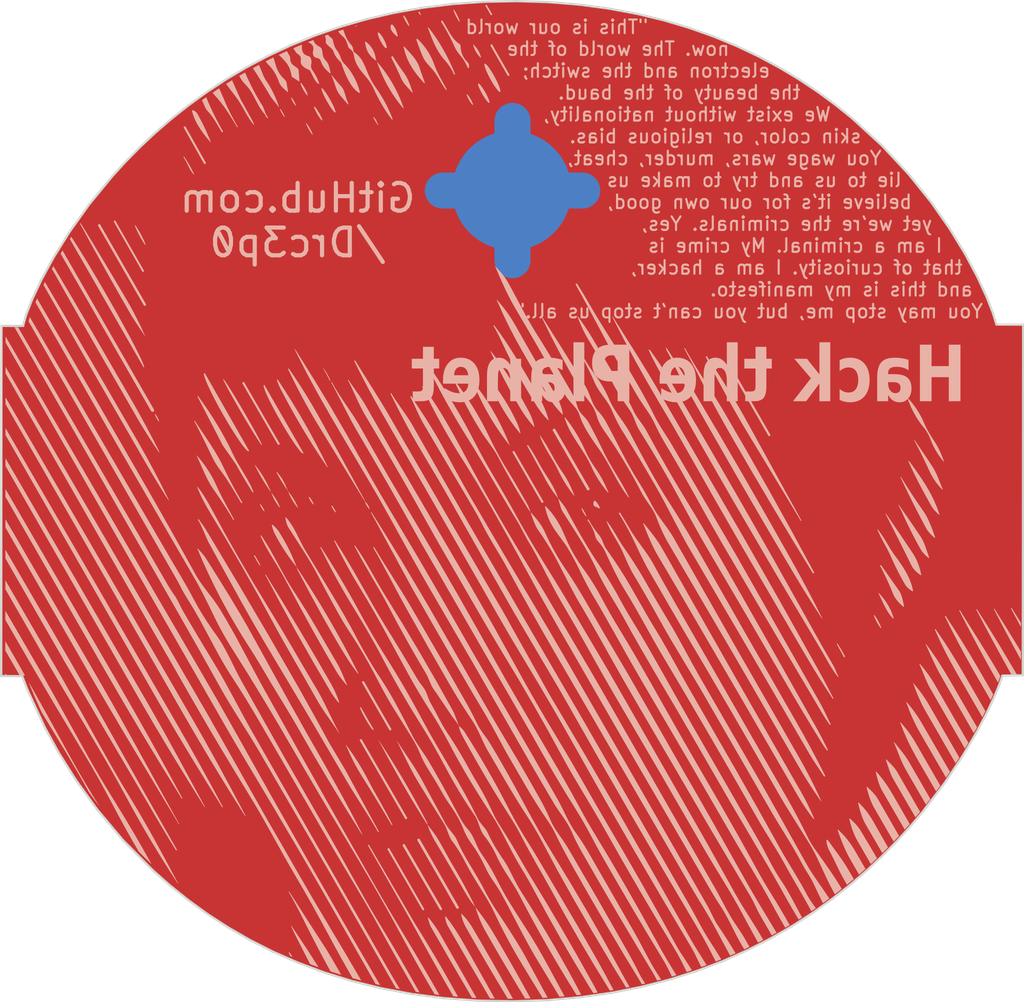
<source format=kicad_pcb>
(kicad_pcb (version 20240108) (generator "pcbnew") (generator_version "8.0")
  (layers (0 "F.Cu" signal) (31 "B.Cu" signal) (34 "B.Paste" user) (35 "F.Paste" user) (36 "B.SilkS" user "B.Silkscreen") (37 "F.SilkS" user "F.Silkscreen") (38 "B.Mask" user) (39 "F.Mask" user) (44 "Edge.Cuts" user))
  (net 0 "")
  (footprint "DRCgraphics:4mm pin backer" (layer "F.Cu") (at 147.260001 89.2275)
    (property "Reference" "REF**" (hide yes))
    (property "Value" "4mm pin backer")
    (fp_line (start -2.5225 -4.8425) (end 2.502499 -4.842503) (stroke (width 1.3)) (layer "B.Cu"))
    (fp_line (start -0.01 -7.355) (end -0.01 -2.33) (stroke (width 1.3)) (layer "B.Cu"))
    (fp_circle (center -0.035 -4.8425) (end 0.04 -2.7925) (stroke (width 0.2)) (fill solid) (layer "B.Cu"))
  )
  (gr_poly (pts (xy 148.519647 77.591039) (xy 149.621397 77.680282) (xy 150.677037 77.820412) (xy 151.68733 78.008137) (xy 152.653044 78.240162) (xy 153.574943 78.513197) (xy 154.453793 78.823946) (xy 155.290358 79.169118) (xy 156.085404 79.54542) (xy 156.839696 79.949559) (xy 157.554 80.378242) (xy 158.229081 80.828175) (xy 158.865704 81.296067) (xy 159.464635 81.778625) (xy 160.55248 82.774564) (xy 161.498738 83.78965) (xy 162.309531 84.797539) (xy 162.990983 85.771889) (xy 163.549215 86.686357) (xy 163.990349 87.514599) (xy 164.320508 88.230273) (xy 164.545814 88.807036) (xy 164.672389 89.218543) (xy 165.635526 89.224814) (xy 165.622031 101.867423) (xy 164.888607 101.879014) (xy 164.795738 102.157701) (xy 164.59476 102.645997) (xy 164.331797 103.206689) (xy 163.950079 103.934252) (xy 163.441781 104.795566) (xy 162.799074 105.757514) (xy 162.014131 106.786975) (xy 161.565874 107.316674) (xy 161.079123 107.850832) (xy 160.552899 108.385309) (xy 159.986223 108.915965) (xy 159.378118 109.43866) (xy 158.727605 109.949255) (xy 158.033704 110.443609) (xy 157.295439 110.917583) (xy 156.511829 111.367037) (xy 155.681898 111.787831) (xy 154.804666 112.175825) (xy 153.879155 112.52688) (xy 152.904386 112.836854) (xy 151.879381 113.10161) (xy 150.803162 113.317006) (xy 149.67475 113.478903) (xy 148.493167 113.583161) (xy 147.257434 113.62564) (xy 145.976202 113.601954) (xy 144.754021 113.512607) (xy 143.589679 113.361954) (xy 142.481964 113.154351) (xy 141.429665 112.894151) (xy 140.43157 112.585711) (xy 139.486469 112.233385) (xy 138.593149 111.841528) (xy 137.750398 111.414496) (xy 136.957006 110.956643) (xy 136.211761 110.472325) (xy 135.513452 109.965897) (xy 134.860866 109.441714) (xy 134.252793 108.90413) (xy 133.165338 107.806183) (xy 132.241395 106.706896) (xy 131.471272 105.641111) (xy 130.845276 104.643667) (xy 130.353717 103.749406) (xy 129.735138 102.409794) (xy 129.538 101.901) (xy 129.301234 101.897747) (xy 129.066903 101.89609) (xy 128.779969 101.895445) (xy 128.790526 89.266169) (xy 129.160671 89.268868) (xy 129.42556 89.269785) (xy 129.567845 89.268233) (xy 129.568206 89.264729) (xy 129.568523 89.262051) (xy 129.568808 89.26007) (xy 129.569072 89.258655) (xy 129.569327 89.257679) (xy 129.569585 89.257011) (xy 129.569858 89.256524) (xy 129.570157 89.256087) (xy 129.570494 89.255573) (xy 129.570881 89.254851) (xy 129.57133 89.253793) (xy 129.571852 89.25227) (xy 129.57246 89.250152) (xy 129.573164 89.247311) (xy 129.573976 89.243618) (xy 129.574909 89.238943) (xy 129.679327 88.869761) (xy 129.893235 88.32069) (xy 130.221966 87.619963) (xy 130.670855 86.795813) (xy 131.245233 85.876473) (xy 131.950435 84.890177) (xy 132.791793 83.865158) (xy 133.265197 83.346951) (xy 133.77464 82.82965) (xy 134.320789 82.316785) (xy 134.90431 81.811886) (xy 135.525871 81.318481) (xy 136.186136 80.840099) (xy 136.885774 80.38027) (xy 137.625451 79.942523) (xy 138.405834 79.530388) (xy 139.227588 79.147392) (xy 140.091382 78.797066) (xy 140.997881 78.482938) (xy 141.947752 78.208538) (xy 142.941662 77.977395) (xy 143.980277 77.793038) (xy 145.064264 77.658996) (xy 146.19429 77.578799) (xy 147.371021 77.555975)) (fill solid) (layer "F.Cu"))
  (gr_poly (pts (xy 136.815143 91.173656) (xy 136.819919 91.177089) (xy 136.834594 91.192934) (xy 136.855789 91.220257) (xy 136.883127 91.258465) (xy 136.954743 91.365163) (xy 137.046449 91.508282) (xy 137.155251 91.683074) (xy 137.278155 91.884795) (xy 137.412171 92.108697) (xy 137.554304 92.350036) (xy 137.824059 92.819018) (xy 138.03833 93.205735) (xy 138.117991 93.355897) (xy 138.175776 93.470675) (xy 138.209019 93.545133) (xy 138.215604 93.565698) (xy 138.215053 93.574331) (xy 138.212048 93.57399) (xy 138.207273 93.570557) (xy 138.192597 93.554713) (xy 138.171402 93.527391) (xy 138.144064 93.489183) (xy 138.072448 93.382486) (xy 137.980742 93.239366) (xy 137.87194 93.064574) (xy 137.749036 92.862853) (xy 137.615019 92.63895) (xy 137.472887 92.397613) (xy 137.203132 91.928629) (xy 136.98886 91.541914) (xy 136.909201 91.391752) (xy 136.851415 91.276972) (xy 136.818172 91.202515) (xy 136.811587 91.18195) (xy 136.812137 91.173316)) (fill solid) (layer "B.SilkS"))
  (gr_poly (pts (xy 161.537976 94.132451) (xy 161.540749 94.133861) (xy 161.544045 94.136167) (xy 161.552197 94.143474) (xy 161.562432 94.154369) (xy 161.574751 94.168855) (xy 161.589152 94.18693) (xy 161.605637 94.208594) (xy 161.624203 94.23385) (xy 161.776038 94.445658) (xy 161.924879 94.659604) (xy 162.068698 94.87677) (xy 162.138089 94.986899) (xy 162.205463 95.098239) (xy 162.270567 95.210924) (xy 162.333145 95.325091) (xy 162.392944 95.440873) (xy 162.449711 95.558408) (xy 162.503191 95.677824) (xy 162.553132 95.799267) (xy 162.599277 95.922865) (xy 162.641374 96.048757) (xy 162.643203 96.055071) (xy 162.644572 96.060672) (xy 162.645483 96.065559) (xy 162.645766 96.067735) (xy 162.645936 96.069731) (xy 162.64599 96.071551) (xy 162.645931 96.073192) (xy 162.645757 96.074654) (xy 162.645468 96.075937) (xy 162.645064 96.077043) (xy 162.644548 96.077969) (xy 162.643916 96.078717) (xy 162.64317 96.079287) (xy 162.642311 96.079678) (xy 162.641336 96.079891) (xy 162.640249 96.079925) (xy 162.639047 96.079782) (xy 162.63773 96.07946) (xy 162.6363 96.078958) (xy 162.634756 96.078279) (xy 162.633098 96.077422) (xy 162.631328 96.076385) (xy 162.629442 96.075171) (xy 162.62533 96.072207) (xy 162.620761 96.068529) (xy 162.615741 96.064136) (xy 162.593395 96.043603) (xy 162.57173 96.023031) (xy 162.550745 96.002421) (xy 162.53044 95.981771) (xy 162.510817 95.961083) (xy 162.491873 95.940357) (xy 162.47361 95.919589) (xy 162.456029 95.898783) (xy 162.439129 95.877937) (xy 162.422909 95.857051) (xy 162.407373 95.836125) (xy 162.392516 95.815159) (xy 162.378343 95.794154) (xy 162.364851 95.773106) (xy 162.352042 95.752019) (xy 162.339915 95.730891) (xy 162.138671 95.370364) (xy 162.039509 95.188062) (xy 161.941944 95.004545) (xy 161.846446 94.819925) (xy 161.753483 94.634305) (xy 161.663524 94.447798) (xy 161.577037 94.260508) (xy 161.564371 94.231926) (xy 161.553785 94.206932) (xy 161.545281 94.185526) (xy 161.538859 94.16771) (xy 161.534518 94.15348) (xy 161.532259 94.142839) (xy 161.531912 94.138865) (xy 161.532083 94.135789) (xy 161.532774 94.133608) (xy 161.533987 94.132325) (xy 161.53572 94.131939)) (fill solid) (layer "B.SilkS"))
  (gr_poly (pts (xy 137.21435 80.585953) (xy 137.29296 80.762888) (xy 137.370841 80.935554) (xy 137.447971 81.103951) (xy 137.877604 81.879134) (xy 137.891249 81.908922) (xy 137.902688 81.93496) (xy 137.911925 81.957248) (xy 137.918957 81.975784) (xy 137.923787 81.990571) (xy 137.926413 82.001607) (xy 137.926899 82.005719) (xy 137.926834 82.008894) (xy 137.926219 82.011131) (xy 137.925052 82.012432) (xy 137.923335 82.012795) (xy 137.921067 82.012221) (xy 137.918247 82.010709) (xy 137.914877 82.00826) (xy 137.906483 82.000553) (xy 137.895886 81.989096) (xy 137.883086 81.973891) (xy 137.868082 81.954939) (xy 137.850873 81.932239) (xy 137.831462 81.905793) (xy 137.794155 81.85286) (xy 137.758578 81.799458) (xy 137.724462 81.745642) (xy 137.691545 81.691474) (xy 137.628238 81.582315) (xy 137.566531 81.472446) (xy 137.504293 81.362336) (xy 137.4394 81.252455) (xy 137.405293 81.197745) (xy 137.369725 81.143271) (xy 137.33243 81.089086) (xy 137.29314 81.035252) (xy 136.919392 80.539177) (xy 137.026749 80.471694) (xy 137.135028 80.40475)) (fill solid) (layer "B.SilkS"))
  (gr_poly (pts (xy 129.315138 101.255857) (xy 129.668058 101.874207) (xy 129.588682 101.873106) (xy 129.475083 101.871851) (xy 128.957065 100.974544) (xy 128.957371 100.634738)) (fill solid) (layer "B.SilkS"))
  (gr_poly (pts (xy 140.101989 81.354867) (xy 140.104938 81.356111) (xy 140.108206 81.357967) (xy 140.111782 81.360425) (xy 140.115655 81.363467) (xy 140.119815 81.367078) (xy 140.128945 81.37595) (xy 140.13908 81.386929) (xy 140.150131 81.399895) (xy 140.162005 81.41473) (xy 140.174613 81.431319) (xy 140.187863 81.449542) (xy 140.201664 81.469287) (xy 140.215924 81.490433) (xy 140.230553 81.512863) (xy 140.245461 81.536463) (xy 140.260555 81.561113) (xy 140.275746 81.586696) (xy 140.304662 81.637762) (xy 140.330276 81.686101) (xy 140.352131 81.730624) (xy 140.369771 81.770239) (xy 140.376869 81.787866) (xy 140.382741 81.803856) (xy 140.38733 81.818074) (xy 140.390581 81.830384) (xy 140.392435 81.840648) (xy 140.392836 81.848731) (xy 140.391726 81.854496) (xy 140.390588 81.856465) (xy 140.389048 81.857806) (xy 140.387127 81.858491) (xy 140.384853 81.858518) (xy 140.382237 81.857903) (xy 140.379288 81.856659) (xy 140.37602 81.854802) (xy 140.372443 81.852345) (xy 140.368569 81.849304) (xy 140.36441 81.845692) (xy 140.35528 81.836819) (xy 140.345145 81.82584) (xy 140.334094 81.812874) (xy 140.322219 81.798041) (xy 140.309612 81.781452) (xy 140.296362 81.763226) (xy 140.282561 81.743482) (xy 140.268301 81.722336) (xy 140.253671 81.699906) (xy 140.238763 81.676306) (xy 140.22367 81.651656) (xy 140.20848 81.626072) (xy 140.179563 81.575007) (xy 140.15395 81.526668) (xy 140.132093 81.482146) (xy 140.114453 81.44253) (xy 140.107356 81.424904) (xy 140.101485 81.408913) (xy 140.096895 81.394695) (xy 140.093645 81.382386) (xy 140.091791 81.372122) (xy 140.09139 81.36404) (xy 140.092499 81.358274) (xy 140.09364 81.356304) (xy 140.095177 81.354964) (xy 140.097098 81.354278) (xy 140.099372 81.354251)) (fill solid) (layer "B.SilkS"))
  (gr_poly (pts (xy 145.142523 91.214062) (xy 145.143484 91.214442) (xy 145.144611 91.215103) (xy 145.145903 91.216044) (xy 145.147362 91.217265) (xy 145.150778 91.220549) (xy 145.154858 91.224954) (xy 145.159601 91.230478) (xy 145.165008 91.237124) (xy 145.171078 91.244888) (xy 145.34796 91.482043) (xy 145.517699 91.72186) (xy 145.680296 91.964339) (xy 145.835751 92.209482) (xy 145.984064 92.457287) (xy 146.125233 92.707755) (xy 146.25926 92.960887) (xy 146.386146 93.21668) (xy 146.467374 93.383815) (xy 146.548025 93.545308) (xy 146.6281 93.70116) (xy 146.707599 93.851373) (xy 146.78652 93.995948) (xy 146.864865 94.134887) (xy 146.942633 94.26819) (xy 147.019825 94.395859) (xy 147.217136 94.72037) (xy 147.410233 95.045921) (xy 147.599105 95.372507) (xy 147.783726 95.70013) (xy 147.801198 95.732482) (xy 147.8177 95.765478) (xy 147.833238 95.799118) (xy 147.847812 95.833402) (xy 147.861422 95.86833) (xy 147.874076 95.903903) (xy 147.885771 95.940121) (xy 147.896515 95.976982) (xy 147.879054 95.954663) (xy 147.862043 95.932317) (xy 147.84548 95.909938) (xy 147.829366 95.887527) (xy 147.8137 95.865084) (xy 147.798479 95.842605) (xy 147.783702 95.82009) (xy 147.769369 95.797539) (xy 147.478045 95.322937) (xy 147.339586 95.090339) (xy 147.205931 94.860879) (xy 147.07708 94.634555) (xy 146.953039 94.411373) (xy 146.83381 94.19133) (xy 146.719393 93.974431) (xy 146.690815 93.921507) (xy 146.659868 93.868119) (xy 146.626818 93.814308) (xy 146.591942 93.760111) (xy 146.517792 93.650736) (xy 146.439595 93.540314) (xy 146.279748 93.317631) (xy 146.202451 93.20602) (xy 146.129804 93.094661) (xy 145.99097 92.869431) (xy 145.856936 92.642856) (xy 145.727702 92.414935) (xy 145.603273 92.185667) (xy 145.483651 91.955055) (xy 145.368837 91.723095) (xy 145.258836 91.489793) (xy 145.153647 91.255142) (xy 145.149751 91.24609) (xy 145.146519 91.238162) (xy 145.143953 91.231354) (xy 145.142053 91.225667) (xy 145.140817 91.221103) (xy 145.140449 91.219243) (xy 145.140246 91.217661) (xy 145.140211 91.216361) (xy 145.140341 91.215341) (xy 145.140638 91.2146) (xy 145.141099 91.21414) (xy 145.141729 91.213962)) (fill solid) (layer "B.SilkS"))
  (gr_poly (pts (xy 160.357536 105.339642) (xy 160.358641 105.339826) (xy 160.359844 105.340189) (xy 160.361142 105.340733) (xy 160.362536 105.341457) (xy 160.364024 105.34236) (xy 160.365612 105.343443) (xy 160.367294 105.344708) (xy 160.370947 105.347775) (xy 160.374984 105.351561) (xy 160.379406 105.356066) (xy 160.417267 105.397351) (xy 160.454986 105.439961) (xy 160.529997 105.529151) (xy 160.604437 105.623634) (xy 160.6783 105.723405) (xy 160.751588 105.828465) (xy 160.824297 105.938808) (xy 160.896425 106.054434) (xy 160.967968 106.17534) (xy 161.57673 107.231986) (xy 161.487345 107.333474) (xy 161.396577 107.435112) (xy 160.59371 106.052294) (xy 160.575707 106.020197) (xy 160.558117 105.986696) (xy 160.540937 105.951793) (xy 160.524166 105.915485) (xy 160.507806 105.877775) (xy 160.491854 105.838662) (xy 160.476312 105.798148) (xy 160.461179 105.756229) (xy 160.446455 105.71291) (xy 160.432139 105.668187) (xy 160.404729 105.57454) (xy 160.378949 105.475283) (xy 160.354798 105.370422) (xy 160.353452 105.364112) (xy 160.352489 105.358526) (xy 160.351912 105.353661) (xy 160.351768 105.351499) (xy 160.35172 105.349519) (xy 160.351767 105.347719) (xy 160.351912 105.3461) (xy 160.352152 105.34466) (xy 160.352488 105.343403) (xy 160.35292 105.342324) (xy 160.353449 105.341426) (xy 160.354075 105.340709) (xy 160.354796 105.340171) (xy 160.355613 105.339814) (xy 160.356526 105.339638)) (fill solid) (layer "B.SilkS"))
  (gr_poly (pts (xy 159.405012 107.03065) (xy 159.40642 107.030866) (xy 159.407932 107.031257) (xy 159.409552 107.031826) (xy 159.411276 107.032569) (xy 159.413107 107.033488) (xy 159.415045 107.034584) (xy 159.417087 107.035855) (xy 159.419235 107.037303) (xy 159.42385 107.040725) (xy 159.428887 107.044853) (xy 159.459709 107.072033) (xy 159.489615 107.099239) (xy 159.518607 107.12647) (xy 159.546684 107.153727) (xy 159.573848 107.181009) (xy 159.600095 107.208317) (xy 159.625431 107.235647) (xy 159.649852 107.263003) (xy 159.673361 107.290383) (xy 159.695956 107.317786) (xy 159.717639 107.345213) (xy 159.738408 107.372663) (xy 159.758269 107.400137) (xy 159.777215 107.427632) (xy 159.795251 107.455149) (xy 159.812376 107.482689) (xy 160.098417 107.960321) (xy 160.396529 108.465713) (xy 160.341334 108.518204) (xy 160.285725 108.570635) (xy 160.173306 108.675404) (xy 159.693433 107.843623) (xy 159.670528 107.802958) (xy 159.648228 107.761216) (xy 159.626528 107.718391) (xy 159.605433 107.674489) (xy 159.584939 107.629506) (xy 159.565046 107.583443) (xy 159.545755 107.536298) (xy 159.527065 107.488073) (xy 159.491488 107.388377) (xy 159.458312 107.284354) (xy 159.427532 107.176) (xy 159.399149 107.063312) (xy 159.397824 107.056877) (xy 159.396923 107.051147) (xy 159.396633 107.048546) (xy 159.396448 107.046121) (xy 159.396371 107.04387) (xy 159.396399 107.041798) (xy 159.396533 107.0399) (xy 159.396773 107.038179) (xy 159.397118 107.036635) (xy 159.397573 107.035265) (xy 159.39813 107.034071) (xy 159.398797 107.033056) (xy 159.399567 107.032215) (xy 159.400443 107.03155) (xy 159.401428 107.031062) (xy 159.402517 107.030748) (xy 159.403711 107.030611)) (fill solid) (layer "B.SilkS"))
  (gr_poly (pts (xy 164.62368 99.466075) (xy 164.624276 99.466121) (xy 164.624865 99.466201) (xy 164.625446 99.466312) (xy 164.626018 99.466455) (xy 164.626584 99.466631) (xy 164.62714 99.466839) (xy 164.62769 99.467079) (xy 164.628232 99.467351) (xy 164.628766 99.467655) (xy 164.629293 99.467992) (xy 164.62981 99.468361) (xy 164.63032 99.468763) (xy 164.630823 99.469196) (xy 164.631318 99.469661) (xy 164.631805 99.470159) (xy 164.632756 99.471253) (xy 164.633675 99.472476) (xy 164.875245 99.85553) (xy 165.114538 100.239956) (xy 165.351541 100.625748) (xy 165.586246 101.012894) (xy 165.585836 101.311689) (xy 165.336941 100.856313) (xy 165.092515 100.400592) (xy 164.851069 99.94318) (xy 164.611114 99.482732) (xy 164.610534 99.481593) (xy 164.610287 99.481036) (xy 164.610066 99.480486) (xy 164.609874 99.479945) (xy 164.609709 99.479412) (xy 164.609573 99.478885) (xy 164.609463 99.478367) (xy 164.609382 99.477857) (xy 164.609329 99.477356) (xy 164.609302 99.476862) (xy 164.609304 99.476378) (xy 164.609335 99.4759) (xy 164.609393 99.475429) (xy 164.609479 99.474968) (xy 164.609592 99.474515) (xy 164.609733 99.47407) (xy 164.609903 99.473631) (xy 164.6101 99.473203) (xy 164.610324 99.472782) (xy 164.610577 99.47237) (xy 164.610859 99.471964) (xy 164.611169 99.471569) (xy 164.611506 99.471182) (xy 164.611871 99.470802) (xy 164.612265 99.470431) (xy 164.612687 99.470068) (xy 164.613137 99.469712) (xy 164.613616 99.469366) (xy 164.614121 99.469028) (xy 164.615218 99.468377) (xy 164.616606 99.467671) (xy 164.617964 99.467094) (xy 164.618628 99.466851) (xy 164.619288 99.466643) (xy 164.619939 99.466466) (xy 164.620582 99.46632) (xy 164.621218 99.466207) (xy 164.621845 99.466126) (xy 164.622464 99.466077) (xy 164.623076 99.46606)) (fill solid) (layer "B.SilkS"))
  (gr_poly (pts (xy 146.492679 79.111128) (xy 146.494305 79.111212) (xy 146.495921 79.111375) (xy 146.497528 79.111613) (xy 146.499119 79.111928) (xy 146.500694 79.11232) (xy 146.502247 79.112784) (xy 146.503779 79.113322) (xy 146.505284 79.113934) (xy 146.50676 79.114618) (xy 146.508205 79.115373) (xy 146.509615 79.116198) (xy 146.510988 79.117095) (xy 146.51232 79.118058) (xy 146.51361 79.11909) (xy 146.514854 79.120191) (xy 146.516048 79.121357) (xy 146.517191 79.12259) (xy 146.518279 79.123887) (xy 146.51931 79.125248) (xy 146.520282 79.126672) (xy 146.521188 79.12816) (xy 147.133746 80.197625) (xy 147.134568 80.199156) (xy 147.135302 80.200711) (xy 147.135952 80.202287) (xy 147.136517 80.203881) (xy 147.136999 80.20549) (xy 147.137397 80.207109) (xy 147.137713 80.208738) (xy 147.137946 80.210373) (xy 147.138099 80.212011) (xy 147.138172 80.213651) (xy 147.138165 80.215286) (xy 147.138082 80.216917) (xy 147.13792 80.218538) (xy 147.13768 80.220148) (xy 147.137365 80.221744) (xy 147.136974 80.223324) (xy 147.13651 80.224882) (xy 147.135972 80.226418) (xy 147.13536 80.227928) (xy 147.134676 80.229409) (xy 147.13392 80.230858) (xy 147.133095 80.232272) (xy 147.1322 80.233649) (xy 147.131237 80.234985) (xy 147.130203 80.236278) (xy 147.129104 80.237525) (xy 147.127937 80.238723) (xy 147.126705 80.239868) (xy 147.125408 80.240957) (xy 147.124046 80.241991) (xy 147.122621 80.242962) (xy 147.121134 80.243869) (xy 147.117545 80.24592) (xy 147.116014 80.246741) (xy 147.11446 80.247476) (xy 147.112885 80.248127) (xy 147.111294 80.248693) (xy 147.109687 80.249172) (xy 147.108071 80.249571) (xy 147.106445 80.249887) (xy 147.104813 80.250121) (xy 147.103178 80.250274) (xy 147.101544 80.250347) (xy 147.099912 80.250341) (xy 147.098286 80.250256) (xy 147.096668 80.250094) (xy 147.095063 80.249856) (xy 147.093471 80.249541) (xy 147.091897 80.249149) (xy 147.090344 80.248684) (xy 147.088814 80.248147) (xy 147.087309 80.247535) (xy 147.085831 80.246851) (xy 147.084387 80.246096) (xy 147.082976 80.245271) (xy 147.081603 80.244375) (xy 147.080271 80.243411) (xy 147.07898 80.242379) (xy 147.077737 80.241278) (xy 147.076542 80.240113) (xy 147.0754 80.238879) (xy 147.074311 80.237583) (xy 147.07328 80.236221) (xy 147.072308 80.234796) (xy 147.071402 80.233307) (xy 146.458844 79.163844) (xy 146.458023 79.162312) (xy 146.457288 79.160757) (xy 146.456637 79.159181) (xy 146.456073 79.157589) (xy 146.455591 79.15598) (xy 146.455193 79.154361) (xy 146.454877 79.152731) (xy 146.454644 79.151096) (xy 146.454491 79.149457) (xy 146.454416 79.147819) (xy 146.454424 79.146184) (xy 146.454508 79.144552) (xy 146.45467 79.142931) (xy 146.454909 79.141321) (xy 146.455223 79.139726) (xy 146.455615 79.138145) (xy 146.45608 79.136588) (xy 146.456617 79.135051) (xy 146.457229 79.133541) (xy 146.457912 79.132061) (xy 146.458669 79.130611) (xy 146.459494 79.129197) (xy 146.46039 79.12782) (xy 146.461353 79.126484) (xy 146.462385 79.125191) (xy 146.463486 79.123944) (xy 146.464653 79.122747) (xy 146.465885 79.121601) (xy 146.467183 79.120511) (xy 146.468544 79.119478) (xy 146.46997 79.118508) (xy 146.471457 79.1176) (xy 146.475046 79.115549) (xy 146.476577 79.114728) (xy 146.47813 79.113992) (xy 146.479706 79.113342) (xy 146.481298 79.112777) (xy 146.482903 79.112296) (xy 146.484521 79.111898) (xy 146.486147 79.111583) (xy 146.487778 79.111349) (xy 146.489412 79.111196) (xy 146.491047 79.111122)) (fill solid) (layer "B.SilkS"))
  (gr_poly (pts (xy 139.771151 98.4337) (xy 140.066049 98.898509) (xy 140.352652 99.365758) (xy 140.630961 99.835446) (xy 140.900971 100.307569) (xy 141.162686 100.782129) (xy 141.416105 101.259124) (xy 141.661228 101.738549) (xy 141.670136 101.756517) (xy 141.677634 101.772234) (xy 141.68372 101.785701) (xy 141.688395 101.796918) (xy 141.691663 101.805886) (xy 141.693518 101.812604) (xy 141.693918 101.815118) (xy 141.693965 101.817071) (xy 141.693659 101.818461) (xy 141.693002 101.819287) (xy 141.691992 101.819552) (xy 141.690628 101.819252) (xy 141.688913 101.818392) (xy 141.686847 101.816969) (xy 141.681656 101.812432) (xy 141.675056 101.805646) (xy 141.667048 101.796607) (xy 141.657629 101.785317) (xy 141.646802 101.771776) (xy 141.634568 101.755982) (xy 141.576415 101.678577) (xy 141.517849 101.598085) (xy 141.458869 101.514513) (xy 141.399476 101.427862) (xy 141.339669 101.338137) (xy 141.279449 101.245337) (xy 141.218817 101.149466) (xy 141.15777 101.050526) (xy 140.974044 100.744861) (xy 140.783775 100.420554) (xy 140.383615 99.716004) (xy 139.957305 98.936859) (xy 139.504868 98.083097) (xy 139.501246 98.076296) (xy 139.497799 98.069471) (xy 139.494527 98.062619) (xy 139.491429 98.055742) (xy 139.488509 98.048841) (xy 139.485763 98.041912) (xy 139.483192 98.03496) (xy 139.480799 98.027984) (xy 139.47858 98.020984) (xy 139.476536 98.013959) (xy 139.474666 98.006911) (xy 139.472973 97.999839) (xy 139.471456 97.992746) (xy 139.470113 97.98563) (xy 139.468946 97.978492) (xy 139.467956 97.97133)) (fill solid) (layer "B.SilkS"))
  (gr_poly (pts (xy 146.420382 77.860518) (xy 146.518418 78.029884) (xy 146.518892 78.030775) (xy 146.519097 78.03121) (xy 146.519279 78.03164) (xy 146.519438 78.032062) (xy 146.519576 78.032478) (xy 146.519691 78.032888) (xy 146.519784 78.033291) (xy 146.519854 78.033688) (xy 146.519903 78.034078) (xy 146.519929 78.034462) (xy 146.519932 78.034841) (xy 146.519915 78.035214) (xy 146.519876 78.03558) (xy 146.519812 78.035939) (xy 146.519727 78.036292) (xy 146.51962 78.036641) (xy 146.51949 78.036982) (xy 146.519338 78.037319) (xy 146.519165 78.037648) (xy 146.518969 78.037973) (xy 146.51875 78.038292) (xy 146.518509 78.038604) (xy 146.518246 78.03891) (xy 146.517961 78.039212) (xy 146.517655 78.039507) (xy 146.517323 78.039798) (xy 146.516972 78.040081) (xy 146.516598 78.040361) (xy 146.516201 78.040634) (xy 146.515342 78.041163) (xy 146.492783 78.053468) (xy 146.490128 78.054875) (xy 146.488828 78.055478) (xy 146.487544 78.056015) (xy 146.486281 78.056488) (xy 146.485035 78.056893) (xy 146.483805 78.057233) (xy 146.482594 78.057506) (xy 146.481402 78.057713) (xy 146.480227 78.057853) (xy 146.479072 78.05793) (xy 146.477932 78.057938) (xy 146.476812 78.05788) (xy 146.475709 78.057757) (xy 146.474625 78.057569) (xy 146.473559 78.057314) (xy 146.472511 78.056992) (xy 146.47148 78.056604) (xy 146.470468 78.056151) (xy 146.469474 78.055631) (xy 146.468497 78.055045) (xy 146.467539 78.054394) (xy 146.466599 78.053676) (xy 146.465677 78.052891) (xy 146.464773 78.05204) (xy 146.463887 78.051124) (xy 146.463019 78.050142) (xy 146.462169 78.049094) (xy 146.461337 78.047979) (xy 146.460523 78.046799) (xy 146.458949 78.044239) (xy 146.358525 77.870003) (xy 146.259104 77.694074) (xy 146.320728 77.691306)) (fill solid) (layer "B.SilkS"))
  (gr_poly (pts (xy 154.249005 90.360876) (xy 154.250033 90.360955) (xy 154.251047 90.361092) (xy 154.252046 90.361286) (xy 154.253031 90.361539) (xy 154.254002 90.36185) (xy 154.25496 90.362217) (xy 154.255903 90.362645) (xy 154.256832 90.363128) (xy 154.257747 90.363671) (xy 154.258648 90.364272) (xy 154.259536 90.36493) (xy 154.260409 90.365648) (xy 154.261268 90.366423) (xy 154.262113 90.367256) (xy 154.262945 90.368147) (xy 154.263762 90.369097) (xy 154.264567 90.370106) (xy 154.266132 90.372296) (xy 154.681138 91.007244) (xy 155.050531 91.593503) (xy 155.218119 91.86837) (xy 155.374299 92.131063) (xy 155.519072 92.381577) (xy 155.652436 92.619914) (xy 157.668316 96.28049) (xy 157.668896 96.281629) (xy 157.669144 96.282186) (xy 157.669364 96.282735) (xy 157.669558 96.283278) (xy 157.669722 96.283811) (xy 157.66986 96.284336) (xy 157.66997 96.284853) (xy 157.67005 96.285364) (xy 157.670105 96.285865) (xy 157.67013 96.286359) (xy 157.670129 96.286845) (xy 157.670099 96.287323) (xy 157.670041 96.287792) (xy 157.669956 96.288253) (xy 157.669844 96.288708) (xy 157.669702 96.289153) (xy 157.669532 96.289589) (xy 157.669335 96.290019) (xy 157.66911 96.290439) (xy 157.668857 96.290853) (xy 157.668576 96.291257) (xy 157.668266 96.291652) (xy 157.667928 96.292041) (xy 157.667563 96.29242) (xy 157.667171 96.292791) (xy 157.666749 96.293155) (xy 157.666299 96.293509) (xy 157.665821 96.293856) (xy 157.665315 96.294193) (xy 157.664217 96.294844) (xy 157.663704 96.295357) (xy 157.663191 96.295869) (xy 157.661673 96.2967) (xy 157.660197 96.297384) (xy 157.659474 96.297671) (xy 157.65876 96.297923) (xy 157.658057 96.298137) (xy 157.657364 96.298316) (xy 157.656682 96.298456) (xy 157.656008 96.298561) (xy 157.655346 96.298632) (xy 157.654693 96.298664) (xy 157.65405 96.298661) (xy 157.653418 96.298622) (xy 157.652795 96.298545) (xy 157.652181 96.298434) (xy 157.65158 96.298285) (xy 157.650987 96.298103) (xy 157.650403 96.297882) (xy 157.649829 96.297626) (xy 157.649266 96.297335) (xy 157.648712 96.297008) (xy 157.648169 96.296644) (xy 157.647634 96.296245) (xy 157.64711 96.295811) (xy 157.646596 96.295339) (xy 157.646091 96.294833) (xy 157.645595 96.294292) (xy 157.645111 96.293714) (xy 157.644634 96.293101) (xy 157.643713 96.291769) (xy 157.466307 95.994681) (xy 157.266373 95.663218) (xy 155.709854 93.091586) (xy 155.55677 92.835514) (xy 155.394362 92.5564) (xy 155.222627 92.254246) (xy 155.04157 91.929057) (xy 154.651481 91.209563) (xy 154.224093 90.397931) (xy 154.222921 90.395408) (xy 154.221982 90.392956) (xy 154.2216 90.391757) (xy 154.221277 90.390574) (xy 154.221013 90.38941) (xy 154.220805 90.388263) (xy 154.220656 90.387134) (xy 154.220566 90.386023) (xy 154.220533 90.384929) (xy 154.220559 90.383854) (xy 154.220643 90.382796) (xy 154.220786 90.381756) (xy 154.220986 90.380735) (xy 154.221247 90.379731) (xy 154.221564 90.378744) (xy 154.22194 90.377775) (xy 154.222374 90.376827) (xy 154.222867 90.375896) (xy 154.223417 90.374982) (xy 154.224026 90.374085) (xy 154.224694 90.373209) (xy 154.225419 90.372352) (xy 154.226203 90.37151) (xy 154.227045 90.370687) (xy 154.227947 90.369884) (xy 154.228906 90.369099) (xy 154.229923 90.368333) (xy 154.230997 90.367585) (xy 154.233323 90.366144) (xy 154.233833 90.365632) (xy 154.234349 90.36512) (xy 154.236761 90.363831) (xy 154.239116 90.362774) (xy 154.240273 90.362332) (xy 154.241415 90.361948) (xy 154.242542 90.361621) (xy 154.243655 90.361352) (xy 154.244753 90.361141) (xy 154.245837 90.360988) (xy 154.246906 90.360892) (xy 154.247963 90.360856)) (fill solid) (layer "B.SilkS"))
  (gr_poly (pts (xy 138.865027 81.4361) (xy 138.866454 81.436534) (xy 138.868076 81.437337) (xy 138.869885 81.438502) (xy 138.871876 81.440019) (xy 138.87404 81.441879) (xy 138.876374 81.444075) (xy 138.88152 81.449435) (xy 138.887258 81.456031) (xy 138.893539 81.463793) (xy 138.90031 81.47265) (xy 138.907518 81.482534) (xy 138.915111 81.493373) (xy 138.923037 81.5051) (xy 138.931244 81.517645) (xy 138.939679 81.530936) (xy 138.94829 81.544905) (xy 138.957023 81.559482) (xy 138.96583 81.574597) (xy 138.982679 81.604709) (xy 138.997671 81.633168) (xy 139.010535 81.659336) (xy 139.020996 81.68257) (xy 139.028785 81.702227) (xy 139.031592 81.710514) (xy 139.03363 81.717666) (xy 139.034866 81.723604) (xy 139.035261 81.728247) (xy 139.034786 81.731514) (xy 139.03421 81.732607) (xy 139.033404 81.733326) (xy 139.032385 81.733657) (xy 139.031159 81.733603) (xy 139.02973 81.733169) (xy 139.028109 81.732366) (xy 139.026301 81.731202) (xy 139.024309 81.729685) (xy 139.022144 81.727824) (xy 139.019811 81.72563) (xy 139.014666 81.720269) (xy 139.008927 81.713673) (xy 139.002645 81.70591) (xy 138.995875 81.697053) (xy 138.988666 81.68717) (xy 138.981072 81.67633) (xy 138.973148 81.664602) (xy 138.96494 81.652059) (xy 138.956505 81.638768) (xy 138.947893 81.624798) (xy 138.939159 81.61022) (xy 138.930353 81.595105) (xy 138.913504 81.564994) (xy 138.898512 81.536534) (xy 138.885649 81.510367) (xy 138.875188 81.487134) (xy 138.867399 81.467476) (xy 138.864592 81.45919) (xy 138.862553 81.452038) (xy 138.861319 81.4461) (xy 138.860924 81.441458) (xy 138.8614 81.438191) (xy 138.861975 81.437097) (xy 138.862781 81.436377) (xy 138.8638 81.436047)) (fill solid) (layer "B.SilkS"))
  (gr_poly (pts (xy 160.288918 99.691433) (xy 160.291093 99.692215) (xy 160.293562 99.693589) (xy 160.296311 99.695542) (xy 160.299334 99.698058) (xy 160.302618 99.701123) (xy 160.306155 99.704725) (xy 160.313951 99.713476) (xy 160.322637 99.724203) (xy 160.332139 99.736789) (xy 160.342375 99.751122) (xy 160.353271 99.76709) (xy 160.364744 99.784578) (xy 160.376717 99.803474) (xy 160.389113 99.823667) (xy 160.401851 99.845042) (xy 160.414854 99.867486) (xy 160.428042 99.890888) (xy 160.441338 99.915132) (xy 160.46672 99.963406) (xy 160.489299 100.008955) (xy 160.508668 100.050762) (xy 160.524417 100.087802) (xy 160.536141 100.119056) (xy 160.540363 100.132194) (xy 160.543426 100.143502) (xy 160.545278 100.152853) (xy 160.545869 100.160118) (xy 160.545145 100.16517) (xy 160.544275 100.166829) (xy 160.543057 100.167883) (xy 160.541495 100.168328) (xy 160.539621 100.168153) (xy 160.537444 100.16737) (xy 160.534976 100.165996) (xy 160.532227 100.164044) (xy 160.529205 100.161529) (xy 160.525918 100.158462) (xy 160.522381 100.154861) (xy 160.514586 100.14611) (xy 160.5059 100.135383) (xy 160.496399 100.122798) (xy 160.486161 100.108464) (xy 160.475267 100.092497) (xy 160.463793 100.075009) (xy 160.45182 100.056112) (xy 160.439424 100.03592) (xy 160.426685 100.014544) (xy 160.413682 99.9921) (xy 160.400491 99.968699) (xy 160.387195 99.944455) (xy 160.361813 99.896182) (xy 160.339234 99.850631) (xy 160.319865 99.808825) (xy 160.304116 99.771783) (xy 160.292394 99.740529) (xy 160.288171 99.727391) (xy 160.285108 99.716083) (xy 160.283258 99.706732) (xy 160.282668 99.699467) (xy 160.283392 99.694413) (xy 160.284264 99.692757) (xy 160.285482 99.691702) (xy 160.287043 99.691257)) (fill solid) (layer "B.SilkS"))
  (gr_poly (pts (xy 140.334732 97.240479) (xy 140.335234 97.240508) (xy 140.335729 97.240565) (xy 140.336218 97.240651) (xy 140.336703 97.240766) (xy 140.337181 97.240907) (xy 140.337651 97.241075) (xy 140.338118 97.241273) (xy 140.338577 97.241498) (xy 140.339031 97.241752) (xy 140.339478 97.242033) (xy 140.33992 97.242343) (xy 140.340355 97.24268) (xy 140.340784 97.243045) (xy 140.341208 97.243439) (xy 140.341626 97.243862) (xy 140.342039 97.244311) (xy 140.342844 97.245295) (xy 140.343625 97.246393) (xy 140.526793 97.531995) (xy 140.705087 97.815647) (xy 140.878509 98.097347) (xy 141.047055 98.377096) (xy 141.210729 98.654894) (xy 141.369529 98.930739) (xy 141.523454 99.204633) (xy 141.672507 99.476577) (xy 141.924383 99.933594) (xy 142.180606 100.380727) (xy 142.441172 100.817978) (xy 142.706084 101.245346) (xy 142.875679 101.516887) (xy 143.04248 101.789573) (xy 143.206488 102.063408) (xy 143.367705 102.338394) (xy 143.526136 102.614534) (xy 143.68178 102.891829) (xy 143.834642 103.170283) (xy 143.984724 103.449897) (xy 144.228495 103.895784) (xy 144.481998 104.338655) (xy 145.002918 105.222125) (xy 145.262694 105.666114) (xy 145.516918 106.113864) (xy 145.761771 106.567069) (xy 145.993428 107.027425) (xy 146.01241 107.064066) (xy 146.033057 107.099174) (xy 146.055133 107.132994) (xy 146.078406 107.165769) (xy 146.102639 107.197745) (xy 146.1276 107.229168) (xy 146.178764 107.291329) (xy 146.230025 107.354211) (xy 146.255105 107.386534) (xy 146.279507 107.419772) (xy 146.302995 107.45417) (xy 146.325336 107.489971) (xy 146.346296 107.527423) (xy 146.365639 107.566768) (xy 146.419143 107.679213) (xy 146.477611 107.794071) (xy 146.54104 107.911335) (xy 146.609434 108.031005) (xy 146.682792 108.15308) (xy 146.761117 108.277554) (xy 146.844409 108.404426) (xy 146.93267 108.533696) (xy 146.97025 108.589711) (xy 147.007308 108.649071) (xy 147.043947 108.711391) (xy 147.080275 108.776293) (xy 147.152402 108.912311) (xy 147.224516 109.054073) (xy 147.297444 109.198526) (xy 147.372022 109.342619) (xy 147.449075 109.483299) (xy 147.48879 109.551405) (xy 147.529433 109.617515) (xy 148.165769 110.64038) (xy 148.462108 111.131667) (xy 148.743898 111.609521) (xy 149.011138 112.07394) (xy 149.26383 112.524924) (xy 149.501976 112.962471) (xy 149.725576 113.386581) (xy 149.643956 113.39586) (xy 149.562032 113.404829) (xy 149.285998 112.959625) (xy 149.014594 112.511778) (xy 148.747819 112.061291) (xy 148.485671 111.608162) (xy 148.228146 111.152395) (xy 147.975243 110.69399) (xy 147.726959 110.232948) (xy 147.483291 109.76927) (xy 147.435584 109.679972) (xy 147.386457 109.592623) (xy 147.284994 109.422726) (xy 147.076606 109.094831) (xy 146.973883 108.93265) (xy 146.874944 108.768858) (xy 146.827552 108.685706) (xy 146.781894 108.601368) (xy 146.738234 108.51558) (xy 146.696834 108.428084) (xy 146.645774 108.320202) (xy 146.592571 108.215501) (xy 146.53722 108.113975) (xy 146.479725 108.015626) (xy 146.420078 107.920449) (xy 146.358284 107.828441) (xy 146.294337 107.739601) (xy 146.228239 107.653924) (xy 146.196893 107.611906) (xy 146.169058 107.568624) (xy 146.144259 107.524234) (xy 146.122015 107.478891) (xy 146.101852 107.432749) (xy 146.083288 107.385961) (xy 146.049055 107.291072) (xy 146.015493 107.195463) (xy 145.997771 107.147773) (xy 145.978783 107.100369) (xy 145.958055 107.053403) (xy 145.935106 107.007031) (xy 145.909459 106.961405) (xy 145.880637 106.916683) (xy 145.739505 106.708791) (xy 145.60065 106.497312) (xy 145.464072 106.282244) (xy 145.329767 106.063587) (xy 145.197737 105.84134) (xy 145.067978 105.615501) (xy 144.940491 105.386069) (xy 144.815274 105.153045) (xy 144.605906 104.765318) (xy 144.396153 104.392717) (xy 144.186016 104.035244) (xy 144.080803 103.862184) (xy 143.975496 103.692911) (xy 143.588998 103.065131) (xy 143.40349 102.754512) (xy 143.223141 102.446071) (xy 143.047947 102.139807) (xy 142.877911 101.835719) (xy 142.713029 101.533805) (xy 142.553302 101.234066) (xy 142.437707 101.016902) (xy 142.318556 100.79814) (xy 142.069583 100.355822) (xy 141.806384 99.907101) (xy 141.528957 99.451969) (xy 141.372577 99.195925) (xy 141.217745 98.934816) (xy 141.064456 98.668641) (xy 140.912706 98.3974) (xy 140.762495 98.121091) (xy 140.61382 97.839718) (xy 140.466677 97.553278) (xy 140.321066 97.261771) (xy 140.320495 97.260257) (xy 140.320051 97.258791) (xy 140.319735 97.257373) (xy 140.319625 97.256682) (xy 140.319546 97.256004) (xy 140.319501 97.255337) (xy 140.319486 97.254682) (xy 140.319503 97.254039) (xy 140.319551 97.253408) (xy 140.319632 97.252789) (xy 140.319746 97.252182) (xy 140.31989 97.251587) (xy 140.320067 97.251005) (xy 140.320273 97.250435) (xy 140.320515 97.249875) (xy 140.320786 97.249329) (xy 140.32109 97.248793) (xy 140.321426 97.248271) (xy 140.321792 97.247761) (xy 140.322192 97.247262) (xy 140.322623 97.246775) (xy 140.323086 97.246301) (xy 140.32358 97.245837) (xy 140.324107 97.245388) (xy 140.324665 97.244949) (xy 140.325878 97.244106) (xy 140.327218 97.243314) (xy 140.328243 97.24229) (xy 140.329385 97.24171) (xy 140.329945 97.241463) (xy 140.330503 97.241243) (xy 140.331052 97.24105) (xy 140.331596 97.240884) (xy 140.332134 97.240747) (xy 140.332665 97.240639) (xy 140.33319 97.240556) (xy 140.33371 97.240502) (xy 140.334224 97.240476)) (fill solid) (layer "B.SilkS"))
  (gr_poly (pts (xy 151.968619 96.379877) (xy 151.970139 96.38028) (xy 151.971886 96.381062) (xy 151.973855 96.382222) (xy 151.976048 96.38376) (xy 151.981109 96.387971) (xy 151.987064 96.393695) (xy 151.993919 96.400932) (xy 152.001668 96.409678) (xy 152.010315 96.419939) (xy 152.182128 96.629837) (xy 152.2664 96.736138) (xy 152.348942 96.844061) (xy 152.429273 96.954146) (xy 152.506911 97.066936) (xy 152.544572 97.124514) (xy 152.581379 97.18297) (xy 152.617272 97.242373) (xy 152.652192 97.302789) (xy 155.111781 101.629118) (xy 157.644735 106.054345) (xy 157.700946 106.153452) (xy 157.756767 106.255444) (xy 157.812197 106.360322) (xy 157.86724 106.46808) (xy 157.921899 106.578726) (xy 157.976177 106.692254) (xy 158.030074 106.808666) (xy 158.083595 106.927963) (xy 158.095785 106.955833) (xy 158.105938 106.980225) (xy 158.114059 107.001139) (xy 158.120143 107.018577) (xy 158.124191 107.032537) (xy 158.125451 107.038214) (xy 158.126205 107.043021) (xy 158.126446 107.04696) (xy 158.126182 107.050028) (xy 158.125406 107.052229) (xy 158.124123 107.053559) (xy 158.122329 107.054021) (xy 158.12003 107.053614) (xy 158.117219 107.052338) (xy 158.1139 107.050193) (xy 158.110071 107.047177) (xy 158.105735 107.043295) (xy 158.095535 107.032921) (xy 158.083299 107.019071) (xy 158.069028 107.001747) (xy 158.05272 106.980947) (xy 158.034379 106.956671) (xy 157.964948 106.862278) (xy 157.897161 106.767281) (xy 157.831012 106.671675) (xy 157.766499 106.575466) (xy 157.703621 106.478649) (xy 157.642374 106.381228) (xy 157.582756 106.283201) (xy 157.524765 106.184566) (xy 155.473508 102.647787) (xy 153.376112 99.053099) (xy 152.933673 98.30045) (xy 152.498387 97.564258) (xy 152.420286 97.426804) (xy 152.347675 97.288256) (xy 152.279703 97.148674) (xy 152.215515 97.008119) (xy 152.154259 96.866652) (xy 152.095081 96.724332) (xy 151.979551 96.437373) (xy 151.974751 96.424921) (xy 151.970848 96.413988) (xy 151.96784 96.40457) (xy 151.965728 96.396667) (xy 151.964514 96.39028) (xy 151.964242 96.387655) (xy 151.964196 96.385407) (xy 151.964373 96.38354) (xy 151.964772 96.382051) (xy 151.965399 96.380939) (xy 151.966248 96.380208) (xy 151.967321 96.379853)) (fill solid) (layer "B.SilkS"))
  (gr_poly (pts (xy 163.993661 99.486863) (xy 163.994293 99.48693) (xy 163.994918 99.487032) (xy 163.995538 99.487171) (xy 163.996151 99.487345) (xy 163.996757 99.487555) (xy 163.997359 99.487802) (xy 163.997954 99.488084) (xy 163.998543 99.488404) (xy 163.999127 99.488756) (xy 163.999702 99.489148) (xy 164.000273 99.489574) (xy 164.000837 99.490038) (xy 164.001395 99.490536) (xy 164.001946 99.49107) (xy 164.002492 99.491641) (xy 164.00303 99.492248) (xy 164.004089 99.49357) (xy 164.005121 99.495036) (xy 164.255055 99.886165) (xy 164.491149 100.26177) (xy 164.713395 100.62186) (xy 164.921802 100.966446) (xy 165.182185 101.403049) (xy 165.443413 101.843959) (xy 165.246335 101.847139) (xy 164.922768 101.26621) (xy 164.603759 100.682789) (xy 164.289325 100.09685) (xy 163.979486 99.508364) (xy 163.978658 99.506846) (xy 163.978302 99.506103) (xy 163.977985 99.50537) (xy 163.977705 99.504647) (xy 163.977465 99.503935) (xy 163.977263 99.503232) (xy 163.977098 99.502539) (xy 163.976974 99.501856) (xy 163.976885 99.501183) (xy 163.976837 99.50052) (xy 163.976826 99.499867) (xy 163.976853 99.499224) (xy 163.976919 99.498592) (xy 163.977023 99.497969) (xy 163.977165 99.497356) (xy 163.977346 99.496752) (xy 163.977563 99.49616) (xy 163.97782 99.495577) (xy 163.978113 99.495003) (xy 163.978447 99.494439) (xy 163.978817 99.493886) (xy 163.979226 99.493342) (xy 163.979674 99.492807) (xy 163.980159 99.492283) (xy 163.980681 99.491769) (xy 163.981242 99.491263) (xy 163.981841 99.490769) (xy 163.982478 99.490283) (xy 163.983152 99.489808) (xy 163.984615 99.488884) (xy 163.985641 99.488884) (xy 163.98634 99.488518) (xy 163.987034 99.488188) (xy 163.987722 99.487893) (xy 163.988404 99.487634) (xy 163.989082 99.487412) (xy 163.989754 99.487226) (xy 163.990418 99.487076) (xy 163.99108 99.486961) (xy 163.991732 99.486883) (xy 163.992382 99.48684) (xy 163.993024 99.486835)) (fill solid) (layer "B.SilkS"))
  (gr_poly (pts (xy 146.393937 91.155087) (xy 146.395454 91.155707) (xy 146.397158 91.156654) (xy 146.399047 91.157925) (xy 146.401123 91.15952) (xy 146.403384 91.16144) (xy 146.408468 91.166253) (xy 146.414296 91.172366) (xy 146.420869 91.17978) (xy 146.428188 91.188492) (xy 146.568156 91.363937) (xy 146.702519 91.543671) (xy 146.83128 91.727694) (xy 146.954434 91.916007) (xy 147.071984 92.108613) (xy 147.18393 92.305514) (xy 147.290269 92.506708) (xy 147.391006 92.712199) (xy 147.41242 92.758859) (xy 147.432589 92.805556) (xy 147.451514 92.85229) (xy 147.469193 92.899059) (xy 147.48562 92.94586) (xy 147.500797 92.992697) (xy 147.514719 93.039562) (xy 147.527383 93.086458) (xy 147.529996 93.097346) (xy 147.531955 93.106934) (xy 147.533255 93.115226) (xy 147.5339 93.122218) (xy 147.533977 93.125228) (xy 147.53389 93.127914) (xy 147.533638 93.130275) (xy 147.533223 93.132312) (xy 147.532643 93.134024) (xy 147.5319 93.135412) (xy 147.530992 93.136474) (xy 147.52992 93.137214) (xy 147.528685 93.137629) (xy 147.527286 93.137719) (xy 147.525721 93.137484) (xy 147.523993 93.136926) (xy 147.522103 93.136042) (xy 147.520046 93.134835) (xy 147.517827 93.133303) (xy 147.515443 93.131447) (xy 147.510184 93.12676) (xy 147.504267 93.120776) (xy 147.497697 93.113494) (xy 147.490469 93.104913) (xy 147.402219 92.995115) (xy 147.316654 92.884122) (xy 147.233775 92.771934) (xy 147.153578 92.658551) (xy 147.076064 92.543977) (xy 147.001234 92.428208) (xy 146.929087 92.311245) (xy 146.859624 92.193089) (xy 146.792844 92.073739) (xy 146.728747 91.953198) (xy 146.667334 91.831461) (xy 146.608602 91.708533) (xy 146.552553 91.584413) (xy 146.499187 91.459101) (xy 146.448503 91.332596) (xy 146.400501 91.204899) (xy 146.396644 91.194145) (xy 146.393532 91.184688) (xy 146.391164 91.176527) (xy 146.389542 91.169661) (xy 146.389011 91.166715) (xy 146.388664 91.164093) (xy 146.388505 91.161794) (xy 146.388533 91.15982) (xy 146.388746 91.158171) (xy 146.389145 91.156846) (xy 146.389732 91.155844) (xy 146.390503 91.155169) (xy 146.391461 91.154816) (xy 146.392606 91.154789)) (fill solid) (layer "B.SilkS"))
  (gr_poly (pts (xy 144.206734 110.598569) (xy 144.207863 110.598886) (xy 144.209088 110.599401) (xy 144.210406 110.600117) (xy 144.211817 110.601033) (xy 144.213322 110.602148) (xy 144.214923 110.603464) (xy 144.216618 110.60498) (xy 144.220288 110.608612) (xy 144.224338 110.613045) (xy 144.228762 110.618279) (xy 144.287617 110.690711) (xy 144.345215 110.764971) (xy 144.401559 110.841057) (xy 144.456651 110.91897) (xy 144.510494 110.998707) (xy 144.563088 111.080273) (xy 144.614438 111.163665) (xy 144.664546 111.248882) (xy 145.335075 112.42036) (xy 145.949849 113.503474) (xy 145.868576 113.499218) (xy 145.787533 113.494653) (xy 145.052252 112.237151) (xy 144.324121 110.972032) (xy 144.313917 110.953521) (xy 144.304066 110.934635) (xy 144.294566 110.915368) (xy 144.285418 110.895726) (xy 144.276625 110.875706) (xy 144.268185 110.855307) (xy 144.260096 110.834535) (xy 144.252359 110.813382) (xy 144.244975 110.791853) (xy 144.237941 110.769946) (xy 144.23126 110.747662) (xy 144.224932 110.725001) (xy 144.218954 110.701963) (xy 144.213327 110.678547) (xy 144.203129 110.630582) (xy 144.201911 110.623812) (xy 144.201071 110.61784) (xy 144.200605 110.612671) (xy 144.200512 110.610386) (xy 144.200514 110.608302) (xy 144.20061 110.606416) (xy 144.200799 110.604731) (xy 144.201082 110.603246) (xy 144.20146 110.601962) (xy 144.201932 110.600877) (xy 144.202496 110.599992) (xy 144.203156 110.599308) (xy 144.203909 110.598823) (xy 144.204757 110.598538) (xy 144.205698 110.598453)) (fill solid) (layer "B.SilkS"))
  (gr_poly (pts (xy 151.114277 95.997424) (xy 151.115353 95.99755) (xy 151.116419 95.997744) (xy 151.117469 95.998003) (xy 151.118506 95.998328) (xy 151.11953 95.998718) (xy 151.120539 95.999176) (xy 151.121535 95.999699) (xy 151.122514 96.000287) (xy 151.123483 96.000941) (xy 151.124436 96.001663) (xy 151.125377 96.002448) (xy 151.126304 96.003301) (xy 151.127216 96.004219) (xy 151.128114 96.005202) (xy 151.128999 96.006252) (xy 151.12987 96.007366) (xy 151.13157 96.009792) (xy 151.223545 96.156351) (xy 151.313839 96.303804) (xy 151.402462 96.452161) (xy 151.489422 96.601431) (xy 151.536984 96.681358) (xy 151.586778 96.760487) (xy 151.691693 96.916813) (xy 151.801438 97.071339) (xy 151.913286 97.224987) (xy 152.02451 97.378682) (xy 152.13238 97.533353) (xy 152.184206 97.611341) (xy 152.234172 97.68992) (xy 152.281934 97.769204) (xy 152.327153 97.849311) (xy 152.543056 98.242225) (xy 152.778571 98.664239) (xy 153.033696 99.115341) (xy 153.308432 99.595523) (xy 157.189469 106.360933) (xy 157.358518 106.662697) (xy 157.531431 106.984601) (xy 157.708189 107.326635) (xy 157.888775 107.688787) (xy 157.919391 107.749502) (xy 157.951258 107.809604) (xy 157.984374 107.869094) (xy 158.018739 107.92797) (xy 158.054354 107.986237) (xy 158.091221 108.043893) (xy 158.129336 108.100941) (xy 158.168699 108.157382) (xy 158.41688 108.504284) (xy 158.661664 108.852753) (xy 158.781615 109.028966) (xy 158.899315 109.207239) (xy 159.014296 109.388131) (xy 159.126093 109.572193) (xy 159.064053 109.621182) (xy 159.00161 109.670027) (xy 158.875591 109.767318) (xy 158.780404 109.589752) (xy 158.68709 109.408185) (xy 158.595642 109.222619) (xy 158.506048 109.033053) (xy 158.379143 108.757068) (xy 158.247528 108.477814) (xy 158.179204 108.339665) (xy 158.108798 108.203944) (xy 158.036016 108.071732) (xy 157.960554 107.94411) (xy 157.670628 107.478829) (xy 157.378396 107.01499) (xy 157.089626 106.547886) (xy 156.948342 106.311635) (xy 156.810085 106.072802) (xy 155.971016 104.607165) (xy 155.126162 103.147939) (xy 154.275543 101.695115) (xy 153.419172 100.248685) (xy 152.2482 98.230753) (xy 152.187306 98.127649) (xy 152.123597 98.014673) (xy 152.05707 97.891825) (xy 151.987729 97.759104) (xy 151.91557 97.61651) (xy 151.840595 97.464046) (xy 151.762803 97.301707) (xy 151.682196 97.129499) (xy 151.618196 96.994222) (xy 151.551321 96.858553) (xy 151.481566 96.722496) (xy 151.408931 96.586052) (xy 151.333411 96.449221) (xy 151.255007 96.312011) (xy 151.173713 96.17442) (xy 151.089529 96.036452) (xy 151.088119 96.033923) (xy 151.087511 96.032678) (xy 151.086966 96.031449) (xy 151.086487 96.030232) (xy 151.086071 96.02903) (xy 151.085719 96.027841) (xy 151.085432 96.026665) (xy 151.085208 96.025505) (xy 151.085049 96.024357) (xy 151.084954 96.023224) (xy 151.084924 96.022104) (xy 151.084956 96.020998) (xy 151.085053 96.019906) (xy 151.085214 96.018827) (xy 151.085439 96.017763) (xy 151.085729 96.016713) (xy 151.086082 96.015676) (xy 151.086499 96.014654) (xy 151.08698 96.013644) (xy 151.087524 96.012649) (xy 151.088133 96.011669) (xy 151.088807 96.0107) (xy 151.089542 96.009747) (xy 151.090343 96.008807) (xy 151.091206 96.00788) (xy 151.092135 96.006968) (xy 151.093126 96.00607) (xy 151.094182 96.005185) (xy 151.095302 96.004315) (xy 151.097732 96.002615) (xy 151.100261 96.001077) (xy 151.101504 96.000406) (xy 151.102734 95.999802) (xy 151.103951 95.999266) (xy 151.105152 95.998795) (xy 151.106341 95.998392) (xy 151.107517 95.998055) (xy 151.108678 95.997783) (xy 151.109826 95.997579) (xy 151.110959 95.997441) (xy 151.112078 95.997369) (xy 151.113184 95.997363)) (fill solid) (layer "B.SilkS"))
  (gr_poly (pts (xy 149.13577 92.561987) (xy 149.137575 92.562741) (xy 149.139585 92.563876) (xy 149.141799 92.565391) (xy 149.144217 92.567287) (xy 149.14684 92.569562) (xy 149.152696 92.575254) (xy 149.159367 92.582466) (xy 149.166854 92.591202) (xy 149.175158 92.601457) (xy 149.275752 92.733889) (xy 149.372432 92.869714) (xy 149.465201 93.008937) (xy 149.554057 93.151557) (xy 149.639002 93.297573) (xy 149.720033 93.44699) (xy 149.797153 93.599807) (xy 149.87036 93.756027) (xy 149.908051 93.837481) (xy 149.948301 93.918809) (xy 149.991111 94.00001) (xy 150.036482 94.081083) (xy 150.084414 94.162026) (xy 150.13491 94.242837) (xy 150.187969 94.323517) (xy 150.243595 94.404063) (xy 150.309063 94.499926) (xy 150.372195 94.598873) (xy 150.432991 94.700901) (xy 150.491451 94.806007) (xy 150.547576 94.91419) (xy 150.601365 95.025448) (xy 150.652819 95.139775) (xy 150.701936 95.257171) (xy 150.704748 95.264425) (xy 150.707032 95.270807) (xy 150.708787 95.276316) (xy 150.710013 95.280952) (xy 150.710427 95.282942) (xy 150.710709 95.284715) (xy 150.71086 95.28627) (xy 150.710877 95.287606) (xy 150.710764 95.288724) (xy 150.710516 95.289623) (xy 150.710138 95.290302) (xy 150.709628 95.290766) (xy 150.708985 95.291009) (xy 150.70821 95.291036) (xy 150.707303 95.290843) (xy 150.706264 95.290432) (xy 150.705092 95.289802) (xy 150.703787 95.288954) (xy 150.702352 95.287886) (xy 150.700784 95.286602) (xy 150.697251 95.283376) (xy 150.693189 95.279275) (xy 150.688599 95.274302) (xy 150.68348 95.268451) (xy 150.591907 95.15563) (xy 150.50537 95.041721) (xy 150.42387 94.926723) (xy 150.347401 94.810635) (xy 150.275965 94.693456) (xy 150.242134 94.634458) (xy 150.20956 94.575185) (xy 150.178245 94.51564) (xy 150.148186 94.455819) (xy 150.119385 94.395727) (xy 150.091841 94.335361) (xy 150.038865 94.222831) (xy 149.981897 94.113318) (xy 149.921606 94.006325) (xy 149.858663 93.901357) (xy 149.727499 93.695523) (xy 149.593764 93.491864) (xy 149.462817 93.286427) (xy 149.400064 93.181807) (xy 149.340018 93.075258) (xy 149.283347 92.96629) (xy 149.230724 92.854405) (xy 149.182816 92.739111) (xy 149.140295 92.619914) (xy 149.13634 92.60735) (xy 149.133205 92.596309) (xy 149.130888 92.586789) (xy 149.129389 92.57879) (xy 149.128947 92.57536) (xy 149.12871 92.572312) (xy 149.128675 92.569643) (xy 149.128847 92.567355) (xy 149.129224 92.565448) (xy 149.129805 92.56392) (xy 149.130587 92.562773) (xy 149.131577 92.562007) (xy 149.13277 92.561619) (xy 149.134168 92.561613)) (fill solid) (layer "B.SilkS"))
  (gr_poly (pts (xy 138.570926 95.305851) (xy 138.59401 95.335268) (xy 138.616423 95.364902) (xy 138.638164 95.394755) (xy 138.659232 95.424823) (xy 138.67963 95.45511) (xy 138.699356 95.485614) (xy 138.718408 95.516335) (xy 138.736788 95.547272) (xy 138.754495 95.578424) (xy 138.771528 95.609793) (xy 138.787887 95.641372) (xy 138.803573 95.673172) (xy 138.818583 95.705185) (xy 138.832919 95.737412) (xy 138.84658 95.769854) (xy 138.850692 95.779999) (xy 138.854069 95.788902) (xy 138.85671 95.796563) (xy 138.858615 95.802982) (xy 138.859783 95.808159) (xy 138.860091 95.810282) (xy 138.860216 95.812094) (xy 138.860156 95.813595) (xy 138.859912 95.814787) (xy 138.859485 95.815669) (xy 138.858873 95.81624) (xy 138.858075 95.8165) (xy 138.857095 95.816451) (xy 138.855931 95.816091) (xy 138.854583 95.815421) (xy 138.853048 95.814441) (xy 138.851331 95.81315) (xy 138.847344 95.809638) (xy 138.84262 95.804885) (xy 138.837158 95.798892) (xy 138.830959 95.791659) (xy 138.824021 95.783184) (xy 138.802752 95.755737) (xy 138.782013 95.727728) (xy 138.761802 95.699157) (xy 138.742119 95.670023) (xy 138.722966 95.640328) (xy 138.704341 95.610074) (xy 138.686245 95.579257) (xy 138.668678 95.547878) (xy 138.651638 95.515936) (xy 138.635129 95.483436) (xy 138.619148 95.450373) (xy 138.603696 95.41675) (xy 138.588771 95.382567) (xy 138.574376 95.347823) (xy 138.56051 95.312518) (xy 138.547173 95.276654)) (fill solid) (layer "B.SilkS"))
  (gr_poly (pts (xy 143.32124 78.066962) (xy 143.323566 78.067886) (xy 143.326112 78.069277) (xy 143.32887 78.071123) (xy 143.331833 78.073414) (xy 143.33499 78.07614) (xy 143.338334 78.079288) (xy 143.341856 78.082848) (xy 143.349402 78.091159) (xy 143.357563 78.100983) (xy 143.366271 78.112234) (xy 143.375459 78.124822) (xy 143.385061 78.13866) (xy 143.39501 78.153658) (xy 143.405241 78.169728) (xy 143.415683 78.186781) (xy 143.426274 78.204729) (xy 143.436946 78.223484) (xy 143.447631 78.242957) (xy 143.467783 78.281851) (xy 143.48543 78.318692) (xy 143.500271 78.352647) (xy 143.512001 78.382881) (xy 143.516604 78.396344) (xy 143.520318 78.408565) (xy 143.523103 78.41944) (xy 143.52492 78.428864) (xy 143.525734 78.436734) (xy 143.525504 78.442948) (xy 143.524195 78.447397) (xy 143.523123 78.448928) (xy 143.521767 78.449979) (xy 143.520152 78.450523) (xy 143.518292 78.450568) (xy 143.516194 78.450123) (xy 143.513869 78.4492) (xy 143.511322 78.447808) (xy 143.508565 78.445961) (xy 143.505602 78.44367) (xy 143.502446 78.440945) (xy 143.499101 78.437797) (xy 143.495579 78.434238) (xy 143.488034 78.425927) (xy 143.479874 78.416102) (xy 143.471164 78.404851) (xy 143.461976 78.392262) (xy 143.452374 78.378424) (xy 143.442425 78.363427) (xy 143.432195 78.347356) (xy 143.421749 78.330304) (xy 143.411158 78.312356) (xy 143.400488 78.293601) (xy 143.389802 78.274128) (xy 143.36965 78.235234) (xy 143.352004 78.198394) (xy 143.337164 78.164439) (xy 143.325433 78.134203) (xy 143.320829 78.12074) (xy 143.317116 78.10852) (xy 143.314332 78.097644) (xy 143.312514 78.088221) (xy 143.3117 78.08035) (xy 143.31193 78.074138) (xy 143.313238 78.069688) (xy 143.31431 78.068157) (xy 143.315667 78.067105) (xy 143.317282 78.066561) (xy 143.319143 78.066517)) (fill solid) (layer "B.SilkS"))
  (gr_poly (pts (xy 161.73308 93.368199) (xy 161.737615 93.37235) (xy 161.744193 93.379868) (xy 161.752816 93.390747) (xy 161.763482 93.40499) (xy 161.776191 93.422596) (xy 161.807746 93.467897) (xy 161.950265 93.675746) (xy 162.092801 93.886019) (xy 162.235338 94.098712) (xy 162.377855 94.313829) (xy 162.40781 94.360887) (xy 162.43624 94.408597) (xy 162.463278 94.456904) (xy 162.48906 94.505766) (xy 162.51372 94.555131) (xy 162.537388 94.604955) (xy 162.58229 94.705777) (xy 162.624837 94.80785) (xy 162.666098 94.910787) (xy 162.749042 95.117721) (xy 162.753609 95.129101) (xy 162.757309 95.139135) (xy 162.760145 95.147819) (xy 162.762116 95.155157) (xy 162.762776 95.15832) (xy 162.763221 95.161148) (xy 162.76345 95.163637) (xy 162.763461 95.165792) (xy 162.763257 95.167608) (xy 162.762837 95.169089) (xy 162.7622 95.170233) (xy 162.761346 95.17104) (xy 162.760276 95.171511) (xy 162.758991 95.171647) (xy 162.757489 95.171444) (xy 162.755771 95.170906) (xy 162.753836 95.170032) (xy 162.751685 95.168822) (xy 162.749316 95.167274) (xy 162.746734 95.165392) (xy 162.740917 95.160617) (xy 162.734236 95.154497) (xy 162.72669 95.147034) (xy 162.718278 95.138228) (xy 162.684985 95.102281) (xy 162.652407 95.065591) (xy 162.620561 95.028187) (xy 162.589467 94.990095) (xy 162.559141 94.951341) (xy 162.529604 94.911954) (xy 162.50087 94.871959) (xy 162.472961 94.831386) (xy 162.445891 94.790258) (xy 162.41968 94.748606) (xy 162.394349 94.706456) (xy 162.36991 94.663834) (xy 162.346386 94.620766) (xy 162.323792 94.577282) (xy 162.302148 94.533406) (xy 162.281471 94.489168) (xy 162.160407 94.229373) (xy 162.037162 93.974943) (xy 161.911744 93.725896) (xy 161.784164 93.482252) (xy 161.758523 93.433346) (xy 161.748763 93.413942) (xy 161.741045 93.397905) (xy 161.735368 93.385233) (xy 161.731732 93.375927) (xy 161.730139 93.369986) (xy 161.730109 93.368277) (xy 161.730589 93.36741) (xy 161.73158 93.367384)) (fill solid) (layer "B.SilkS"))
  (gr_poly (pts (xy 136.72492 80.822039) (xy 136.778249 80.942046) (xy 136.829578 81.060283) (xy 136.878888 81.176754) (xy 136.920969 81.274046) (xy 136.966696 81.374666) (xy 137.016071 81.478612) (xy 137.069096 81.585889) (xy 137.125775 81.696498) (xy 137.186107 81.810438) (xy 137.250098 81.927711) (xy 137.317749 82.048321) (xy 137.319193 82.049037) (xy 137.320578 82.04978) (xy 137.321911 82.050553) (xy 137.323185 82.051354) (xy 137.324404 82.052182) (xy 137.325568 82.053038) (xy 137.326676 82.053924) (xy 137.327727 82.054837) (xy 137.328722 82.05578) (xy 137.329662 82.056749) (xy 137.330547 82.057748) (xy 137.331375 82.058774) (xy 137.332148 82.059829) (xy 137.332864 82.060911) (xy 137.333524 82.062023) (xy 137.33413 82.063163) (xy 137.334678 82.06433) (xy 137.335171 82.065526) (xy 137.335608 82.06675) (xy 137.335989 82.068004) (xy 137.336315 82.069283) (xy 137.336584 82.070593) (xy 137.336798 82.071929) (xy 137.336956 82.073294) (xy 137.337058 82.074688) (xy 137.337103 82.07611) (xy 137.337094 82.07756) (xy 137.337028 82.079039) (xy 137.336907 82.080545) (xy 137.336729 82.082079) (xy 137.336496 82.083642) (xy 137.336207 82.085234) (xy 137.33581 82.087165) (xy 137.335394 82.08898) (xy 137.334953 82.090679) (xy 137.33449 82.092262) (xy 137.334006 82.093726) (xy 137.333499 82.095076) (xy 137.33297 82.096308) (xy 137.33242 82.097425) (xy 137.331847 82.098425) (xy 137.331251 82.099307) (xy 137.330635 82.100075) (xy 137.329997 82.100725) (xy 137.329336 82.10126) (xy 137.328652 82.101679) (xy 137.327948 82.10198) (xy 137.32722 82.102167) (xy 137.326473 82.102235) (xy 137.325702 82.102188) (xy 137.324909 82.102024) (xy 137.324094 82.101746) (xy 137.323258 82.10135) (xy 137.3224 82.100838) (xy 137.32152 82.100209) (xy 137.320619 82.099465) (xy 137.319695 82.098607) (xy 137.318749 82.09763) (xy 137.317782 82.096537) (xy 137.316795 82.095329) (xy 137.315783 82.094005) (xy 137.314752 82.092565) (xy 137.313697 82.091007) (xy 137.312622 82.089336) (xy 137.155227 81.831453) (xy 137.075497 81.703474) (xy 136.993987 81.57665) (xy 136.909884 81.451362) (xy 136.822367 81.327996) (xy 136.730619 81.206938) (xy 136.682904 81.147394) (xy 136.633825 81.088571) (xy 136.606903 81.057473) (xy 136.580341 81.027357) (xy 136.528711 80.969372) (xy 136.503848 80.941159) (xy 136.479755 80.913233) (xy 136.456534 80.885423) (xy 136.434288 80.857554) (xy 136.551335 80.77864) (xy 136.669611 80.700263)) (fill solid) (layer "B.SilkS"))
  (gr_poly (pts (xy 141.331877 91.213032) (xy 141.333035 91.213157) (xy 141.334123 91.213354) (xy 141.335138 91.213625) (xy 141.336082 91.213968) (xy 141.336527 91.214167) (xy 141.336954 91.214383) (xy 141.337364 91.214619) (xy 141.337753 91.21487) (xy 141.338128 91.215141) (xy 141.338482 91.21543) (xy 141.338818 91.215736) (xy 141.339137 91.216061) (xy 141.339438 91.216404) (xy 141.33972 91.216764) (xy 141.339983 91.217141) (xy 141.340228 91.217537) (xy 141.340454 91.21795) (xy 141.340663 91.21838) (xy 141.341025 91.219295) (xy 141.341313 91.220279) (xy 141.341611 91.221552) (xy 141.341781 91.222192) (xy 141.341968 91.222833) (xy 141.342168 91.223475) (xy 141.342384 91.224118) (xy 141.342616 91.224761) (xy 141.342862 91.225406) (xy 141.343125 91.226049) (xy 141.343404 91.226694) (xy 141.343697 91.227337) (xy 141.344007 91.227979) (xy 141.344335 91.228621) (xy 141.344678 91.22926) (xy 141.345036 91.229897) (xy 141.345413 91.230533) (xy 141.42155 91.345026) (xy 141.50002 91.458774) (xy 141.659434 91.685286) (xy 141.738118 91.798674) (xy 141.814618 91.912566) (xy 141.887798 92.027275) (xy 141.922793 92.085035) (xy 141.956535 92.143114) (xy 142.978806 93.924725) (xy 144.011381 95.692953) (xy 145.705427 98.589504) (xy 146.538943 100.048016) (xy 147.354094 101.516046) (xy 147.732285 102.199268) (xy 148.11828 102.876984) (xy 148.512079 103.54918) (xy 148.913686 104.215851) (xy 149.132234 104.578354) (xy 149.344535 104.938755) (xy 149.757311 105.655603) (xy 150.165859 106.371104) (xy 150.58402 107.089971) (xy 151.245789 108.218733) (xy 151.891907 109.342997) (xy 152.522375 110.462762) (xy 153.137196 111.57803) (xy 153.160614 111.62071) (xy 153.184186 111.662622) (xy 153.207915 111.703764) (xy 153.231801 111.744139) (xy 153.255845 111.783743) (xy 153.28005 111.822579) (xy 153.304415 111.860647) (xy 153.328942 111.897945) (xy 153.426703 112.04585) (xy 153.524492 112.196262) (xy 153.622302 112.349197) (xy 153.720122 112.504658) (xy 153.627042 112.535712) (xy 153.5335 112.566386) (xy 153.430733 112.358925) (xy 153.326724 112.152378) (xy 153.273266 112.049853) (xy 153.218312 111.948044) (xy 153.161465 111.847111) (xy 153.102332 111.747217) (xy 152.456328 110.677801) (xy 151.820592 109.602378) (xy 151.195121 108.520939) (xy 150.579917 107.433471) (xy 150.391249 107.102439) (xy 150.19585 106.768549) (xy 149.798327 106.102281) (xy 149.414261 105.454855) (xy 149.235686 105.144514) (xy 149.070569 104.846455) (xy 148.549611 103.895687) (xy 148.014166 102.949516) (xy 147.464243 102.007957) (xy 146.899856 101.071034) (xy 146.407116 100.247932) (xy 145.928701 99.425695) (xy 144.978308 97.782662) (xy 144.755616 97.399799) (xy 144.536643 97.018234) (xy 144.32138 96.637956) (xy 144.10982 96.258958) (xy 143.587859 95.326262) (xy 143.051403 94.386131) (xy 142.50045 93.43856) (xy 141.935003 92.483538) (xy 141.890725 92.407271) (xy 141.84813 92.330401) (xy 141.767194 92.175126) (xy 141.690631 92.018263) (xy 141.61688 91.860368) (xy 141.471566 91.543688) (xy 141.396878 91.386009) (xy 141.318752 91.229508) (xy 141.317941 91.227642) (xy 141.317606 91.226751) (xy 141.317317 91.225889) (xy 141.317073 91.225054) (xy 141.316876 91.224248) (xy 141.316725 91.22347) (xy 141.31662 91.222718) (xy 141.316561 91.221997) (xy 141.316548 91.221303) (xy 141.316583 91.220638) (xy 141.316663 91.219999) (xy 141.31679 91.219389) (xy 141.316963 91.218809) (xy 141.317181 91.218254) (xy 141.317446 91.217729) (xy 141.317757 91.217231) (xy 141.318116 91.216759) (xy 141.31852 91.216319) (xy 141.31897 91.215904) (xy 141.319466 91.215518) (xy 141.32001 91.215159) (xy 141.320598 91.214828) (xy 141.321234 91.214526) (xy 141.321915 91.21425) (xy 141.322644 91.214004) (xy 141.323418 91.213784) (xy 141.324238 91.213592) (xy 141.325105 91.213428) (xy 141.326017 91.213292) (xy 141.326977 91.213184) (xy 141.327982 91.213102) (xy 141.32935 91.213004) (xy 141.330649 91.212981)) (fill solid) (layer "B.SilkS"))
  (gr_poly (pts (xy 143.801926 78.90977) (xy 143.805725 78.910638) (xy 143.809933 78.912175) (xy 143.81455 78.914382) (xy 143.819577 78.917257) (xy 143.825011 78.9208) (xy 143.837108 78.929894) (xy 143.850838 78.941665) (xy 143.866207 78.956109) (xy 143.88321 78.973228) (xy 143.928793 79.021466) (xy 143.97276 79.070321) (xy 144.015108 79.119796) (xy 144.055838 79.169888) (xy 144.094952 79.220597) (xy 144.132449 79.271923) (xy 144.168328 79.323867) (xy 144.202589 79.376429) (xy 144.235233 79.429609) (xy 144.26626 79.483406) (xy 144.29567 79.537821) (xy 144.323462 79.592854) (xy 144.349637 79.648504) (xy 144.374194 79.704771) (xy 144.397133 79.761656) (xy 144.418456 79.81916) (xy 144.441255 79.880913) (xy 144.465357 79.941644) (xy 144.490644 80.001437) (xy 144.517003 80.060378) (xy 144.57247 80.176038) (xy 144.630835 80.289294) (xy 144.874746 80.731741) (xy 144.875573 80.733394) (xy 144.876245 80.735006) (xy 144.876526 80.735795) (xy 144.876766 80.736575) (xy 144.876969 80.737346) (xy 144.877133 80.738105) (xy 144.877257 80.738856) (xy 144.877346 80.739594) (xy 144.877394 80.740323) (xy 144.877406 80.741042) (xy 144.877378 80.74175) (xy 144.877313 80.742449) (xy 144.877209 80.743138) (xy 144.877066 80.743816) (xy 144.876886 80.744483) (xy 144.876668 80.745141) (xy 144.876412 80.745788) (xy 144.876117 80.746426) (xy 144.875785 80.747052) (xy 144.875415 80.747669) (xy 144.875006 80.748276) (xy 144.874559 80.748872) (xy 144.874075 80.749459) (xy 144.873551 80.750034) (xy 144.872991 80.7506) (xy 144.872393 80.751155) (xy 144.871082 80.752236) (xy 144.869621 80.753275) (xy 144.868594 80.753275) (xy 144.867069 80.754218) (xy 144.865565 80.75501) (xy 144.864824 80.755348) (xy 144.864089 80.755651) (xy 144.863358 80.755915) (xy 144.862634 80.75614) (xy 144.861916 80.756327) (xy 144.861203 80.756478) (xy 144.860497 80.756589) (xy 144.859798 80.756663) (xy 144.859103 80.756699) (xy 144.858417 80.756697) (xy 144.857735 80.756659) (xy 144.857058 80.756581) (xy 144.856388 80.756466) (xy 144.855725 80.756313) (xy 144.855066 80.756123) (xy 144.854415 80.755894) (xy 144.853768 80.755629) (xy 144.853129 80.755323) (xy 144.852496 80.754981) (xy 144.851868 80.754601) (xy 144.851247 80.754183) (xy 144.85063 80.753728) (xy 144.85002 80.753234) (xy 144.849415 80.752703) (xy 144.848818 80.752133) (xy 144.848227 80.751526) (xy 144.847061 80.750197) (xy 144.813394 80.704021) (xy 144.781077 80.6571) (xy 144.719659 80.56161) (xy 144.661125 80.464894) (xy 144.603791 80.368118) (xy 144.545978 80.272449) (xy 144.486002 80.179049) (xy 144.454678 80.133566) (xy 144.42218 80.089088) (xy 144.388302 80.045759) (xy 144.352832 80.003726) (xy 144.305293 79.950856) (xy 144.258417 79.899908) (xy 144.212766 79.849729) (xy 144.190576 79.824567) (xy 144.168906 79.799166) (xy 144.147823 79.773378) (xy 144.1274 79.747063) (xy 144.107707 79.720076) (xy 144.088815 79.69227) (xy 144.070793 79.663503) (xy 144.053713 79.633631) (xy 144.037647 79.60251) (xy 144.022662 79.569995) (xy 143.99329 79.502426) (xy 143.964619 79.434532) (xy 143.936651 79.366313) (xy 143.909384 79.29777) (xy 143.882819 79.228906) (xy 143.856955 79.159721) (xy 143.831794 79.090217) (xy 143.807334 79.020394) (xy 143.799824 78.997373) (xy 143.793948 78.97703) (xy 143.789704 78.959364) (xy 143.787091 78.944374) (xy 143.786399 78.937882) (xy 143.786114 78.932061) (xy 143.786237 78.926909) (xy 143.786768 78.922424) (xy 143.787708 78.91861) (xy 143.789057 78.915463) (xy 143.790813 78.912987) (xy 143.792979 78.911179) (xy 143.795552 78.910041) (xy 143.798535 78.909571)) (fill solid) (layer "B.SilkS"))
  (gr_poly (pts (xy 135.430581 82.069089) (xy 135.432309 82.06919) (xy 135.434026 82.069371) (xy 135.43573 82.069636) (xy 135.437418 82.069979) (xy 135.439086 82.070404) (xy 135.440733 82.070908) (xy 135.442354 82.071489) (xy 135.443947 82.072148) (xy 135.445509 82.072884) (xy 135.447037 82.073695) (xy 135.448525 82.07458) (xy 135.449976 82.07554) (xy 135.451382 82.076574) (xy 135.452741 82.07768) (xy 135.45405 82.078859) (xy 135.455307 82.080106) (xy 135.456509 82.081426) (xy 135.457652 82.082814) (xy 135.458732 82.084272) (xy 135.459747 82.085797) (xy 135.460697 82.087388) (xy 136.185532 83.373717) (xy 136.186399 83.375345) (xy 136.187175 83.376999) (xy 136.187856 83.378673) (xy 136.18845 83.380366) (xy 136.188953 83.382073) (xy 136.189366 83.383792) (xy 136.189695 83.385522) (xy 136.189933 83.387256) (xy 136.190086 83.388994) (xy 136.190155 83.390732) (xy 136.19014 83.392466) (xy 136.19004 83.394195) (xy 136.189858 83.395913) (xy 136.189595 83.397619) (xy 136.18925 83.399309) (xy 136.188826 83.400978) (xy 136.188323 83.402628) (xy 136.187742 83.404253) (xy 136.187084 83.405848) (xy 136.186348 83.407413) (xy 136.185537 83.408944) (xy 136.184653 83.410437) (xy 136.183694 83.411889) (xy 136.182663 83.413298) (xy 136.181559 83.41466) (xy 136.180385 83.415973) (xy 136.17914 83.417232) (xy 136.177826 83.418435) (xy 136.176443 83.419579) (xy 136.174994 83.420662) (xy 136.173478 83.421678) (xy 136.171894 83.422627) (xy 136.170151 83.423653) (xy 136.168515 83.424511) (xy 136.166854 83.425277) (xy 136.165172 83.425954) (xy 136.163474 83.426541) (xy 136.161762 83.427038) (xy 136.160037 83.427448) (xy 136.158306 83.427773) (xy 136.156569 83.428009) (xy 136.154829 83.42816) (xy 136.153091 83.428227) (xy 136.151357 83.42821) (xy 136.14963 83.428111) (xy 136.147912 83.427928) (xy 136.146208 83.427664) (xy 136.14452 83.427319) (xy 136.142851 83.426895) (xy 136.141204 83.426393) (xy 136.139582 83.42581) (xy 136.137991 83.425152) (xy 136.136428 83.424416) (xy 136.134901 83.423605) (xy 136.133411 83.422719) (xy 136.131962 83.421759) (xy 136.130556 83.420725) (xy 136.129197 83.419619) (xy 136.127888 83.418441) (xy 136.12663 83.417193) (xy 136.125429 83.415874) (xy 136.124286 83.414485) (xy 136.123205 83.413028) (xy 136.122189 83.411504) (xy 136.121241 83.409913) (xy 135.396405 82.123583) (xy 135.395538 82.121956) (xy 135.394764 82.120302) (xy 135.39408 82.118628) (xy 135.393487 82.116935) (xy 135.392985 82.115227) (xy 135.39257 82.113507) (xy 135.392244 82.111778) (xy 135.392004 82.110044) (xy 135.39185 82.108306) (xy 135.391782 82.106568) (xy 135.391799 82.104833) (xy 135.391898 82.103106) (xy 135.392079 82.101387) (xy 135.392343 82.099681) (xy 135.392687 82.097992) (xy 135.393113 82.096321) (xy 135.393615 82.094671) (xy 135.394196 82.093048) (xy 135.394855 82.091451) (xy 135.39559 82.089887) (xy 135.3964 82.088356) (xy 135.397285 82.086863) (xy 135.398244 82.085411) (xy 135.399276 82.084002) (xy 135.400379 82.082639) (xy 135.401554 82.081327) (xy 135.402798 82.080068) (xy 135.404112 82.078865) (xy 135.405495 82.07772) (xy 135.406945 82.076638) (xy 135.408461 82.075621) (xy 135.410044 82.074673) (xy 135.411786 82.073647) (xy 135.413423 82.072789) (xy 135.415084 82.072021) (xy 135.416765 82.071347) (xy 135.418464 82.07076) (xy 135.420176 82.070261) (xy 135.4219 82.069851) (xy 135.423632 82.069528) (xy 135.425369 82.069291) (xy 135.427108 82.069139) (xy 135.428847 82.069072)) (fill solid) (layer "B.SilkS"))
  (gr_poly (pts (xy 132.404163 102.161003) (xy 132.818033 102.886758) (xy 133.422883 103.966917) (xy 135.205481 107.190459) (xy 135.205769 107.190883) (xy 135.20613 107.191386) (xy 135.207074 107.192632) (xy 135.208312 107.194198) (xy 135.209839 107.196084) (xy 135.213758 107.200824) (xy 135.218811 107.206863) (xy 135.219681 107.208021) (xy 135.220488 107.209185) (xy 135.22123 107.210359) (xy 135.221907 107.211538) (xy 135.222519 107.212726) (xy 135.223065 107.213921) (xy 135.223547 107.215125) (xy 135.223964 107.216337) (xy 135.224315 107.217556) (xy 135.224603 107.218784) (xy 135.224824 107.220023) (xy 135.224983 107.221268) (xy 135.225075 107.222525) (xy 135.225102 107.223789) (xy 135.225066 107.225062) (xy 135.224964 107.226346) (xy 135.224672 107.229116) (xy 135.2243 107.231541) (xy 135.224083 107.232626) (xy 135.223847 107.233624) (xy 135.223589 107.234536) (xy 135.223311 107.235362) (xy 135.223013 107.236104) (xy 135.222695 107.236757) (xy 135.222356 107.237325) (xy 135.221998 107.237809) (xy 135.221619 107.238205) (xy 135.22122 107.238517) (xy 135.220801 107.238741) (xy 135.220361 107.238881) (xy 135.219902 107.238934) (xy 135.219423 107.238901) (xy 135.218923 107.238782) (xy 135.218404 107.238577) (xy 135.217863 107.238287) (xy 135.217304 107.237911) (xy 135.216723 107.237449) (xy 135.216123 107.236901) (xy 135.215504 107.236266) (xy 135.214865 107.235547) (xy 135.214205 107.234741) (xy 135.213526 107.233848) (xy 135.212106 107.231808) (xy 135.210609 107.229423) (xy 133.23242 103.932606) (xy 132.127312 102.056415) (xy 128.960859 96.536627) (xy 128.961063 96.237426)) (fill solid) (layer "B.SilkS"))
  (gr_poly (pts (xy 147.294329 93.778087) (xy 147.296101 93.778253) (xy 147.297859 93.778501) (xy 147.299602 93.778834) (xy 147.301326 93.779251) (xy 147.303028 93.779747) (xy 147.304705 93.780326) (xy 147.306353 93.780984) (xy 147.307969 93.781721) (xy 147.309551 93.782537) (xy 147.311096 93.78343) (xy 147.312598 93.784398) (xy 147.314059 93.785445) (xy 147.315469 93.786565) (xy 147.316829 93.787758) (xy 147.318134 93.789025) (xy 147.319385 93.790364) (xy 147.320572 93.791773) (xy 147.321697 93.793255) (xy 147.322755 93.794805) (xy 147.323743 93.796424) (xy 148.360396 95.592059) (xy 148.3613 95.593727) (xy 148.36211 95.595419) (xy 148.362827 95.597135) (xy 148.363451 95.598868) (xy 148.363985 95.600621) (xy 148.364428 95.602384) (xy 148.364779 95.604159) (xy 148.365044 95.605939) (xy 148.365218 95.607723) (xy 148.365306 95.609507) (xy 148.365308 95.611287) (xy 148.365223 95.613059) (xy 148.365055 95.614825) (xy 148.364803 95.616578) (xy 148.364467 95.618316) (xy 148.364049 95.620036) (xy 148.363549 95.621732) (xy 148.362968 95.623405) (xy 148.362309 95.625049) (xy 148.36157 95.626661) (xy 148.360753 95.628238) (xy 148.359858 95.629779) (xy 148.358889 95.631276) (xy 148.357842 95.632733) (xy 148.356723 95.63414) (xy 148.355528 95.635497) (xy 148.354262 95.636801) (xy 148.352922 95.638047) (xy 148.351511 95.639234) (xy 148.35003 95.640356) (xy 148.34848 95.641414) (xy 148.34686 95.642402) (xy 148.343373 95.644452) (xy 148.341706 95.645365) (xy 148.340013 95.646183) (xy 148.338296 95.646908) (xy 148.336559 95.64754) (xy 148.334805 95.648082) (xy 148.333039 95.64853) (xy 148.331262 95.64889) (xy 148.329478 95.649158) (xy 148.327691 95.649339) (xy 148.325903 95.649431) (xy 148.324117 95.649438) (xy 148.322338 95.649357) (xy 148.320567 95.649192) (xy 148.318809 95.648943) (xy 148.317067 95.64861) (xy 148.315344 95.648195) (xy 148.313641 95.647697) (xy 148.311964 95.647118) (xy 148.310316 95.64646) (xy 148.308698 95.645722) (xy 148.307116 95.644907) (xy 148.305573 95.644014) (xy 148.304069 95.643045) (xy 148.30261 95.642001) (xy 148.301198 95.640879) (xy 148.299839 95.639686) (xy 148.298532 95.638419) (xy 148.297283 95.63708) (xy 148.296095 95.635669) (xy 148.29497 95.634188) (xy 148.293911 95.632638) (xy 148.292924 95.631018) (xy 147.256277 93.835391) (xy 147.255372 93.833724) (xy 147.254562 93.83203) (xy 147.253845 93.830315) (xy 147.25322 93.82858) (xy 147.252687 93.82683) (xy 147.252245 93.825066) (xy 147.251892 93.823291) (xy 147.251629 93.821511) (xy 147.251454 93.819727) (xy 147.251366 93.817945) (xy 147.251363 93.816163) (xy 147.251448 93.814387) (xy 147.251617 93.812622) (xy 147.251869 93.810867) (xy 147.252205 93.809129) (xy 147.252624 93.80741) (xy 147.253123 93.805713) (xy 147.253704 93.804042) (xy 147.254364 93.802398) (xy 147.255103 93.800786) (xy 147.255918 93.799208) (xy 147.256813 93.797668) (xy 147.257783 93.796168) (xy 147.258829 93.794714) (xy 147.259949 93.793306) (xy 147.261144 93.791948) (xy 147.26241 93.790645) (xy 147.26375 93.789399) (xy 147.265161 93.788212) (xy 147.266642 93.787089) (xy 147.268193 93.786032) (xy 147.269812 93.785045) (xy 147.273295 93.782995) (xy 147.274962 93.78208) (xy 147.276657 93.781262) (xy 147.278374 93.780536) (xy 147.28011 93.779903) (xy 147.281863 93.779363) (xy 147.28363 93.778914) (xy 147.285406 93.778556) (xy 147.287191 93.778287) (xy 147.288977 93.778106) (xy 147.290765 93.778012) (xy 147.292552 93.778007)) (fill solid) (layer "B.SilkS"))
  (gr_poly (pts (xy 139.191995 109.670858) (xy 139.19286 109.67093) (xy 139.193698 109.671051) (xy 139.19451 109.671219) (xy 139.195299 109.671435) (xy 139.196062 109.671698) (xy 139.196799 109.672012) (xy 139.197513 109.672372) (xy 139.198204 109.67278) (xy 139.198869 109.673238) (xy 139.199511 109.673743) (xy 139.200131 109.674296) (xy 139.200729 109.674897) (xy 139.201302 109.675547) (xy 139.201855 109.676243) (xy 139.202384 109.67699) (xy 139.833001 110.665191) (xy 140.479997 111.667235) (xy 140.541987 111.76478) (xy 140.607498 111.871166) (xy 140.748966 112.108685) (xy 140.904142 112.376233) (xy 141.072768 112.670255) (xy 140.975427 112.640112) (xy 140.878587 112.609516) (xy 140.782246 112.578477) (xy 140.686405 112.547007) (xy 140.449278 112.110985) (xy 140.224233 111.687603) (xy 140.01128 111.276852) (xy 139.81043 110.878723) (xy 139.613613 110.487403) (xy 139.442577 110.157362) (xy 139.297304 109.888594) (xy 139.234322 109.777186) (xy 139.177775 109.681089) (xy 139.177409 109.680456) (xy 139.177079 109.679842) (xy 139.176784 109.679249) (xy 139.176525 109.678676) (xy 139.176303 109.678123) (xy 139.176117 109.677591) (xy 139.175967 109.67708) (xy 139.175854 109.676588) (xy 139.175774 109.676116) (xy 139.175732 109.675665) (xy 139.175726 109.675235) (xy 139.175757 109.674825) (xy 139.175822 109.674434) (xy 139.175924 109.674065) (xy 139.176064 109.673714) (xy 139.176237 109.673384) (xy 139.176447 109.673075) (xy 139.176693 109.672785) (xy 139.176977 109.672516) (xy 139.177295 109.672267) (xy 139.177648 109.672038) (xy 139.178039 109.671828) (xy 139.178465 109.671639) (xy 139.178929 109.671469) (xy 139.179427 109.67132) (xy 139.179961 109.671191) (xy 139.180532 109.671081) (xy 139.181139 109.670992) (xy 139.181782 109.670924) (xy 139.182461 109.670873) (xy 139.183176 109.670844) (xy 139.183926 109.670833) (xy 139.191106 109.670833)) (fill solid) (layer "B.SilkS"))
  (gr_poly (pts (xy 139.069514 96.167807) (xy 139.070873 96.1681) (xy 139.072331 96.168606) (xy 139.073884 96.169327) (xy 139.075533 96.170258) (xy 139.077279 96.171402) (xy 139.079121 96.172759) (xy 139.081059 96.174327) (xy 139.083094 96.176109) (xy 139.085226 96.178103) (xy 139.08978 96.182729) (xy 139.09472 96.188207) (xy 139.150275 96.255068) (xy 139.202235 96.323294) (xy 139.250987 96.39276) (xy 139.296926 96.463343) (xy 139.340445 96.534917) (xy 139.381935 96.607358) (xy 139.460394 96.754341) (xy 139.610211 97.053222) (xy 139.687841 97.203125) (xy 139.728708 97.277756) (xy 139.771466 97.352007) (xy 140.711862 98.904676) (xy 140.944887 99.294826) (xy 141.174608 99.689375) (xy 141.399789 100.090123) (xy 141.619188 100.498874) (xy 141.723156 100.694224) (xy 141.829498 100.888063) (xy 141.938215 101.080397) (xy 142.049306 101.271224) (xy 142.162772 101.460548) (xy 142.278611 101.648369) (xy 142.396826 101.834686) (xy 142.517414 102.019506) (xy 142.667848 102.254667) (xy 142.814772 102.49829) (xy 142.958429 102.748543) (xy 143.099056 103.003605) (xy 143.236897 103.261647) (xy 143.37219 103.520842) (xy 143.636096 104.035388) (xy 143.669143 104.097986) (xy 143.703217 104.159013) (xy 143.738193 104.218659) (xy 143.773945 104.277103) (xy 143.847266 104.391129) (xy 143.922174 104.502571) (xy 144.072713 104.723619) (xy 144.146323 104.83618) (xy 144.217484 104.952069) (xy 144.48582 105.414504) (xy 144.754521 105.892336) (xy 145.023608 106.385549) (xy 145.293098 106.894123) (xy 145.33651 106.975126) (xy 145.380077 107.052026) (xy 145.4238 107.124824) (xy 145.467681 107.19352) (xy 145.511722 107.258117) (xy 145.555918 107.318616) (xy 145.60028 107.375015) (xy 145.644802 107.42732) (xy 145.686239 107.477085) (xy 145.723957 107.528219) (xy 145.758423 107.580553) (xy 145.7901 107.633915) (xy 145.819452 107.688136) (xy 145.846943 107.743047) (xy 145.898197 107.854257) (xy 145.947577 107.96619) (xy 145.998796 108.077485) (xy 146.026255 108.13247) (xy 146.055566 108.186785) (xy 146.087193 108.240265) (xy 146.121599 108.292733) (xy 146.207035 108.417595) (xy 146.289001 108.542012) (xy 146.367503 108.665986) (xy 146.442541 108.789513) (xy 146.514119 108.912594) (xy 146.582239 109.035226) (xy 146.646903 109.157408) (xy 146.708111 109.279142) (xy 146.774401 109.41077) (xy 146.843133 109.541176) (xy 146.98695 109.798717) (xy 147.137592 110.052556) (xy 147.293085 110.303489) (xy 147.924201 111.294) (xy 148.077027 111.545896) (xy 148.228733 111.805658) (xy 148.379552 112.071817) (xy 148.52971 112.342906) (xy 149.128296 113.447177) (xy 149.037181 113.454959) (xy 148.94568 113.462356) (xy 148.227712 112.276309) (xy 148.037157 111.958617) (xy 147.85547 111.638896) (xy 147.680464 111.317802) (xy 147.50995 110.996) (xy 147.173664 110.352914) (xy 147.003512 110.032952) (xy 146.829106 109.714925) (xy 146.79609 109.657514) (xy 146.762137 109.601269) (xy 146.692092 109.491459) (xy 146.548156 109.276835) (xy 146.476957 109.168755) (xy 146.408065 109.057982) (xy 146.374904 109.001076) (xy 146.342825 108.942883) (xy 146.311996 108.883202) (xy 146.282585 108.821827) (xy 146.224176 108.699017) (xy 146.164844 108.580754) (xy 146.104587 108.467038) (xy 146.043402 108.357869) (xy 145.981292 108.253248) (xy 145.91825 108.153174) (xy 145.85428 108.057647) (xy 145.789378 107.966665) (xy 145.741337 107.899726) (xy 145.696189 107.832721) (xy 145.653928 107.765652) (xy 145.614554 107.698517) (xy 145.578062 107.631321) (xy 145.544453 107.564064) (xy 145.513723 107.496746) (xy 145.485869 107.42937) (xy 145.444153 107.327272) (xy 145.397987 107.224537) (xy 145.347372 107.121167) (xy 145.292303 107.017157) (xy 145.232785 106.912509) (xy 145.168816 106.807221) (xy 145.100398 106.70129) (xy 145.027527 106.594717) (xy 144.974815 106.51838) (xy 144.922807 106.44064) (xy 144.871502 106.361493) (xy 144.820902 106.280938) (xy 144.771008 106.198976) (xy 144.721823 106.115605) (xy 144.673346 106.030824) (xy 144.62558 105.94463) (xy 144.582251 105.867037) (xy 144.537774 105.790586) (xy 144.446269 105.640111) (xy 144.259265 105.34184) (xy 144.167328 105.190029) (xy 144.122525 105.11258) (xy 144.078801 105.033762) (xy 144.036372 104.953331) (xy 143.995465 104.87103) (xy 143.9563 104.786613) (xy 143.919099 104.699828) (xy 143.885815 104.621881) (xy 143.851094 104.544926) (xy 143.814937 104.468965) (xy 143.777341 104.393996) (xy 143.738302 104.320025) (xy 143.69782 104.247047) (xy 143.655891 104.175067) (xy 143.612512 104.104086) (xy 142.933716 103.017188) (xy 142.870458 102.913409) (xy 142.803193 102.799477) (xy 142.731918 102.675389) (xy 142.656634 102.541148) (xy 142.577344 102.39675) (xy 142.494043 102.242196) (xy 142.315417 101.902611) (xy 142.20543 101.693892) (xy 142.0908 101.484012) (xy 141.971524 101.272975) (xy 141.847601 101.06078) (xy 141.719031 100.847432) (xy 141.585814 100.632934) (xy 141.447943 100.417287) (xy 141.305422 100.200493) (xy 141.225502 100.075438) (xy 141.129779 99.916605) (xy 141.018253 99.723996) (xy 140.890929 99.497611) (xy 140.747806 99.237452) (xy 140.588885 98.943517) (xy 140.223655 98.254334) (xy 140.104515 98.034696) (xy 139.978815 97.816499) (xy 139.848068 97.599841) (xy 139.713789 97.384818) (xy 139.171622 96.542986) (xy 139.161822 96.526876) (xy 139.152412 96.510077) (xy 139.143394 96.492587) (xy 139.134769 96.474409) (xy 139.126536 96.455543) (xy 139.118696 96.435986) (xy 139.111247 96.41574) (xy 139.104192 96.394807) (xy 139.09753 96.373185) (xy 139.09126 96.350874) (xy 139.085385 96.327875) (xy 139.079903 96.304189) (xy 139.074813 96.279813) (xy 139.070119 96.25475) (xy 139.065817 96.229) (xy 139.061908 96.202563) (xy 139.061081 96.195297) (xy 139.060636 96.188879) (xy 139.060556 96.185989) (xy 139.060572 96.183309) (xy 139.060684 96.180844) (xy 139.060893 96.17859) (xy 139.061196 96.176548) (xy 139.061596 96.174718) (xy 139.062092 96.173101) (xy 139.062684 96.171696) (xy 139.063372 96.170503) (xy 139.064154 96.169523) (xy 139.065034 96.168755) (xy 139.06601 96.168199) (xy 139.067081 96.167856) (xy 139.06825 96.167726)) (fill solid) (layer "B.SilkS"))
  (gr_poly (pts (xy 153.461759 90.065607) (xy 153.462339 90.065648) (xy 153.46291 90.065725) (xy 153.46347 90.065835) (xy 153.464021 90.065979) (xy 153.464561 90.066157) (xy 153.465091 90.066369) (xy 153.465612 90.066616) (xy 153.466123 90.066895) (xy 153.466624 90.067209) (xy 153.467114 90.067556) (xy 153.467595 90.067937) (xy 153.468066 90.068353) (xy 153.468527 90.068801) (xy 153.468977 90.069284) (xy 153.469418 90.0698) (xy 153.469847 90.070351) (xy 153.470267 90.070934) (xy 153.470677 90.071552) (xy 153.471466 90.072888) (xy 153.635371 90.362275) (xy 153.809104 90.65344) (xy 153.988653 90.943741) (xy 154.170004 91.230533) (xy 154.522059 91.783016) (xy 154.684738 92.043422) (xy 154.833165 92.289742) (xy 155.67679 93.742134) (xy 156.506573 95.203609) (xy 157.322513 96.674173) (xy 158.124612 98.153846) (xy 158.125888 98.156503) (xy 158.126431 98.157803) (xy 158.12691 98.159085) (xy 158.127325 98.160351) (xy 158.127675 98.161598) (xy 158.127963 98.162826) (xy 158.128186 98.164037) (xy 158.128346 98.16523) (xy 158.128442 98.166404) (xy 158.128474 98.167561) (xy 158.128442 98.168699) (xy 158.128347 98.16982) (xy 158.128186 98.170921) (xy 158.127963 98.172007) (xy 158.127674 98.173073) (xy 158.127324 98.174122) (xy 158.126908 98.175152) (xy 158.126429 98.176165) (xy 158.125885 98.177159) (xy 158.125276 98.178136) (xy 158.124605 98.179093) (xy 158.123869 98.180034) (xy 158.123069 98.180957) (xy 158.122204 98.181861) (xy 158.121277 98.182747) (xy 158.120284 98.183615) (xy 158.119228 98.184465) (xy 158.118106 98.185298) (xy 158.116921 98.186113) (xy 158.114357 98.187686) (xy 158.113843 98.188197) (xy 158.113331 98.188708) (xy 158.110673 98.190114) (xy 158.109368 98.190718) (xy 158.108079 98.191256) (xy 158.106806 98.191727) (xy 158.10555 98.192133) (xy 158.10431 98.192474) (xy 158.103085 98.192746) (xy 158.101876 98.192953) (xy 158.100683 98.193095) (xy 158.099506 98.19317) (xy 158.098347 98.19318) (xy 158.097203 98.193122) (xy 158.096072 98.192999) (xy 158.09496 98.19281) (xy 158.093864 98.192555) (xy 158.092783 98.192233) (xy 158.091717 98.191847) (xy 158.09067 98.191393) (xy 158.089637 98.190873) (xy 158.088619 98.190286) (xy 158.087618 98.189636) (xy 158.086632 98.188917) (xy 158.085661 98.188134) (xy 158.084709 98.187283) (xy 158.08377 98.186367) (xy 158.082847 98.185385) (xy 158.081941 98.184335) (xy 158.08105 98.183221) (xy 158.080174 98.182041) (xy 158.078469 98.179481) (xy 157.354946 96.994195) (xy 156.630142 95.786491) (xy 155.904053 94.556374) (xy 155.176664 93.303836) (xy 154.82747 92.688673) (xy 154.501712 92.095165) (xy 154.199409 91.523327) (xy 153.920583 90.973164) (xy 153.863471 90.860737) (xy 153.804762 90.749344) (xy 153.684617 90.528408) (xy 153.564279 90.307857) (xy 153.505331 90.196945) (xy 153.447885 90.085191) (xy 153.447183 90.083806) (xy 153.446884 90.083129) (xy 153.446619 90.082461) (xy 153.446389 90.081803) (xy 153.446193 90.081155) (xy 153.44603 90.080515) (xy 153.445901 90.079886) (xy 153.445808 90.079267) (xy 153.445748 90.078658) (xy 153.445722 90.078058) (xy 153.445729 90.077468) (xy 153.445772 90.076888) (xy 153.445847 90.076318) (xy 153.445958 90.075758) (xy 153.446101 90.075207) (xy 153.44628 90.074667) (xy 153.446492 90.074136) (xy 153.446737 90.073615) (xy 153.447018 90.073105) (xy 153.447331 90.072603) (xy 153.447679 90.072113) (xy 153.448061 90.071633) (xy 153.448476 90.071162) (xy 153.448925 90.070702) (xy 153.449407 90.070251) (xy 153.449925 90.069811) (xy 153.450475 90.06938) (xy 153.451058 90.068961) (xy 153.451676 90.06855) (xy 153.453014 90.067761) (xy 153.454036 90.067761) (xy 153.455419 90.067061) (xy 153.456097 90.066762) (xy 153.456765 90.066497) (xy 153.457423 90.066265) (xy 153.458073 90.066069) (xy 153.458711 90.065908) (xy 153.45934 90.065779) (xy 153.459959 90.065684) (xy 153.460569 90.065625) (xy 153.461168 90.065599)) (fill solid) (layer "B.SilkS"))
  (gr_poly (pts (xy 148.430687 95.76372) (xy 148.431917 95.76401) (xy 148.433234 95.764464) (xy 148.43464 95.765084) (xy 148.436133 95.765867) (xy 148.437714 95.766815) (xy 148.439384 95.767928) (xy 148.441141 95.769204) (xy 148.442986 95.770645) (xy 148.446938 95.774024) (xy 148.451243 95.778059) (xy 148.502133 95.828917) (xy 148.552024 95.882017) (xy 148.600915 95.937359) (xy 148.648805 95.994944) (xy 148.695694 96.054771) (xy 148.741585 96.116841) (xy 148.786472 96.181152) (xy 148.830362 96.247705) (xy 148.873248 96.316501) (xy 148.915134 96.387538) (xy 148.956019 96.460818) (xy 148.995902 96.53634) (xy 149.034785 96.614104) (xy 149.072665 96.69411) (xy 149.109544 96.77636) (xy 149.145419 96.860852) (xy 149.209817 97.010952) (xy 149.278961 97.159254) (xy 149.352853 97.305759) (xy 149.431487 97.450466) (xy 149.514867 97.593377) (xy 149.60299 97.734489) (xy 149.695854 97.873805) (xy 149.793458 98.011322) (xy 149.884988 98.138621) (xy 149.97347 98.266201) (xy 150.058907 98.394064) (xy 150.141301 98.522213) (xy 150.220652 98.650651) (xy 150.296963 98.77938) (xy 150.370233 98.9084) (xy 150.440464 99.037719) (xy 150.603327 99.340277) (xy 150.767841 99.634742) (xy 150.934008 99.921132) (xy 151.10183 100.199466) (xy 151.400481 100.693229) (xy 151.695362 101.193998) (xy 152.275627 102.207275) (xy 153.410973 104.215851) (xy 154.74434 106.518325) (xy 155.39723 107.661775) (xy 156.033876 108.814646) (xy 156.171803 109.065021) (xy 156.313815 109.312722) (xy 156.459924 109.557731) (xy 156.610137 109.80003) (xy 156.77632 110.068155) (xy 156.937167 110.336751) (xy 157.093688 110.605941) (xy 157.246894 110.875852) (xy 157.166515 110.923994) (xy 157.085598 110.971827) (xy 156.956975 110.746964) (xy 156.83333 110.527636) (xy 156.714647 110.313846) (xy 156.600907 110.105593) (xy 156.423692 109.784453) (xy 156.244076 109.470006) (xy 155.881093 108.856048) (xy 155.518881 108.253432) (xy 155.164359 107.651874) (xy 153.54454 104.853915) (xy 151.902646 102.056415) (xy 151.475499 101.315905) (xy 151.032491 100.528868) (xy 150.580829 99.729141) (xy 150.354006 99.335094) (xy 150.127725 98.950564) (xy 150.077561 98.864805) (xy 150.025505 98.772645) (xy 149.971558 98.67408) (xy 149.915721 98.56911) (xy 149.857993 98.457733) (xy 149.798378 98.339949) (xy 149.736878 98.215753) (xy 149.673491 98.085148) (xy 149.622902 97.981488) (xy 149.570109 97.876607) (xy 149.515109 97.770509) (xy 149.457903 97.663192) (xy 149.398485 97.554662) (xy 149.336852 97.444916) (xy 149.273007 97.333957) (xy 149.206942 97.221785) (xy 148.822427 96.690638) (xy 148.784701 96.637257) (xy 148.748688 96.583508) (xy 148.714392 96.529391) (xy 148.68181 96.474906) (xy 148.650943 96.420054) (xy 148.621794 96.364835) (xy 148.594358 96.309247) (xy 148.568635 96.253292) (xy 148.54463 96.196969) (xy 148.522338 96.140279) (xy 148.50176 96.08322) (xy 148.482896 96.025794) (xy 148.465749 95.968) (xy 148.450313 95.909839) (xy 148.436592 95.85131) (xy 148.424585 95.792414) (xy 148.423607 95.78659) (xy 148.422984 95.781421) (xy 148.422805 95.779083) (xy 148.422713 95.77691) (xy 148.42271 95.7749) (xy 148.422795 95.773054) (xy 148.422967 95.771374) (xy 148.423229 95.769856) (xy 148.423578 95.768503) (xy 148.424015 95.767314) (xy 148.424542 95.76629) (xy 148.425156 95.76543) (xy 148.425857 95.764735) (xy 148.426647 95.764203) (xy 148.427525 95.763835) (xy 148.428491 95.763633) (xy 148.429545 95.763594)) (fill solid) (layer "B.SilkS"))
  (gr_poly (pts (xy 140.723952 95.737967) (xy 140.725579 95.738516) (xy 140.727375 95.739381) (xy 140.729334 95.74055) (xy 140.731447 95.74202) (xy 140.733711 95.743781) (xy 140.73612 95.745827) (xy 140.738665 95.74815) (xy 140.744145 95.753596) (xy 140.750104 95.760065) (xy 140.75649 95.767496) (xy 140.763256 95.775832) (xy 140.770355 95.78501) (xy 140.777732 95.794976) (xy 140.785345 95.80567) (xy 140.79314 95.817032) (xy 140.801072 95.829006) (xy 140.809089 95.841532) (xy 140.817142 95.854551) (xy 140.832425 95.880536) (xy 140.845899 95.905212) (xy 140.857327 95.928011) (xy 140.8622 95.938531) (xy 140.866474 95.948374) (xy 140.87012 95.957464) (xy 140.873109 95.965736) (xy 140.875411 95.973117) (xy 140.876994 95.979537) (xy 140.877835 95.984927) (xy 140.877899 95.989214) (xy 140.877633 95.990924) (xy 140.87716 95.992331) (xy 140.876479 95.993429) (xy 140.875588 95.994207) (xy 140.874502 95.994641) (xy 140.873229 95.994741) (xy 140.871777 95.994512) (xy 140.87015 95.993962) (xy 140.868353 95.993099) (xy 140.866396 95.991928) (xy 140.864282 95.99046) (xy 140.862016 95.988699) (xy 140.859608 95.986654) (xy 140.857063 95.984331) (xy 140.851582 95.978883) (xy 140.845624 95.972414) (xy 140.839237 95.964984) (xy 140.832471 95.956649) (xy 140.825374 95.94747) (xy 140.817995 95.937504) (xy 140.810383 95.92681) (xy 140.802587 95.915448) (xy 140.794657 95.903474) (xy 140.78664 95.890948) (xy 140.778587 95.877928) (xy 140.763304 95.851942) (xy 140.74983 95.827269) (xy 140.738402 95.804469) (xy 140.733529 95.793948) (xy 140.729255 95.784107) (xy 140.725609 95.775015) (xy 140.72262 95.766743) (xy 140.720319 95.759362) (xy 140.718734 95.752941) (xy 140.717893 95.747552) (xy 140.717829 95.743263) (xy 140.718097 95.741554) (xy 140.718569 95.740146) (xy 140.71925 95.73905) (xy 140.720141 95.738272) (xy 140.721227 95.737836) (xy 140.722499 95.737737)) (fill solid) (layer "B.SilkS"))
  (gr_poly (pts (xy 142.158447 95.980522) (xy 142.158726 95.980541) (xy 142.159 95.980577) (xy 142.15927 95.980624) (xy 142.159537 95.980686) (xy 142.159801 95.980762) (xy 142.16006 95.98085) (xy 142.160316 95.980955) (xy 142.160566 95.981071) (xy 142.160813 95.981201) (xy 142.161057 95.981345) (xy 142.161296 95.981505) (xy 142.161532 95.981677) (xy 142.161763 95.981863) (xy 142.16199 95.982062) (xy 142.162212 95.982276) (xy 142.162433 95.982504) (xy 142.162859 95.983) (xy 142.163269 95.983551) (xy 142.163661 95.984159) (xy 142.7069 96.850819) (xy 143.224859 97.697461) (xy 144.204921 99.349432) (xy 146.081609 102.619345) (xy 146.320586 103.034834) (xy 146.57302 103.468126) (xy 146.838912 103.919218) (xy 147.118263 104.388113) (xy 147.403431 104.868042) (xy 147.687853 105.355299) (xy 147.971506 105.849859) (xy 148.254371 106.351705) (xy 148.303248 106.440805) (xy 148.350905 106.530234) (xy 148.39734 106.619983) (xy 148.442554 106.710058) (xy 148.486548 106.800455) (xy 148.529319 106.891171) (xy 148.570871 106.982209) (xy 148.611201 107.073563) (xy 148.643544 107.144349) (xy 148.678117 107.213414) (xy 148.714675 107.280963) (xy 148.752976 107.347197) (xy 148.792772 107.412318) (xy 148.833819 107.476531) (xy 148.918686 107.603044) (xy 149.092662 107.854084) (xy 149.177854 107.981856) (xy 149.219145 108.047016) (xy 149.259237 108.113295) (xy 150.32229 109.940738) (xy 151.386885 111.807711) (xy 151.502103 112.014504) (xy 151.615032 112.223744) (xy 151.725654 112.435427) (xy 151.833947 112.649542) (xy 151.857057 112.694118) (xy 151.881033 112.737706) (xy 151.905795 112.780402) (xy 151.931255 112.822305) (xy 151.957331 112.863509) (xy 151.983937 112.904115) (xy 152.01099 112.944217) (xy 152.038407 112.983916) (xy 151.976346 112.998453) (xy 151.91413 113.012833) (xy 151.894954 112.977208) (xy 151.875231 112.941862) (xy 151.854912 112.906807) (xy 151.833947 112.872051) (xy 151.250427 111.912242) (xy 150.654486 110.909242) (xy 150.046126 109.863043) (xy 149.425345 108.773634) (xy 149.232241 108.426496) (xy 149.063121 108.113051) (xy 148.917974 107.83331) (xy 148.796793 107.587278) (xy 148.766085 107.524827) (xy 148.734483 107.463598) (xy 148.701988 107.403585) (xy 148.668598 107.34479) (xy 148.634314 107.287211) (xy 148.599135 107.230847) (xy 148.563062 107.175696) (xy 148.526095 107.121756) (xy 148.32208 106.821417) (xy 148.125191 106.516259) (xy 147.934093 106.207232) (xy 147.747452 105.895284) (xy 147.018801 104.637281) (xy 146.613778 103.887731) (xy 146.508979 103.696876) (xy 146.401758 103.506808) (xy 146.292114 103.317506) (xy 146.180049 103.128954) (xy 145.752599 102.408374) (xy 145.190062 101.443243) (xy 144.492426 100.23356) (xy 143.659681 98.779325) (xy 142.153406 96.011841) (xy 142.15267 96.010437) (xy 142.151998 96.00903) (xy 142.151391 96.007622) (xy 142.150849 96.006213) (xy 142.15037 96.004801) (xy 142.149955 96.003389) (xy 142.149605 96.001976) (xy 142.149318 96.000563) (xy 142.149096 95.999151) (xy 142.148936 95.997738) (xy 142.148841 95.996326) (xy 142.148807 95.994916) (xy 142.148838 95.993506) (xy 142.148931 95.992097) (xy 142.149087 95.99069) (xy 142.149306 95.989285) (xy 142.149456 95.988532) (xy 142.149637 95.987809) (xy 142.149849 95.987121) (xy 142.150093 95.98646) (xy 142.150368 95.985834) (xy 142.150675 95.985239) (xy 142.151013 95.984675) (xy 142.151382 95.984145) (xy 142.151782 95.983647) (xy 142.152213 95.983182) (xy 142.152676 95.982748) (xy 142.153171 95.982349) (xy 142.153696 95.981981) (xy 142.154253 95.981648) (xy 142.154839 95.981347) (xy 142.155459 95.981081) (xy 142.156085 95.980859) (xy 142.156394 95.980768) (xy 142.156698 95.980691) (xy 142.156999 95.980628) (xy 142.157297 95.98058) (xy 142.15759 95.980545) (xy 142.15788 95.980522) (xy 142.158166 95.980516)) (fill solid) (layer "B.SilkS"))
  (gr_poly (pts (xy 141.622263 78.441058) (xy 141.622713 78.447032) (xy 141.622801 78.449785) (xy 141.622797 78.452378) (xy 141.622701 78.454816) (xy 141.622513 78.457098) (xy 141.622233 78.459224) (xy 141.62186 78.46119) (xy 141.621396 78.463003) (xy 141.620839 78.464659) (xy 141.620192 78.466158) (xy 141.619453 78.4675) (xy 141.618619 78.468687) (xy 141.617696 78.469716) (xy 141.616681 78.470591) (xy 141.615574 78.471307) (xy 141.614374 78.471868) (xy 141.613082 78.472273) (xy 141.611699 78.472523) (xy 141.610223 78.472615) (xy 141.608658 78.472552) (xy 141.606996 78.472333) (xy 141.605247 78.471957) (xy 141.603404 78.471426) (xy 141.601469 78.470739) (xy 141.599441 78.469896) (xy 141.597322 78.468897) (xy 141.595112 78.467741) (xy 141.592809 78.466431) (xy 141.590414 78.464965) (xy 141.58535 78.461566) (xy 141.581693 78.458875) (xy 141.578084 78.456183) (xy 141.570894 78.4508) (xy 141.62175 78.436137)) (fill solid) (layer "B.SilkS"))
  (gr_poly (pts (xy 145.605491 80.909587) (xy 145.607863 80.910485) (xy 145.610472 80.911852) (xy 145.61331 80.913682) (xy 145.616369 80.915962) (xy 145.61964 80.918681) (xy 145.623113 80.921828) (xy 145.62678 80.925392) (xy 145.634664 80.933725) (xy 145.643219 80.943592) (xy 145.652375 80.954902) (xy 145.662066 80.967565) (xy 145.672218 80.981494) (xy 145.682762 80.996599) (xy 145.69363 81.012789) (xy 145.70475 81.029975) (xy 145.716053 81.048069) (xy 145.727471 81.066982) (xy 145.738931 81.086624) (xy 145.76062 81.125837) (xy 145.779706 81.163016) (xy 145.79586 81.197312) (xy 145.808747 81.22788) (xy 145.813859 81.241504) (xy 145.818031 81.25388) (xy 145.82122 81.2649) (xy 145.823385 81.274463) (xy 145.824482 81.28246) (xy 145.824471 81.288786) (xy 145.823311 81.293337) (xy 145.822287 81.294911) (xy 145.82096 81.296004) (xy 145.819355 81.296594) (xy 145.817486 81.296677) (xy 145.81536 81.296264) (xy 145.812989 81.295369) (xy 145.81038 81.294) (xy 145.807541 81.29217) (xy 145.804483 81.289891) (xy 145.801211 81.28717) (xy 145.797739 81.284024) (xy 145.79407 81.280461) (xy 145.786187 81.272128) (xy 145.777633 81.262262) (xy 145.768475 81.250952) (xy 145.758785 81.238289) (xy 145.748633 81.224359) (xy 145.738088 81.209255) (xy 145.727222 81.193065) (xy 145.716101 81.175878) (xy 145.704798 81.157782) (xy 145.693381 81.13887) (xy 145.681921 81.119229) (xy 145.660231 81.080015) (xy 145.641145 81.042838) (xy 145.624991 81.008542) (xy 145.612105 80.977971) (xy 145.606991 80.964348) (xy 145.60282 80.951973) (xy 145.59963 80.940951) (xy 145.597466 80.93139) (xy 145.596368 80.923392) (xy 145.596379 80.917066) (xy 145.59754 80.912516) (xy 145.598564 80.91094) (xy 145.599891 80.909849) (xy 145.601497 80.90926) (xy 145.603365 80.909177)) (fill solid) (layer "B.SilkS"))
  (gr_poly (pts (xy 137.547346 91.290124) (xy 137.549116 91.290288) (xy 137.550874 91.290539) (xy 137.552617 91.290872) (xy 137.55434 91.291286) (xy 137.556043 91.291785) (xy 137.55772 91.292362) (xy 137.559368 91.29302) (xy 137.560985 91.293759) (xy 137.562567 91.294573) (xy 137.564112 91.295467) (xy 137.565615 91.296435) (xy 137.567073 91.29748) (xy 137.568483 91.298601) (xy 137.569843 91.299794) (xy 137.57115 91.301062) (xy 137.572399 91.3024) (xy 137.573587 91.303811) (xy 137.574713 91.305292) (xy 137.57577 91.306842) (xy 137.576758 91.308461) (xy 138.84699 93.499581) (xy 138.847894 93.501249) (xy 138.848706 93.502942) (xy 138.849424 93.504657) (xy 138.850051 93.506393) (xy 138.850586 93.508143) (xy 138.85103 93.509908) (xy 138.851387 93.511681) (xy 138.851654 93.513462) (xy 138.851832 93.515248) (xy 138.851924 93.517032) (xy 138.85193 93.518814) (xy 138.851851 93.520589) (xy 138.851686 93.522358) (xy 138.851437 93.524113) (xy 138.851107 93.525854) (xy 138.850694 93.527575) (xy 138.850199 93.529274) (xy 138.849625 93.530948) (xy 138.848968 93.532596) (xy 138.848235 93.534212) (xy 138.847422 93.535793) (xy 138.846533 93.537337) (xy 138.845566 93.538841) (xy 138.844524 93.540302) (xy 138.843408 93.541714) (xy 138.842216 93.543077) (xy 138.840953 93.544386) (xy 138.839615 93.545641) (xy 138.838207 93.546835) (xy 138.836728 93.547965) (xy 138.835177 93.549032) (xy 138.833558 93.550028) (xy 138.831815 93.551055) (xy 138.830148 93.551968) (xy 138.828454 93.552788) (xy 138.826737 93.553513) (xy 138.825 93.554144) (xy 138.823246 93.554685) (xy 138.82148 93.555133) (xy 138.819703 93.555493) (xy 138.81792 93.555762) (xy 138.816132 93.555941) (xy 138.814343 93.556035) (xy 138.812558 93.55604) (xy 138.810778 93.555961) (xy 138.809007 93.555795) (xy 138.80725 93.555547) (xy 138.805508 93.555213) (xy 138.803784 93.554797) (xy 138.802081 93.5543) (xy 138.800404 93.553721) (xy 138.798757 93.553064) (xy 138.797139 93.552327) (xy 138.795557 93.55151) (xy 138.794013 93.550618) (xy 138.79251 93.549649) (xy 138.791051 93.548603) (xy 138.789641 93.547483) (xy 138.78828 93.546289) (xy 138.786974 93.545021) (xy 138.785725 93.543683) (xy 138.784537 93.542273) (xy 138.783412 93.540791) (xy 138.782354 93.539241) (xy 138.781367 93.537621) (xy 137.511134 91.346504) (xy 137.51023 91.344836) (xy 137.509418 91.343144) (xy 137.508701 91.341428) (xy 137.508073 91.339692) (xy 137.507539 91.337942) (xy 137.507093 91.336178) (xy 137.506737 91.334403) (xy 137.50647 91.332622) (xy 137.506291 91.330838) (xy 137.506199 91.329053) (xy 137.506193 91.327271) (xy 137.506273 91.325494) (xy 137.506438 91.323727) (xy 137.506686 91.321972) (xy 137.507016 91.320232) (xy 137.50743 91.318511) (xy 137.507925 91.316811) (xy 137.5085 91.315135) (xy 137.509156 91.313489) (xy 137.50989 91.311873) (xy 137.510703 91.31029) (xy 137.511592 91.308746) (xy 137.512558 91.307243) (xy 137.513601 91.305783) (xy 137.514717 91.304369) (xy 137.515908 91.303007) (xy 137.517172 91.301696) (xy 137.51851 91.300443) (xy 137.519917 91.299249) (xy 137.521397 91.298117) (xy 137.522947 91.297051) (xy 137.524566 91.296055) (xy 137.526309 91.29503) (xy 137.527976 91.294116) (xy 137.529671 91.293297) (xy 137.531388 91.292572) (xy 137.533124 91.29194) (xy 137.534877 91.2914) (xy 137.536645 91.29095) (xy 137.538421 91.290591) (xy 137.540205 91.290323) (xy 137.541992 91.290142) (xy 137.543781 91.29005) (xy 137.545567 91.290044)) (fill solid) (layer "B.SilkS"))
  (gr_poly (pts (xy 145.829229 91.295654) (xy 145.830991 91.296243) (xy 145.833037 91.29731) (xy 145.835366 91.298855) (xy 145.837976 91.300878) (xy 145.844044 91.306361) (xy 145.851241 91.313758) (xy 145.859569 91.323067) (xy 145.869026 91.33429) (xy 145.879611 91.347425) (xy 145.976011 91.470507) (xy 146.070144 91.595702) (xy 146.16201 91.72301) (xy 146.251612 91.852431) (xy 146.338944 91.983965) (xy 146.424012 92.117615) (xy 146.506814 92.253377) (xy 146.587349 92.391255) (xy 146.665619 92.531247) (xy 146.741621 92.673355) (xy 146.815358 92.817578) (xy 146.886829 92.963917) (xy 146.956032 93.112372) (xy 147.02297 93.262942) (xy 147.087642 93.415629) (xy 147.150048 93.570433) (xy 147.150875 93.572479) (xy 147.151547 93.574269) (xy 147.152067 93.575804) (xy 147.152433 93.577084) (xy 147.152646 93.578109) (xy 147.152694 93.578525) (xy 147.152706 93.578879) (xy 147.152679 93.579166) (xy 147.152613 93.579392) (xy 147.152509 93.579551) (xy 147.152367 93.579649) (xy 147.152187 93.579683) (xy 147.151969 93.579651) (xy 147.151711 93.579556) (xy 147.151419 93.579397) (xy 147.151085 93.579174) (xy 147.150715 93.578887) (xy 147.14986 93.57812) (xy 147.148852 93.577096) (xy 147.147694 93.575816) (xy 147.146383 93.57428) (xy 147.14492 93.572485) (xy 147.04949 93.451165) (xy 146.955956 93.32764) (xy 146.864318 93.201912) (xy 146.774578 93.073981) (xy 146.686736 92.943844) (xy 146.600791 92.811506) (xy 146.516743 92.676964) (xy 146.434594 92.540216) (xy 146.275992 92.260111) (xy 146.124987 91.971191) (xy 145.98158 91.673457) (xy 145.845774 91.366908) (xy 145.839418 91.351331) (xy 145.834192 91.337669) (xy 145.830094 91.325923) (xy 145.827126 91.316093) (xy 145.825286 91.308176) (xy 145.824792 91.304935) (xy 145.824577 91.302174) (xy 145.824647 91.299891) (xy 145.824999 91.298086) (xy 145.825633 91.29676) (xy 145.826549 91.295913) (xy 145.827747 91.295545)) (fill solid) (layer "B.SilkS"))
  (gr_poly (pts (xy 138.764285 91.205831) (xy 138.765634 91.205927) (xy 138.767053 91.206086) (xy 138.768542 91.20631) (xy 138.770099 91.206598) (xy 138.771728 91.20695) (xy 138.772762 91.207238) (xy 138.773805 91.207581) (xy 138.774857 91.20798) (xy 138.77592 91.208435) (xy 138.778073 91.209514) (xy 138.780266 91.210814) (xy 138.782498 91.212339) (xy 138.784768 91.214087) (xy 138.787078 91.216059) (xy 138.789429 91.218255) (xy 138.791817 91.220674) (xy 138.794247 91.223317) (xy 138.796717 91.226183) (xy 138.799226 91.229271) (xy 138.801776 91.232585) (xy 138.804365 91.23612) (xy 138.806996 91.23988) (xy 138.809667 91.243863) (xy 139.051886 91.61617) (xy 139.286905 91.990207) (xy 139.514717 92.365973) (xy 139.735322 92.74347) (xy 139.948718 93.122698) (xy 140.154902 93.503656) (xy 140.35387 93.886345) (xy 140.545622 94.270764) (xy 140.556458 94.293303) (xy 140.565627 94.312974) (xy 140.573128 94.329775) (xy 140.578962 94.343707) (xy 140.583127 94.354772) (xy 140.585627 94.362966) (xy 140.586252 94.365988) (xy 140.586459 94.368293) (xy 140.586251 94.36988) (xy 140.585625 94.37075) (xy 140.584583 94.370904) (xy 140.583123 94.37034) (xy 140.581248 94.36906) (xy 140.578957 94.367062) (xy 140.573123 94.360916) (xy 140.565622 94.351902) (xy 140.556456 94.34002) (xy 140.545624 94.325271) (xy 140.533126 94.307654) (xy 140.518963 94.287171) (xy 140.302515 93.964691) (xy 140.089978 93.637089) (xy 139.881351 93.30436) (xy 139.676632 92.966502) (xy 139.475821 92.623518) (xy 139.278917 92.275402) (xy 139.085919 91.922155) (xy 138.896824 91.563778) (xy 138.877775 91.526225) (xy 138.859082 91.487394) (xy 138.840741 91.44728) (xy 138.822752 91.405884) (xy 138.805115 91.363205) (xy 138.787827 91.319242) (xy 138.770888 91.273993) (xy 138.754296 91.227456) (xy 138.753284 91.224258) (xy 138.752883 91.222754) (xy 138.752551 91.221314) (xy 138.752291 91.219938) (xy 138.7521 91.218626) (xy 138.751979 91.217377) (xy 138.751929 91.216193) (xy 138.751949 91.215072) (xy 138.752039 91.214014) (xy 138.7522 91.213021) (xy 138.75243 91.212092) (xy 138.752731 91.211227) (xy 138.753101 91.210426) (xy 138.753541 91.209687) (xy 138.754052 91.209014) (xy 138.754632 91.208405) (xy 138.755283 91.207859) (xy 138.756004 91.207377) (xy 138.756794 91.206959) (xy 138.757655 91.206606) (xy 138.758585 91.206316) (xy 138.759585 91.206091) (xy 138.760655 91.20593) (xy 138.761795 91.205832) (xy 138.763005 91.2058)) (fill solid) (layer "B.SilkS"))
  (gr_poly (pts (xy 132.346033 85.595651) (xy 132.348106 85.595753) (xy 132.350167 85.595952) (xy 132.352216 85.59625) (xy 132.354246 85.596645) (xy 132.356252 85.597135) (xy 132.358233 85.597721) (xy 132.360186 85.5984) (xy 132.362103 85.599173) (xy 132.363984 85.600038) (xy 132.365824 85.600994) (xy 132.367621 85.602039) (xy 132.36937 85.603174) (xy 132.371066 85.604396) (xy 132.372706 85.605706) (xy 132.374286 85.607102) (xy 132.375805 85.608584) (xy 132.377259 85.610148) (xy 132.378639 85.611797) (xy 132.379945 85.613528) (xy 132.381174 85.61534) (xy 132.382322 85.617231) (xy 134.026097 88.47587) (xy 134.027157 88.477818) (xy 134.028107 88.479796) (xy 134.028947 88.4818) (xy 134.029678 88.483828) (xy 134.030304 88.485874) (xy 134.030824 88.487935) (xy 134.031237 88.490008) (xy 134.031546 88.492087) (xy 134.031753 88.494172) (xy 134.031857 88.496256) (xy 134.031859 88.498337) (xy 134.031762 88.500412) (xy 134.031565 88.502476) (xy 134.031271 88.504524) (xy 134.030879 88.506557) (xy 134.030391 88.508565) (xy 134.029808 88.510548) (xy 134.02913 88.512503) (xy 134.028359 88.514425) (xy 134.027496 88.51631) (xy 134.026541 88.518154) (xy 134.025498 88.519955) (xy 134.024365 88.521708) (xy 134.023142 88.523409) (xy 134.021833 88.525055) (xy 134.020436 88.526642) (xy 134.018956 88.528168) (xy 134.017392 88.529627) (xy 134.015742 88.531015) (xy 134.014011 88.53233) (xy 134.012199 88.533567) (xy 134.010307 88.534724) (xy 134.008461 88.535752) (xy 134.006513 88.536802) (xy 134.004535 88.537742) (xy 134.002529 88.538576) (xy 134.000503 88.539299) (xy 133.998457 88.539917) (xy 133.996397 88.54043) (xy 133.994323 88.540837) (xy 133.992245 88.541141) (xy 133.990161 88.541341) (xy 133.988076 88.541441) (xy 133.985997 88.54144) (xy 133.983922 88.541338) (xy 133.981861 88.541138) (xy 133.979813 88.54084) (xy 133.977784 88.540445) (xy 133.975778 88.539955) (xy 133.973795 88.539368) (xy 133.971844 88.53869) (xy 133.969927 88.537918) (xy 133.968044 88.537052) (xy 133.966204 88.536097) (xy 133.964408 88.535051) (xy 133.96266 88.533916) (xy 133.960963 88.532693) (xy 133.959323 88.531384) (xy 133.957741 88.529989) (xy 133.956224 88.528507) (xy 133.954771 88.526941) (xy 133.95339 88.525293) (xy 133.952084 88.523563) (xy 133.950855 88.52175) (xy 133.949707 88.519858) (xy 132.305932 85.661221) (xy 132.304873 85.659273) (xy 132.303923 85.657294) (xy 132.303082 85.65529) (xy 132.30235 85.653263) (xy 132.301725 85.651217) (xy 132.301207 85.649154) (xy 132.300792 85.647083) (xy 132.300484 85.645003) (xy 132.300276 85.642918) (xy 132.300172 85.640833) (xy 132.300169 85.638751) (xy 132.300267 85.636678) (xy 132.300463 85.634614) (xy 132.300759 85.632564) (xy 132.30115 85.630533) (xy 132.301638 85.628525) (xy 132.302222 85.626541) (xy 132.302899 85.624586) (xy 132.30367 85.622664) (xy 132.304534 85.620781) (xy 132.305488 85.618935) (xy 132.306532 85.617135) (xy 132.307666 85.615382) (xy 132.308888 85.61368) (xy 132.310198 85.612034) (xy 132.311594 85.610447) (xy 132.313073 85.608922) (xy 132.314639 85.607464) (xy 132.316288 85.606074) (xy 132.318019 85.604759) (xy 132.319831 85.603522) (xy 132.321723 85.602364) (xy 132.323567 85.601339) (xy 132.325516 85.60029) (xy 132.327495 85.599348) (xy 132.3295 85.598517) (xy 132.331526 85.597792) (xy 132.333573 85.597174) (xy 132.335634 85.596661) (xy 132.337706 85.596254) (xy 132.339786 85.59595) (xy 132.341869 85.595749) (xy 132.343952 85.59565)) (fill solid) (layer "B.SilkS"))
  (gr_poly (pts (xy 150.642884 96.302611) (xy 150.643651 96.302818) (xy 150.644531 96.303224) (xy 150.645525 96.303828) (xy 150.646633 96.30463) (xy 150.649193 96.30683) (xy 150.652209 96.309822) (xy 150.655681 96.313607) (xy 150.65961 96.318184) (xy 150.663997 96.323557) (xy 150.708101 96.380642) (xy 150.75056 96.438752) (xy 150.791552 96.49773) (xy 150.831261 96.557421) (xy 150.907539 96.678325) (xy 150.980838 96.800227) (xy 151.124262 97.042071) (xy 151.197272 97.159538) (xy 151.234731 97.216866) (xy 151.273067 97.273052) (xy 151.38018 97.428116) (xy 151.484115 97.582086) (xy 151.584869 97.734964) (xy 151.68245 97.88675) (xy 151.776859 98.037444) (xy 151.868096 98.187049) (xy 151.956168 98.335563) (xy 152.041074 98.482992) (xy 152.246458 98.84205) (xy 152.454555 99.200484) (xy 152.665343 99.558282) (xy 152.878801 99.915437) (xy 153.02466 100.162961) (xy 153.169543 100.417165) (xy 153.453652 100.931583) (xy 153.725648 101.430619) (xy 153.980053 101.886203) (xy 156.378402 106.041017) (xy 157.860063 108.687503) (xy 157.953485 108.84431) (xy 158.05159 108.999404) (xy 158.153269 109.153202) (xy 158.25741 109.306124) (xy 158.468629 109.611017) (xy 158.573488 109.763828) (xy 158.676363 109.91744) (xy 158.561777 110.0018) (xy 158.445962 110.085699) (xy 158.362784 109.917951) (xy 158.281106 109.749672) (xy 158.201005 109.580838) (xy 158.122557 109.411415) (xy 158.099496 109.362674) (xy 158.075391 109.314813) (xy 158.050372 109.26773) (xy 158.024572 109.221321) (xy 157.971157 109.130114) (xy 157.916203 109.040359) (xy 157.805911 108.861895) (xy 157.752686 108.771528) (xy 157.727017 108.725699) (xy 157.702154 108.679299) (xy 157.566121 108.426372) (xy 157.426955 108.180872) (xy 157.285456 107.940996) (xy 157.14243 107.704939) (xy 156.855022 107.23708) (xy 156.712248 107.001673) (xy 156.571169 106.762875) (xy 154.222041 102.692148) (xy 154.016268 102.339073) (xy 153.808801 101.990457) (xy 153.393156 101.302126) (xy 152.983855 100.618219) (xy 152.784317 100.27513) (xy 152.589647 99.929793) (xy 152.360033 99.518807) (xy 152.120296 99.097947) (xy 151.870427 98.667225) (xy 151.610416 98.226649) (xy 151.580419 98.175285) (xy 151.551494 98.123489) (xy 151.49644 98.018706) (xy 151.444414 97.912506) (xy 151.394576 97.805091) (xy 151.200269 97.367387) (xy 151.172174 97.308644) (xy 151.141574 97.248953) (xy 151.074275 97.126855) (xy 150.925211 96.872771) (xy 150.849117 96.741337) (xy 150.775762 96.607344) (xy 150.740999 96.539474) (xy 150.707985 96.471067) (xy 150.677072 96.402161) (xy 150.648617 96.332785) (xy 150.646155 96.326259) (xy 150.644147 96.320529) (xy 150.642598 96.315589) (xy 150.641503 96.311444) (xy 150.640867 96.308091) (xy 150.640721 96.306713) (xy 150.640687 96.305532) (xy 150.640769 96.304549) (xy 150.640962 96.303767) (xy 150.641273 96.30318) (xy 150.641697 96.302793) (xy 150.642233 96.302603)) (fill solid) (layer "B.SilkS"))
  (gr_poly (pts (xy 146.461151 90.175484) (xy 146.462495 90.17599) (xy 146.464081 90.176892) (xy 146.46591 90.178187) (xy 146.467982 90.179877) (xy 146.472849 90.184442) (xy 146.478688 90.190586) (xy 146.485495 90.19831) (xy 146.49327 90.207611) (xy 146.502016 90.218491) (xy 146.689484 90.466295) (xy 146.868217 90.719) (xy 147.039474 90.976513) (xy 147.204521 91.238736) (xy 147.364613 91.505573) (xy 147.521021 91.776927) (xy 147.675001 92.052705) (xy 147.827816 92.332807) (xy 147.860393 92.395314) (xy 147.890989 92.458792) (xy 147.919602 92.523234) (xy 147.946234 92.588639) (xy 147.970879 92.655006) (xy 147.993537 92.722332) (xy 148.01421 92.790615) (xy 148.032893 92.85985) (xy 148.034932 92.86857) (xy 148.036434 92.876275) (xy 148.037401 92.88296) (xy 148.037684 92.885922) (xy 148.037832 92.888629) (xy 148.037845 92.891084) (xy 148.037726 92.893282) (xy 148.037471 92.895227) (xy 148.037082 92.896917) (xy 148.03656 92.898354) (xy 148.035903 92.899534) (xy 148.035111 92.900463) (xy 148.034187 92.901135) (xy 148.033126 92.901552) (xy 148.031932 92.901717) (xy 148.030604 92.901627) (xy 148.029142 92.901282) (xy 148.027545 92.900682) (xy 148.025813 92.899827) (xy 148.023946 92.898718) (xy 148.021947 92.897355) (xy 148.019812 92.895738) (xy 148.017543 92.893865) (xy 148.012601 92.889356) (xy 148.007123 92.883829) (xy 148.001105 92.877283) (xy 147.934829 92.801303) (xy 147.870351 92.723555) (xy 147.80767 92.644041) (xy 147.746787 92.562761) (xy 147.687702 92.47972) (xy 147.630414 92.394914) (xy 147.574924 92.308346) (xy 147.52123 92.22002) (xy 147.377523 91.973654) (xy 147.237634 91.726745) (xy 147.10156 91.479289) (xy 146.9693 91.231288) (xy 146.840859 90.982745) (xy 146.716232 90.733661) (xy 146.595423 90.484035) (xy 146.47843 90.233871) (xy 146.472628 90.221068) (xy 146.467797 90.209844) (xy 146.463938 90.200197) (xy 146.461048 90.192132) (xy 146.459127 90.185644) (xy 146.458532 90.182993) (xy 146.45818 90.180736) (xy 146.458069 90.178874) (xy 146.4582 90.177406) (xy 146.458574 90.176333) (xy 146.459191 90.175655) (xy 146.46005 90.175372)) (fill solid) (layer "B.SilkS"))
  (gr_poly (pts (xy 161.520694 91.893618) (xy 161.523073 91.894467) (xy 161.52574 91.895799) (xy 161.528691 91.89761) (xy 161.53193 91.899902) (xy 161.535455 91.902674) (xy 161.543363 91.90966) (xy 161.552418 91.918566) (xy 161.562619 91.929393) (xy 161.573966 91.94214) (xy 161.614322 91.989194) (xy 161.653604 92.036805) (xy 161.691812 92.084966) (xy 161.728944 92.133684) (xy 161.765004 92.182956) (xy 161.799988 92.23278) (xy 161.8339 92.28316) (xy 161.866735 92.33409) (xy 161.898496 92.385574) (xy 161.929184 92.437611) (xy 161.958798 92.4902) (xy 161.987337 92.543341) (xy 162.014803 92.597031) (xy 162.041193 92.651274) (xy 162.066511 92.70607) (xy 162.090754 92.761414) (xy 162.125316 92.838784) (xy 162.161869 92.915546) (xy 162.200411 92.991701) (xy 162.240944 93.067245) (xy 162.283467 93.142179) (xy 162.327978 93.216502) (xy 162.374481 93.290212) (xy 162.422973 93.363308) (xy 162.479637 93.449829) (xy 162.533733 93.539204) (xy 162.585263 93.631436) (xy 162.634225 93.726521) (xy 162.680622 93.824461) (xy 162.724451 93.925258) (xy 162.765714 94.028908) (xy 162.80441 94.135414) (xy 162.806504 94.141453) (xy 162.808173 94.146762) (xy 162.809418 94.151344) (xy 162.810238 94.155198) (xy 162.810489 94.156851) (xy 162.810632 94.158323) (xy 162.810671 94.159612) (xy 162.810603 94.16072) (xy 162.810429 94.161646) (xy 162.810149 94.162389) (xy 162.809762 94.16295) (xy 162.809271 94.16333) (xy 162.808672 94.163526) (xy 162.807968 94.163542) (xy 162.807158 94.163376) (xy 162.80624 94.163027) (xy 162.805219 94.162496) (xy 162.80409 94.161783) (xy 162.802856 94.160888) (xy 162.801516 94.159811) (xy 162.798517 94.157112) (xy 162.795096 94.153683) (xy 162.791251 94.149527) (xy 162.786982 94.144642) (xy 162.749586 94.09932) (xy 162.713261 94.053334) (xy 162.678008 94.006683) (xy 162.643828 93.959366) (xy 162.61072 93.911383) (xy 162.578686 93.862737) (xy 162.547722 93.813425) (xy 162.517833 93.763448) (xy 162.489016 93.712807) (xy 162.461272 93.661502) (xy 162.434602 93.609532) (xy 162.409007 93.556898) (xy 162.384483 93.5036) (xy 162.361035 93.449639) (xy 162.33866 93.395015) (xy 162.317359 93.339727) (xy 162.307005 93.313119) (xy 162.295952 93.2864) (xy 162.28423 93.259625) (xy 162.271857 93.232847) (xy 162.25886 93.206123) (xy 162.245261 93.179508) (xy 162.231086 93.15306) (xy 162.216359 93.126832) (xy 162.201103 93.10088) (xy 162.185341 93.07526) (xy 162.169101 93.050029) (xy 162.152402 93.02524) (xy 162.135273 93.000949) (xy 162.117734 92.977214) (xy 162.09981 92.954088) (xy 162.081526 92.931626) (xy 162.038997 92.879326) (xy 161.997542 92.825976) (xy 161.95716 92.771575) (xy 161.917853 92.716125) (xy 161.879619 92.659624) (xy 161.84246 92.602074) (xy 161.806373 92.543472) (xy 161.77136 92.48382) (xy 161.73742 92.423118) (xy 161.704553 92.361368) (xy 161.672759 92.298565) (xy 161.642038 92.234712) (xy 161.612388 92.169811) (xy 161.583812 92.103857) (xy 161.556307 92.036855) (xy 161.529874 91.968802) (xy 161.524044 91.952712) (xy 161.519357 91.938546) (xy 161.515816 91.926303) (xy 161.513419 91.915985) (xy 161.512649 91.911548) (xy 161.512165 91.90759) (xy 161.511967 91.904117) (xy 161.512057 91.90112) (xy 161.512431 91.898607) (xy 161.513093 91.896573) (xy 161.514041 91.895021) (xy 161.515275 91.893949) (xy 161.516795 91.893357) (xy 161.518601 91.893247)) (fill solid) (layer "B.SilkS"))
  (gr_poly (pts (xy 140.073615 78.965103) (xy 140.076274 78.97528) (xy 140.079257 78.98521) (xy 140.082559 78.994894) (xy 140.086171 79.004338) (xy 140.090087 79.013551) (xy 140.098813 79.031302) (xy 140.108687 79.048192) (xy 140.119658 79.06427) (xy 140.13168 79.079579) (xy 140.144703 79.09417) (xy 140.158675 79.108087) (xy 140.173553 79.121379) (xy 140.189283 79.134091) (xy 140.205818 79.146271) (xy 140.223108 79.157967) (xy 140.241107 79.169222) (xy 140.259761 79.180086) (xy 140.279027 79.190607) (xy 140.292743 79.198228) (xy 140.305287 79.206276) (xy 140.316715 79.214732) (xy 140.327087 79.223578) (xy 140.33646 79.232798) (xy 140.34489 79.242371) (xy 140.35244 79.252281) (xy 140.359165 79.26251) (xy 140.365123 79.27304) (xy 140.370376 79.283852) (xy 140.374977 79.294927) (xy 140.378988 79.306249) (xy 140.382465 79.317799) (xy 140.385466 79.32956) (xy 140.390279 79.353641) (xy 140.393888 79.378345) (xy 140.396764 79.403532) (xy 140.402165 79.454767) (xy 140.405627 79.480531) (xy 140.410213 79.506197) (xy 140.416392 79.531623) (xy 140.420224 79.544201) (xy 140.42463 79.556664) (xy 140.428936 79.567281) (xy 140.433574 79.577611) (xy 140.438522 79.587674) (xy 140.443756 79.597489) (xy 140.454992 79.616457) (xy 140.467101 79.634673) (xy 140.479901 79.652294) (xy 140.493211 79.669477) (xy 140.520629 79.703164) (xy 140.547904 79.736995) (xy 140.561033 79.754359) (xy 140.57358 79.772233) (xy 140.585366 79.790773) (xy 140.596205 79.810137) (xy 140.601214 79.820178) (xy 140.605919 79.830485) (xy 140.610296 79.841077) (xy 140.614324 79.851971) (xy 140.624633 79.883103) (xy 140.634564 79.914973) (xy 140.644117 79.947581) (xy 140.653287 79.980925) (xy 140.662072 80.015006) (xy 140.670471 80.049818) (xy 140.678482 80.085365) (xy 140.686098 80.121645) (xy 140.687279 80.128449) (xy 140.688011 80.134517) (xy 140.68821 80.137275) (xy 140.688297 80.139849) (xy 140.688272 80.142239) (xy 140.688135 80.144445) (xy 140.687886 80.146466) (xy 140.687525 80.148306) (xy 140.687053 80.14996) (xy 140.686468 80.15143) (xy 140.685771 80.152716) (xy 140.684963 80.153818) (xy 140.684042 80.154735) (xy 140.68301 80.155471) (xy 140.681866 80.156018) (xy 140.680607 80.156385) (xy 140.67924 80.156565) (xy 140.677759 80.156562) (xy 140.676166 80.156375) (xy 140.67446 80.156005) (xy 140.672643 80.155447) (xy 140.670713 80.154709) (xy 140.668673 80.153784) (xy 140.666518 80.152676) (xy 140.664251 80.151382) (xy 140.661874 80.149905) (xy 140.65678 80.146398) (xy 140.651237 80.142153) (xy 140.621536 80.117795) (xy 140.59319 80.093175) (xy 140.566196 80.068289) (xy 140.540556 80.043139) (xy 140.516269 80.017726) (xy 140.493337 79.992047) (xy 140.471758 79.966104) (xy 140.451533 79.939898) (xy 140.432661 79.913426) (xy 140.415146 79.88669) (xy 140.398984 79.85969) (xy 140.384177 79.832426) (xy 140.370724 79.804898) (xy 140.358627 79.777103) (xy 140.347885 79.749047) (xy 140.338498 79.720724) (xy 140.336533 79.714682) (xy 140.334355 79.708752) (xy 140.331967 79.702934) (xy 140.329376 79.697235) (xy 140.326583 79.691657) (xy 140.323596 79.686205) (xy 140.32042 79.680883) (xy 140.317061 79.675693) (xy 140.313521 79.670643) (xy 140.309806 79.665736) (xy 140.301872 79.65636) (xy 140.293299 79.647601) (xy 140.284127 79.639489) (xy 140.274393 79.632057) (xy 140.264141 79.625338) (xy 140.253408 79.619363) (xy 140.247874 79.616665) (xy 140.242234 79.614165) (xy 140.236493 79.611867) (xy 140.230657 79.609776) (xy 140.224731 79.607895) (xy 140.21872 79.606226) (xy 140.212629 79.604778) (xy 140.206461 79.603551) (xy 140.200223 79.602551) (xy 140.193919 79.60178) (xy 140.183349 79.600354) (xy 140.173171 79.598383) (xy 140.163384 79.595867) (xy 140.15399 79.592804) (xy 140.144987 79.589197) (xy 140.136377 79.585045) (xy 140.12816 79.580349) (xy 140.120336 79.575108) (xy 140.112904 79.569323) (xy 140.105867 79.562994) (xy 140.099221 79.55612) (xy 140.09297 79.548704) (xy 140.087111 79.540743) (xy 140.081648 79.532238) (xy 140.076578 79.52319) (xy 140.0719 79.513599) (xy 140.067753 79.503581) (xy 140.064041 79.493523) (xy 140.060763 79.483424) (xy 140.05792 79.473283) (xy 140.055509 79.463104) (xy 140.053533 79.452884) (xy 140.051991 79.442625) (xy 140.05088 79.432325) (xy 140.050202 79.421986) (xy 140.049958 79.411607) (xy 140.050143 79.401189) (xy 140.050763 79.390732) (xy 140.051811 79.380235) (xy 140.053293 79.3697) (xy 140.055204 79.359127) (xy 140.057545 79.348513) (xy 140.062911 79.321727) (xy 140.066203 79.295965) (xy 140.067071 79.283469) (xy 140.067419 79.27123) (xy 140.06725 79.259246) (xy 140.066562 79.247519) (xy 140.065356 79.236048) (xy 140.063631 79.224834) (xy 140.061389 79.213878) (xy 140.058627 79.203176) (xy 140.055347 79.192731) (xy 140.051549 79.182542) (xy 140.047231 79.17261) (xy 140.042395 79.162934) (xy 140.037041 79.153514) (xy 140.031169 79.144351) (xy 140.024779 79.135443) (xy 140.017869 79.126793) (xy 140.010441 79.118396) (xy 140.002493 79.110258) (xy 139.994029 79.102375) (xy 139.985045 79.094748) (xy 139.975542 79.087378) (xy 139.965523 79.080263) (xy 139.943926 79.066802) (xy 139.920256 79.054366) (xy 139.894512 79.042954) (xy 139.891796 79.04177) (xy 139.88911 79.040534) (xy 139.886456 79.039243) (xy 139.883833 79.037903) (xy 139.881246 79.036514) (xy 139.878692 79.03508) (xy 139.876175 79.033602) (xy 139.873696 79.032084) (xy 139.97226 78.993107) (xy 140.071284 78.954668)) (fill solid) (layer "B.SilkS"))
  (gr_poly (pts (xy 129.418791 89.316469) (xy 134.807636 98.592706) (xy 134.836882 98.642551) (xy 134.866714 98.692105) (xy 134.897127 98.741371) (xy 134.928118 98.790348) (xy 134.959686 98.839036) (xy 134.991828 98.887438) (xy 135.024543 98.93555) (xy 135.057827 98.983372) (xy 135.081473 99.018101) (xy 135.104046 99.053416) (xy 135.125674 99.089253) (xy 135.14649 99.125548) (xy 135.186195 99.199266) (xy 135.224194 99.274067) (xy 135.299206 99.424894) (xy 135.338287 99.499911) (xy 135.379796 99.57399) (xy 135.651702 100.038237) (xy 135.92401 100.497851) (xy 136.196706 100.952851) (xy 136.469766 101.403254) (xy 136.647286 101.700248) (xy 136.818473 101.99909) (xy 137.146896 102.597813) (xy 137.465131 103.190382) (xy 137.623581 103.481536) (xy 137.78327 103.767763) (xy 140.213659 108.028701) (xy 142.802469 112.532652) (xy 142.898277 112.697726) (xy 142.994316 112.861359) (xy 143.186779 113.185299) (xy 143.116834 113.172288) (xy 143.047124 113.159048) (xy 140.643378 108.959405) (xy 138.116516 104.617797) (xy 137.944913 104.330322) (xy 137.767855 104.042162) (xy 137.40747 103.467201) (xy 137.055542 102.899738) (xy 136.88906 102.620953) (xy 136.732261 102.346601) (xy 135.939931 100.932583) (xy 135.141907 99.528872) (xy 129.288568 89.315751)) (fill solid) (layer "B.SilkS"))
  (gr_poly (pts (xy 135.397797 83.153148) (xy 135.398088 83.15319) (xy 135.398381 83.153261) (xy 135.398676 83.15336) (xy 135.398973 83.153487) (xy 135.399271 83.153641) (xy 135.399571 83.153825) (xy 135.399872 83.154037) (xy 135.400177 83.154277) (xy 135.400482 83.154545) (xy 135.40079 83.154842) (xy 135.401099 83.155166) (xy 135.401409 83.15552) (xy 135.401722 83.155901) (xy 135.402036 83.156311) (xy 135.402352 83.156747) (xy 135.450989 83.229666) (xy 135.497923 83.302846) (xy 135.543156 83.376283) (xy 135.586688 83.449979) (xy 135.628519 83.523937) (xy 135.668648 83.598152) (xy 135.707075 83.672628) (xy 135.743801 83.747363) (xy 135.750907 83.762441) (xy 135.756842 83.775648) (xy 135.761606 83.786983) (xy 135.765202 83.796443) (xy 135.767627 83.80403) (xy 135.768401 83.807121) (xy 135.768882 83.809744) (xy 135.769071 83.811898) (xy 135.768968 83.813584) (xy 135.768573 83.814802) (xy 135.767884 83.81555) (xy 135.766905 83.815831) (xy 135.765632 83.815642) (xy 135.764068 83.814984) (xy 135.762212 83.813858) (xy 135.760063 83.812263) (xy 135.757621 83.810199) (xy 135.751863 83.804665) (xy 135.744934 83.797256) (xy 135.736839 83.78797) (xy 135.727574 83.776808) (xy 135.717141 83.763769) (xy 135.692426 83.731062) (xy 135.669277 83.697596) (xy 135.647487 83.663451) (xy 135.626846 83.628708) (xy 135.60714 83.593449) (xy 135.588162 83.557754) (xy 135.551543 83.485381) (xy 135.515312 83.412238) (xy 135.477782 83.338976) (xy 135.458003 83.302504) (xy 135.437272 83.266243) (xy 135.415372 83.230278) (xy 135.392099 83.194687) (xy 135.39101 83.192891) (xy 135.390046 83.191077) (xy 135.389213 83.189247) (xy 135.388506 83.187401) (xy 135.387927 83.185537) (xy 135.387476 83.183656) (xy 135.387155 83.181759) (xy 135.38696 83.179844) (xy 135.386894 83.177913) (xy 135.386958 83.175965) (xy 135.38715 83.174001) (xy 135.387471 83.172018) (xy 135.387921 83.170021) (xy 135.3885 83.168006) (xy 135.38921 83.165973) (xy 135.390048 83.163925) (xy 135.390332 83.163142) (xy 135.390644 83.162328) (xy 135.390985 83.161484) (xy 135.391356 83.160605) (xy 135.391755 83.159693) (xy 135.392182 83.158749) (xy 135.392639 83.157767) (xy 135.393125 83.156747) (xy 135.393386 83.156311) (xy 135.393648 83.155901) (xy 135.393912 83.15552) (xy 135.394178 83.155166) (xy 135.394446 83.154842) (xy 135.394714 83.154545) (xy 135.394986 83.154277) (xy 135.395259 83.154037) (xy 135.395535 83.153825) (xy 135.395811 83.153641) (xy 135.396088 83.153487) (xy 135.396369 83.15336) (xy 135.396652 83.153261) (xy 135.396934 83.15319) (xy 135.39722 83.153148) (xy 135.397508 83.153133)) (fill solid) (layer "B.SilkS"))
  (gr_poly (pts (xy 143.08365 104.238452) (xy 143.08436 104.238883) (xy 143.086496 104.240997) (xy 143.089584 104.244776) (xy 143.093624 104.250221) (xy 143.098618 104.25733) (xy 143.104563 104.266106) (xy 143.119307 104.288652) (xy 143.228355 104.455221) (xy 143.339362 104.621466) (xy 143.562398 104.954761) (xy 143.671999 105.1227) (xy 143.778704 105.292093) (xy 143.881298 105.463384) (xy 143.978571 105.63702) (xy 144.836808 107.224294) (xy 144.86052 107.265403) (xy 144.885735 107.305055) (xy 144.912195 107.343475) (xy 144.93965 107.380888) (xy 144.996519 107.453598) (xy 145.054315 107.524987) (xy 145.111005 107.596853) (xy 145.138301 107.633532) (xy 145.16456 107.671005) (xy 145.189525 107.7095) (xy 145.212946 107.749241) (xy 145.234567 107.790454) (xy 145.254135 107.833366) (xy 145.303977 107.947119) (xy 145.356795 108.059056) (xy 145.412301 108.16952) (xy 145.4702 108.278858) (xy 145.592014 108.495535) (xy 145.719909 108.711854) (xy 145.984615 109.154462) (xy 146.116765 109.386281) (xy 146.181769 109.506028) (xy 146.24567 109.628795) (xy 146.294994 109.723304) (xy 146.347068 109.819189) (xy 146.401893 109.916451) (xy 146.459474 110.015091) (xy 146.519806 110.115111) (xy 146.582895 110.216512) (xy 146.648738 110.319294) (xy 146.717342 110.423459) (xy 147.046926 110.922385) (xy 147.326153 111.359906) (xy 147.44688 111.555638) (xy 147.555013 111.736019) (xy 147.650546 111.901048) (xy 147.733482 112.050726) (xy 148.515841 113.49209) (xy 148.425659 113.497308) (xy 148.33517 113.502138) (xy 147.953438 112.881853) (xy 147.559169 112.231191) (xy 147.428929 112.011526) (xy 147.302756 111.792957) (xy 147.180656 111.575482) (xy 147.062622 111.359098) (xy 146.94866 111.143806) (xy 146.83877 110.929603) (xy 146.732952 110.71649) (xy 146.631209 110.504463) (xy 146.590667 110.419837) (xy 146.549555 110.336682) (xy 146.507872 110.255) (xy 146.465612 110.174794) (xy 146.422777 110.096062) (xy 146.379363 110.018806) (xy 146.335367 109.94303) (xy 146.290787 109.868732) (xy 145.888456 109.214415) (xy 145.791086 109.050867) (xy 145.695989 108.886057) (xy 145.603655 108.719348) (xy 145.514578 108.550106) (xy 145.467086 108.459997) (xy 145.417893 108.37117) (xy 145.366998 108.283625) (xy 145.314401 108.197361) (xy 145.260103 108.112381) (xy 145.204103 108.028685) (xy 145.146402 107.946275) (xy 145.086999 107.865152) (xy 145.058805 107.825406) (xy 145.033566 107.785401) (xy 145.010894 107.745161) (xy 144.990405 107.704713) (xy 144.971712 107.664085) (xy 144.954431 107.623304) (xy 144.922556 107.541391) (xy 144.891687 107.45919) (xy 144.858741 107.376917) (xy 144.840523 107.335821) (xy 144.820628 107.294788) (xy 144.798669 107.253844) (xy 144.77426 107.213018) (xy 144.31615 106.480374) (xy 143.854501 105.728276) (xy 143.752991 105.556033) (xy 143.65553 105.380436) (xy 143.561264 105.202171) (xy 143.469344 105.021923) (xy 143.108029 104.294807) (xy 143.096095 104.27072) (xy 143.091558 104.261176) (xy 143.087975 104.253298) (xy 143.085346 104.247083) (xy 143.08367 104.242534) (xy 143.082947 104.239652) (xy 143.082944 104.238836) (xy 143.083178 104.238436)) (fill solid) (layer "B.SilkS"))
  (gr_poly (pts (xy 144.017896 91.442945) (xy 144.01872 91.443027) (xy 144.019537 91.443153) (xy 144.020342 91.443322) (xy 144.021137 91.443537) (xy 144.021922 91.443795) (xy 144.022698 91.444097) (xy 144.023464 91.444444) (xy 144.024218 91.444833) (xy 144.024966 91.445266) (xy 144.025701 91.445744) (xy 144.026428 91.446265) (xy 144.027144 91.44683) (xy 144.027851 91.447438) (xy 144.028549 91.448092) (xy 144.029236 91.448788) (xy 144.030581 91.450314) (xy 144.031889 91.452012) (xy 144.275932 91.797716) (xy 144.508272 92.151062) (xy 144.731334 92.511904) (xy 144.947548 92.880102) (xy 145.15934 93.255509) (xy 145.369136 93.63798) (xy 145.792457 94.423544) (xy 146.283752 95.316309) (xy 146.799897 96.220751) (xy 147.340898 97.136864) (xy 147.90677 98.064638) (xy 148.366619 98.822502) (xy 148.8132 99.578729) (xy 149.707326 101.099744) (xy 150.09466 101.755982) (xy 150.452771 102.375309) (xy 154.603481 109.627768) (xy 154.664024 109.737365) (xy 154.734647 109.870093) (xy 154.899941 110.182111) (xy 154.991509 110.349985) (xy 155.086959 110.518161) (xy 155.184739 110.680929) (xy 155.234021 110.758501) (xy 155.283301 110.832582) (xy 155.395334 110.998421) (xy 155.490429 111.143257) (xy 155.568603 111.26708) (xy 155.60135 111.321108) (xy 155.629878 111.369879) (xy 155.795374 111.660468) (xy 155.701193 111.705471) (xy 155.606398 111.750085) (xy 155.487354 111.546243) (xy 155.397043 111.384907) (xy 155.308968 111.217419) (xy 155.133854 110.87129) (xy 155.043976 110.696303) (xy 154.950664 110.52247) (xy 154.852496 110.351617) (xy 154.801147 110.267879) (xy 154.748054 110.185571) (xy 154.664864 110.058435) (xy 154.58246 109.928203) (xy 154.500824 109.794895) (xy 154.419939 109.658529) (xy 151.576849 104.778256) (xy 148.853189 100.056941) (xy 148.606696 99.624572) (xy 148.357396 99.181553) (xy 148.10529 98.727883) (xy 147.850375 98.263562) (xy 147.124913 96.944616) (xy 146.499949 95.836261) (xy 145.975481 94.938488) (xy 145.551494 94.251281) (xy 145.327605 93.896735) (xy 145.112204 93.544212) (xy 144.905293 93.193715) (xy 144.706868 92.845239) (xy 144.516931 92.498781) (xy 144.335484 92.154339) (xy 144.162524 91.811912) (xy 143.998053 91.471496) (xy 143.997238 91.469471) (xy 143.996601 91.467512) (xy 143.996348 91.466556) (xy 143.996141 91.465616) (xy 143.995979 91.464694) (xy 143.995858 91.463787) (xy 143.995785 91.462896) (xy 143.995753 91.462022) (xy 143.995768 91.461164) (xy 143.995826 91.460322) (xy 143.995929 91.459496) (xy 143.996076 91.458687) (xy 143.996267 91.457892) (xy 143.996502 91.457116) (xy 143.99678 91.456355) (xy 143.997105 91.45561) (xy 143.997471 91.454881) (xy 143.997883 91.45417) (xy 143.998339 91.453473) (xy 143.998839 91.452793) (xy 143.999382 91.452131) (xy 143.99997 91.451482) (xy 144.000601 91.450851) (xy 144.001278 91.450235) (xy 144.001997 91.449637) (xy 144.002762 91.449054) (xy 144.00442 91.447938) (xy 144.006254 91.446887) (xy 144.006254 91.445862) (xy 144.008157 91.44493) (xy 144.010019 91.444175) (xy 144.010935 91.443862) (xy 144.011839 91.443594) (xy 144.012734 91.44337) (xy 144.01362 91.443189) (xy 144.014495 91.443053) (xy 144.01536 91.44296) (xy 144.016215 91.44291) (xy 144.01706 91.442905)) (fill solid) (layer "B.SilkS"))
  (gr_line (start 136.66409 85.914222) (end 136.98591 86.535778) (stroke (width 0.15)) (layer "B.SilkS"))
  (gr_poly (pts (xy 141.867202 102.076268) (xy 141.86907 102.076449) (xy 141.870926 102.076716) (xy 141.872765 102.077072) (xy 141.874583 102.077513) (xy 141.876377 102.078042) (xy 141.878146 102.078655) (xy 141.879883 102.079352) (xy 141.881589 102.080132) (xy 141.883255 102.080996) (xy 141.884883 102.081941) (xy 141.886466 102.082966) (xy 141.888002 102.084071) (xy 141.889488 102.085256) (xy 141.89092 102.086518) (xy 141.892295 102.08786) (xy 141.893609 102.089275) (xy 141.894858 102.090768) (xy 141.896042 102.092334) (xy 141.897155 102.093974) (xy 141.898192 102.095687) (xy 142.875473 103.795244) (xy 142.876433 103.797007) (xy 142.877292 103.798798) (xy 142.878052 103.800613) (xy 142.878715 103.802447) (xy 142.879278 103.804297) (xy 142.879746 103.806163) (xy 142.880119 103.808037) (xy 142.880398 103.809918) (xy 142.880583 103.811803) (xy 142.880675 103.813687) (xy 142.880675 103.815569) (xy 142.880585 103.817445) (xy 142.880404 103.81931) (xy 142.880136 103.821162) (xy 142.879778 103.822998) (xy 142.879333 103.824813) (xy 142.878801 103.826606) (xy 142.878186 103.828373) (xy 142.877485 103.830108) (xy 142.876702 103.831812) (xy 142.875835 103.833479) (xy 142.874887 103.835105) (xy 142.873857 103.83669) (xy 142.872749 103.838227) (xy 142.871562 103.839715) (xy 142.870297 103.84115) (xy 142.868955 103.842529) (xy 142.867536 103.843848) (xy 142.866042 103.845103) (xy 142.864475 103.846292) (xy 142.862833 103.847412) (xy 142.861119 103.84846) (xy 142.857634 103.850512) (xy 142.855869 103.851462) (xy 142.854078 103.852313) (xy 142.852263 103.853067) (xy 142.850425 103.853724) (xy 142.848574 103.854282) (xy 142.846707 103.854747) (xy 142.844829 103.855117) (xy 142.842945 103.855391) (xy 142.841058 103.855575) (xy 142.839169 103.855666) (xy 142.837284 103.855667) (xy 142.835407 103.855577) (xy 142.833538 103.855397) (xy 142.831683 103.85513) (xy 142.829845 103.854773) (xy 142.828026 103.854331) (xy 142.826231 103.853804) (xy 142.824462 103.853189) (xy 142.822725 103.852493) (xy 142.821021 103.851712) (xy 142.819354 103.850847) (xy 142.817726 103.849903) (xy 142.816143 103.848877) (xy 142.814606 103.847772) (xy 142.81312 103.846587) (xy 142.811689 103.845325) (xy 142.810313 103.843985) (xy 142.808999 103.842568) (xy 142.807749 103.841078) (xy 142.806566 103.839509) (xy 142.805455 103.83787) (xy 142.804417 103.836155) (xy 141.827133 102.136601) (xy 141.826173 102.134835) (xy 141.825314 102.133045) (xy 141.824555 102.13123) (xy 141.823893 102.129397) (xy 141.823329 102.127547) (xy 141.822862 102.125682) (xy 141.822488 102.123807) (xy 141.822209 102.121926) (xy 141.822024 102.120042) (xy 141.821933 102.118157) (xy 141.821932 102.116275) (xy 141.822023 102.114401) (xy 141.822204 102.112534) (xy 141.822473 102.110683) (xy 141.822831 102.108848) (xy 141.823275 102.107033) (xy 141.823806 102.105239) (xy 141.824423 102.103473) (xy 141.825123 102.101736) (xy 141.825907 102.100033) (xy 141.826773 102.098366) (xy 141.827722 102.096738) (xy 141.82875 102.095155) (xy 141.829859 102.093617) (xy 141.831047 102.092129) (xy 141.832311 102.090694) (xy 141.833654 102.089314) (xy 141.835071 102.087996) (xy 141.836566 102.086741) (xy 141.838134 102.085551) (xy 141.839774 102.084431) (xy 141.841489 102.083384) (xy 141.844975 102.081335) (xy 141.846741 102.080385) (xy 141.848532 102.079534) (xy 141.850347 102.078781) (xy 141.852183 102.078125) (xy 141.854036 102.077564) (xy 141.855903 102.0771) (xy 141.857779 102.076731) (xy 141.859664 102.076454) (xy 141.861552 102.07627) (xy 141.863439 102.076179) (xy 141.865324 102.076179)) (fill solid) (layer "B.SilkS"))
  (gr_poly (pts (xy 144.715767 78.259505) (xy 144.716818 78.259631) (xy 144.717852 78.259824) (xy 144.71887 78.260083) (xy 144.719872 78.260409) (xy 144.720858 78.260798) (xy 144.721828 78.261256) (xy 144.722783 78.261779) (xy 144.723721 78.262368) (xy 144.724644 78.263021) (xy 144.725549 78.263743) (xy 144.726439 78.264529) (xy 144.727313 78.265382) (xy 144.728171 78.266299) (xy 144.729013 78.267283) (xy 144.729839 78.268332) (xy 144.730648 78.269446) (xy 144.732219 78.271872) (xy 144.762914 78.320365) (xy 144.793938 78.372003) (xy 144.857411 78.482314) (xy 144.923528 78.597983) (xy 144.993177 78.714193) (xy 145.029603 78.770995) (xy 145.067248 78.826125) (xy 145.106219 78.87898) (xy 145.146629 78.928961) (xy 145.18859 78.975461) (xy 145.232211 79.01788) (xy 145.277607 79.055618) (xy 145.301003 79.072541) (xy 145.324884 79.088069) (xy 145.327838 79.089911) (xy 145.330722 79.091842) (xy 145.333531 79.093858) (xy 145.336266 79.095956) (xy 145.338926 79.098137) (xy 145.341508 79.100395) (xy 145.344011 79.10273) (xy 145.346436 79.10514) (xy 145.34878 79.107621) (xy 145.351041 79.110172) (xy 145.355309 79.115475) (xy 145.359232 79.121028) (xy 145.362798 79.126815) (xy 145.365996 79.132817) (xy 145.368815 79.139016) (xy 145.371245 79.145395) (xy 145.372312 79.148644) (xy 145.373275 79.151933) (xy 145.374138 79.155256) (xy 145.374895 79.158613) (xy 145.375547 79.162001) (xy 145.376091 79.165418) (xy 145.376529 79.168861) (xy 145.376857 79.172329) (xy 145.377074 79.175817) (xy 145.377178 79.179328) (xy 145.378848 79.219628) (xy 145.382322 79.259281) (xy 145.387596 79.298288) (xy 145.394674 79.336647) (xy 145.403554 79.37436) (xy 145.414236 79.411424) (xy 145.426721 79.447839) (xy 145.441009 79.483606) (xy 145.457098 79.518725) (xy 145.474991 79.553193) (xy 145.494684 79.587013) (xy 145.516182 79.620183) (xy 145.539481 79.652703) (xy 145.564583 79.684572) (xy 145.591487 79.71579) (xy 145.620194 79.746358) (xy 145.624236 79.750627) (xy 145.628176 79.754976) (xy 145.632013 79.759405) (xy 145.635746 79.763914) (xy 145.639376 79.768501) (xy 145.642903 79.773169) (xy 145.646326 79.777918) (xy 145.649645 79.782747) (xy 145.652862 79.787656) (xy 145.655976 79.792645) (xy 145.658986 79.797715) (xy 145.661892 79.802867) (xy 145.664695 79.8081) (xy 145.667395 79.813414) (xy 145.669992 79.81881) (xy 145.672486 79.824287) (xy 145.675045 79.830231) (xy 145.67734 79.836265) (xy 145.679371 79.842384) (xy 145.681137 79.84859) (xy 145.682639 79.854882) (xy 145.683877 79.861263) (xy 145.684851 79.867731) (xy 145.68556 79.874286) (xy 145.686004 79.880929) (xy 145.686185 79.887661) (xy 145.686101 79.894478) (xy 145.685753 79.901386) (xy 145.68514 79.908382) (xy 145.684264 79.915466) (xy 145.683122 79.922638) (xy 145.681715 79.929899) (xy 145.679466 79.940143) (xy 145.678285 79.944772) (xy 145.677063 79.949073) (xy 145.675804 79.953044) (xy 145.674506 79.956686) (xy 145.673171 79.960002) (xy 145.671797 79.962988) (xy 145.670384 79.965645) (xy 145.668933 79.967972) (xy 145.667445 79.969973) (xy 145.665916 79.971644) (xy 145.664351 79.972986) (xy 145.662747 79.974001) (xy 145.661106 79.974686) (xy 145.659425 79.975042) (xy 145.657706 79.975069) (xy 145.655951 79.974769) (xy 145.654156 79.97414) (xy 145.652324 79.973182) (xy 145.650452 79.971895) (xy 145.648545 79.97028) (xy 145.646598 79.968337) (xy 145.644613 79.966063) (xy 145.642591 79.963463) (xy 145.64053 79.960533) (xy 145.638431 79.957274) (xy 145.636295 79.953687) (xy 145.63412 79.949771) (xy 145.631908 79.945526) (xy 145.627369 79.936051) (xy 145.598142 79.873573) (xy 145.568366 79.814334) (xy 145.538042 79.758336) (xy 145.507171 79.705574) (xy 145.475752 79.656054) (xy 145.443783 79.609773) (xy 145.411267 79.56673) (xy 145.394804 79.546425) (xy 145.378205 79.526928) (xy 145.342412 79.484599) (xy 145.308859 79.442202) (xy 145.292924 79.420979) (xy 145.277549 79.399741) (xy 145.262734 79.378488) (xy 145.248481 79.357216) (xy 145.23479 79.335931) (xy 145.22166 79.314629) (xy 145.209091 79.293312) (xy 145.197084 79.27198) (xy 145.185638 79.250635) (xy 145.174754 79.229272) (xy 145.164432 79.207897) (xy 145.154674 79.186505) (xy 145.104279 79.076043) (xy 145.050992 78.965137) (xy 144.994817 78.853788) (xy 144.935755 78.741994) (xy 144.873812 78.62975) (xy 144.808985 78.51706) (xy 144.74128 78.403919) (xy 144.670697 78.290329) (xy 144.670514 78.290013) (xy 144.670345 78.289699) (xy 144.670194 78.289385) (xy 144.670058 78.289075) (xy 144.669938 78.288766) (xy 144.669835 78.288457) (xy 144.669749 78.288152) (xy 144.669677 78.287849) (xy 144.669622 78.287546) (xy 144.669583 78.287246) (xy 144.66956 78.286948) (xy 144.669553 78.286651) (xy 144.669563 78.286357) (xy 144.669587 78.286066) (xy 144.669628 78.285774) (xy 144.669686 78.285484) (xy 144.669758 78.285197) (xy 144.669846 78.28491) (xy 144.669951 78.284627) (xy 144.670072 78.284346) (xy 144.670208 78.284065) (xy 144.670361 78.283786) (xy 144.670528 78.283509) (xy 144.670712 78.283235) (xy 144.670911 78.282961) (xy 144.671128 78.282691) (xy 144.671357 78.282421) (xy 144.671605 78.282153) (xy 144.672145 78.281624) (xy 144.672747 78.281101) (xy 144.699407 78.264695) (xy 144.701933 78.263155) (xy 144.703172 78.262485) (xy 144.704397 78.261882) (xy 144.705605 78.261346) (xy 144.706796 78.260876) (xy 144.707974 78.260472) (xy 144.709134 78.260135) (xy 144.71028 78.259864) (xy 144.711409 78.25966) (xy 144.712522 78.259522) (xy 144.71362 78.25945) (xy 144.714702 78.259443)) (fill solid) (layer "B.SilkS"))
  (gr_poly (pts (xy 139.270474 81.02599) (xy 139.272256 81.026695) (xy 139.274215 81.027758) (xy 139.276348 81.029176) (xy 139.278644 81.030937) (xy 139.281101 81.033031) (xy 139.283709 81.035454) (xy 139.286462 81.038193) (xy 139.292379 81.044595) (xy 139.298797 81.052163) (xy 139.305665 81.060835) (xy 139.31293 81.07054) (xy 139.320538 81.08121) (xy 139.328436 81.092777) (xy 139.336573 81.105174) (xy 139.344896 81.118329) (xy 139.353349 81.132178) (xy 139.361882 81.146651) (xy 139.370441 81.16168) (xy 139.386694 81.191637) (xy 139.400989 81.220019) (xy 139.413076 81.246183) (xy 139.422712 81.269485) (xy 139.42653 81.279863) (xy 139.429643 81.289284) (xy 139.43202 81.297668) (xy 139.433628 81.304936) (xy 139.434437 81.311006) (xy 139.434417 81.315798) (xy 139.433535 81.319233) (xy 139.432761 81.320416) (xy 139.43176 81.321229) (xy 139.430554 81.321657) (xy 139.429148 81.321699) (xy 139.427552 81.321366) (xy 139.42577 81.32066) (xy 139.42381 81.319596) (xy 139.421678 81.318178) (xy 139.419382 81.316418) (xy 139.416925 81.314323) (xy 139.414317 81.3119) (xy 139.411563 81.309161) (xy 139.405647 81.302762) (xy 139.399227 81.295192) (xy 139.392361 81.286519) (xy 139.385095 81.276815) (xy 139.377487 81.266144) (xy 139.369589 81.254578) (xy 139.361451 81.242181) (xy 139.35313 81.229026) (xy 139.344676 81.215177) (xy 139.336143 81.200704) (xy 139.327582 81.185675) (xy 139.31133 81.155717) (xy 139.297036 81.127336) (xy 139.284948 81.101172) (xy 139.275313 81.077869) (xy 139.271494 81.067491) (xy 139.268381 81.058071) (xy 139.266005 81.049686) (xy 139.264397 81.042418) (xy 139.263588 81.036348) (xy 139.263609 81.031557) (xy 139.264492 81.028122) (xy 139.265265 81.02694) (xy 139.266265 81.026126) (xy 139.267472 81.025698) (xy 139.268878 81.025655)) (fill solid) (layer "B.SilkS"))
  (gr_poly (pts (xy 137.95935 94.283564) (xy 137.960611 94.284151) (xy 137.962122 94.285127) (xy 137.96589 94.288245) (xy 137.97065 94.292918) (xy 137.976405 94.299147) (xy 137.983151 94.306929) (xy 137.990891 94.316267) (xy 137.999622 94.327159) (xy 138.040099 94.379534) (xy 138.079741 94.432839) (xy 138.118549 94.487073) (xy 138.156524 94.542236) (xy 138.193664 94.598328) (xy 138.229971 94.655352) (xy 138.265444 94.713302) (xy 138.300083 94.772183) (xy 138.366859 94.892732) (xy 138.430299 95.016992) (xy 138.490403 95.144967) (xy 138.547173 95.276654) (xy 138.469221 95.166226) (xy 138.393252 95.053882) (xy 138.319265 94.93962) (xy 138.247262 94.823439) (xy 138.177244 94.705335) (xy 138.109212 94.585306) (xy 138.043169 94.46335) (xy 137.979113 94.339463) (xy 137.972939 94.327033) (xy 137.96776 94.316158) (xy 137.963577 94.306836) (xy 137.960386 94.29907) (xy 137.958191 94.29286) (xy 137.956989 94.288204) (xy 137.956762 94.286458) (xy 137.956783 94.285102) (xy 137.957051 94.284134) (xy 137.957569 94.283555) (xy 137.958335 94.283365)) (fill solid) (layer "B.SilkS"))
  (gr_poly (pts (xy 132.105053 86.264134) (xy 132.528157 86.966097) (xy 132.9423 87.661811) (xy 133.347505 88.351286) (xy 133.43318 88.500472) (xy 133.517406 88.652187) (xy 133.600186 88.806431) (xy 133.68152 88.963203) (xy 133.761413 89.122502) (xy 133.839867 89.284329) (xy 133.916884 89.448686) (xy 133.992465 89.61557) (xy 133.99351 89.617997) (xy 133.994339 89.62016) (xy 133.994952 89.622061) (xy 133.995177 89.622915) (xy 133.995349 89.6237) (xy 133.995466 89.624421) (xy 133.995529 89.625075) (xy 133.995537 89.625664) (xy 133.995493 89.626188) (xy 133.995395 89.626644) (xy 133.99524 89.627035) (xy 133.995034 89.62736) (xy 133.994772 89.627619) (xy 133.994456 89.627812) (xy 133.994087 89.627938) (xy 133.993664 89.627999) (xy 133.993187 89.627994) (xy 133.992655 89.627922) (xy 133.992068 89.627784) (xy 133.991429 89.627579) (xy 133.990735 89.627308) (xy 133.989987 89.626971) (xy 133.989184 89.626568) (xy 133.987419 89.625561) (xy 133.985435 89.624287) (xy 133.983237 89.622749) (xy 133.981864 89.621709) (xy 133.980555 89.620629) (xy 133.979308 89.619507) (xy 133.978124 89.618345) (xy 133.977004 89.617142) (xy 133.975946 89.615899) (xy 133.974951 89.614613) (xy 133.974021 89.613289) (xy 133.973154 89.611922) (xy 133.972351 89.610516) (xy 133.971611 89.609069) (xy 133.970937 89.60758) (xy 133.970327 89.606049) (xy 133.96978 89.604479) (xy 133.969297 89.602867) (xy 133.968881 89.601215) (xy 133.968481 89.599686) (xy 133.968049 89.598173) (xy 133.967587 89.596676) (xy 133.967092 89.595196) (xy 133.966564 89.593733) (xy 133.966007 89.592283) (xy 133.965415 89.590852) (xy 133.964793 89.589435) (xy 133.964137 89.588035) (xy 133.96345 89.586651) (xy 133.962728 89.58528) (xy 133.961975 89.583926) (xy 133.961188 89.582586) (xy 133.960368 89.581262) (xy 133.959515 89.579952) (xy 133.958628 89.578656) (xy 133.79244 89.333528) (xy 133.661001 89.136465) (xy 133.564304 88.987466) (xy 133.502337 88.886532) (xy 133.031038 88.065589) (xy 132.565967 87.241244) (xy 132.107124 86.413476) (xy 131.654513 85.582268) (xy 131.663741 85.569053) (xy 131.67297 85.555914)) (fill solid) (layer "B.SilkS"))
  (gr_poly (pts (xy 138.742863 94.526998) (xy 138.75287 94.535351) (xy 138.76741 94.550641) (xy 138.786482 94.572869) (xy 138.810088 94.602035) (xy 138.838226 94.638136) (xy 138.908104 94.731156) (xy 138.919749 94.74753) (xy 138.931885 94.765891) (xy 138.944511 94.786241) (xy 138.957627 94.808576) (xy 138.971232 94.8329) (xy 138.985327 94.859208) (xy 139.014985 94.917786) (xy 139.046599 94.98431) (xy 139.08017 95.058777) (xy 139.115691 95.141187) (xy 139.153168 95.231539) (xy 139.059267 95.089269) (xy 138.978584 94.963917) (xy 138.91111 94.855482) (xy 138.856835 94.763967) (xy 138.799768 94.662754) (xy 138.778036 94.622551) (xy 138.760839 94.589285) (xy 138.748176 94.562953) (xy 138.740047 94.54356) (xy 138.736452 94.531103) (xy 138.736354 94.527476) (xy 138.73739 94.525581) (xy 138.739561 94.525422)) (fill solid) (layer "B.SilkS"))
  (gr_poly (pts (xy 142.414431 78.68383) (xy 142.418693 78.684755) (xy 142.423259 78.686379) (xy 142.428117 78.688685) (xy 142.433252 78.691658) (xy 142.438651 78.695282) (xy 142.4443 78.699542) (xy 142.45019 78.70442) (xy 142.456301 78.709903) (xy 142.462625 78.715972) (xy 142.475854 78.729812) (xy 142.489768 78.745813) (xy 142.504262 78.763847) (xy 142.519231 78.78379) (xy 142.534569 78.805514) (xy 142.550171 78.828892) (xy 142.565929 78.853798) (xy 142.581736 78.880105) (xy 142.59749 78.907686) (xy 142.613082 78.936417) (xy 142.628074 78.965473) (xy 142.642027 78.994017) (xy 142.6549 79.021887) (xy 142.666642 79.048926) (xy 142.677209 79.074975) (xy 142.686559 79.099874) (xy 142.694643 79.123466) (xy 142.701418 79.145592) (xy 142.706837 79.166094) (xy 142.710856 79.184813) (xy 142.713427 79.201589) (xy 142.714508 79.216265) (xy 142.714051 79.228683) (xy 142.712013 79.238682) (xy 142.710386 79.242726) (xy 142.708347 79.246107) (xy 142.705889 79.248803) (xy 142.703009 79.250795) (xy 142.699736 79.252061) (xy 142.696122 79.25258) (xy 142.692176 79.25237) (xy 142.687912 79.251446) (xy 142.683346 79.249821) (xy 142.678487 79.247516) (xy 142.673352 79.244543) (xy 142.667954 79.240919) (xy 142.662303 79.236659) (xy 142.656416 79.231781) (xy 142.650303 79.226298) (xy 142.64398 79.220229) (xy 142.630751 79.206389) (xy 142.616837 79.190388) (xy 142.602341 79.172354) (xy 142.587373 79.152411) (xy 142.572034 79.130686) (xy 142.556435 79.107309) (xy 142.540678 79.082403) (xy 142.52487 79.056097) (xy 142.509117 79.028515) (xy 142.493525 78.999784) (xy 142.478532 78.970727) (xy 142.464577 78.942184) (xy 142.451707 78.914314) (xy 142.439964 78.887275) (xy 142.429396 78.861226) (xy 142.420047 78.836327) (xy 142.411962 78.812735) (xy 142.405187 78.790609) (xy 142.399769 78.770107) (xy 142.395751 78.751388) (xy 142.393179 78.734611) (xy 142.392099 78.719933) (xy 142.392554 78.707516) (xy 142.394593 78.697517) (xy 142.396219 78.693473) (xy 142.398259 78.690094) (xy 142.400717 78.687397) (xy 142.403597 78.685405) (xy 142.406869 78.68414) (xy 142.410485 78.683619)) (fill solid) (layer "B.SilkS"))
  (gr_poly (pts (xy 134.354694 92.438411) (xy 134.356118 92.438792) (xy 134.35771 92.439523) (xy 134.359463 92.440594) (xy 134.361372 92.442) (xy 134.363431 92.443731) (xy 134.365633 92.44578) (xy 134.370442 92.450793) (xy 134.375757 92.456978) (xy 134.381528 92.464266) (xy 134.387708 92.472593) (xy 134.39425 92.481892) (xy 134.401105 92.492101) (xy 134.408228 92.503152) (xy 134.415571 92.514979) (xy 134.423085 92.527519) (xy 134.430726 92.540703) (xy 134.438443 92.554467) (xy 134.446193 92.568747) (xy 134.460887 92.597205) (xy 134.473829 92.624115) (xy 134.484792 92.64887) (xy 134.493553 92.670861) (xy 134.497037 92.680631) (xy 134.499885 92.689484) (xy 134.502071 92.697341) (xy 134.503567 92.70413) (xy 134.504342 92.709773) (xy 134.504372 92.714193) (xy 134.503626 92.717317) (xy 134.502953 92.718368) (xy 134.502076 92.719068) (xy 134.501004 92.71941) (xy 134.499751 92.719387) (xy 134.498327 92.719006) (xy 134.496736 92.718275) (xy 134.494982 92.717203) (xy 134.493074 92.715796) (xy 134.491016 92.714066) (xy 134.488813 92.712018) (xy 134.484003 92.707003) (xy 134.478689 92.70082) (xy 134.472918 92.693532) (xy 134.466738 92.685204) (xy 134.460197 92.675904) (xy 134.453341 92.665696) (xy 134.446217 92.654646) (xy 134.438875 92.642819) (xy 134.431359 92.630278) (xy 134.42372 92.617095) (xy 134.416001 92.603331) (xy 134.408254 92.58905) (xy 134.393559 92.560591) (xy 134.380618 92.533681) (xy 134.369655 92.508926) (xy 134.360895 92.486935) (xy 134.35741 92.477166) (xy 134.354561 92.468313) (xy 134.352374 92.460455) (xy 134.350879 92.453667) (xy 134.350103 92.448025) (xy 134.350075 92.443603) (xy 134.350821 92.44048) (xy 134.351494 92.439429) (xy 134.35237 92.43873) (xy 134.353443 92.438387)) (fill solid) (layer "B.SilkS"))
  (gr_poly (pts (xy 162.864431 99.725902) (xy 162.865192 99.725985) (xy 162.865945 99.726112) (xy 162.866687 99.726282) (xy 162.867421 99.726496) (xy 162.868144 99.726754) (xy 162.868856 99.727056) (xy 162.86956 99.727402) (xy 162.870252 99.727791) (xy 162.870934 99.728225) (xy 162.871608 99.728702) (xy 162.872271 99.729223) (xy 162.872924 99.729788) (xy 162.873567 99.730397) (xy 162.874199 99.73105) (xy 162.874823 99.731747) (xy 162.875436 99.732486) (xy 162.876038 99.73327) (xy 162.877211 99.734972) (xy 163.177021 100.194582) (xy 163.469378 100.657796) (xy 163.754295 101.124604) (xy 164.031782 101.594998) (xy 164.589382 102.558132) (xy 164.544904 102.658811) (xy 164.520657 102.712721) (xy 164.495046 102.768949) (xy 163.965131 101.849292) (xy 163.672575 101.331868) (xy 163.388603 100.81009) (xy 163.113224 100.283946) (xy 162.846449 99.753429) (xy 162.845521 99.751533) (xy 162.845127 99.750607) (xy 162.844776 99.749695) (xy 162.844473 99.748796) (xy 162.844216 99.747911) (xy 162.844004 99.74704) (xy 162.843838 99.746182) (xy 162.843717 99.745339) (xy 162.843642 99.74451) (xy 162.843613 99.743695) (xy 162.843631 99.742894) (xy 162.843693 99.742107) (xy 162.843802 99.741335) (xy 162.843957 99.740575) (xy 162.844157 99.739831) (xy 162.844405 99.739099) (xy 162.844697 99.738383) (xy 162.845035 99.73768) (xy 162.845419 99.736992) (xy 162.84585 99.736318) (xy 162.846327 99.735658) (xy 162.84685 99.735013) (xy 162.847418 99.734381) (xy 162.848034 99.733764) (xy 162.848694 99.733161) (xy 162.849401 99.732573) (xy 162.850155 99.731998) (xy 162.850954 99.731438) (xy 162.8518 99.730893) (xy 162.853631 99.729844) (xy 162.853631 99.728821) (xy 162.855398 99.72789) (xy 162.856268 99.72749) (xy 162.857129 99.727133) (xy 162.857979 99.726821) (xy 162.858818 99.726554) (xy 162.85965 99.726328) (xy 162.860471 99.726149) (xy 162.861282 99.72601) (xy 162.862084 99.725918) (xy 162.862877 99.725869) (xy 162.863657 99.725864)) (fill solid) (layer "B.SilkS"))
  (gr_poly (pts (xy 148.980351 95.587695) (xy 149.021228 95.639228) (xy 149.061469 95.691415) (xy 149.10041 95.744176) (xy 149.137393 95.797445) (xy 149.154944 95.824245) (xy 149.171758 95.851144) (xy 149.18775 95.878134) (xy 149.20284 95.905206) (xy 149.363062 96.201382) (xy 149.519735 96.484457) (xy 149.672855 96.754429) (xy 149.822422 97.0113) (xy 149.968432 97.255067) (xy 150.110882 97.485734) (xy 150.249771 97.703297) (xy 150.385098 97.907758) (xy 150.484825 98.057094) (xy 150.580449 98.203641) (xy 150.671969 98.347403) (xy 150.759384 98.488375) (xy 150.842694 98.626561) (xy 150.921898 98.761958) (xy 150.996999 98.894568) (xy 151.067993 99.02439) (xy 151.198482 99.263226) (xy 151.327415 99.491702) (xy 151.454809 99.709798) (xy 151.580685 99.917489) (xy 151.866327 100.389477) (xy 152.147057 100.867401) (xy 152.697184 101.832885) (xy 153.237892 102.797601) (xy 153.776005 103.745204) (xy 156.145641 107.862076) (xy 156.243279 108.037161) (xy 156.339197 108.215897) (xy 156.529772 108.57702) (xy 156.626375 108.755755) (xy 156.725153 108.930837) (xy 156.827078 109.10044) (xy 156.879526 109.182615) (xy 156.933126 109.262737) (xy 156.985443 109.340508) (xy 157.036707 109.419996) (xy 157.136415 109.583312) (xy 157.232923 109.751056) (xy 157.326908 109.921604) (xy 157.51 110.264605) (xy 157.600457 110.433808) (xy 157.691085 110.599312) (xy 157.631405 110.637441) (xy 157.571419 110.675496) (xy 157.444429 110.464141) (xy 157.318975 110.252642) (xy 157.196059 110.040627) (xy 157.076682 109.827717) (xy 156.871867 109.459159) (xy 156.663467 109.091754) (xy 156.451472 108.725505) (xy 156.235871 108.36041) (xy 155.035174 106.32248) (xy 153.83855 104.250713) (xy 153.199888 103.15177) (xy 152.546711 102.045907) (xy 151.895262 100.929661) (xy 151.575263 100.366562) (xy 151.261787 99.799571) (xy 151.139307 99.581942) (xy 151.014817 99.370692) (xy 150.764097 98.954791) (xy 150.640005 98.743867) (xy 150.518184 98.526779) (xy 150.399704 98.30039) (xy 150.342051 98.182728) (xy 150.285633 98.061565) (xy 150.22156 97.923851) (xy 150.154483 97.787141) (xy 150.012372 97.516514) (xy 149.861418 97.249252) (xy 149.703736 96.984922) (xy 149.541439 96.723091) (xy 149.376643 96.463327) (xy 149.048013 95.948269) (xy 149.040817 95.935886) (xy 149.033343 95.92131) (xy 149.02559 95.904539) (xy 149.017557 95.885574) (xy 149.009245 95.864416) (xy 149.000653 95.841062) (xy 148.991782 95.815514) (xy 148.982631 95.787774) (xy 148.963489 95.725708) (xy 148.943226 95.654867) (xy 148.921841 95.575252) (xy 148.899331 95.486856)) (fill solid) (layer "B.SilkS"))
  (gr_poly (pts (xy 139.908029 95.429578) (xy 139.909849 95.430125) (xy 139.911851 95.431013) (xy 139.91403 95.43223) (xy 139.916379 95.433771) (xy 139.918892 95.435628) (xy 139.921562 95.437793) (xy 139.924381 95.440257) (xy 139.930441 95.446054) (xy 139.937019 95.452957) (xy 139.944062 95.4609) (xy 139.951515 95.469825) (xy 139.959328 95.479665) (xy 139.967442 95.490359) (xy 139.975807 95.501844) (xy 139.984368 95.514056) (xy 139.99307 95.526932) (xy 140.00186 95.54041) (xy 140.010686 95.554426) (xy 140.027385 95.582467) (xy 140.042084 95.609119) (xy 140.054531 95.633766) (xy 140.059829 95.645152) (xy 140.064467 95.655808) (xy 140.068412 95.665659) (xy 140.071634 95.674629) (xy 140.074098 95.682641) (xy 140.075775 95.689619) (xy 140.076629 95.695488) (xy 140.076631 95.700168) (xy 140.076304 95.70204) (xy 140.07575 95.703587) (xy 140.074968 95.704798) (xy 140.073951 95.705667) (xy 140.072721 95.706184) (xy 140.071289 95.706339) (xy 140.069661 95.706139) (xy 140.067841 95.705591) (xy 140.065838 95.704705) (xy 140.06366 95.703487) (xy 140.06131 95.701945) (xy 140.058798 95.70009) (xy 140.056129 95.697924) (xy 140.05331 95.695459) (xy 140.04725 95.689662) (xy 140.040671 95.68276) (xy 140.033628 95.674815) (xy 140.026174 95.665891) (xy 140.018362 95.656051) (xy 140.010247 95.645357) (xy 140.001884 95.633873) (xy 139.993324 95.621661) (xy 139.984621 95.608788) (xy 139.975831 95.595308) (xy 139.967007 95.581292) (xy 139.950307 95.553253) (xy 139.935607 95.526601) (xy 139.923159 95.501951) (xy 139.917862 95.490565) (xy 139.913224 95.47991) (xy 139.909278 95.470058) (xy 139.906057 95.461087) (xy 139.903593 95.453077) (xy 139.901916 95.446097) (xy 139.901061 95.44023) (xy 139.901058 95.435548) (xy 139.901386 95.433677) (xy 139.901939 95.43213) (xy 139.902723 95.430919) (xy 139.903739 95.430051) (xy 139.904967 95.429534) (xy 139.9064 95.429377)) (fill solid) (layer "B.SilkS"))
  (gr_poly (pts (xy 129.003923 101.869594) (xy 128.956347 101.869594) (xy 128.956449 101.786848)) (fill solid) (layer "B.SilkS"))
  (gr_poly (pts (xy 139.123421 79.375353) (xy 139.13408 79.395037) (xy 139.144949 79.414545) (xy 139.156025 79.433876) (xy 139.167308 79.453035) (xy 139.178797 79.472024) (xy 139.190488 79.490843) (xy 139.202384 79.509497) (xy 139.205979 79.515548) (xy 139.209344 79.521662) (xy 139.212478 79.527842) (xy 139.215379 79.534087) (xy 139.218049 79.540397) (xy 139.220489 79.546772) (xy 139.222697 79.553211) (xy 139.224674 79.559715) (xy 139.226417 79.566285) (xy 139.22793 79.572919) (xy 139.229209 79.579617) (xy 139.230257 79.586381) (xy 139.231071 79.59321) (xy 139.231655 79.600104) (xy 139.232003 79.607062) (xy 139.232121 79.614085) (xy 139.232379 79.633816) (xy 139.233333 79.652473) (xy 139.234965 79.670113) (xy 139.237253 79.686782) (xy 139.240181 79.702537) (xy 139.243731 79.717427) (xy 139.24788 79.731504) (xy 139.252613 79.74482) (xy 139.257907 79.757429) (xy 139.263746 79.769378) (xy 139.270112 79.780724) (xy 139.276983 79.791515) (xy 139.284341 79.801805) (xy 139.292168 79.811645) (xy 139.300444 79.821087) (xy 139.309151 79.830183) (xy 139.327781 79.847542) (xy 139.347905 79.86414) (xy 139.369373 79.880388) (xy 139.39203 79.896703) (xy 139.440312 79.93119) (xy 139.465634 79.95019) (xy 139.49154 79.970914) (xy 139.496641 79.975225) (xy 139.501446 79.979695) (xy 139.505955 79.984328) (xy 139.51017 79.989121) (xy 139.514088 79.994073) (xy 139.517711 79.999185) (xy 139.521038 80.004459) (xy 139.524069 80.009892) (xy 139.526805 80.015486) (xy 139.529245 80.021237) (xy 139.531392 80.02715) (xy 139.533241 80.033221) (xy 139.534794 80.039452) (xy 139.536053 80.045842) (xy 139.537014 80.05239) (xy 139.537682 80.059097) (xy 139.566392 80.431308) (xy 139.566427 80.431595) (xy 139.566455 80.431884) (xy 139.566475 80.432171) (xy 139.566487 80.43246) (xy 139.566494 80.432747) (xy 139.566492 80.433033) (xy 139.566484 80.433316) (xy 139.566468 80.433602) (xy 139.566446 80.433885) (xy 139.566416 80.434166) (xy 139.566378 80.434447) (xy 139.566335 80.434725) (xy 139.566283 80.435002) (xy 139.566224 80.435277) (xy 139.566158 80.435549) (xy 139.566084 80.435819) (xy 139.565903 80.436484) (xy 139.565689 80.437129) (xy 139.56544 80.437757) (xy 139.565159 80.438364) (xy 139.564848 80.438953) (xy 139.564508 80.439522) (xy 139.564137 80.440069) (xy 139.563741 80.440595) (xy 139.563317 80.441099) (xy 139.562868 80.441579) (xy 139.562396 80.442037) (xy 139.561901 80.442472) (xy 139.561385 80.44288) (xy 139.560846 80.443265) (xy 139.56029 80.443625) (xy 139.559714 80.443958) (xy 139.559122 80.444264) (xy 139.558513 80.444544) (xy 139.557891 80.444793) (xy 139.557254 80.445016) (xy 139.556604 80.445209) (xy 139.555944 80.445374) (xy 139.555272 80.445507) (xy 139.554591 80.44561) (xy 139.553904 80.445681) (xy 139.553209 80.44572) (xy 139.552508 80.445727) (xy 139.551804 80.445701) (xy 139.551096 80.445641) (xy 139.550384 80.445547) (xy 139.549673 80.445417) (xy 139.548961 80.445253) (xy 139.548691 80.445191) (xy 139.548423 80.445123) (xy 139.548155 80.445048) (xy 139.547887 80.444968) (xy 139.547621 80.444881) (xy 139.547356 80.444787) (xy 139.546834 80.444586) (xy 139.546318 80.444365) (xy 139.545818 80.444128) (xy 139.545331 80.443876) (xy 139.544858 80.443612) (xy 139.305947 80.290831) (xy 139.303425 80.28904) (xy 139.301011 80.287132) (xy 139.298707 80.285111) (xy 139.296519 80.282981) (xy 139.29445 80.280751) (xy 139.2925 80.278422) (xy 139.290675 80.276) (xy 139.288977 80.27349) (xy 139.287408 80.270897) (xy 139.285972 80.268226) (xy 139.284672 80.265482) (xy 139.28351 80.262671) (xy 139.28249 80.259795) (xy 139.281616 80.256862) (xy 139.280889 80.253876) (xy 139.280313 80.250842) (xy 139.270278 80.187045) (xy 139.257985 80.12765) (xy 139.243385 80.072176) (xy 139.226429 80.020148) (xy 139.207074 79.971084) (xy 139.185266 79.924509) (xy 139.16096 79.879945) (xy 139.134107 79.836911) (xy 139.104661 79.794933) (xy 139.072572 79.753529) (xy 139.037793 79.712224) (xy 139.000276 79.670537) (xy 138.959973 79.627992) (xy 138.916836 79.584111) (xy 138.821869 79.490425) (xy 138.966767 79.422495) (xy 139.112971 79.355486)) (fill solid) (layer "B.SilkS"))
  (gr_poly (pts (xy 147.802387 93.564426) (xy 147.803277 93.564489) (xy 147.804156 93.564602) (xy 147.805028 93.564769) (xy 147.805886 93.564987) (xy 147.806737 93.565258) (xy 147.807577 93.565581) (xy 147.808406 93.565956) (xy 147.809224 93.566384) (xy 147.810035 93.566863) (xy 147.810833 93.567395) (xy 147.811622 93.56798) (xy 147.8124 93.568616) (xy 147.813169 93.569304) (xy 147.813926 93.570045) (xy 147.814673 93.570839) (xy 147.815412 93.571683) (xy 147.816139 93.572582) (xy 147.817563 93.574535) (xy 147.866517 93.646894) (xy 147.914405 93.719935) (xy 147.961232 93.793654) (xy 148.007 93.868048) (xy 148.05171 93.943114) (xy 148.095365 94.018851) (xy 148.137968 94.095256) (xy 148.17952 94.172326) (xy 148.212949 94.234512) (xy 148.249639 94.300099) (xy 148.289593 94.369087) (xy 148.332812 94.441474) (xy 148.379301 94.51726) (xy 148.429059 94.596441) (xy 148.482092 94.679021) (xy 148.538401 94.764992) (xy 148.592929 94.850293) (xy 148.644771 94.937003) (xy 148.69393 95.025127) (xy 148.740398 95.114657) (xy 148.784175 95.205597) (xy 148.825258 95.297945) (xy 148.863644 95.391699) (xy 148.899331 95.486856) (xy 148.823163 95.392809) (xy 148.750006 95.296772) (xy 148.679861 95.19875) (xy 148.612727 95.09874) (xy 148.548606 94.996745) (xy 148.487502 94.892766) (xy 148.429413 94.786804) (xy 148.37434 94.678861) (xy 147.779624 93.597092) (xy 147.778704 93.594817) (xy 147.777985 93.592609) (xy 147.777699 93.591527) (xy 147.777465 93.590463) (xy 147.777279 93.589414) (xy 147.777144 93.588383) (xy 147.777059 93.587366) (xy 147.777023 93.586367) (xy 147.777037 93.585381) (xy 147.7771 93.584413) (xy 147.777215 93.583462) (xy 147.777378 93.582525) (xy 147.777592 93.581605) (xy 147.777855 93.580701) (xy 147.778169 93.579812) (xy 147.778532 93.578938) (xy 147.778946 93.578082) (xy 147.779408 93.577241) (xy 147.779921 93.576417) (xy 147.780483 93.575606) (xy 147.781095 93.574814) (xy 147.781758 93.574037) (xy 147.78247 93.573274) (xy 147.783232 93.572529) (xy 147.784044 93.571798) (xy 147.784906 93.571083) (xy 147.786778 93.569702) (xy 147.788851 93.568383) (xy 147.789877 93.568383) (xy 147.791913 93.567199) (xy 147.792917 93.566686) (xy 147.79391 93.566224) (xy 147.794893 93.565816) (xy 147.795865 93.56546) (xy 147.796827 93.565156) (xy 147.797779 93.564903) (xy 147.798721 93.564703) (xy 147.799652 93.564556) (xy 147.800574 93.564462) (xy 147.801484 93.564418)) (fill solid) (layer "B.SilkS"))
  (gr_poly (pts (xy 139.261038 110.887304) (xy 139.261887 110.887806) (xy 139.262896 110.888599) (xy 139.265397 110.891057) (xy 139.268536 110.894676) (xy 139.272316 110.899456) (xy 139.276734 110.905397) (xy 139.281793 110.912502) (xy 139.287491 110.920765) (xy 139.535749 111.290128) (xy 139.779874 111.659493) (xy 140.019847 112.028859) (xy 140.255647 112.398224) (xy 140.102879 112.342456) (xy 139.95142 112.285535) (xy 139.689411 111.776283) (xy 139.426941 111.258113) (xy 139.383876 111.171326) (xy 139.343886 111.087375) (xy 139.306973 111.006249) (xy 139.273135 110.92794) (xy 139.269227 110.918775) (xy 139.26596 110.91077) (xy 139.263333 110.903932) (xy 139.261349 110.898255) (xy 139.260004 110.893739) (xy 139.259302 110.890387) (xy 139.259191 110.889146) (xy 139.25924 110.888197) (xy 139.259449 110.887537) (xy 139.259819 110.88717) (xy 139.260347 110.887091)) (fill solid) (layer "B.SilkS"))
  (gr_poly (pts (xy 161.451699 102.821352) (xy 161.451967 102.821377) (xy 161.452234 102.821419) (xy 161.452496 102.821477) (xy 161.452756 102.821552) (xy 161.453009 102.821642) (xy 161.453255 102.821748) (xy 161.453496 102.82187) (xy 161.453728 102.822008) (xy 161.453949 102.82216) (xy 161.45416 102.822329) (xy 161.454359 102.822514) (xy 161.454546 102.822711) (xy 161.454718 102.822924) (xy 161.454877 102.823153) (xy 161.455017 102.823394) (xy 161.533846 102.914631) (xy 161.610364 103.007849) (xy 161.684577 103.103048) (xy 161.756481 103.200233) (xy 161.826079 103.299401) (xy 161.893369 103.400557) (xy 161.958352 103.5037) (xy 162.021027 103.608831) (xy 163.028457 105.349911) (xy 162.957397 105.453888) (xy 162.884799 105.558781) (xy 161.942074 103.930798) (xy 161.871538 103.80522) (xy 161.80351 103.676116) (xy 161.737985 103.543486) (xy 161.674962 103.407331) (xy 161.61444 103.267654) (xy 161.556414 103.124453) (xy 161.500884 102.977735) (xy 161.447845 102.827496) (xy 161.44779 102.827379) (xy 161.447734 102.827261) (xy 161.447684 102.827141) (xy 161.447633 102.827017) (xy 161.447589 102.826892) (xy 161.447546 102.826767) (xy 161.447507 102.826639) (xy 161.447472 102.826509) (xy 161.447439 102.826379) (xy 161.447412 102.826248) (xy 161.447389 102.826115) (xy 161.447369 102.825981) (xy 161.447352 102.825848) (xy 161.44734 102.825714) (xy 161.447334 102.82558) (xy 161.447331 102.825445) (xy 161.447337 102.825235) (xy 161.447353 102.825027) (xy 161.447379 102.824823) (xy 161.447415 102.824621) (xy 161.447462 102.824423) (xy 161.447516 102.824229) (xy 161.447582 102.824039) (xy 161.447654 102.823853) (xy 161.447737 102.82367) (xy 161.447827 102.823493) (xy 161.447926 102.823322) (xy 161.448034 102.823156) (xy 161.448149 102.822994) (xy 161.44827 102.82284) (xy 161.448399 102.82269) (xy 161.448535 102.822548) (xy 161.448679 102.822412) (xy 161.448827 102.822283) (xy 161.448982 102.82216) (xy 161.449141 102.822046) (xy 161.449308 102.82194) (xy 161.449479 102.821841) (xy 161.449657 102.82175) (xy 161.449838 102.821667) (xy 161.450024 102.821594) (xy 161.450215 102.821529) (xy 161.450408 102.821473) (xy 161.450606 102.821429) (xy 161.450809 102.821393) (xy 161.451013 102.821366) (xy 161.451219 102.821349) (xy 161.45143 102.821345)) (fill solid) (layer "B.SilkS"))
  (gr_poly (pts (xy 144.094917 90.509174) (xy 144.096221 90.51001) (xy 144.097804 90.51132) (xy 144.101804 90.515363) (xy 144.106921 90.521305) (xy 144.113151 90.529143) (xy 144.120496 90.538879) (xy 144.128956 90.550511) (xy 144.13853 90.56404) (xy 144.387864 90.928729) (xy 144.629308 91.294289) (xy 144.862866 91.660719) (xy 145.088537 92.028016) (xy 145.306327 92.39618) (xy 145.516236 92.765205) (xy 145.718268 93.135091) (xy 145.912425 93.505834) (xy 146.083257 93.830806) (xy 146.256084 94.144579) (xy 146.430112 94.449794) (xy 146.60455 94.7491) (xy 146.951479 95.340547) (xy 147.122384 95.637974) (xy 147.290522 95.940067) (xy 147.546974 96.402579) (xy 147.809848 96.861122) (xy 148.079142 97.315685) (xy 148.354858 97.766258) (xy 148.683175 98.296064) (xy 148.96984 98.764713) (xy 149.21484 99.172226) (xy 149.418169 99.518618) (xy 149.855635 100.265459) (xy 150.297811 101.011433) (xy 150.735949 101.754908) (xy 151.161303 102.49425) (xy 153.235374 106.118943) (xy 154.261742 107.917641) (xy 155.267921 109.719029) (xy 155.391243 109.935872) (xy 155.518159 110.148162) (xy 155.777915 110.564319) (xy 156.037479 110.977977) (xy 156.164155 111.187143) (xy 156.28714 111.399611) (xy 156.293398 111.41079) (xy 156.20055 111.458854) (xy 156.107084 111.506458) (xy 155.963567 111.24987) (xy 155.820304 110.989821) (xy 155.677293 110.726314) (xy 155.53452 110.459348) (xy 155.373816 110.165086) (xy 155.207106 109.873651) (xy 155.035683 109.583824) (xy 154.86085 109.294395) (xy 154.506133 108.711871) (xy 154.328849 108.416348) (xy 154.153341 108.116369) (xy 152.541686 105.332252) (xy 150.920339 102.563978) (xy 150.469785 101.782273) (xy 150.007503 100.960678) (xy 149.536374 100.125816) (xy 149.059289 99.304316) (xy 148.893297 99.016754) (xy 148.734357 98.726247) (xy 148.427787 98.141159) (xy 148.275228 97.848959) (xy 148.119871 97.558571) (xy 147.959251 97.271187) (xy 147.790902 96.987997) (xy 147.466884 96.385078) (xy 147.231459 95.999139) (xy 147.002505 95.615615) (xy 146.553409 94.850484) (xy 146.098352 94.079002) (xy 145.86195 93.687549) (xy 145.616091 93.290507) (xy 145.411845 92.959856) (xy 145.212174 92.626322) (xy 145.01724 92.290096) (xy 144.827194 91.951371) (xy 144.642198 91.610337) (xy 144.462403 91.267191) (xy 144.287965 90.922121) (xy 144.119046 90.575319) (xy 144.111912 90.56037) (xy 144.105892 90.547322) (xy 144.100984 90.536173) (xy 144.097189 90.526925) (xy 144.094506 90.519577) (xy 144.092938 90.514127) (xy 144.092572 90.512116) (xy 144.092484 90.510578) (xy 144.092674 90.509516) (xy 144.093144 90.508927) (xy 144.09389 90.508814)) (fill solid) (layer "B.SilkS"))
  (gr_poly (pts (xy 161.695871 102.143996) (xy 161.696376 102.144183) (xy 161.696943 102.144477) (xy 161.697572 102.144879) (xy 161.698263 102.14539) (xy 161.699014 102.146009) (xy 161.700706 102.14757) (xy 161.702643 102.149565) (xy 161.704829 102.151991) (xy 161.707263 102.15485) (xy 161.786818 102.246659) (xy 161.863453 102.339591) (xy 161.937168 102.43365) (xy 162.007965 102.528831) (xy 162.075843 102.625139) (xy 162.140805 102.722569) (xy 162.202854 102.821125) (xy 162.261986 102.920806) (xy 163.365289 104.836205) (xy 163.299587 104.93924) (xy 163.232197 105.043432) (xy 162.150222 103.16587) (xy 162.080829 103.041229) (xy 162.0167 102.917009) (xy 161.957041 102.792861) (xy 161.901058 102.668436) (xy 161.847959 102.543387) (xy 161.79695 102.417363) (xy 161.698033 102.161003) (xy 161.696754 102.157375) (xy 161.695721 102.154179) (xy 161.694937 102.151416) (xy 161.6944 102.149085) (xy 161.694111 102.147186) (xy 161.694059 102.146401) (xy 161.694069 102.145721) (xy 161.69414 102.14515) (xy 161.694274 102.144688) (xy 161.69447 102.144332) (xy 161.694728 102.144087) (xy 161.695046 102.143948) (xy 161.695428 102.143919)) (fill solid) (layer "B.SilkS"))
  (gr_poly (pts (xy 145.406478 110.466048) (xy 145.407724 110.466274) (xy 145.409072 110.466691) (xy 145.410518 110.467301) (xy 145.412065 110.468103) (xy 145.413712 110.469096) (xy 145.41546 110.470282) (xy 145.417307 110.47166) (xy 145.421304 110.474991) (xy 145.4257 110.47909) (xy 145.430498 110.483956) (xy 145.485028 110.542117) (xy 145.536871 110.600251) (xy 145.58603 110.658357) (xy 145.632498 110.716433) (xy 145.676275 110.774481) (xy 145.717358 110.832499) (xy 145.755743 110.890488) (xy 145.791429 110.948449) (xy 146.156374 111.570325) (xy 146.523559 112.208272) (xy 146.892992 112.862294) (xy 147.264685 113.532389) (xy 147.172401 113.532696) (xy 147.080426 113.532695) (xy 146.686547 112.877771) (xy 146.303 112.229267) (xy 145.92978 111.587186) (xy 145.566873 110.951526) (xy 145.552654 110.925839) (xy 145.538958 110.899799) (xy 145.525778 110.87341) (xy 145.513119 110.846667) (xy 145.50098 110.819575) (xy 145.489359 110.79213) (xy 145.478261 110.764333) (xy 145.46768 110.736186) (xy 145.457621 110.707685) (xy 145.448082 110.678833) (xy 145.439063 110.649627) (xy 145.430566 110.62007) (xy 145.422589 110.590159) (xy 145.415135 110.559897) (xy 145.408199 110.52928) (xy 145.401785 110.498312) (xy 145.400582 110.491641) (xy 145.399778 110.485742) (xy 145.399373 110.480615) (xy 145.399319 110.478338) (xy 145.399365 110.476256) (xy 145.399513 110.474366) (xy 145.399759 110.472669) (xy 145.400106 110.471164) (xy 145.400552 110.469851) (xy 145.401099 110.46873) (xy 145.401745 110.467804) (xy 145.402491 110.467066) (xy 145.403339 110.466524) (xy 145.404285 110.466173) (xy 145.405332 110.466014)) (fill solid) (layer "B.SilkS"))
  (gr_poly (pts (xy 135.734574 103.492964) (xy 136.161637 104.239746) (xy 136.606127 105.038457) (xy 137.068056 105.889076) (xy 137.547433 106.791587) (xy 137.586029 106.866096) (xy 137.612608 106.919902) (xy 137.621392 106.93904) (xy 137.627172 106.953003) (xy 137.629947 106.96179) (xy 137.630208 106.964242) (xy 137.629718 106.965401) (xy 137.628478 106.965265) (xy 137.626486 106.963837) (xy 137.620249 106.957098) (xy 137.611009 106.945184) (xy 137.598765 106.928095) (xy 137.565263 106.878392) (xy 137.519747 106.807991) (xy 136.970834 105.932665) (xy 136.420266 105.031306) (xy 135.868045 104.103914) (xy 135.314171 103.15049) (xy 128.964551 92.08836) (xy 128.964755 91.84145)) (fill solid) (layer "B.SilkS"))
  (gr_poly (pts (xy 135.906908 91.797975) (xy 135.907264 91.798009) (xy 135.907618 91.798065) (xy 135.907971 91.798138) (xy 135.908321 91.798234) (xy 135.908669 91.79835) (xy 135.909014 91.798484) (xy 135.909357 91.798639) (xy 135.9097 91.798815) (xy 135.910039 91.79901) (xy 135.910375 91.799225) (xy 135.91071 91.799461) (xy 135.911043 91.799715) (xy 135.911372 91.799991) (xy 135.911701 91.800286) (xy 135.912349 91.800936) (xy 135.912988 91.801665) (xy 136.088421 92.047239) (xy 136.26038 92.297785) (xy 136.427992 92.553091) (xy 136.590375 92.812939) (xy 136.746654 93.077113) (xy 136.895951 93.345397) (xy 137.037391 93.617572) (xy 137.170095 93.893425) (xy 137.209601 93.975359) (xy 137.252064 94.057393) (xy 137.344056 94.221962) (xy 137.543586 94.554535) (xy 137.643868 94.723357) (xy 137.739658 94.894415) (xy 137.784733 94.980908) (xy 137.827324 95.068115) (xy 137.866976 95.156083) (xy 137.903237 95.244866) (xy 137.903927 95.246757) (xy 137.904453 95.248582) (xy 137.904656 95.249471) (xy 137.904821 95.250344) (xy 137.904942 95.2512) (xy 137.905026 95.252041) (xy 137.905069 95.252865) (xy 137.905074 95.253673) (xy 137.905036 95.254464) (xy 137.904958 95.25524) (xy 137.904841 95.256) (xy 137.904684 95.256744) (xy 137.904488 95.257471) (xy 137.904249 95.258184) (xy 137.903973 95.258881) (xy 137.903655 95.259562) (xy 137.903299 95.260226) (xy 137.902901 95.260874) (xy 137.902465 95.261506) (xy 137.901988 95.262123) (xy 137.901472 95.262724) (xy 137.900915 95.263309) (xy 137.900319 95.263879) (xy 137.899683 95.264432) (xy 137.899008 95.264972) (xy 137.898293 95.265494) (xy 137.896742 95.266491) (xy 137.895033 95.267427) (xy 137.894008 95.267427) (xy 137.892238 95.268357) (xy 137.891371 95.268757) (xy 137.890509 95.269113) (xy 137.889659 95.269425) (xy 137.888818 95.269693) (xy 137.887987 95.269918) (xy 137.887165 95.270099) (xy 137.886354 95.270236) (xy 137.885552 95.270328) (xy 137.88476 95.270376) (xy 137.883979 95.270382) (xy 137.883206 95.270343) (xy 137.882443 95.27026) (xy 137.88169 95.270134) (xy 137.880948 95.269963) (xy 137.880215 95.269749) (xy 137.879491 95.269491) (xy 137.878779 95.269189) (xy 137.878076 95.268843) (xy 137.877383 95.268454) (xy 137.876701 95.268022) (xy 137.876027 95.267543) (xy 137.875364 95.267023) (xy 137.874711 95.266457) (xy 137.874069 95.265848) (xy 137.873436 95.265196) (xy 137.872813 95.2645) (xy 137.872201 95.263759) (xy 137.871598 95.262975) (xy 137.870424 95.261273) (xy 137.714331 95.010955) (xy 137.561814 94.758328) (xy 137.412871 94.503394) (xy 137.267507 94.246154) (xy 136.805063 93.583763) (xy 135.893506 91.8273) (xy 135.892452 91.825158) (xy 135.891597 91.82308) (xy 135.891245 91.822064) (xy 135.890944 91.821064) (xy 135.89069 91.820081) (xy 135.890489 91.819111) (xy 135.890338 91.818159) (xy 135.890236 91.817221) (xy 135.890182 91.8163) (xy 135.89018 91.815396) (xy 135.890229 91.814507) (xy 135.890327 91.813633) (xy 135.890475 91.812774) (xy 135.890674 91.811932) (xy 135.890922 91.811106) (xy 135.89122 91.810297) (xy 135.89157 91.809502) (xy 135.89197 91.808724) (xy 135.892418 91.807963) (xy 135.892918 91.807216) (xy 135.893468 91.806486) (xy 135.89407 91.805773) (xy 135.894719 91.805075) (xy 135.89542 91.804393) (xy 135.896172 91.803728) (xy 135.896974 91.803078) (xy 135.897826 91.802444) (xy 135.898727 91.801827) (xy 135.900683 91.800641) (xy 135.90171 91.799615) (xy 135.902093 91.799366) (xy 135.902475 91.799136) (xy 135.902856 91.798928) (xy 135.903233 91.798739) (xy 135.903609 91.798573) (xy 135.903984 91.798425) (xy 135.904356 91.798297) (xy 135.904726 91.798191) (xy 135.905095 91.798103) (xy 135.905462 91.798037) (xy 135.905826 91.797991) (xy 135.906189 91.797966) (xy 135.906549 91.797961)) (fill solid) (layer "B.SilkS"))
  (gr_poly (pts (xy 135.921241 96.236506) (xy 135.92186 96.236551) (xy 135.922474 96.23663) (xy 135.923081 96.236743) (xy 135.923683 96.236891) (xy 135.924278 96.237072) (xy 135.924867 96.237288) (xy 135.925449 96.237539) (xy 135.926026 96.237824) (xy 135.926597 96.238142) (xy 135.927161 96.238494) (xy 135.927719 96.238883) (xy 135.92827 96.239303) (xy 135.928817 96.23976) (xy 135.929355 96.24025) (xy 135.929887 96.240774) (xy 135.930412 96.241333) (xy 135.931446 96.242553) (xy 135.975639 96.301272) (xy 136.018015 96.359001) (xy 136.058568 96.415737) (xy 136.097299 96.471479) (xy 136.134202 96.526226) (xy 136.169277 96.579977) (xy 136.202521 96.632732) (xy 136.23393 96.684487) (xy 137.350047 98.553966) (xy 138.468474 100.453245) (xy 139.568825 102.369444) (xy 140.105856 103.329861) (xy 140.630728 104.289678) (xy 141.240825 105.317106) (xy 141.831671 106.407049) (xy 142.42513 107.494993) (xy 142.426061 107.496889) (xy 142.426817 107.498729) (xy 142.42713 107.499627) (xy 142.427397 107.500513) (xy 142.427622 107.501383) (xy 142.427802 107.502242) (xy 142.427939 107.503084) (xy 142.428032 107.503913) (xy 142.428081 107.504728) (xy 142.428087 107.50553) (xy 142.428048 107.506318) (xy 142.427966 107.507091) (xy 142.427838 107.507849) (xy 142.427669 107.508594) (xy 142.427455 107.509324) (xy 142.427197 107.51004) (xy 142.426894 107.510743) (xy 142.426548 107.511432) (xy 142.426159 107.512106) (xy 142.425724 107.512766) (xy 142.425248 107.513411) (xy 142.424727 107.514043) (xy 142.424162 107.51466) (xy 142.423553 107.515262) (xy 142.422899 107.515849) (xy 142.422203 107.516425) (xy 142.421462 107.516985) (xy 142.420677 107.517529) (xy 142.418978 107.518577) (xy 142.417954 107.518577) (xy 142.416189 107.519509) (xy 142.415323 107.51991) (xy 142.414469 107.520264) (xy 142.413627 107.520577) (xy 142.412796 107.520845) (xy 142.411977 107.521069) (xy 142.411169 107.52125) (xy 142.410374 107.521386) (xy 142.409591 107.52148) (xy 142.408818 107.521529) (xy 142.408058 107.521534) (xy 142.407309 107.521495) (xy 142.406573 107.521412) (xy 142.405849 107.521286) (xy 142.405137 107.521116) (xy 142.404436 107.520901) (xy 142.403747 107.520644) (xy 142.40307 107.520342) (xy 142.402407 107.519996) (xy 142.401754 107.519607) (xy 142.401115 107.519173) (xy 142.400486 107.518696) (xy 142.39987 107.518174) (xy 142.399269 107.517609) (xy 142.398678 107.517) (xy 142.3981 107.516347) (xy 142.397533 107.51565) (xy 142.39698 107.51491) (xy 142.39644 107.514125) (xy 142.395395 107.512424) (xy 142.257441 107.276361) (xy 142.114235 107.040273) (xy 141.821059 106.572158) (xy 141.533842 106.116347) (xy 141.398087 105.895639) (xy 141.270562 105.681107) (xy 139.894537 103.335311) (xy 138.532816 101.055654) (xy 138.270192 100.61521) (xy 138.011414 100.172576) (xy 137.756481 99.727751) (xy 137.505394 99.280733) (xy 136.912215 98.209731) (xy 136.315961 97.123345) (xy 136.289185 97.072701) (xy 136.263348 97.020851) (xy 136.213822 96.914186) (xy 136.118705 96.693589) (xy 136.070442 96.582274) (xy 136.019933 96.472029) (xy 135.993418 96.417715) (xy 135.965842 96.364162) (xy 135.937037 96.311531) (xy 135.906837 96.259984) (xy 135.906137 96.258466) (xy 135.905572 96.256989) (xy 135.905341 96.256265) (xy 135.905145 96.255551) (xy 135.904983 96.254848) (xy 135.904854 96.254156) (xy 135.90476 96.253473) (xy 135.904701 96.252801) (xy 135.904675 96.252136) (xy 135.904683 96.251485) (xy 135.904724 96.250842) (xy 135.904801 96.250209) (xy 135.904911 96.249586) (xy 135.905055 96.248973) (xy 135.905233 96.24837) (xy 135.905444 96.247777) (xy 135.905691 96.247193) (xy 135.90597 96.24662) (xy 135.906285 96.246057) (xy 135.906631 96.245504) (xy 135.907012 96.244959) (xy 135.907427 96.244425) (xy 135.907877 96.2439) (xy 135.908359 96.243386) (xy 135.908876 96.242881) (xy 135.909427 96.242386) (xy 135.910627 96.241423) (xy 135.911963 96.2405) (xy 135.911963 96.239474) (xy 135.913356 96.238639) (xy 135.914727 96.237941) (xy 135.915405 96.237644) (xy 135.916074 96.23738) (xy 135.916741 96.237151) (xy 135.917402 96.236957) (xy 135.918054 96.236796) (xy 135.918704 96.236668) (xy 135.919346 96.236577) (xy 135.919983 96.236519) (xy 135.920615 96.236496)) (fill solid) (layer "B.SilkS"))
  (gr_poly (pts (xy 139.178325 90.807023) (xy 139.179087 90.807077) (xy 139.17984 90.807172) (xy 139.180582 90.80731) (xy 139.181316 90.807489) (xy 139.182038 90.807711) (xy 139.182751 90.807975) (xy 139.183454 90.808282) (xy 139.184148 90.80863) (xy 139.18483 90.809021) (xy 139.185503 90.809454) (xy 139.186166 90.809928) (xy 139.18682 90.810446) (xy 139.187461 90.811006) (xy 139.188095 90.811609) (xy 139.188716 90.812253) (xy 139.18933 90.81294) (xy 139.189932 90.81367) (xy 139.191106 90.815258) (xy 139.337917 91.030432) (xy 139.482045 91.247373) (xy 139.623487 91.466081) (xy 139.762238 91.686555) (xy 139.898297 91.908791) (xy 140.031664 92.132791) (xy 140.162335 92.358552) (xy 140.290305 92.586074) (xy 141.103706 94.061317) (xy 141.911419 95.540174) (xy 141.913015 95.543125) (xy 141.914456 95.546091) (xy 141.915746 95.549075) (xy 141.916881 95.552075) (xy 141.917864 95.555091) (xy 141.918691 95.558126) (xy 141.919369 95.561177) (xy 141.919892 95.564245) (xy 141.920262 95.567329) (xy 141.92048 95.57043) (xy 141.920546 95.573548) (xy 141.92046 95.576684) (xy 141.920221 95.579836) (xy 141.919831 95.583004) (xy 141.919289 95.586191) (xy 141.918595 95.589394) (xy 140.228784 92.821913) (xy 140.083547 92.579321) (xy 139.941609 92.335037) (xy 139.802972 92.089059) (xy 139.667635 91.841386) (xy 139.535599 91.592016) (xy 139.406869 91.340949) (xy 139.281441 91.088181) (xy 139.159319 90.833714) (xy 139.158631 90.831949) (xy 139.158346 90.831084) (xy 139.158103 90.83023) (xy 139.1579 90.829387) (xy 139.157736 90.828557) (xy 139.157613 90.827739) (xy 139.15753 90.826931) (xy 139.157487 90.826135) (xy 139.157484 90.825352) (xy 139.15752 90.824579) (xy 139.157598 90.823819) (xy 139.157715 90.82307) (xy 139.157871 90.822333) (xy 139.158068 90.821609) (xy 139.158306 90.820898) (xy 139.158584 90.820195) (xy 139.1589 90.819508) (xy 139.159257 90.81883) (xy 139.159653 90.818168) (xy 139.16009 90.817514) (xy 139.160567 90.816875) (xy 139.161083 90.816247) (xy 139.161641 90.815632) (xy 139.162237 90.815029) (xy 139.162873 90.814438) (xy 139.163548 90.81386) (xy 139.164263 90.813294) (xy 139.165813 90.8122) (xy 139.167522 90.811154) (xy 139.167522 90.810129) (xy 139.169291 90.809194) (xy 139.171021 90.808423) (xy 139.171871 90.808101) (xy 139.172712 90.80782) (xy 139.173544 90.807581) (xy 139.174365 90.807383) (xy 139.175176 90.807227) (xy 139.175978 90.807114) (xy 139.17677 90.807042) (xy 139.177552 90.807011)) (fill solid) (layer "B.SilkS"))
  (gr_poly (pts (xy 146.260712 79.807902) (xy 146.266924 79.810324) (xy 146.273733 79.813991) (xy 146.281114 79.818873) (xy 146.289047 79.824939) (xy 146.297509 79.832161) (xy 146.306477 79.840511) (xy 146.315929 79.849956) (xy 146.336198 79.872021) (xy 146.358133 79.898118) (xy 146.381556 79.928017) (xy 146.406291 79.961475) (xy 146.432156 79.998263) (xy 146.458973 80.038142) (xy 146.486562 80.080875) (xy 146.514745 80.126229) (xy 146.543342 80.173969) (xy 146.572174 80.223857) (xy 146.601063 80.275656) (xy 146.655645 80.379042) (xy 146.703486 80.477007) (xy 146.743772 80.567329) (xy 146.775684 80.647789) (xy 146.788247 80.683627) (xy 146.798408 80.716166) (xy 146.806068 80.74513) (xy 146.811123 80.770237) (xy 146.813474 80.791216) (xy 146.813015 80.807786) (xy 146.809649 80.819669) (xy 146.80684 80.823766) (xy 146.803267 80.826588) (xy 146.798978 80.828075) (xy 146.794025 80.828231) (xy 146.788431 80.82708) (xy 146.782218 80.824658) (xy 146.77541 80.820991) (xy 146.768029 80.81611) (xy 146.760095 80.810043) (xy 146.751633 80.802821) (xy 146.742666 80.794471) (xy 146.733213 80.785026) (xy 146.712944 80.762961) (xy 146.691009 80.736864) (xy 146.667585 80.706966) (xy 146.642851 80.673507) (xy 146.616986 80.636719) (xy 146.59017 80.596841) (xy 146.56258 80.554107) (xy 146.534397 80.508753) (xy 146.5058 80.461015) (xy 146.476968 80.411127) (xy 146.448079 80.359326) (xy 146.393497 80.255939) (xy 146.345657 80.157975) (xy 146.30537 80.067653) (xy 146.273458 79.987193) (xy 146.260895 79.951356) (xy 146.250734 79.918816) (xy 146.243074 79.889853) (xy 146.238018 79.864745) (xy 146.235669 79.843765) (xy 146.236127 79.827196) (xy 146.239494 79.815314) (xy 146.242302 79.811216) (xy 146.245875 79.808394) (xy 146.250164 79.806907) (xy 146.255118 79.806752)) (fill solid) (layer "B.SilkS"))
  (gr_poly (pts (xy 132.90665 85.468579) (xy 132.90818 85.468656) (xy 132.909704 85.468809) (xy 132.911215 85.469032) (xy 132.912714 85.469328) (xy 132.914196 85.469694) (xy 132.915659 85.470131) (xy 132.917102 85.470636) (xy 132.918519 85.47121) (xy 132.919907 85.471851) (xy 132.921268 85.472559) (xy 132.922595 85.473334) (xy 132.923888 85.474173) (xy 132.925141 85.475078) (xy 132.926353 85.476047) (xy 132.927522 85.477079) (xy 132.928644 85.478173) (xy 132.929718 85.479327) (xy 132.930738 85.480544) (xy 132.931703 85.48182) (xy 132.932611 85.483155) (xy 132.933461 85.48455) (xy 133.955655 87.269518) (xy 133.956431 87.270953) (xy 133.957128 87.27241) (xy 133.957741 87.273888) (xy 133.958277 87.275381) (xy 133.958734 87.27689) (xy 133.959113 87.27841) (xy 133.959414 87.279938) (xy 133.959638 87.281472) (xy 133.959786 87.283009) (xy 133.959859 87.284546) (xy 133.959857 87.286083) (xy 133.959783 87.287614) (xy 133.959635 87.289136) (xy 133.959413 87.290647) (xy 133.95912 87.292145) (xy 133.958756 87.293626) (xy 133.958323 87.29509) (xy 133.957819 87.296532) (xy 133.957247 87.29795) (xy 133.956606 87.29934) (xy 133.955899 87.300699) (xy 133.955123 87.302026) (xy 133.954283 87.303318) (xy 133.953377 87.304572) (xy 133.952406 87.305784) (xy 133.951371 87.306954) (xy 133.950273 87.308074) (xy 133.949114 87.309149) (xy 133.947892 87.310169) (xy 133.946609 87.311135) (xy 133.945265 87.312044) (xy 133.943863 87.312892) (xy 133.940275 87.314942) (xy 133.938839 87.315718) (xy 133.937382 87.316413) (xy 133.935905 87.317027) (xy 133.934412 87.31756) (xy 133.932902 87.318014) (xy 133.931383 87.318391) (xy 133.929855 87.318688) (xy 133.92832 87.31891) (xy 133.926783 87.319056) (xy 133.925244 87.319125) (xy 133.923709 87.31912) (xy 133.922179 87.319042) (xy 133.920657 87.31889) (xy 133.919146 87.318667) (xy 133.917647 87.318371) (xy 133.916164 87.318006) (xy 133.914701 87.317568) (xy 133.91326 87.317063) (xy 133.911842 87.316489) (xy 133.910453 87.315848) (xy 133.909093 87.31514) (xy 133.907765 87.314365) (xy 133.906473 87.313524) (xy 133.90522 87.31262) (xy 133.904008 87.311652) (xy 133.902838 87.310622) (xy 133.901716 87.309527) (xy 133.900643 87.30837) (xy 133.899622 87.307155) (xy 133.898657 87.305879) (xy 133.897748 87.304543) (xy 133.8969 87.30315) (xy 132.874705 85.518181) (xy 132.873929 85.516746) (xy 132.873234 85.515289) (xy 132.872619 85.513812) (xy 132.872083 85.512318) (xy 132.871627 85.51081) (xy 132.871249 85.50929) (xy 132.870948 85.507762) (xy 132.870722 85.506228) (xy 132.870575 85.50469) (xy 132.870502 85.503153) (xy 132.870503 85.501618) (xy 132.870578 85.500087) (xy 132.870728 85.498563) (xy 132.870948 85.497052) (xy 132.871241 85.495555) (xy 132.871605 85.494073) (xy 132.872039 85.492609) (xy 132.872541 85.491167) (xy 132.873114 85.489751) (xy 132.873756 85.48836) (xy 132.874464 85.487001) (xy 132.875237 85.485674) (xy 132.87608 85.484382) (xy 132.876983 85.483129) (xy 132.877955 85.481917) (xy 132.87899 85.480747) (xy 132.880088 85.479624) (xy 132.881248 85.478552) (xy 132.88247 85.477531) (xy 132.883751 85.476565) (xy 132.885096 85.475657) (xy 132.886498 85.474807) (xy 132.890086 85.472759) (xy 132.891521 85.471982) (xy 132.89298 85.471286) (xy 132.894455 85.470672) (xy 132.89595 85.47014) (xy 132.897459 85.469686) (xy 132.898977 85.469309) (xy 132.900506 85.469011) (xy 132.902041 85.46879) (xy 132.903577 85.468644) (xy 132.905116 85.468574)) (fill solid) (layer "B.SilkS"))
  (gr_poly (pts (xy 141.933453 95.60229) (xy 141.947767 95.615598) (xy 141.961534 95.629327) (xy 141.974754 95.643472) (xy 141.987431 95.658034) (xy 141.99956 95.673012) (xy 142.011146 95.688407) (xy 142.022184 95.704218) (xy 142.032678 95.720447) (xy 142.042626 95.737092) (xy 142.052027 95.754155) (xy 142.060885 95.771635) (xy 142.069197 95.789532) (xy 142.076963 95.807848) (xy 142.084185 95.82658) (xy 142.09086 95.845732) (xy 142.093068 95.852499) (xy 142.094811 95.858459) (xy 142.096088 95.863612) (xy 142.096898 95.867955) (xy 142.097129 95.869825) (xy 142.097243 95.871492) (xy 142.09724 95.872956) (xy 142.097123 95.87422) (xy 142.096887 95.87528) (xy 142.096537 95.876139) (xy 142.09607 95.876795) (xy 142.095486 95.87725) (xy 142.094786 95.877502) (xy 142.09397 95.877553) (xy 142.093038 95.877401) (xy 142.09199 95.877046) (xy 142.090825 95.876489) (xy 142.089544 95.875731) (xy 142.088147 95.874769) (xy 142.086634 95.873606) (xy 142.083261 95.870672) (xy 142.079421 95.866929) (xy 142.075119 95.862375) (xy 142.070352 95.857013) (xy 142.058459 95.84263) (xy 142.046887 95.827933) (xy 142.035637 95.812926) (xy 142.024708 95.797604) (xy 142.014101 95.781971) (xy 142.003815 95.766026) (xy 141.993851 95.749769) (xy 141.984208 95.733198) (xy 141.974885 95.716315) (xy 141.965883 95.69912) (xy 141.957202 95.681613) (xy 141.94884 95.663792) (xy 141.940799 95.645661) (xy 141.933078 95.627216) (xy 141.925676 95.608463) (xy 141.918595 95.589394)) (fill solid) (layer "B.SilkS"))
  (gr_poly (pts (xy 135.067056 103.488862) (xy 135.510575 104.262758) (xy 135.947057 105.040238) (xy 136.376502 105.821314) (xy 136.79891 106.605992) (xy 136.799607 106.607507) (xy 136.799902 106.608246) (xy 136.800161 106.608973) (xy 136.800382 106.609689) (xy 136.800568 106.610391) (xy 136.800718 106.611083) (xy 136.800832 106.611762) (xy 136.800911 106.612429) (xy 136.800953 106.613083) (xy 136.800959 106.613726) (xy 136.800929 106.614358) (xy 136.800864 106.614977) (xy 136.800762 106.615584) (xy 136.800622 106.616179) (xy 136.800449 106.616762) (xy 136.800238 106.617333) (xy 136.799992 106.617892) (xy 136.799708 106.618438) (xy 136.799391 106.618973) (xy 136.799037 106.619497) (xy 136.798646 106.620007) (xy 136.79822 106.620506) (xy 136.797757 106.620992) (xy 136.797259 106.621467) (xy 136.796725 106.621931) (xy 136.796153 106.62238) (xy 136.795546 106.62282) (xy 136.794904 106.623246) (xy 136.794224 106.623662) (xy 136.792759 106.624454) (xy 136.792759 106.625476) (xy 136.791371 106.626177) (xy 136.790689 106.626476) (xy 136.790014 106.626741) (xy 136.789348 106.626972) (xy 136.788689 106.627169) (xy 136.788038 106.627331) (xy 136.787394 106.627459) (xy 136.78676 106.627552) (xy 136.786132 106.627613) (xy 136.785512 106.627639) (xy 136.784901 106.627632) (xy 136.784297 106.62759) (xy 136.7837 106.627514) (xy 136.783111 106.627403) (xy 136.78253 106.627259) (xy 136.781958 106.627082) (xy 136.781393 106.626871) (xy 136.780836 106.626624) (xy 136.780286 106.626344) (xy 136.779745 106.62603) (xy 136.77921 106.625684) (xy 136.778685 106.625303) (xy 136.778167 106.624887) (xy 136.777656 106.624439) (xy 136.777153 106.623957) (xy 136.776659 106.623439) (xy 136.776172 106.622889) (xy 136.775221 106.621688) (xy 136.774301 106.620352) (xy 136.187692 105.677232) (xy 135.608195 104.730845) (xy 135.036776 103.777153) (xy 134.47439 102.812115) (xy 128.963626 93.201813) (xy 128.963832 92.951826)) (fill solid) (layer "B.SilkS"))
  (gr_poly (pts (xy 142.924357 79.535021) (xy 142.92465 79.535046) (xy 142.924942 79.535087) (xy 142.925231 79.535145) (xy 142.925518 79.535217) (xy 142.925804 79.535306) (xy 142.926088 79.53541) (xy 142.92637 79.535531) (xy 142.926651 79.535667) (xy 142.926929 79.535818) (xy 142.927205 79.535987) (xy 142.92748 79.536172) (xy 142.927753 79.53637) (xy 142.928025 79.536586) (xy 142.928293 79.536817) (xy 142.928561 79.537064) (xy 142.929091 79.537604) (xy 142.929612 79.538208) (xy 142.978196 79.616644) (xy 143.027586 79.694532) (xy 143.077781 79.771873) (xy 143.12878 79.848665) (xy 143.180581 79.92491) (xy 143.233184 80.000605) (xy 143.286588 80.075754) (xy 143.34079 80.150355) (xy 143.365059 80.184927) (xy 143.388296 80.220878) (xy 143.410556 80.258072) (xy 143.431885 80.296376) (xy 143.45234 80.335652) (xy 143.471968 80.375765) (xy 143.490821 80.416582) (xy 143.508949 80.457968) (xy 143.543239 80.5419) (xy 143.575246 80.626482) (xy 143.605379 80.710629) (xy 143.634045 80.793264) (xy 143.63836 80.805962) (xy 143.641808 80.817138) (xy 143.644388 80.826792) (xy 143.646102 80.834924) (xy 143.646635 80.83842) (xy 143.646951 80.841535) (xy 143.647051 80.84427) (xy 143.646933 80.846625) (xy 143.646599 80.848598) (xy 143.646049 80.850192) (xy 143.645281 80.851404) (xy 143.644299 80.852235) (xy 143.643101 80.852688) (xy 143.641685 80.852757) (xy 143.640054 80.852447) (xy 143.638205 80.851757) (xy 143.636142 80.850686) (xy 143.633861 80.849234) (xy 143.631365 80.847401) (xy 143.628653 80.845187) (xy 143.622581 80.839618) (xy 143.615645 80.832526) (xy 143.607846 80.823911) (xy 143.599185 80.813771) (xy 143.573781 80.784151) (xy 143.548384 80.755521) (xy 143.497896 80.700372) (xy 143.448321 80.646615) (xy 143.40026 80.592548) (xy 143.376986 80.564862) (xy 143.354314 80.53646) (xy 143.332323 80.507126) (xy 143.311085 80.476648) (xy 143.290676 80.444811) (xy 143.271171 80.411406) (xy 143.252647 80.376213) (xy 143.235176 80.339025) (xy 143.151179 80.152091) (xy 143.06422 79.966569) (xy 142.974301 79.782453) (xy 142.881422 79.59973) (xy 142.879555 79.595694) (xy 142.878762 79.59372) (xy 142.878063 79.591776) (xy 142.877458 79.58986) (xy 142.876949 79.587977) (xy 142.876533 79.586121) (xy 142.876213 79.584295) (xy 142.875985 79.582499) (xy 142.875852 79.580733) (xy 142.875814 79.578996) (xy 142.875871 79.57729) (xy 142.876022 79.575613) (xy 142.876265 79.573966) (xy 142.876606 79.57235) (xy 142.877039 79.570763) (xy 142.877567 79.569207) (xy 142.878188 79.56768) (xy 142.878905 79.566183) (xy 142.879715 79.564717) (xy 142.880621 79.563281) (xy 142.88162 79.561875) (xy 142.882714 79.560499) (xy 142.883902 79.559154) (xy 142.885185 79.557839) (xy 142.886561 79.556555) (xy 142.888033 79.5553) (xy 142.889598 79.554076) (xy 142.891257 79.552883) (xy 142.893012 79.55172) (xy 142.896802 79.549487) (xy 142.920386 79.536156) (xy 142.920701 79.535973) (xy 142.921016 79.535805) (xy 142.921329 79.535654) (xy 142.921641 79.535517) (xy 142.92195 79.535398) (xy 142.922258 79.535294) (xy 142.922563 79.535208) (xy 142.922866 79.535137) (xy 142.923168 79.535081) (xy 142.923469 79.535043) (xy 142.923767 79.53502) (xy 142.924064 79.535012)) (fill solid) (layer "B.SilkS"))
  (gr_poly (pts (xy 143.909462 77.957409) (xy 143.919442 77.980105) (xy 143.927668 78.000771) (xy 143.931077 78.010211) (xy 143.933994 78.01899) (xy 143.936397 78.027055) (xy 143.938269 78.034354) (xy 143.939595 78.040839) (xy 143.940353 78.046454) (xy 143.940524 78.05115) (xy 143.940095 78.054876) (xy 143.939647 78.056359) (xy 143.939043 78.057579) (xy 143.938276 78.058532) (xy 143.93735 78.05921) (xy 143.936181 78.059629) (xy 143.934849 78.059714) (xy 143.933361 78.059475) (xy 143.931719 78.058918) (xy 143.929933 78.058047) (xy 143.928002 78.056873) (xy 143.925937 78.055401) (xy 143.923739 78.053637) (xy 143.921416 78.05159) (xy 143.91897 78.049263) (xy 143.91374 78.043807) (xy 143.908086 78.03732) (xy 143.902054 78.029859) (xy 143.89568 78.021477) (xy 143.88901 78.012229) (xy 143.882084 78.00217) (xy 143.874945 77.991354) (xy 143.867631 77.979834) (xy 143.860186 77.967665) (xy 143.85265 77.954902) (xy 143.845067 77.9416) (xy 143.871432 77.937306) (xy 143.897874 77.93309)) (fill solid) (layer "B.SilkS"))
  (gr_poly (pts (xy 142.249994 97.243979) (xy 142.250792 97.244052) (xy 142.25158 97.244171) (xy 142.252355 97.244339) (xy 142.253117 97.244555) (xy 142.253869 97.24482) (xy 142.254608 97.245133) (xy 142.255335 97.245494) (xy 142.256051 97.245901) (xy 142.256753 97.246359) (xy 142.257444 97.246862) (xy 142.258122 97.247415) (xy 142.258791 97.248017) (xy 142.259445 97.248665) (xy 142.260087 97.249362) (xy 142.260719 97.250106) (xy 142.261337 97.2509) (xy 142.261943 97.251742) (xy 142.263122 97.253568) (xy 142.599043 97.797993) (xy 142.940252 98.341361) (xy 143.274348 98.877616) (xy 143.434852 99.141184) (xy 143.588929 99.400702) (xy 144.588654 101.122302) (xy 145.596608 102.886968) (xy 145.693182 103.061213) (xy 145.786034 103.236351) (xy 145.875176 103.412393) (xy 145.918359 103.500757) (xy 145.960618 103.58935) (xy 145.985939 103.640646) (xy 146.012937 103.690803) (xy 146.041416 103.739962) (xy 146.071181 103.788256) (xy 146.102032 103.835823) (xy 146.133775 103.882801) (xy 146.199144 103.975531) (xy 146.331914 104.15992) (xy 146.396166 104.253768) (xy 146.42707 104.301582) (xy 146.456897 104.350174) (xy 146.770294 104.882265) (xy 147.081887 105.427573) (xy 147.391668 105.986089) (xy 147.699645 106.557803) (xy 147.94956 107.019684) (xy 148.202051 107.469117) (xy 148.45712 107.906109) (xy 148.714764 108.330673) (xy 149.341444 109.359845) (xy 149.961348 110.412972) (xy 150.574465 111.490055) (xy 151.180786 112.591093) (xy 151.249481 112.716099) (xy 151.321312 112.843929) (xy 151.396295 112.974564) (xy 151.474452 113.107986) (xy 151.410637 113.120971) (xy 151.34659 113.133725) (xy 151.291271 113.039686) (xy 151.23498 112.946284) (xy 151.120391 112.760448) (xy 151.004648 112.574325) (xy 150.889579 112.38602) (xy 150.122664 111.097186) (xy 149.449188 109.934598) (xy 148.869147 108.898267) (xy 148.382543 107.988199) (xy 148.309918 107.850552) (xy 148.236619 107.715463) (xy 148.162648 107.582935) (xy 148.088004 107.452967) (xy 148.012687 107.32556) (xy 147.936697 107.200716) (xy 147.860036 107.078438) (xy 147.7827 106.958721) (xy 147.597456 106.670878) (xy 147.415264 106.378778) (xy 147.058789 105.786722) (xy 146.368714 104.605493) (xy 146.328906 104.535699) (xy 146.29115 104.465545) (xy 146.220387 104.324349) (xy 146.088019 104.039744) (xy 146.020789 103.897105) (xy 145.949113 103.754754) (xy 145.910729 103.683807) (xy 145.870179 103.613076) (xy 145.827112 103.54261) (xy 145.781176 103.472456) (xy 145.676444 103.316694) (xy 145.571422 103.157021) (xy 145.466114 102.993437) (xy 145.360518 102.825947) (xy 145.254631 102.654546) (xy 145.148458 102.47924) (xy 145.041995 102.300029) (xy 144.935245 102.116912) (xy 144.192592 100.821879) (xy 143.455631 99.518618) (xy 143.147538 98.955624) (xy 142.846559 98.390708) (xy 142.544042 97.828099) (xy 142.389503 97.54898) (xy 142.231335 97.272025) (xy 142.230277 97.270127) (xy 142.229821 97.269195) (xy 142.229413 97.268276) (xy 142.229053 97.267369) (xy 142.22874 97.266473) (xy 142.228474 97.265591) (xy 142.228258 97.264719) (xy 142.228091 97.263861) (xy 142.227972 97.263013) (xy 142.227898 97.262177) (xy 142.227875 97.261355) (xy 142.227898 97.260543) (xy 142.227972 97.259745) (xy 142.228091 97.258958) (xy 142.228258 97.258182) (xy 142.228474 97.257419) (xy 142.22874 97.256668) (xy 142.229053 97.255929) (xy 142.229413 97.255203) (xy 142.229821 97.254488) (xy 142.230277 97.253785) (xy 142.230782 97.253094) (xy 142.231335 97.252415) (xy 142.231936 97.251749) (xy 142.232584 97.251093) (xy 142.233281 97.25045) (xy 142.234026 97.24982) (xy 142.23482 97.249201) (xy 142.235661 97.248594) (xy 142.237487 97.247416) (xy 142.238514 97.247416) (xy 142.240411 97.246359) (xy 142.241343 97.245903) (xy 142.242263 97.245494) (xy 142.243169 97.245133) (xy 142.244063 97.244821) (xy 142.244948 97.244556) (xy 142.245818 97.24434) (xy 142.246678 97.244172) (xy 142.247525 97.244052) (xy 142.248359 97.243979) (xy 142.249183 97.243955)) (fill solid) (layer "B.SilkS"))
  (gr_poly (pts (xy 155.261167 90.98746) (xy 155.262997 90.987551) (xy 155.264818 90.987728) (xy 155.266625 90.987993) (xy 155.268416 90.988342) (xy 155.270188 90.988776) (xy 155.271938 90.989293) (xy 155.273663 90.989893) (xy 155.275358 90.990575) (xy 155.27702 90.991337) (xy 155.278648 90.992181) (xy 155.280235 90.993104) (xy 155.281781 90.994103) (xy 155.28328 90.995181) (xy 155.284731 90.996336) (xy 155.28613 90.997566) (xy 155.287475 90.998871) (xy 155.28876 91.00025) (xy 155.289983 91.001702) (xy 155.291142 91.003227) (xy 155.29223 91.004822) (xy 155.293248 91.006489) (xy 156.544513 93.182433) (xy 156.545436 93.184149) (xy 156.54626 93.185893) (xy 156.546991 93.187659) (xy 156.547626 93.189446) (xy 156.548167 93.191249) (xy 156.548615 93.193065) (xy 156.548972 93.194893) (xy 156.549237 93.196726) (xy 156.549412 93.198564) (xy 156.549497 93.200402) (xy 156.549494 93.202238) (xy 156.549403 93.204068) (xy 156.549224 93.205888) (xy 156.548959 93.207694) (xy 156.54861 93.209487) (xy 156.548176 93.211259) (xy 156.547659 93.213009) (xy 156.547058 93.214732) (xy 156.546377 93.216428) (xy 156.545613 93.218089) (xy 156.54477 93.219717) (xy 156.543849 93.221304) (xy 156.542849 93.22285) (xy 156.54177 93.224349) (xy 156.540616 93.225801) (xy 156.539386 93.2272) (xy 156.538082 93.228543) (xy 156.536702 93.229829) (xy 156.535251 93.231051) (xy 156.533726 93.232209) (xy 156.53213 93.233298) (xy 156.530464 93.234316) (xy 156.526976 93.236369) (xy 156.525259 93.237292) (xy 156.523517 93.238117) (xy 156.521751 93.238847) (xy 156.519964 93.239483) (xy 156.518162 93.240026) (xy 156.516345 93.240474) (xy 156.514517 93.240829) (xy 156.512683 93.241094) (xy 156.510846 93.241269) (xy 156.509007 93.241354) (xy 156.507171 93.241351) (xy 156.505342 93.24126) (xy 156.503522 93.241081) (xy 156.501715 93.240817) (xy 156.499924 93.240467) (xy 156.498151 93.240034) (xy 156.496402 93.239517) (xy 156.494677 93.238915) (xy 156.492983 93.238234) (xy 156.49132 93.23747) (xy 156.489693 93.236627) (xy 156.488106 93.235706) (xy 156.48656 93.234706) (xy 156.48506 93.233627) (xy 156.483609 93.232472) (xy 156.48221 93.231243) (xy 156.480865 93.229938) (xy 156.479581 93.228559) (xy 156.478356 93.227106) (xy 156.477198 93.225582) (xy 156.47611 93.223986) (xy 156.475092 93.22232) (xy 155.223829 91.046376) (xy 155.222907 91.04466) (xy 155.222081 91.042918) (xy 155.22135 91.041152) (xy 155.220716 91.039366) (xy 155.220174 91.037562) (xy 155.219726 91.035745) (xy 155.219368 91.033919) (xy 155.219103 91.032083) (xy 155.218928 91.030247) (xy 155.218843 91.028407) (xy 155.218847 91.026572) (xy 155.218937 91.024741) (xy 155.219117 91.022921) (xy 155.219381 91.021114) (xy 155.219731 91.019322) (xy 155.220165 91.01755) (xy 155.220683 91.015801) (xy 155.221283 91.014075) (xy 155.221965 91.012382) (xy 155.222727 91.010719) (xy 155.223571 91.009092) (xy 155.224492 91.007504) (xy 155.225495 91.005959) (xy 155.226572 91.004458) (xy 155.227726 91.003008) (xy 155.228957 91.001608) (xy 155.230262 91.000265) (xy 155.231641 90.99898) (xy 155.233094 90.997756) (xy 155.234618 90.996597) (xy 155.236214 90.995509) (xy 155.237882 90.994491) (xy 155.241363 90.992441) (xy 155.243079 90.991519) (xy 155.244821 90.990694) (xy 155.246587 90.989964) (xy 155.248372 90.989328) (xy 155.250176 90.988786) (xy 155.251993 90.988338) (xy 155.25382 90.987981) (xy 155.255655 90.987716) (xy 155.257493 90.987541) (xy 155.259332 90.987456)) (fill solid) (layer "B.SilkS"))
  (gr_poly (pts (xy 149.525684 89.93524) (xy 149.526534 89.935349) (xy 149.527371 89.935513) (xy 149.528197 89.935733) (xy 149.52901 89.936009) (xy 149.529812 89.936342) (xy 149.530602 89.936729) (xy 149.531379 89.937173) (xy 149.532146 89.937673) (xy 149.532901 89.938228) (xy 149.533641 89.93884) (xy 149.534373 89.939506) (xy 149.535092 89.940229) (xy 149.535798 89.941008) (xy 149.536495 89.941843) (xy 149.537179 89.942734) (xy 149.537852 89.943679) (xy 149.538512 89.944681) (xy 149.539163 89.945741) (xy 149.617754 90.07436) (xy 149.69494 90.20375) (xy 149.848699 90.462529) (xy 149.927073 90.590764) (xy 150.007647 90.717463) (xy 150.09132 90.842046) (xy 150.178993 90.963936) (xy 150.267207 91.085755) (xy 150.350357 91.207197) (xy 150.428441 91.328257) (xy 150.501464 91.448937) (xy 150.569425 91.569232) (xy 150.632326 91.689139) (xy 150.690168 91.808659) (xy 150.742952 91.927787) (xy 150.78007 92.010367) (xy 150.820047 92.090295) (xy 150.862523 92.167892) (xy 150.90714 92.243489) (xy 150.953533 92.317409) (xy 151.001345 92.389979) (xy 151.09978 92.532371) (xy 151.199563 92.673275) (xy 151.297806 92.815295) (xy 151.345449 92.88754) (xy 151.391627 92.961039) (xy 151.435978 93.036124) (xy 151.478141 93.113117) (xy 151.884747 93.878766) (xy 152.241252 94.528915) (xy 152.547653 95.063573) (xy 152.682064 95.287598) (xy 152.80395 95.482753) (xy 153.101816 95.951587) (xy 153.364816 96.374812) (xy 153.592962 96.752415) (xy 153.786259 97.084385) (xy 155.682441 100.408884) (xy 157.451966 103.493987) (xy 157.742716 104.007125) (xy 158.018213 104.509879) (xy 158.278465 105.002249) (xy 158.523482 105.484238) (xy 158.524527 105.486646) (xy 158.525356 105.488991) (xy 158.525689 105.490139) (xy 158.525968 105.49127) (xy 158.526192 105.492386) (xy 158.526365 105.493485) (xy 158.526481 105.494569) (xy 158.526544 105.495635) (xy 158.526553 105.496685) (xy 158.526507 105.497719) (xy 158.526409 105.498737) (xy 158.526255 105.499739) (xy 158.526048 105.500726) (xy 158.525786 105.501695) (xy 158.52547 105.502648) (xy 158.525101 105.503585) (xy 158.524678 105.504505) (xy 158.524199 105.50541) (xy 158.523668 105.506299) (xy 158.523082 105.507171) (xy 158.522442 105.508026) (xy 158.521748 105.508866) (xy 158.521001 105.509689) (xy 158.520199 105.510496) (xy 158.519342 105.511288) (xy 158.518433 105.512062) (xy 158.516451 105.513563) (xy 158.514251 105.514999) (xy 158.513225 105.514999) (xy 158.510941 105.516287) (xy 158.509817 105.516844) (xy 158.508707 105.517343) (xy 158.507607 105.517786) (xy 158.506519 105.518169) (xy 158.505443 105.518497) (xy 158.50438 105.518765) (xy 158.503329 105.518975) (xy 158.502289 105.519129) (xy 158.501262 105.519224) (xy 158.500246 105.519261) (xy 158.499243 105.519241) (xy 158.498251 105.519162) (xy 158.497273 105.519026) (xy 158.496305 105.518832) (xy 158.49535 105.518579) (xy 158.494407 105.518268) (xy 158.493476 105.5179) (xy 158.492557 105.517473) (xy 158.491649 105.516989) (xy 158.490754 105.516446) (xy 158.489871 105.515845) (xy 158.489001 105.515187) (xy 158.488141 105.51447) (xy 158.487294 105.513694) (xy 158.48646 105.512861) (xy 158.485637 105.51197) (xy 158.484826 105.511021) (xy 158.484028 105.510013) (xy 158.482466 105.507821) (xy 158.34912 105.307505) (xy 158.213947 105.106516) (xy 158.147266 105.005798) (xy 158.082042 104.90495) (xy 158.018905 104.80398) (xy 157.958496 104.702904) (xy 155.825212 101.042579) (xy 153.682697 97.386866) (xy 153.52162 97.106554) (xy 153.365181 96.822576) (xy 153.061317 96.249346) (xy 152.761302 95.678613) (xy 152.609672 95.397763) (xy 152.455325 95.121824) (xy 152.13879 94.575753) (xy 151.827013 94.05109) (xy 151.519988 93.547826) (xy 151.217701 93.065949) (xy 151.168218 92.98537) (xy 151.119209 92.901048) (xy 151.070676 92.812981) (xy 151.022621 92.721169) (xy 150.975048 92.625607) (xy 150.927959 92.526294) (xy 150.881355 92.423226) (xy 150.835238 92.316404) (xy 150.80422 92.248221) (xy 150.770274 92.182276) (xy 150.733809 92.11826) (xy 150.695239 92.055862) (xy 150.654976 91.994775) (xy 150.61343 91.934687) (xy 150.528133 91.816278) (xy 150.442648 91.698156) (xy 150.400862 91.638429) (xy 150.360262 91.577846) (xy 150.32126 91.516098) (xy 150.284269 91.452875) (xy 150.249699 91.387867) (xy 150.21796 91.320766) (xy 150.138691 91.145047) (xy 150.056769 90.970645) (xy 149.972192 90.797561) (xy 149.884958 90.625793) (xy 149.795065 90.455343) (xy 149.702515 90.286209) (xy 149.607302 90.118391) (xy 149.50943 89.951892) (xy 149.509125 89.951442) (xy 149.508845 89.950997) (xy 149.508594 89.950556) (xy 149.508367 89.950118) (xy 149.508165 89.949686) (xy 149.50799 89.949258) (xy 149.50784 89.948834) (xy 149.507716 89.948413) (xy 149.50762 89.947996) (xy 149.507547 89.947585) (xy 149.507502 89.947177) (xy 149.507481 89.946774) (xy 149.507486 89.946375) (xy 149.507518 89.945979) (xy 149.507576 89.945588) (xy 149.507659 89.945203) (xy 149.507768 89.94482) (xy 149.507903 89.944443) (xy 149.508062 89.944067) (xy 149.508249 89.943699) (xy 149.508462 89.943332) (xy 149.5087 89.94297) (xy 149.508965 89.942614) (xy 149.509253 89.942261) (xy 149.50957 89.941913) (xy 149.509911 89.941568) (xy 149.510278 89.941227) (xy 149.51067 89.940891) (xy 149.511091 89.94056) (xy 149.511534 89.94023) (xy 149.512502 89.939588) (xy 149.513525 89.938914) (xy 149.514534 89.938296) (xy 149.515532 89.937736) (xy 149.516515 89.937229) (xy 149.517488 89.936778) (xy 149.518447 89.936384) (xy 149.519396 89.936046) (xy 149.52033 89.935763) (xy 149.521252 89.935536) (xy 149.522164 89.935365) (xy 149.523062 89.935249) (xy 149.523948 89.935191) (xy 149.524823 89.935187)) (fill solid) (layer "B.SilkS"))
  (gr_poly (pts (xy 139.207251 111.860232) (xy 139.207381 111.860248) (xy 139.207511 111.860275) (xy 139.20764 111.860311) (xy 139.207771 111.860357) (xy 139.207901 111.860414) (xy 139.20803 111.860481) (xy 139.208158 111.860555) (xy 139.208288 111.860643) (xy 139.208416 111.860738) (xy 139.208545 111.860844) (xy 139.208673 111.860961) (xy 139.208802 111.861086) (xy 139.208929 111.861223) (xy 139.209056 111.86137) (xy 139.209184 111.861526) (xy 139.20931 111.861693) (xy 139.209436 111.861869) (xy 139.209561 111.862057) (xy 139.317534 112.029909) (xy 139.275929 112.012056) (xy 139.234479 111.994123) (xy 139.179826 111.885642) (xy 139.179351 111.884746) (xy 139.179147 111.884305) (xy 139.178966 111.883868) (xy 139.178806 111.883435) (xy 139.178669 111.883007) (xy 139.178554 111.882582) (xy 139.178461 111.882162) (xy 139.17839 111.881746) (xy 139.178341 111.881334) (xy 139.178316 111.880926) (xy 139.178313 111.880523) (xy 139.17833 111.880123) (xy 139.178369 111.879728) (xy 139.178433 111.879337) (xy 139.178518 111.87895) (xy 139.178625 111.878568) (xy 139.178755 111.878189) (xy 139.178908 111.877815) (xy 139.179081 111.877446) (xy 139.179276 111.877078) (xy 139.179497 111.876717) (xy 139.179736 111.87636) (xy 139.179999 111.876006) (xy 139.180284 111.875659) (xy 139.180591 111.875312) (xy 139.180922 111.874972) (xy 139.181272 111.874636) (xy 139.182043 111.873976) (xy 139.182901 111.873333) (xy 139.205461 111.861029) (xy 139.205587 111.860909) (xy 139.205712 111.860799) (xy 139.205839 111.860697) (xy 139.205965 111.860607) (xy 139.206092 111.860525) (xy 139.206221 111.860454) (xy 139.206348 111.860392) (xy 139.206477 111.860339) (xy 139.206606 111.860296) (xy 139.206734 111.860264) (xy 139.206864 111.860242) (xy 139.206993 111.860228) (xy 139.207122 111.860225)) (fill solid) (layer "B.SilkS"))
  (gr_poly (pts (xy 139.180276 95.264082) (xy 139.206735 95.297113) (xy 139.232543 95.330633) (xy 139.257701 95.36464) (xy 139.282208 95.399136) (xy 139.306066 95.434121) (xy 139.329274 95.469594) (xy 139.351832 95.505557) (xy 139.373743 95.542007) (xy 139.395004 95.578948) (xy 139.415617 95.616375) (xy 139.435582 95.654294) (xy 139.4549 95.692703) (xy 139.47357 95.731602) (xy 139.491594 95.770991) (xy 139.50897 95.81087) (xy 139.511085 95.81607) (xy 139.512816 95.820635) (xy 139.514161 95.824568) (xy 139.515124 95.827866) (xy 139.515699 95.830531) (xy 139.515845 95.831625) (xy 139.515892 95.83256) (xy 139.515845 95.833339) (xy 139.515699 95.833958) (xy 139.515459 95.83442) (xy 139.515122 95.834722) (xy 139.514689 95.834866) (xy 139.514161 95.834852) (xy 139.513537 95.834679) (xy 139.512816 95.834351) (xy 139.511998 95.833862) (xy 139.511085 95.833215) (xy 139.50897 95.831447) (xy 139.506472 95.829045) (xy 139.503587 95.826012) (xy 139.500319 95.822346) (xy 139.496666 95.818049) (xy 139.470091 95.784991) (xy 139.444193 95.751454) (xy 139.418981 95.717439) (xy 139.394445 95.682945) (xy 139.370591 95.647971) (xy 139.347418 95.612519) (xy 139.324925 95.576589) (xy 139.303115 95.540175) (xy 139.281985 95.503281) (xy 139.261537 95.465904) (xy 139.241771 95.428049) (xy 139.222685 95.389711) (xy 139.204283 95.350891) (xy 139.186563 95.311589) (xy 139.169524 95.271805) (xy 139.153168 95.231539)) (fill solid) (layer "B.SilkS"))
  (gr_poly (pts (xy 135.885918 95.069194) (xy 135.888048 95.07014) (xy 135.890541 95.071732) (xy 135.893399 95.073971) (xy 135.896622 95.076857) (xy 135.904158 95.084569) (xy 135.913154 95.094871) (xy 135.923605 95.10776) (xy 135.935513 95.123237) (xy 135.948877 95.141304) (xy 136.003905 95.218783) (xy 136.057713 95.297418) (xy 136.110299 95.377204) (xy 136.161667 95.458144) (xy 136.211812 95.540239) (xy 136.260737 95.623482) (xy 136.30844 95.707884) (xy 136.354924 95.793438) (xy 136.8585 96.717945) (xy 137.379784 97.639636) (xy 137.918756 98.5585) (xy 138.475396 99.474528) (xy 138.906486 100.185769) (xy 139.330941 100.906335) (xy 139.753666 101.629783) (xy 140.179565 102.349675) (xy 140.293876 102.548511) (xy 140.400582 102.747997) (xy 140.501782 102.94782) (xy 140.599583 103.147668) (xy 140.793395 103.546187) (xy 140.893612 103.744234) (xy 140.998839 103.941052) (xy 140.999418 103.942187) (xy 140.999665 103.942738) (xy 140.999885 103.943278) (xy 141.000078 103.943809) (xy 141.000243 103.94433) (xy 141.00038 103.944841) (xy 141.000489 103.945341) (xy 141.000571 103.945832) (xy 141.000625 103.946311) (xy 141.000651 103.946782) (xy 141.000649 103.947244) (xy 141.000618 103.947693) (xy 141.000561 103.948134) (xy 141.000475 103.948565) (xy 141.000363 103.948986) (xy 141.000221 103.949398) (xy 141.000052 103.949798) (xy 140.999855 103.950189) (xy 140.999629 103.95057) (xy 140.999375 103.95094) (xy 140.999094 103.951303) (xy 140.998786 103.951654) (xy 140.998448 103.951997) (xy 140.998082 103.952329) (xy 140.997688 103.952652) (xy 140.997267 103.952964) (xy 140.996817 103.953267) (xy 140.996339 103.953561) (xy 140.995833 103.953845) (xy 140.994736 103.954384) (xy 140.994602 103.954514) (xy 140.994472 103.954632) (xy 140.994341 103.954744) (xy 140.994214 103.954844) (xy 140.994087 103.954938) (xy 140.993961 103.955022) (xy 140.993835 103.955095) (xy 140.99371 103.955162) (xy 140.993585 103.955221) (xy 140.993461 103.95527) (xy 140.993334 103.955312) (xy 140.993207 103.955347) (xy 140.99308 103.955372) (xy 140.99295 103.955391) (xy 140.992818 103.955402) (xy 140.992686 103.955405) (xy 140.992496 103.955525) (xy 140.992312 103.955634) (xy 140.992136 103.955729) (xy 140.991965 103.955814) (xy 140.991799 103.955888) (xy 140.991641 103.955948) (xy 140.991486 103.955999) (xy 140.99134 103.956038) (xy 140.991198 103.956064) (xy 140.991062 103.956079) (xy 140.990934 103.956082) (xy 140.99081 103.956073) (xy 140.990692 103.956052) (xy 140.990582 103.956021) (xy 140.990477 103.955976) (xy 140.990377 103.95592) (xy 140.990284 103.955851) (xy 140.990197 103.95577) (xy 140.990117 103.955678) (xy 140.99004 103.955573) (xy 140.989971 103.955456) (xy 140.989908 103.955327) (xy 140.989852 103.955185) (xy 140.9898 103.955032) (xy 140.989755 103.954866) (xy 140.989716 103.954688) (xy 140.989682 103.954497) (xy 140.989656 103.954294) (xy 140.989635 103.954078) (xy 140.98962 103.953852) (xy 140.989611 103.953611) (xy 140.989607 103.953357) (xy 140.989607 103.949253) (xy 140.989598 103.948625) (xy 140.989574 103.948013) (xy 140.989533 103.947415) (xy 140.989475 103.946834) (xy 140.9894 103.946265) (xy 140.989312 103.945713) (xy 140.989205 103.945174) (xy 140.989083 103.944653) (xy 140.988946 103.944147) (xy 140.988792 103.943656) (xy 140.988625 103.94318) (xy 140.988442 103.942723) (xy 140.988243 103.942281) (xy 140.988029 103.941854) (xy 140.987802 103.941446) (xy 140.987558 103.941052) (xy 140.885391 103.787796) (xy 140.781218 103.636679) (xy 140.571898 103.337878) (xy 140.469274 103.188706) (xy 140.369691 103.038693) (xy 140.274409 102.887095) (xy 140.228778 102.810466) (xy 140.184692 102.733163) (xy 139.789314 102.035652) (xy 139.38644 101.337373) (xy 138.98587 100.637172) (xy 138.789514 100.28599) (xy 138.597413 99.933894) (xy 138.05094 98.933598) (xy 137.492306 97.943415) (xy 136.921502 96.963344) (xy 136.338518 95.993387) (xy 136.274625 95.88644) (xy 136.213684 95.780385) (xy 136.15569 95.675224) (xy 136.100644 95.570962) (xy 136.048545 95.46759) (xy 135.99939 95.365111) (xy 135.953181 95.263527) (xy 135.909913 95.162836) (xy 135.901413 95.142079) (xy 135.894373 95.12391) (xy 135.888791 95.10833) (xy 135.884668 95.095336) (xy 135.882002 95.084931) (xy 135.881216 95.0807) (xy 135.880794 95.077116) (xy 135.880738 95.074176) (xy 135.881045 95.071886) (xy 135.881716 95.070244) (xy 135.882753 95.069248) (xy 135.884152 95.068897)) (fill solid) (layer "B.SilkS"))
  (gr_poly (pts (xy 144.205817 78.500731) (xy 144.208061 78.501495) (xy 144.21065 78.502869) (xy 144.213587 78.504858) (xy 144.216869 78.50746) (xy 144.224474 78.5145) (xy 144.233464 78.523993) (xy 144.24384 78.535937) (xy 144.255603 78.550333) (xy 144.268753 78.567179) (xy 144.336228 78.656736) (xy 144.402271 78.747757) (xy 144.530049 78.934199) (xy 144.65209 79.126504) (xy 144.76839 79.324673) (xy 144.878953 79.528707) (xy 144.983777 79.738604) (xy 145.082861 79.954364) (xy 145.176206 80.17599) (xy 145.176891 80.17788) (xy 145.17717 80.1788) (xy 145.177407 80.179705) (xy 145.177604 80.180593) (xy 145.177756 80.181466) (xy 145.177867 80.182322) (xy 145.177935 80.183162) (xy 145.177963 80.183986) (xy 145.177947 80.184794) (xy 145.177891 80.185586) (xy 145.177793 80.186362) (xy 145.177651 80.187123) (xy 145.177467 80.187866) (xy 145.177242 80.188594) (xy 145.176975 80.189307) (xy 145.176664 80.190002) (xy 145.176314 80.190683) (xy 145.17592 80.191348) (xy 145.175485 80.191997) (xy 145.175007 80.192628) (xy 145.174488 80.193246) (xy 145.173925 80.193846) (xy 145.173321 80.194431) (xy 145.172676 80.195001) (xy 145.171988 80.195554) (xy 145.171259 80.196094) (xy 145.170486 80.196615) (xy 145.168816 80.197612) (xy 145.166978 80.198548) (xy 145.166978 80.199573) (xy 145.164577 80.200488) (xy 145.162257 80.201197) (xy 145.161129 80.201475) (xy 145.16002 80.201699) (xy 145.158931 80.201872) (xy 145.157863 80.201994) (xy 145.156816 80.202063) (xy 145.155788 80.202082) (xy 145.154781 80.202048) (xy 145.153793 80.201961) (xy 145.152826 80.201823) (xy 145.15188 80.201634) (xy 145.150953 80.201392) (xy 145.150046 80.201099) (xy 145.149161 80.200752) (xy 145.148295 80.200355) (xy 145.147448 80.199906) (xy 145.146622 80.199404) (xy 145.145816 80.19885) (xy 145.14503 80.198245) (xy 145.144265 80.197587) (xy 145.143518 80.196878) (xy 145.142792 80.196115) (xy 145.142086 80.195301) (xy 145.1414 80.194434) (xy 145.140733 80.193516) (xy 145.13946 80.191521) (xy 145.138267 80.189319) (xy 145.102589 80.1168) (xy 145.064766 80.046358) (xy 145.024796 79.977995) (xy 144.98268 79.911713) (xy 144.938416 79.84751) (xy 144.915476 79.816191) (xy 144.892 79.785391) (xy 144.867986 79.755114) (xy 144.843434 79.725356) (xy 144.818346 79.696118) (xy 144.792717 79.667404) (xy 144.742111 79.608981) (xy 144.694373 79.54843) (xy 144.649322 79.485956) (xy 144.606771 79.421764) (xy 144.566542 79.356058) (xy 144.528447 79.289043) (xy 144.492305 79.220921) (xy 144.457932 79.151899) (xy 144.425145 79.082178) (xy 144.393761 79.011967) (xy 144.334471 78.870882) (xy 144.224661 78.591789) (xy 144.217028 78.571865) (xy 144.210779 78.554394) (xy 144.205916 78.539375) (xy 144.202437 78.526806) (xy 144.200342 78.516689) (xy 144.199815 78.512549) (xy 144.199634 78.509021) (xy 144.199799 78.506107) (xy 144.20031 78.503807) (xy 144.201167 78.502119) (xy 144.202371 78.501042) (xy 144.203921 78.500579)) (fill solid) (layer "B.SilkS"))
  (gr_poly (pts (xy 161.254985 94.717246) (xy 161.255618 94.71731) (xy 161.256241 94.717415) (xy 161.256853 94.717557) (xy 161.257456 94.717736) (xy 161.25805 94.717955) (xy 161.258633 94.71821) (xy 161.259206 94.718506) (xy 161.259769 94.718837) (xy 161.260323 94.719208) (xy 161.260867 94.719617) (xy 161.261401 94.720064) (xy 161.261927 94.720549) (xy 161.262441 94.72107) (xy 161.262945 94.721632) (xy 161.263441 94.72223) (xy 161.263925 94.722866) (xy 161.264401 94.723541) (xy 161.265324 94.725003) (xy 161.454754 95.029347) (xy 161.654969 95.339458) (xy 161.86595 95.655334) (xy 162.087677 95.976982) (xy 162.110721 96.011227) (xy 162.133985 96.048334) (xy 162.157467 96.088295) (xy 162.181167 96.131116) (xy 162.205085 96.176796) (xy 162.229219 96.225334) (xy 162.253571 96.276732) (xy 162.278139 96.330989) (xy 162.327923 96.448085) (xy 162.378571 96.576621) (xy 162.430079 96.716601) (xy 162.482445 96.868028) (xy 162.48497 96.876047) (xy 162.486892 96.883184) (xy 162.48821 96.889438) (xy 162.488643 96.892236) (xy 162.488927 96.894812) (xy 162.489059 96.897168) (xy 162.489041 96.899304) (xy 162.488874 96.901219) (xy 162.488553 96.902915) (xy 162.488086 96.904389) (xy 162.487466 96.905645) (xy 162.486696 96.906678) (xy 162.485776 96.907493) (xy 162.484707 96.908087) (xy 162.483485 96.908462) (xy 162.482117 96.908615) (xy 162.480596 96.908549) (xy 162.478925 96.908262) (xy 162.477105 96.907755) (xy 162.475133 96.907029) (xy 162.473016 96.906081) (xy 162.470743 96.904914) (xy 162.468324 96.903528) (xy 162.463035 96.900094) (xy 162.457146 96.89578) (xy 162.45066 96.890587) (xy 162.42657 96.869896) (xy 162.403245 96.849084) (xy 162.380688 96.828149) (xy 162.358898 96.807092) (xy 162.337876 96.785915) (xy 162.317623 96.764617) (xy 162.298137 96.743197) (xy 162.279422 96.721656) (xy 162.261474 96.699997) (xy 162.244297 96.678216) (xy 162.227889 96.656317) (xy 162.21225 96.634298) (xy 162.197382 96.612161) (xy 162.183285 96.589904) (xy 162.169958 96.567528) (xy 162.157404 96.545035) (xy 161.919886 96.095519) (xy 161.68828 95.643195) (xy 161.462579 95.188069) (xy 161.242773 94.730131) (xy 161.242524 94.729748) (xy 161.242297 94.729371) (xy 161.242094 94.728996) (xy 161.241911 94.728625) (xy 161.241752 94.728261) (xy 161.241615 94.727898) (xy 161.2415 94.72754) (xy 161.241406 94.727188) (xy 161.241336 94.726839) (xy 161.241288 94.726492) (xy 161.241261 94.726152) (xy 161.241257 94.725814) (xy 161.241275 94.72548) (xy 161.241315 94.725152) (xy 161.241378 94.724825) (xy 161.241463 94.724503) (xy 161.24157 94.724185) (xy 161.241698 94.723872) (xy 161.241851 94.723562) (xy 161.242023 94.723256) (xy 161.24222 94.722954) (xy 161.242439 94.722655) (xy 161.242679 94.72236) (xy 161.242943 94.722069) (xy 161.243226 94.721782) (xy 161.243533 94.721499) (xy 161.243864 94.721219) (xy 161.244215 94.720943) (xy 161.244589 94.72067) (xy 161.244985 94.720403) (xy 161.245844 94.719876) (xy 161.247362 94.719049) (xy 161.248106 94.718694) (xy 161.24884 94.718376) (xy 161.249563 94.718097) (xy 161.250275 94.717858) (xy 161.250978 94.717654) (xy 161.251672 94.71749) (xy 161.252354 94.717366) (xy 161.253027 94.717277) (xy 161.253689 94.717228) (xy 161.254342 94.717218)) (fill solid) (layer "B.SilkS"))
  (gr_poly (pts (xy 144.246093 107.336801) (xy 144.311388 107.418007) (xy 144.374405 107.500722) (xy 144.435144 107.584945) (xy 144.493604 107.670677) (xy 144.549786 107.757918) (xy 144.603689 107.846669) (xy 144.655316 107.936931) (xy 145.0224 108.598296) (xy 145.141249 108.796844) (xy 145.257856 108.996671) (xy 145.372223 109.197777) (xy 145.484345 109.400161) (xy 145.594221 109.603823) (xy 145.701852 109.808767) (xy 145.807237 110.014986) (xy 145.910373 110.222486) (xy 145.891609 110.202536) (xy 145.872732 110.181641) (xy 145.853744 110.159798) (xy 145.834643 110.137008) (xy 145.815428 110.113273) (xy 145.7961 110.088593) (xy 145.757105 110.036393) (xy 145.717658 109.98041) (xy 145.677761 109.920646) (xy 145.637409 109.857101) (xy 145.596608 109.789779) (xy 145.01048 108.786964) (xy 144.745438 108.334004) (xy 144.482029 107.894889) (xy 144.437147 107.818981) (xy 144.394245 107.741986) (xy 144.353328 107.663901) (xy 144.314392 107.584728) (xy 144.277443 107.504463) (xy 144.242481 107.423104) (xy 144.209506 107.340653) (xy 144.17852 107.257106)) (fill solid) (layer "B.SilkS"))
  (gr_poly (pts (xy 138.119906 79.888106) (xy 138.136788 79.924451) (xy 138.168147 79.997853) (xy 138.226832 80.14592) (xy 138.257357 80.219676) (xy 138.273615 80.256286) (xy 138.290805 80.292642) (xy 138.309123 80.328686) (xy 138.328772 80.364362) (xy 138.349949 80.399614) (xy 138.372857 80.434384) (xy 138.436927 80.53096) (xy 138.498403 80.631506) (xy 138.557281 80.736027) (xy 138.613564 80.844521) (xy 138.667252 80.956988) (xy 138.718344 81.073432) (xy 138.766843 81.193855) (xy 138.812743 81.318254) (xy 138.816843 81.329968) (xy 138.820184 81.34023) (xy 138.822764 81.34904) (xy 138.824584 81.3564) (xy 138.825645 81.362308) (xy 138.825891 81.36472) (xy 138.825945 81.366767) (xy 138.825811 81.368452) (xy 138.825486 81.369773) (xy 138.824971 81.370733) (xy 138.824265 81.371331) (xy 138.82337 81.371565) (xy 138.822284 81.371436) (xy 138.821008 81.370946) (xy 138.819543 81.370094) (xy 138.817887 81.368877) (xy 138.816039 81.367299) (xy 138.811776 81.363056) (xy 138.806752 81.357362) (xy 138.800965 81.350219) (xy 138.794417 81.341627) (xy 138.787108 81.331584) (xy 138.769216 81.307182) (xy 138.750965 81.283148) (xy 138.713683 81.235936) (xy 138.638045 81.143173) (xy 138.60087 81.09661) (xy 138.564907 81.049255) (xy 138.547564 81.025121) (xy 138.530747 81.000601) (xy 138.514528 80.975631) (xy 138.498979 80.950147) (xy 138.352631 80.708111) (xy 138.201659 80.463876) (xy 138.046055 80.21743) (xy 137.885806 79.968762) (xy 137.993457 79.910149) (xy 138.101954 79.852075)) (fill solid) (layer "B.SilkS"))
  (gr_poly (pts (xy 162.154696 100.735162) (xy 162.156011 100.735744) (xy 162.157569 100.736737) (xy 162.16142 100.739964) (xy 162.166248 100.744842) (xy 162.172054 100.751366) (xy 162.178838 100.759544) (xy 162.186599 100.769373) (xy 162.195337 100.780851) (xy 162.372139 101.023652) (xy 162.540601 101.270371) (xy 162.702287 101.520599) (xy 162.858756 101.773926) (xy 163.011573 102.029945) (xy 163.162298 102.288246) (xy 163.463725 102.810064) (xy 164.006453 103.744491) (xy 163.948765 103.850049) (xy 163.888847 103.958074) (xy 162.695721 101.874926) (xy 162.62274 101.742694) (xy 162.553305 101.609754) (xy 162.48673 101.47607) (xy 162.42233 101.341603) (xy 162.297316 101.070185) (xy 162.172781 100.795207) (xy 162.166867 100.781941) (xy 162.161929 100.77032) (xy 162.157966 100.76035) (xy 162.15498 100.752028) (xy 162.15297 100.745357) (xy 162.151935 100.740333) (xy 162.151785 100.73844) (xy 162.151879 100.73696) (xy 162.152217 100.735892) (xy 162.152799 100.735237) (xy 162.153625 100.734992)) (fill solid) (layer "B.SilkS"))
  (gr_poly (pts (xy 138.178587 96.821855) (xy 138.179349 96.82191) (xy 138.180101 96.822006) (xy 138.180843 96.822143) (xy 138.181577 96.822323) (xy 138.182299 96.822545) (xy 138.183012 96.822809) (xy 138.183715 96.823115) (xy 138.184409 96.823463) (xy 138.185092 96.823853) (xy 138.185764 96.824286) (xy 138.186427 96.824762) (xy 138.187082 96.825279) (xy 138.187723 96.825839) (xy 138.188356 96.826441) (xy 138.188977 96.827086) (xy 138.189592 96.827773) (xy 138.190192 96.828504) (xy 138.191367 96.830091) (xy 138.271554 96.949492) (xy 138.348956 97.070683) (xy 138.496944 97.317511) (xy 138.638418 97.568737) (xy 138.77647 97.822523) (xy 138.914185 98.07703) (xy 139.05465 98.330419) (xy 139.200957 98.580852) (xy 139.277265 98.704386) (xy 139.356191 98.826492) (xy 139.565873 99.149691) (xy 139.770329 99.476627) (xy 139.970579 99.806519) (xy 140.167645 100.138586) (xy 140.944492 101.472978) (xy 140.96877 101.515614) (xy 140.992078 101.558894) (xy 141.036215 101.647164) (xy 141.07778 101.737357) (xy 141.117653 101.829039) (xy 141.19582 102.015144) (xy 141.235873 102.108702) (xy 141.277738 102.202021) (xy 141.280918 102.209149) (xy 141.28354 102.215422) (xy 141.2856 102.220838) (xy 141.2871 102.225398) (xy 141.288038 102.229102) (xy 141.288299 102.230634) (xy 141.288418 102.231951) (xy 141.288397 102.233052) (xy 141.288235 102.233941) (xy 141.287933 102.234616) (xy 141.287492 102.235076) (xy 141.28691 102.235322) (xy 141.286188 102.235354) (xy 141.285325 102.235171) (xy 141.284322 102.234776) (xy 141.283179 102.234165) (xy 141.281895 102.233339) (xy 141.278908 102.231046) (xy 141.275357 102.227895) (xy 141.271244 102.223888) (xy 141.26657 102.219023) (xy 141.261333 102.213299) (xy 141.206035 102.149773) (xy 141.153421 102.086852) (xy 141.103495 102.02454) (xy 141.056257 101.962838) (xy 141.011712 101.901746) (xy 140.969861 101.841265) (xy 140.930705 101.781398) (xy 140.894249 101.722143) (xy 140.482379 101.017155) (xy 140.039345 100.233072) (xy 139.565165 99.369894) (xy 139.059859 98.427622) (xy 138.948968 98.226818) (xy 138.833139 98.029521) (xy 138.595748 97.639879) (xy 138.478729 97.444744) (xy 138.365856 97.247543) (xy 138.311683 97.147733) (xy 138.2594 97.046883) (xy 138.209288 96.94482) (xy 138.161631 96.841367) (xy 138.161165 96.840097) (xy 138.160804 96.83886) (xy 138.160549 96.837654) (xy 138.16046 96.837065) (xy 138.160399 96.836483) (xy 138.160363 96.83591) (xy 138.160353 96.835344) (xy 138.16037 96.834788) (xy 138.160414 96.83424) (xy 138.160484 96.8337) (xy 138.160579 96.833168) (xy 138.1607 96.832643) (xy 138.160849 96.832128) (xy 138.161023 96.83162) (xy 138.161222 96.831119) (xy 138.161449 96.830628) (xy 138.161702 96.830145) (xy 138.161979 96.829669) (xy 138.162284 96.829202) (xy 138.162615 96.828742) (xy 138.162972 96.828291) (xy 138.163354 96.827848) (xy 138.163762 96.827411) (xy 138.164657 96.826563) (xy 138.165655 96.825748) (xy 138.166756 96.824963) (xy 138.167785 96.824963) (xy 138.169552 96.824028) (xy 138.171282 96.823257) (xy 138.172134 96.822934) (xy 138.172974 96.822653) (xy 138.173805 96.822415) (xy 138.174625 96.822216) (xy 138.175438 96.822061) (xy 138.176239 96.821947) (xy 138.177032 96.821874) (xy 138.177814 96.821845)) (fill solid) (layer "B.SilkS"))
  (gr_poly (pts (xy 159.724762 106.459208) (xy 159.726285 106.45955) (xy 159.727927 106.460097) (xy 159.729687 106.460848) (xy 159.731566 106.461802) (xy 159.733562 106.462963) (xy 159.735678 106.464325) (xy 159.737911 106.465894) (xy 159.740263 106.467666) (xy 159.74532 106.471825) (xy 159.75085 106.476798) (xy 159.787 106.511771) (xy 159.822663 106.547746) (xy 159.857838 106.584723) (xy 159.892525 106.622701) (xy 159.926724 106.661683) (xy 159.960434 106.701666) (xy 159.993658 106.742653) (xy 160.026394 106.78464) (xy 160.058642 106.82763) (xy 160.0904 106.871622) (xy 160.121672 106.916616) (xy 160.152457 106.962612) (xy 160.182752 107.00961) (xy 160.212561 107.057611) (xy 160.24188 107.106614) (xy 160.270713 107.156618) (xy 160.512346 107.581817) (xy 160.793961 108.074842) (xy 160.742939 108.126349) (xy 160.69154 108.177828) (xy 160.587659 108.280738) (xy 159.982585 107.238652) (xy 159.963407 107.204259) (xy 159.944589 107.168261) (xy 159.926135 107.130653) (xy 159.908043 107.091437) (xy 159.890312 107.050611) (xy 159.872943 107.008178) (xy 159.855936 106.964133) (xy 159.839289 106.918479) (xy 159.807075 106.82234) (xy 159.776302 106.719758) (xy 159.746966 106.610731) (xy 159.719064 106.495257) (xy 159.717512 106.487973) (xy 159.716431 106.48151) (xy 159.716067 106.478584) (xy 159.715822 106.475861) (xy 159.715692 106.473346) (xy 159.715682 106.471033) (xy 159.71579 106.468923) (xy 159.716016 106.467019) (xy 159.71636 106.465318) (xy 159.716821 106.463823) (xy 159.7174 106.462532) (xy 159.718098 106.461443) (xy 159.718913 106.46056) (xy 159.719846 106.459881) (xy 159.720899 106.459407) (xy 159.722067 106.459137) (xy 159.723356 106.45907)) (fill solid) (layer "B.SilkS"))
  (gr_poly (pts (xy 158.594837 107.796142) (xy 158.598406 107.797488) (xy 158.602252 107.799521) (xy 158.606379 107.80224) (xy 158.610783 107.805646) (xy 158.615463 107.809739) (xy 158.620423 107.81452) (xy 158.625662 107.819985) (xy 158.636972 107.832978) (xy 158.649396 107.848719) (xy 158.662931 107.867207) (xy 159.038217 108.385656) (xy 159.128856 108.51554) (xy 159.216922 108.646566) (xy 159.301767 108.779248) (xy 159.382743 108.914109) (xy 159.558596 109.218338) (xy 159.497707 109.269496) (xy 159.436407 109.320541) (xy 159.374704 109.37147) (xy 159.312607 109.422283) (xy 159.203304 109.231977) (xy 159.136425 109.11112) (xy 159.071447 108.986094) (xy 159.00767 108.857919) (xy 158.944398 108.727619) (xy 158.816577 108.464723) (xy 158.750637 108.334171) (xy 158.682415 108.205576) (xy 158.672875 108.187571) (xy 158.663755 108.169428) (xy 158.655052 108.151148) (xy 158.646766 108.132731) (xy 158.638899 108.114177) (xy 158.631449 108.095486) (xy 158.624416 108.076659) (xy 158.617801 108.057693) (xy 158.611602 108.03859) (xy 158.605821 108.019352) (xy 158.600456 107.999975) (xy 158.595507 107.980462) (xy 158.590976 107.960812) (xy 158.586862 107.941025) (xy 158.583162 107.921101) (xy 158.57988 107.90104) (xy 158.576724 107.878324) (xy 158.574682 107.858355) (xy 158.573753 107.841132) (xy 158.573706 107.833552) (xy 158.573937 107.826657) (xy 158.574446 107.820449) (xy 158.575234 107.81493) (xy 158.576299 107.810095) (xy 158.577642 107.805948) (xy 158.579265 107.802485) (xy 158.581164 107.799712) (xy 158.583342 107.797624) (xy 158.585798 107.796223) (xy 158.588533 107.795509) (xy 158.591547 107.795482)) (fill solid) (layer "B.SilkS"))
  (gr_poly (pts (xy 141.566517 90.511056) (xy 141.567417 90.511147) (xy 141.568303 90.51129) (xy 141.569175 90.511491) (xy 141.570034 90.511744) (xy 141.570878 90.51205) (xy 141.571709 90.512412) (xy 141.572525 90.512827) (xy 141.573329 90.513295) (xy 141.574118 90.513817) (xy 141.574893 90.514395) (xy 141.575656 90.515024) (xy 141.576402 90.51571) (xy 141.577136 90.516447) (xy 141.577856 90.517239) (xy 141.578563 90.518085) (xy 141.579255 90.518984) (xy 141.579933 90.519936) (xy 141.581248 90.522001) (xy 141.892001 91.025956) (xy 142.207751 91.528277) (xy 142.519658 92.030404) (xy 142.671406 92.281847) (xy 142.818875 92.533782) (xy 144.830655 96.014164) (xy 146.885503 99.527845) (xy 148.59377 102.580382) (xy 149.891838 104.777942) (xy 151.173353 106.981012) (xy 152.438332 109.189599) (xy 153.686796 111.403712) (xy 153.751064 111.515621) (xy 153.818828 111.62893) (xy 153.961185 111.858327) (xy 154.106542 112.089051) (xy 154.178057 112.204018) (xy 154.247574 112.318246) (xy 154.152803 112.353082) (xy 154.057572 112.387456) (xy 153.96385 112.19823) (xy 153.872965 112.011888) (xy 153.828379 111.922273) (xy 153.784252 111.836352) (xy 153.740504 111.755109) (xy 153.69705 111.679539) (xy 152.59082 109.81616) (xy 151.562762 108.059946) (xy 150.612876 106.410896) (xy 149.741165 104.869012) (xy 149.201437 103.913434) (xy 148.68658 103.018484) (xy 148.196581 102.184153) (xy 147.731431 101.410431) (xy 147.459021 100.959646) (xy 147.194421 100.514757) (xy 146.937623 100.075766) (xy 146.688631 99.64269) (xy 144.618416 96.021571) (xy 142.546126 92.417914) (xy 142.283195 91.953691) (xy 142.02858 91.485864) (xy 141.782291 91.014441) (xy 141.544335 90.539432) (xy 141.543522 90.537407) (xy 141.542884 90.535448) (xy 141.542632 90.534491) (xy 141.542425 90.533552) (xy 141.542261 90.532629) (xy 141.542142 90.531723) (xy 141.542068 90.530832) (xy 141.542037 90.529956) (xy 141.542051 90.529098) (xy 141.54211 90.528256) (xy 141.542212 90.52743) (xy 141.542359 90.526621) (xy 141.54255 90.525827) (xy 141.542784 90.525051) (xy 141.543064 90.52429) (xy 141.543387 90.523545) (xy 141.543755 90.522817) (xy 141.544166 90.522104) (xy 141.544622 90.521408) (xy 141.545123 90.520728) (xy 141.545666 90.520064) (xy 141.546253 90.519417) (xy 141.546885 90.518787) (xy 141.547561 90.518172) (xy 141.548281 90.517574) (xy 141.549044 90.51699) (xy 141.550703 90.515874) (xy 141.552539 90.514822) (xy 141.553563 90.514822) (xy 141.555707 90.513643) (xy 141.55676 90.513136) (xy 141.557798 90.512683) (xy 141.558822 90.512285) (xy 141.559832 90.511941) (xy 141.560829 90.511651) (xy 141.561811 90.511417) (xy 141.56278 90.511236) (xy 141.563735 90.51111) (xy 141.564676 90.511037) (xy 141.565604 90.51102)) (fill solid) (layer "B.SilkS"))
  (gr_poly (pts (xy 140.727315 91.292295) (xy 140.727792 91.292324) (xy 140.728262 91.292383) (xy 140.728723 91.292468) (xy 140.729176 91.292581) (xy 140.729621 91.292722) (xy 140.73006 91.292892) (xy 140.730488 91.293089) (xy 140.73091 91.293314) (xy 140.731322 91.293568) (xy 140.731726 91.293849) (xy 140.732122 91.294159) (xy 140.73251 91.294496) (xy 140.73289 91.294861) (xy 140.733262 91.295253) (xy 140.733625 91.295677) (xy 140.733981 91.296125) (xy 140.734327 91.296604) (xy 140.734665 91.29711) (xy 140.735317 91.298206) (xy 140.794633 91.405187) (xy 140.856239 91.510895) (xy 140.984995 91.71909) (xy 141.118943 91.923969) (xy 141.255437 92.126709) (xy 141.391836 92.328487) (xy 141.525495 92.53048) (xy 141.653771 92.733868) (xy 141.715063 92.836453) (xy 141.774019 92.939828) (xy 142.24401 93.773185) (xy 142.784511 94.71166) (xy 143.395514 95.755238) (xy 144.077006 96.903915) (xy 144.644299 97.865701) (xy 145.260301 98.931067) (xy 145.925 100.1) (xy 146.638389 101.372492) (xy 147.018189 102.044177) (xy 147.405075 102.712607) (xy 148.188492 104.043973) (xy 148.965371 105.375147) (xy 149.34409 106.043335) (xy 149.712451 106.714684) (xy 149.820864 106.913365) (xy 149.928779 107.105365) (xy 150.036195 107.290693) (xy 150.143109 107.469358) (xy 150.735784 108.455274) (xy 151.325364 109.464761) (xy 151.911867 110.497817) (xy 152.495314 111.554442) (xy 152.648445 111.829545) (xy 152.810525 112.109299) (xy 152.981545 112.393706) (xy 153.161494 112.682765) (xy 153.080223 112.707067) (xy 152.998567 112.731063) (xy 152.856652 112.444699) (xy 152.820179 112.373463) (xy 152.782563 112.302604) (xy 152.743441 112.232239) (xy 152.702439 112.16249) (xy 152.142585 111.234059) (xy 151.588884 110.30167) (xy 151.041336 109.365319) (xy 150.499937 108.425009) (xy 150.383238 108.216969) (xy 150.269229 108.007874) (xy 150.044672 107.589586) (xy 149.931816 107.381931) (xy 149.81704 107.176297) (xy 149.699187 106.973449) (xy 149.577103 106.774159) (xy 149.163669 106.107294) (xy 148.745767 105.409911) (xy 148.323386 104.682015) (xy 147.896515 103.923618) (xy 143.923201 97.040293) (xy 143.36775 96.047169) (xy 142.8068 95.060057) (xy 142.240352 94.078959) (xy 141.668406 93.103889) (xy 141.544917 92.889354) (xy 141.424528 92.669579) (xy 141.189301 92.219504) (xy 140.955227 91.764048) (xy 140.83628 91.537545) (xy 140.714809 91.313589) (xy 140.713983 91.312071) (xy 140.713627 91.311329) (xy 140.71331 91.310595) (xy 140.71303 91.309871) (xy 140.712791 91.309158) (xy 140.712588 91.308455) (xy 140.712424 91.307762) (xy 140.712298 91.30708) (xy 140.712211 91.306407) (xy 140.712161 91.305743) (xy 140.71215 91.305091) (xy 140.712179 91.304448) (xy 140.712244 91.303815) (xy 140.712348 91.303192) (xy 140.712489 91.30258) (xy 140.712671 91.301976) (xy 140.712887 91.301382) (xy 140.713144 91.300799) (xy 140.713438 91.300227) (xy 140.713771 91.299662) (xy 140.714142 91.299109) (xy 140.714551 91.298564) (xy 140.714997 91.298031) (xy 140.715482 91.297506) (xy 140.716005 91.296991) (xy 140.716565 91.296486) (xy 140.717163 91.295992) (xy 140.7178 91.295505) (xy 140.718475 91.29503) (xy 140.719937 91.294107) (xy 140.720962 91.294107) (xy 140.7221 91.293528) (xy 140.722656 91.29328) (xy 140.723206 91.29306) (xy 140.723746 91.292868) (xy 140.72428 91.292702) (xy 140.724806 91.292566) (xy 140.725324 91.292455) (xy 140.725834 91.292375) (xy 140.726335 91.292319) (xy 140.726828 91.292294)) (fill solid) (layer "B.SilkS"))
  (gr_poly (pts (xy 158.986148 107.4344) (xy 158.987974 107.434721) (xy 158.989995 107.435345) (xy 158.992206 107.43627) (xy 158.994608 107.4375) (xy 158.997204 107.439031) (xy 158.999992 107.440866) (xy 159.002972 107.443003) (xy 159.00951 107.448184) (xy 159.016816 107.454577) (xy 159.024891 107.462181) (xy 159.069252 107.505731) (xy 159.112407 107.549537) (xy 159.15442 107.593688) (xy 159.195357 107.638275) (xy 159.235285 107.683382) (xy 159.274272 107.729102) (xy 159.312378 107.775521) (xy 159.349676 107.82273) (xy 159.386226 107.870815) (xy 159.422099 107.919865) (xy 159.457361 107.969971) (xy 159.492073 108.021218) (xy 159.526306 108.073699) (xy 159.560125 108.127499) (xy 159.593595 108.182708) (xy 159.626784 108.239414) (xy 159.979714 108.851664) (xy 159.922306 108.902996) (xy 159.864502 108.95424) (xy 159.806294 109.005388) (xy 159.747672 109.056433) (xy 159.417606 108.480376) (xy 159.3528 108.362022) (xy 159.291934 108.24105) (xy 159.234624 108.117912) (xy 159.180488 107.993069) (xy 159.129139 107.866976) (xy 159.080193 107.740092) (xy 159.033267 107.612867) (xy 158.987974 107.485766) (xy 158.984513 107.475218) (xy 158.981821 107.465881) (xy 158.9799 107.457752) (xy 158.979227 107.454141) (xy 158.978745 107.450833) (xy 158.978458 107.447826) (xy 158.978361 107.445123) (xy 158.978458 107.442721) (xy 158.978746 107.440623) (xy 158.979228 107.438826) (xy 158.9799 107.437332) (xy 158.980765 107.43614) (xy 158.981822 107.435251) (xy 158.983072 107.434664) (xy 158.984515 107.434381)) (fill solid) (layer "B.SilkS"))
  (gr_poly (pts (xy 133.635793 85.632731) (xy 133.638408 85.634255) (xy 133.641464 85.636659) (xy 133.648843 85.64402) (xy 133.657821 85.654643) (xy 133.668288 85.668356) (xy 133.680135 85.684985) (xy 133.69325 85.704359) (xy 133.707527 85.726306) (xy 133.722851 85.750654) (xy 133.739115 85.777232) (xy 133.756207 85.805865) (xy 133.774017 85.836383) (xy 133.792437 85.868613) (xy 133.811355 85.902385) (xy 133.830661 85.937523) (xy 133.850246 85.973857) (xy 133.888031 86.04594) (xy 133.922124 86.113688) (xy 133.951874 86.175603) (xy 133.976624 86.230188) (xy 133.995721 86.275942) (xy 134.008512 86.31137) (xy 134.01234 86.324742) (xy 134.014343 86.334971) (xy 134.014445 86.341868) (xy 134.013759 86.344009) (xy 134.012562 86.345246) (xy 134.010872 86.345548) (xy 134.008713 86.344925) (xy 134.006098 86.3434) (xy 134.003043 86.340996) (xy 133.995665 86.333635) (xy 133.986687 86.323012) (xy 133.976219 86.309301) (xy 133.964372 86.292671) (xy 133.951256 86.273296) (xy 133.936979 86.251348) (xy 133.921656 86.227) (xy 133.905392 86.200423) (xy 133.888299 86.171789) (xy 133.870489 86.141272) (xy 133.85207 86.109041) (xy 133.833151 86.075271) (xy 133.813845 86.040132) (xy 133.79426 86.003798) (xy 133.756475 85.931715) (xy 133.722382 85.863967) (xy 133.692633 85.802051) (xy 133.667883 85.747468) (xy 133.648786 85.701712) (xy 133.635994 85.666285) (xy 133.632168 85.652914) (xy 133.630163 85.642684) (xy 133.630061 85.635787) (xy 133.630749 85.633646) (xy 133.631944 85.632409) (xy 133.633635 85.632109)) (fill solid) (layer "B.SilkS"))
  (gr_poly (pts (xy 138.661016 79.693828) (xy 138.691279 79.797968) (xy 138.722127 79.897872) (xy 138.739046 79.946611) (xy 138.757642 79.994743) (xy 138.778427 80.042415) (xy 138.80191 80.08978) (xy 138.828602 80.136989) (xy 138.859016 80.184191) (xy 138.893657 80.231537) (xy 138.933041 80.279176) (xy 138.977675 80.327258) (xy 139.028072 80.375937) (xy 139.035578 80.383097) (xy 139.042717 80.390462) (xy 139.049487 80.398036) (xy 139.05589 80.405816) (xy 139.061923 80.413803) (xy 139.06759 80.421997) (xy 139.072886 80.430401) (xy 139.077814 80.439011) (xy 139.082374 80.447829) (xy 139.086564 80.456855) (xy 139.090385 80.466089) (xy 139.093837 80.475532) (xy 139.09692 80.485182) (xy 139.099633 80.495041) (xy 139.101976 80.50511) (xy 139.10395 80.515388) (xy 139.150089 80.793264) (xy 139.151162 80.800315) (xy 139.151797 80.806588) (xy 139.151952 80.809432) (xy 139.151998 80.812082) (xy 139.151937 80.814537) (xy 139.151766 80.816798) (xy 139.151486 80.818864) (xy 139.151099 80.820735) (xy 139.150604 80.822413) (xy 139.15 80.823896) (xy 139.149287 80.825184) (xy 139.148467 80.826279) (xy 139.147538 80.827178) (xy 139.146501 80.827883) (xy 139.145356 80.828393) (xy 139.144103 80.82871) (xy 139.142742 80.828832) (xy 139.141271 80.828761) (xy 139.139695 80.828494) (xy 139.13801 80.828033) (xy 139.136216 80.827378) (xy 139.134315 80.826529) (xy 139.132306 80.825485) (xy 139.130189 80.824248) (xy 139.127965 80.822816) (xy 139.125632 80.821191) (xy 139.120645 80.817357) (xy 139.115226 80.812745) (xy 139.030907 80.738871) (xy 138.989761 80.701339) (xy 138.969848 80.682094) (xy 138.950528 80.662401) (xy 138.931916 80.642167) (xy 138.914129 80.6213) (xy 138.897282 80.599702) (xy 138.881491 80.57728) (xy 138.866872 80.553937) (xy 138.853539 80.529581) (xy 138.841611 80.504116) (xy 138.836209 80.49094) (xy 138.831201 80.477449) (xy 138.813627 80.429716) (xy 138.795244 80.383142) (xy 138.77605 80.33773) (xy 138.756047 80.293478) (xy 138.735234 80.250387) (xy 138.71361 80.208457) (xy 138.691177 80.167687) (xy 138.667935 80.128079) (xy 138.643882 80.089632) (xy 138.619019 80.052343) (xy 138.593347 80.016218) (xy 138.566865 79.981252) (xy 138.539574 79.947448) (xy 138.511471 79.914803) (xy 138.48256 79.88332) (xy 138.452838 79.852998) (xy 138.438083 79.838006) (xy 138.423733 79.822717) (xy 138.409793 79.807129) (xy 138.396262 79.791244) (xy 138.383146 79.775061) (xy 138.370445 79.75858) (xy 138.358164 79.741801) (xy 138.3463 79.724724) (xy 138.486124 79.654062) (xy 138.627253 79.584248)) (fill solid) (layer "B.SilkS"))
  (gr_poly (pts (xy 140.370348 80.690677) (xy 140.374748 80.691888) (xy 140.379708 80.694196) (xy 140.38521 80.697577) (xy 140.391235 80.702002) (xy 140.397764 80.707449) (xy 140.404777 80.713889) (xy 140.42018 80.72965) (xy 140.437287 80.749081) (xy 140.45595 80.771973) (xy 140.476011 80.798121) (xy 140.497321 80.827322) (xy 140.519721 80.859368) (xy 140.543061 80.894052) (xy 140.567186 80.931169) (xy 140.591942 80.970513) (xy 140.617175 81.011879) (xy 140.642734 81.05506) (xy 140.668463 81.099851) (xy 140.717464 81.189115) (xy 140.760903 81.273534) (xy 140.798001 81.351201) (xy 140.827984 81.420215) (xy 140.840065 81.450881) (xy 140.850076 81.478669) (xy 140.857919 81.50334) (xy 140.863498 81.524657) (xy 140.866716 81.542383) (xy 140.867476 81.556278) (xy 140.86568 81.566105) (xy 140.863795 81.569418) (xy 140.861232 81.571626) (xy 140.858015 81.572685) (xy 140.854197 81.572597) (xy 140.849796 81.571388) (xy 140.844836 81.569078) (xy 140.839335 81.565698) (xy 140.83331 81.561272) (xy 140.826781 81.555825) (xy 140.819767 81.549385) (xy 140.804365 81.533624) (xy 140.787255 81.514193) (xy 140.768594 81.491302) (xy 140.748532 81.465153) (xy 140.727223 81.435953) (xy 140.704822 81.403906) (xy 140.681483 81.369222) (xy 140.657357 81.332106) (xy 140.632602 81.292761) (xy 140.607368 81.251395) (xy 140.58181 81.208215) (xy 140.556081 81.163423) (xy 140.507079 81.074158) (xy 140.463641 80.98974) (xy 140.426543 80.912072) (xy 140.396559 80.843059) (xy 140.384479 80.812394) (xy 140.374468 80.784606) (xy 140.366625 80.759934) (xy 140.361046 80.738616) (xy 140.357828 80.720892) (xy 140.357068 80.706996) (xy 140.358863 80.69717) (xy 140.360749 80.693856) (xy 140.36331 80.691649) (xy 140.366529 80.690589)) (fill solid) (layer "B.SilkS"))
  (gr_poly (pts (xy 160.407158 96.593055) (xy 160.407869 96.593239) (xy 160.408683 96.593599) (xy 160.409601 96.594136) (xy 160.410624 96.594848) (xy 160.41298 96.596804) (xy 160.415754 96.599464) (xy 160.418943 96.602833) (xy 160.422549 96.606906) (xy 160.42657 96.611685) (xy 160.472096 96.668658) (xy 160.515426 96.726456) (xy 160.556837 96.784961) (xy 160.596605 96.844061) (xy 160.672331 96.96359) (xy 160.744821 97.084126) (xy 160.816304 97.204759) (xy 160.889 97.324576) (xy 160.965131 97.442662) (xy 161.00518 97.50077) (xy 161.046922 97.558105) (xy 161.151346 97.699936) (xy 161.252668 97.844313) (xy 161.30159 97.917621) (xy 161.349042 97.991767) (xy 161.394793 98.066812) (xy 161.438614 98.142825) (xy 161.48027 98.219871) (xy 161.519534 98.298017) (xy 161.556172 98.377328) (xy 161.589952 98.45787) (xy 161.620645 98.539712) (xy 161.648019 98.622918) (xy 161.671841 98.707552) (xy 161.691882 98.793682) (xy 161.693282 98.801494) (xy 161.693776 98.8051) (xy 161.694136 98.80851) (xy 161.694359 98.811721) (xy 161.694445 98.814732) (xy 161.694394 98.817545) (xy 161.694209 98.820158) (xy 161.693885 98.822573) (xy 161.693427 98.824791) (xy 161.692831 98.82681) (xy 161.692099 98.82863) (xy 161.69123 98.830252) (xy 161.690226 98.831674) (xy 161.689084 98.832901) (xy 161.687806 98.833928) (xy 161.686392 98.834755) (xy 161.684843 98.835385) (xy 161.683156 98.835817) (xy 161.681333 98.836052) (xy 161.679373 98.836087) (xy 161.677276 98.835926) (xy 161.675044 98.835565) (xy 161.672675 98.835005) (xy 161.67017 98.83425) (xy 161.667529 98.833296) (xy 161.664752 98.832142) (xy 161.661837 98.830794) (xy 161.658787 98.829245) (xy 161.655599 98.8275) (xy 161.648817 98.823416) (xy 161.627773 98.809594) (xy 161.607443 98.795548) (xy 161.587823 98.781275) (xy 161.568915 98.766779) (xy 161.550721 98.752056) (xy 161.533236 98.737108) (xy 161.516466 98.721934) (xy 161.500406 98.706536) (xy 161.48506 98.690915) (xy 161.470426 98.675067) (xy 161.456506 98.658996) (xy 161.443297 98.642699) (xy 161.430804 98.626179) (xy 161.419021 98.609435) (xy 161.407953 98.592467) (xy 161.397598 98.575276) (xy 161.330113 98.45683) (xy 161.264 98.336818) (xy 161.199263 98.215235) (xy 161.135901 98.092081) (xy 161.073911 97.967357) (xy 161.013297 97.841057) (xy 160.954058 97.713186) (xy 160.896193 97.583739) (xy 160.868622 97.522593) (xy 160.839859 97.462122) (xy 160.779476 97.342728) (xy 160.65228 97.106812) (xy 160.588329 96.988392) (xy 160.52605 96.868397) (xy 160.466869 96.74588) (xy 160.438887 96.683378) (xy 160.412218 96.61989) (xy 160.409984 96.61409) (xy 160.408169 96.608993) (xy 160.406772 96.604601) (xy 160.405794 96.600915) (xy 160.405231 96.597932) (xy 160.405107 96.596706) (xy 160.405088 96.595657) (xy 160.405172 96.594781) (xy 160.405361 96.594083) (xy 160.405654 96.593562) (xy 160.406052 96.593216) (xy 160.406552 96.593048)) (fill solid) (layer "B.SilkS"))
  (gr_poly (pts (xy 149.986817 96.248672) (xy 149.987485 96.248727) (xy 149.988143 96.248822) (xy 149.988788 96.24896) (xy 149.989422 96.24914) (xy 149.990044 96.249361) (xy 149.990652 96.249625) (xy 149.99125 96.249931) (xy 149.991834 96.250279) (xy 149.992409 96.25067) (xy 149.992971 96.251103) (xy 149.993522 96.251577) (xy 149.99406 96.252095) (xy 149.994587 96.252656) (xy 149.995102 96.253257) (xy 149.995607 96.253903) (xy 149.996099 96.25459) (xy 149.996578 96.255318) (xy 149.997507 96.256906) (xy 150.039048 96.330878) (xy 150.082158 96.403598) (xy 150.126837 96.475071) (xy 150.173088 96.545293) (xy 150.220909 96.614265) (xy 150.270303 96.681988) (xy 150.321272 96.748462) (xy 150.373818 96.813685) (xy 150.397302 96.844292) (xy 150.418365 96.87532) (xy 150.437324 96.906708) (xy 150.454501 96.938396) (xy 150.47021 96.970325) (xy 150.484773 97.002433) (xy 150.511729 97.066952) (xy 150.537917 97.131471) (xy 150.551518 97.16358) (xy 150.565882 97.195509) (xy 150.581327 97.227197) (xy 150.598174 97.258583) (xy 150.616738 97.289612) (xy 150.637337 97.320218) (xy 150.764264 97.49983) (xy 150.887192 97.678222) (xy 151.006119 97.855391) (xy 151.121044 98.031341) (xy 151.231964 98.206069) (xy 151.338879 98.379577) (xy 151.441787 98.551863) (xy 151.540691 98.722929) (xy 152.058236 99.628078) (xy 152.242235 99.942802) (xy 152.376372 100.165628) (xy 152.531363 100.420369) (xy 152.683663 100.679916) (xy 152.98211 101.207663) (xy 153.27556 101.737332) (xy 153.567854 102.257388) (xy 155.239594 105.165218) (xy 156.067728 106.620527) (xy 156.882884 108.081508) (xy 157.002373 108.2935) (xy 157.124758 108.502598) (xy 157.373652 108.916288) (xy 157.620429 109.33094) (xy 157.740171 109.54124) (xy 157.855959 109.754916) (xy 157.893142 109.82293) (xy 157.932168 109.8893) (xy 157.972799 109.95424) (xy 158.014805 110.017963) (xy 158.057949 110.080682) (xy 158.101999 110.142608) (xy 158.191874 110.264939) (xy 158.110512 110.320936) (xy 158.02853 110.376702) (xy 157.912658 110.16185) (xy 157.794177 109.949398) (xy 157.55195 109.52791) (xy 157.306975 109.104672) (xy 157.185057 108.890034) (xy 157.064376 108.67212) (xy 156.949833 108.467876) (xy 156.829212 108.262083) (xy 156.57886 107.851182) (xy 156.331586 107.450084) (xy 156.21481 107.256548) (xy 156.105653 107.069463) (xy 155.226592 105.535694) (xy 154.355097 104.032041) (xy 153.491159 102.558516) (xy 152.634764 101.115127) (xy 152.480735 100.852275) (xy 152.323244 100.575763) (xy 151.998264 99.994776) (xy 151.660596 99.398217) (xy 151.487244 99.102239) (xy 151.311009 98.812137) (xy 151.20783 98.640131) (xy 151.110612 98.46774) (xy 151.018295 98.294773) (xy 150.929824 98.121035) (xy 150.844142 97.946339) (xy 150.760189 97.770487) (xy 150.593246 97.414555) (xy 150.577514 97.382057) (xy 150.56108 97.350165) (xy 150.543941 97.318881) (xy 150.526096 97.288201) (xy 150.507547 97.258127) (xy 150.488288 97.228659) (xy 150.46832 97.199796) (xy 150.447641 97.171539) (xy 150.431605 97.150687) (xy 150.415471 97.130691) (xy 150.383284 97.092571) (xy 150.351844 97.055771) (xy 150.33664 97.037428) (xy 150.321906 97.018888) (xy 150.307737 96.999975) (xy 150.294227 96.980514) (xy 150.281472 96.960329) (xy 150.269566 96.939245) (xy 150.258602 96.917084) (xy 150.253503 96.905547) (xy 150.248676 96.893673) (xy 150.244131 96.881444) (xy 150.239883 96.868835) (xy 150.23594 96.855827) (xy 150.232317 96.842395) (xy 150.22245 96.8052) (xy 150.211575 96.768216) (xy 150.199694 96.73144) (xy 150.186806 96.694873) (xy 150.172908 96.658515) (xy 150.158003 96.622365) (xy 150.142087 96.586423) (xy 150.125165 96.550688) (xy 150.107231 96.515162) (xy 150.088288 96.479844) (xy 150.068337 96.444733) (xy 150.047374 96.409829) (xy 150.025401 96.375133) (xy 150.002416 96.340643) (xy 149.978422 96.306362) (xy 149.953415 96.272285) (xy 149.953267 96.272072) (xy 149.95313 96.271852) (xy 149.953007 96.271626) (xy 149.952894 96.271398) (xy 149.952795 96.271165) (xy 149.952705 96.270927) (xy 149.952629 96.270687) (xy 149.952565 96.270445) (xy 149.952511 96.270199) (xy 149.95247 96.269953) (xy 149.95244 96.269705) (xy 149.952422 96.269457) (xy 149.952416 96.269209) (xy 149.952421 96.268961) (xy 149.952438 96.268714) (xy 149.952467 96.268467) (xy 149.952505 96.268224) (xy 149.952556 96.267981) (xy 149.952618 96.267742) (xy 149.952692 96.267507) (xy 149.952777 96.267274) (xy 149.952872 96.267047) (xy 149.952979 96.266824) (xy 149.953098 96.266607) (xy 149.953227 96.266395) (xy 149.953369 96.266189) (xy 149.95352 96.26599) (xy 149.953682 96.265796) (xy 149.953855 96.265612) (xy 149.954039 96.265435) (xy 149.954234 96.265269) (xy 149.95444 96.265108) (xy 149.976997 96.251779) (xy 149.978644 96.250842) (xy 149.979449 96.250437) (xy 149.980242 96.250073) (xy 149.98102 96.249751) (xy 149.981789 96.24947) (xy 149.982543 96.249231) (xy 149.983286 96.249033) (xy 149.984017 96.248878) (xy 149.984734 96.248763) (xy 149.98544 96.248691) (xy 149.986134 96.248661)) (fill solid) (layer "B.SilkS"))
  (gr_poly (pts (xy 137.945293 97.538769) (xy 137.946153 97.538831) (xy 137.947003 97.538944) (xy 137.947841 97.539111) (xy 137.948666 97.539329) (xy 137.94948 97.5396) (xy 137.950282 97.539922) (xy 137.951071 97.540298) (xy 137.95185 97.540725) (xy 137.952615 97.541205) (xy 137.95337 97.541737) (xy 137.954112 97.542321) (xy 137.954842 97.542957) (xy 137.955562 97.543647) (xy 137.956269 97.544388) (xy 137.956965 97.545181) (xy 137.95765 97.546026) (xy 137.958322 97.546925) (xy 137.959633 97.548878) (xy 137.982406 97.584796) (xy 138.00512 97.621802) (xy 138.027773 97.659897) (xy 138.050366 97.699081) (xy 138.072895 97.739356) (xy 138.095362 97.780725) (xy 138.117762 97.823186) (xy 138.140098 97.866742) (xy 138.145778 97.878103) (xy 138.150513 97.888078) (xy 138.154303 97.896666) (xy 138.157149 97.903866) (xy 138.159049 97.909682) (xy 138.159645 97.912068) (xy 138.160006 97.914109) (xy 138.160128 97.915803) (xy 138.160015 97.917151) (xy 138.159666 97.918152) (xy 138.159079 97.918805) (xy 138.158257 97.919112) (xy 138.157199 97.919073) (xy 138.155904 97.918687) (xy 138.154372 97.917955) (xy 138.152603 97.916875) (xy 138.150599 97.91545) (xy 138.14588 97.911557) (xy 138.140215 97.906278) (xy 138.133603 97.899613) (xy 138.126044 97.891561) (xy 138.11754 97.882123) (xy 138.10421 97.865792) (xy 138.091471 97.848419) (xy 138.079232 97.830144) (xy 138.067408 97.811101) (xy 138.055915 97.791426) (xy 138.044668 97.771256) (xy 138.022565 97.729984) (xy 138.000413 97.688375) (xy 137.977529 97.64752) (xy 137.965597 97.627719) (xy 137.953226 97.608519) (xy 137.940329 97.590052) (xy 137.92682 97.572459) (xy 137.926015 97.571378) (xy 137.925273 97.57031) (xy 137.924593 97.569252) (xy 137.923975 97.568207) (xy 137.923419 97.567172) (xy 137.922926 97.56615) (xy 137.922495 97.565139) (xy 137.922128 97.564139) (xy 137.921821 97.563151) (xy 137.921579 97.562175) (xy 137.921397 97.561211) (xy 137.921278 97.560258) (xy 137.921221 97.559317) (xy 137.921226 97.558389) (xy 137.921294 97.557472) (xy 137.921423 97.556568) (xy 137.921617 97.555674) (xy 137.921871 97.554794) (xy 137.922186 97.553925) (xy 137.922565 97.553068) (xy 137.923006 97.552225) (xy 137.92351 97.551391) (xy 137.924073 97.550571) (xy 137.9247 97.549764) (xy 137.92539 97.548969) (xy 137.926141 97.548187) (xy 137.926953 97.547416) (xy 137.927828 97.546658) (xy 137.928766 97.545912) (xy 137.929765 97.545178) (xy 137.930826 97.544459) (xy 137.931948 97.543751) (xy 137.932973 97.542724) (xy 137.935005 97.541542) (xy 137.936002 97.541027) (xy 137.936987 97.540567) (xy 137.937958 97.540157) (xy 137.938918 97.539802) (xy 137.939866 97.539497) (xy 137.940801 97.539244) (xy 137.941724 97.539045) (xy 137.942633 97.538898) (xy 137.943532 97.538803) (xy 137.944419 97.53876)) (fill solid) (layer "B.SilkS"))
  (gr_poly (pts (xy 144.831533 110.55975) (xy 144.83305 110.560145) (xy 144.834672 110.560793) (xy 144.836398 110.56169) (xy 144.838227 110.562838) (xy 144.84016 110.564235) (xy 144.842197 110.565886) (xy 144.844338 110.567785) (xy 144.848933 110.572336) (xy 144.85394 110.577888) (xy 144.859367 110.584443) (xy 144.937479 110.68544) (xy 145.017479 110.794639) (xy 145.099366 110.91204) (xy 145.183141 111.037644) (xy 145.268805 111.171453) (xy 145.356356 111.313469) (xy 145.445801 111.463689) (xy 145.537138 111.62212) (xy 146.077598 112.577485) (xy 146.609985 113.52716) (xy 146.523789 113.525108) (xy 146.437825 113.522751) (xy 145.554748 112.014416) (xy 144.921913 110.919739) (xy 144.912277 110.902268) (xy 144.903097 110.88446) (xy 144.89437 110.866315) (xy 144.886099 110.847835) (xy 144.878284 110.829018) (xy 144.870922 110.809864) (xy 144.864019 110.790374) (xy 144.857572 110.770548) (xy 144.851581 110.750386) (xy 144.846047 110.729886) (xy 144.840969 110.709049) (xy 144.836349 110.687878) (xy 144.832188 110.666368) (xy 144.828485 110.644522) (xy 144.82524 110.622342) (xy 144.822453 110.599824) (xy 144.821642 110.591345) (xy 144.821246 110.58387) (xy 144.821267 110.577398) (xy 144.821433 110.574536) (xy 144.821704 110.571926) (xy 144.822078 110.569565) (xy 144.822555 110.567457) (xy 144.823136 110.565598) (xy 144.823823 110.563991) (xy 144.824613 110.562634) (xy 144.825507 110.561526) (xy 144.826504 110.560669) (xy 144.827605 110.560063) (xy 144.828811 110.559709) (xy 144.83012 110.559604)) (fill solid) (layer "B.SilkS"))
  (gr_poly (pts (xy 149.5965 88.919009) (xy 149.597981 88.919666) (xy 149.599708 88.920777) (xy 149.601682 88.922343) (xy 149.603902 88.924364) (xy 149.609081 88.92977) (xy 149.615246 88.936995) (xy 149.622396 88.946041) (xy 149.630531 88.956904) (xy 149.639653 88.969587) (xy 149.709632 89.067277) (xy 149.776537 89.162475) (xy 149.840367 89.25518) (xy 149.901119 89.345386) (xy 149.958797 89.433093) (xy 150.013398 89.518297) (xy 150.064922 89.600999) (xy 150.11337 89.681193) (xy 150.696283 90.66991) (xy 151.22898 91.589412) (xy 151.27752 91.67501) (xy 151.325705 91.762079) (xy 151.373533 91.850619) (xy 151.421005 91.940629) (xy 151.468122 92.032109) (xy 151.514884 92.125061) (xy 151.561292 92.219483) (xy 151.607345 92.315377) (xy 151.632797 92.366534) (xy 151.659798 92.4163) (xy 151.688146 92.464847) (xy 151.717634 92.512345) (xy 151.748061 92.558965) (xy 151.77922 92.604881) (xy 151.842921 92.695278) (xy 151.907104 92.784906) (xy 151.970132 92.875136) (xy 152.000702 92.920903) (xy 152.030372 92.967335) (xy 152.058937 93.014601) (xy 152.086192 93.062875) (xy 152.444962 93.71855) (xy 152.80654 94.358701) (xy 153.170925 94.983337) (xy 153.538116 95.592469) (xy 153.798488 96.020735) (xy 154.057725 96.454533) (xy 154.315808 96.89385) (xy 154.572718 97.338674) (xy 156.459135 100.652167) (xy 158.213817 103.765714) (xy 158.305352 103.933092) (xy 158.403536 104.119454) (xy 158.508374 104.324793) (xy 158.619866 104.549098) (xy 158.620915 104.551239) (xy 158.62136 104.552285) (xy 158.621755 104.553316) (xy 158.622096 104.554332) (xy 158.622385 104.555333) (xy 158.622624 104.556317) (xy 158.622809 104.557286) (xy 158.622941 104.558238) (xy 158.623022 104.559175) (xy 158.623051 104.560098) (xy 158.623028 104.561001) (xy 158.622952 104.561891) (xy 158.622826 104.562765) (xy 158.622646 104.563623) (xy 158.622416 104.564466) (xy 158.622132 104.565291) (xy 158.621798 104.566101) (xy 158.621411 104.566895) (xy 158.620971 104.567674) (xy 158.620481 104.568435) (xy 158.619938 104.569181) (xy 158.619343 104.569911) (xy 158.618698 104.570626) (xy 158.617999 104.571324) (xy 158.617251 104.572005) (xy 158.616449 104.572671) (xy 158.615595 104.573321) (xy 158.614689 104.573955) (xy 158.613733 104.574572) (xy 158.611664 104.575758) (xy 158.611664 104.576783) (xy 158.609627 104.577841) (xy 158.607631 104.578707) (xy 158.606649 104.579067) (xy 158.605676 104.579379) (xy 158.604714 104.579643) (xy 158.603762 104.579859) (xy 158.60282 104.580028) (xy 158.601888 104.580148) (xy 158.600967 104.58022) (xy 158.600055 104.580244) (xy 158.599154 104.580219) (xy 158.598263 104.580148) (xy 158.597383 104.580027) (xy 158.596513 104.579859) (xy 158.595653 104.579642) (xy 158.594803 104.579378) (xy 158.593964 104.579065) (xy 158.593134 104.578705) (xy 158.592315 104.578297) (xy 158.591506 104.577839) (xy 158.590707 104.577334) (xy 158.589918 104.576781) (xy 158.589139 104.576181) (xy 158.588372 104.575531) (xy 158.587614 104.574833) (xy 158.586866 104.574089) (xy 158.585401 104.572455) (xy 158.583978 104.570629) (xy 158.556248 104.532114) (xy 158.528972 104.493474) (xy 158.502147 104.454707) (xy 158.475775 104.415811) (xy 158.449854 104.376785) (xy 158.424387 104.337629) (xy 158.399368 104.29834) (xy 158.374804 104.258919) (xy 158.050578 103.731556) (xy 157.724959 103.192274) (xy 157.397936 102.641071) (xy 157.069499 102.077949) (xy 155.668344 99.668593) (xy 154.286638 97.317141) (xy 154.090074 96.978059) (xy 153.858278 96.566813) (xy 153.59124 96.083412) (xy 153.288954 95.527871) (xy 152.94314 94.902013) (xy 152.585534 94.279491) (xy 152.216142 93.660296) (xy 151.834973 93.044417) (xy 151.808529 93.000417) (xy 151.783987 92.955422) (xy 151.761066 92.909592) (xy 151.739487 92.863087) (xy 151.699216 92.768684) (xy 151.660916 92.673489) (xy 151.622329 92.578775) (xy 151.602221 92.531995) (xy 151.581195 92.485813) (xy 151.558966 92.44039) (xy 151.535253 92.395881) (xy 151.509774 92.352448) (xy 151.482246 92.310251) (xy 151.323697 92.080744) (xy 151.245624 91.96572) (xy 151.168993 91.849987) (xy 151.094286 91.733148) (xy 151.021982 91.614806) (xy 150.952562 91.494568) (xy 150.886508 91.372035) (xy 150.667276 90.955935) (xy 150.439186 90.540201) (xy 150.202252 90.12485) (xy 149.956494 89.709905) (xy 149.907076 89.624839) (xy 149.859545 89.536937) (xy 149.813864 89.446824) (xy 149.769999 89.355126) (xy 149.727913 89.262466) (xy 149.68757 89.16947) (xy 149.648932 89.076762) (xy 149.611966 88.984966) (xy 149.606308 88.970361) (xy 149.601633 88.957574) (xy 149.597944 88.946607) (xy 149.595241 88.93746) (xy 149.593522 88.930132) (xy 149.593033 88.927149) (xy 149.592789 88.924623) (xy 149.592792 88.922549) (xy 149.59304 88.920932) (xy 149.593536 88.919769) (xy 149.594277 88.919062) (xy 149.595266 88.918807)) (fill solid) (layer "B.SilkS"))
  (gr_poly (pts (xy 136.268185 81.175123) (xy 136.336654 81.331651) (xy 136.407962 81.487199) (xy 136.482109 81.641772) (xy 136.559096 81.79537) (xy 136.638925 81.947993) (xy 136.721597 82.099641) (xy 136.807113 82.25032) (xy 136.807936 82.251971) (xy 136.808287 82.252782) (xy 136.808598 82.253582) (xy 136.808869 82.254373) (xy 136.8091 82.255151) (xy 136.809289 82.255923) (xy 136.80944 82.256683) (xy 136.809549 82.257432) (xy 136.809619 82.258171) (xy 136.809648 82.2589) (xy 136.809637 82.259619) (xy 136.809585 82.260328) (xy 136.809494 82.261026) (xy 136.809361 82.261714) (xy 136.809189 82.262392) (xy 136.808977 82.26306) (xy 136.808725 82.263717) (xy 136.808433 82.264366) (xy 136.808098 82.265002) (xy 136.807726 82.265628) (xy 136.807312 82.266245) (xy 136.806857 82.266852) (xy 136.806364 82.267448) (xy 136.80583 82.268035) (xy 136.805254 82.268611) (xy 136.80464 82.269176) (xy 136.803985 82.269732) (xy 136.803289 82.270277) (xy 136.802552 82.270813) (xy 136.800962 82.271852) (xy 136.776352 82.288257) (xy 136.775971 82.288489) (xy 136.775783 82.28859) (xy 136.775598 82.28868) (xy 136.775414 82.288761) (xy 136.775232 82.288834) (xy 136.775052 82.288896) (xy 136.774873 82.288948) (xy 136.774697 82.28899) (xy 136.774523 82.289023) (xy 136.77435 82.289046) (xy 136.774181 82.289059) (xy 136.774012 82.289063) (xy 136.773846 82.289057) (xy 136.773681 82.28904) (xy 136.773519 82.289014) (xy 136.773359 82.288977) (xy 136.773202 82.288931) (xy 136.773045 82.288875) (xy 136.772892 82.288809) (xy 136.772741 82.288733) (xy 136.772592 82.288647) (xy 136.772444 82.288551) (xy 136.7723 82.288445) (xy 136.772157 82.288329) (xy 136.772017 82.288203) (xy 136.77188 82.288066) (xy 136.771743 82.287919) (xy 136.77161 82.287763) (xy 136.771479 82.287597) (xy 136.771351 82.28742) (xy 136.771224 82.287232) (xy 136.535133 81.893489) (xy 136.472625 81.796135) (xy 136.440154 81.748512) (xy 136.406705 81.701809) (xy 136.37215 81.656187) (xy 136.336364 81.611808) (xy 136.299218 81.568835) (xy 136.26059 81.527431) (xy 136.241858 81.506581) (xy 136.224589 81.484634) (xy 136.208623 81.461708) (xy 136.193808 81.437914) (xy 136.179984 81.413372) (xy 136.167 81.388193) (xy 136.154694 81.362494) (xy 136.142915 81.336392) (xy 136.097926 81.230235) (xy 136.074523 81.177723) (xy 136.062048 81.152011) (xy 136.04885 81.126818) (xy 136.125433 81.072139) (xy 136.202554 81.017616)) (fill solid) (layer "B.SilkS"))
  (gr_poly (pts (xy 142.062294 107.98088) (xy 142.063297 107.980959) (xy 142.064282 107.981095) (xy 142.065251 107.981291) (xy 142.066205 107.981542) (xy 142.067142 107.981853) (xy 142.068062 107.98222) (xy 142.068967 107.982648) (xy 142.069855 107.983132) (xy 142.070728 107.983674) (xy 142.071582 107.984274) (xy 142.072422 107.984934) (xy 142.073246 107.985652) (xy 142.074054 107.986427) (xy 142.074844 107.98726) (xy 142.075619 107.988152) (xy 142.076377 107.989101) (xy 142.07712 107.990109) (xy 142.078555 107.9923) (xy 143.625842 110.644939) (xy 143.677061 110.732474) (xy 143.731211 110.822827) (xy 143.788303 110.916005) (xy 143.848348 111.012021) (xy 144.128334 111.465231) (xy 144.399217 111.914337) (xy 144.661005 112.359347) (xy 144.913711 112.800272) (xy 145.285922 113.460203) (xy 145.201022 113.45319) (xy 145.116426 113.445949) (xy 144.766096 112.840412) (xy 144.416777 112.226088) (xy 144.068475 111.60296) (xy 143.721202 110.971008) (xy 143.618666 110.783377) (xy 143.567406 110.691085) (xy 143.516128 110.599824) (xy 142.780935 109.304021) (xy 142.03959 108.010757) (xy 142.039039 108.009801) (xy 142.038537 108.008855) (xy 142.038085 108.007919) (xy 142.037682 108.006993) (xy 142.03733 108.006077) (xy 142.037029 108.005173) (xy 142.036775 108.004276) (xy 142.036574 108.003393) (xy 142.036423 108.002517) (xy 142.036321 108.001652) (xy 142.036267 108.000796) (xy 142.036265 107.99995) (xy 142.036314 107.999116) (xy 142.036412 107.998291) (xy 142.036559 107.997475) (xy 142.036759 107.99667) (xy 142.037007 107.995874) (xy 142.037306 107.995088) (xy 142.037654 107.994314) (xy 142.038054 107.993548) (xy 142.038504 107.992792) (xy 142.039003 107.992047) (xy 142.039553 107.99131) (xy 142.040153 107.990584) (xy 142.040803 107.989868) (xy 142.041503 107.989161) (xy 142.042255 107.988463) (xy 142.043056 107.987775) (xy 142.043909 107.987097) (xy 142.04481 107.98643) (xy 142.046766 107.985123) (xy 142.047794 107.985123) (xy 142.050202 107.983836) (xy 142.052548 107.982777) (xy 142.053695 107.982335) (xy 142.054827 107.981951) (xy 142.055942 107.981624) (xy 142.057042 107.981356) (xy 142.058125 107.981145) (xy 142.059191 107.980991) (xy 142.060243 107.980897) (xy 142.061276 107.980859)) (fill solid) (layer "B.SilkS"))
  (gr_poly (pts (xy 130.448495 103.263384) (xy 131.085533 104.420927) (xy 131.356671 104.912199) (xy 131.617446 105.371961) (xy 131.867839 105.800191) (xy 132.10783 106.196872) (xy 132.236219 106.40437) (xy 132.365608 106.611636) (xy 132.261537 106.475643) (xy 132.159867 106.340257) (xy 132.060582 106.205542) (xy 131.963664 106.071572) (xy 131.763515 105.710492) (xy 131.558173 105.350382) (xy 131.135878 104.633152) (xy 130.27272 103.211189) (xy 130.187336 103.028725) (xy 130.109565 102.857392) (xy 130.039248 102.697777) (xy 129.976221 102.550466) (xy 129.871388 102.295104) (xy 129.793769 102.095996)) (fill solid) (layer "B.SilkS"))
  (gr_poly (pts (xy 146.023778 80.521472) (xy 146.028207 80.523027) (xy 146.033063 80.525441) (xy 146.03833 80.528691) (xy 146.043992 80.532759) (xy 146.050034 80.537624) (xy 146.056439 80.543267) (xy 146.06319 80.549667) (xy 146.077674 80.564659) (xy 146.093354 80.582436) (xy 146.110102 80.60284) (xy 146.127793 80.625707) (xy 146.146295 80.65088) (xy 146.165483 80.678193) (xy 146.185226 80.707487) (xy 146.205399 80.738601) (xy 146.22587 80.771374) (xy 146.246514 80.805645) (xy 146.267204 80.841251) (xy 146.306325 80.912385) (xy 146.340633 80.979876) (xy 146.369536 81.042189) (xy 146.381779 81.070923) (xy 146.392452 81.097785) (xy 146.401481 81.122587) (xy 146.408792 81.145131) (xy 146.414313 81.165227) (xy 146.417972 81.182686) (xy 146.419692 81.197312) (xy 146.419403 81.208915) (xy 146.418481 81.213522) (xy 146.417029 81.217301) (xy 146.415039 81.220229) (xy 146.412499 81.22228) (xy 146.409448 81.22342) (xy 146.405923 81.223639) (xy 146.401939 81.222964) (xy 146.39751 81.221409) (xy 146.392654 81.218995) (xy 146.387387 81.215745) (xy 146.381725 81.211677) (xy 146.375682 81.206811) (xy 146.369278 81.201169) (xy 146.362525 81.194768) (xy 146.348041 81.179777) (xy 146.332362 81.161999) (xy 146.315612 81.141595) (xy 146.297922 81.118728) (xy 146.27942 81.093557) (xy 146.260233 81.066243) (xy 146.240488 81.036949) (xy 146.220317 81.005834) (xy 146.199845 80.973061) (xy 146.179201 80.93879) (xy 146.158512 80.903184) (xy 146.11939 80.832051) (xy 146.085083 80.764559) (xy 146.056179 80.702246) (xy 146.043936 80.673512) (xy 146.033264 80.646649) (xy 146.024235 80.621848) (xy 146.016924 80.599304) (xy 146.011402 80.579208) (xy 146.007745 80.561749) (xy 146.006025 80.547123) (xy 146.006314 80.53552) (xy 146.007236 80.530913) (xy 146.008687 80.527134) (xy 146.010679 80.524206) (xy 146.013218 80.522155) (xy 146.016268 80.521016) (xy 146.019793 80.520796)) (fill solid) (layer "B.SilkS"))
  (gr_poly (pts (xy 134.127815 102.934136) (xy 134.644153 103.840756) (xy 135.149343 104.755454) (xy 136.147799 106.593693) (xy 136.148305 106.594719) (xy 136.148785 106.595763) (xy 136.149238 106.596824) (xy 136.149666 106.597902) (xy 136.150069 106.598997) (xy 136.150448 106.600108) (xy 136.150803 106.601236) (xy 136.151131 106.60238) (xy 136.151437 106.603543) (xy 136.151718 106.604722) (xy 136.151976 106.605918) (xy 136.15221 106.60713) (xy 136.152423 106.608358) (xy 136.152612 106.609606) (xy 136.152779 106.610868) (xy 136.152925 106.612148) (xy 136.153002 106.615043) (xy 136.152968 106.617579) (xy 136.15282 106.619753) (xy 136.152704 106.620706) (xy 136.15256 106.621568) (xy 136.152388 106.62234) (xy 136.152186 106.623022) (xy 136.151957 106.623613) (xy 136.151699 106.624115) (xy 136.151415 106.624526) (xy 136.1511 106.624849) (xy 136.150759 106.625079) (xy 136.150387 106.62522) (xy 136.149989 106.625272) (xy 136.149563 106.625233) (xy 136.149108 106.625103) (xy 136.148624 106.624883) (xy 136.148113 106.624575) (xy 136.147574 106.624175) (xy 136.147005 106.623685) (xy 136.146409 106.623104) (xy 136.145784 106.622436) (xy 136.145131 106.621676) (xy 136.143741 106.619885) (xy 136.142238 106.617734) (xy 136.140622 106.615222) (xy 135.482662 105.557249) (xy 134.882745 104.575526) (xy 134.34089 103.670051) (xy 133.857116 102.840826) (xy 128.962704 94.316905) (xy 128.962908 94.03985)) (fill solid) (layer "B.SilkS"))
  (gr_poly (pts (xy 161.320314 87.103279) (xy 161.32172 87.103825) (xy 161.323325 87.104764) (xy 161.325124 87.106089) (xy 161.327112 87.107788) (xy 161.331622 87.112276) (xy 161.3368 87.118152) (xy 161.342596 87.125341) (xy 161.348957 87.133769) (xy 161.355828 87.143358) (xy 161.363157 87.154036) (xy 161.37089 87.165726) (xy 161.378976 87.178353) (xy 161.38736 87.191841) (xy 161.39599 87.206116) (xy 161.404812 87.221102) (xy 161.413775 87.236724) (xy 161.422825 87.252907) (xy 161.440141 87.285098) (xy 161.455606 87.315465) (xy 161.468934 87.343328) (xy 161.479833 87.368005) (xy 161.488025 87.388819) (xy 161.491014 87.397564) (xy 161.493218 87.405088) (xy 161.494602 87.411308) (xy 161.495128 87.416133) (xy 161.494763 87.419483) (xy 161.494234 87.420579) (xy 161.493469 87.421274) (xy 161.492485 87.421545) (xy 161.491286 87.421402) (xy 161.489883 87.420858) (xy 161.488278 87.419918) (xy 161.486478 87.418593) (xy 161.484491 87.416894) (xy 161.479981 87.412405) (xy 161.474803 87.406529) (xy 161.469007 87.39934) (xy 161.462647 87.390914) (xy 161.455777 87.381323) (xy 161.448448 87.370646) (xy 161.440715 87.358955) (xy 161.43263 87.346328) (xy 161.424246 87.332841) (xy 161.415615 87.318565) (xy 161.406793 87.30358) (xy 161.397828 87.287957) (xy 161.388778 87.271774) (xy 161.371462 87.239583) (xy 161.355998 87.209217) (xy 161.342673 87.181354) (xy 161.331771 87.156675) (xy 161.32358 87.135861) (xy 161.320591 87.127117) (xy 161.318387 87.119592) (xy 161.317002 87.113375) (xy 161.316475 87.108548) (xy 161.31684 87.105197) (xy 161.317368 87.104102) (xy 161.318134 87.103408) (xy 161.319117 87.103137)) (fill solid) (layer "B.SilkS"))
  (gr_poly (pts (xy 143.869676 107.758337) (xy 143.871986 107.75856) (xy 143.87428 107.758894) (xy 143.876553 107.759336) (xy 143.878802 107.759886) (xy 143.881021 107.760542) (xy 143.88321 107.761304) (xy 143.885359 107.76217) (xy 143.887467 107.763139) (xy 143.889531 107.764211) (xy 143.891544 107.765384) (xy 143.893502 107.766656) (xy 143.895405 107.768027) (xy 143.897244 107.769495) (xy 143.899015 107.77106) (xy 143.900718 107.77272) (xy 143.902345 107.774474) (xy 143.903894 107.77632) (xy 143.90536 107.77826) (xy 143.906739 107.780288) (xy 143.908026 107.782407) (xy 145.307453 110.216233) (xy 145.30864 110.218403) (xy 145.309704 110.22061) (xy 145.310644 110.222846) (xy 145.311464 110.225109) (xy 145.312162 110.227392) (xy 145.312742 110.229692) (xy 145.313204 110.232007) (xy 145.313549 110.234331) (xy 145.313778 110.23666) (xy 145.313892 110.238989) (xy 145.313892 110.241315) (xy 145.313781 110.243632) (xy 145.313559 110.245939) (xy 145.313225 110.24823) (xy 145.312782 110.250501) (xy 145.312234 110.252747) (xy 145.311577 110.254964) (xy 145.310816 110.25715) (xy 145.30995 110.259297) (xy 145.308981 110.261404) (xy 145.307908 110.263467) (xy 145.306736 110.265476) (xy 145.305465 110.267437) (xy 145.304093 110.269337) (xy 145.302625 110.271175) (xy 145.30106 110.272948) (xy 145.299401 110.27465) (xy 145.297648 110.276278) (xy 145.2958 110.277827) (xy 145.293862 110.279292) (xy 145.291833 110.280672) (xy 145.289714 110.281958) (xy 145.288842 110.28247) (xy 145.287972 110.282985) (xy 145.28579 110.284173) (xy 145.283576 110.285236) (xy 145.281331 110.286176) (xy 145.279061 110.286995) (xy 145.276771 110.287694) (xy 145.274463 110.288274) (xy 145.272142 110.288737) (xy 145.269813 110.28908) (xy 145.26748 110.289309) (xy 145.265146 110.289424) (xy 145.262814 110.289424) (xy 145.260492 110.289312) (xy 145.258182 110.28909) (xy 145.255888 110.288757) (xy 145.253614 110.288315) (xy 145.251366 110.287765) (xy 145.249146 110.287109) (xy 145.246959 110.286347) (xy 145.244809 110.285481) (xy 145.2427 110.284512) (xy 145.240639 110.283439) (xy 145.238625 110.282268) (xy 145.236665 110.280995) (xy 145.234764 110.279625) (xy 145.232925 110.278155) (xy 145.231151 110.27659) (xy 145.229449 110.274931) (xy 145.227822 110.273177) (xy 145.226274 110.27133) (xy 145.224807 110.269392) (xy 145.22343 110.267362) (xy 145.222143 110.265244) (xy 143.822712 107.831418) (xy 143.821525 107.829246) (xy 143.820462 107.82704) (xy 143.81952 107.824805) (xy 143.818702 107.822543) (xy 143.818002 107.820258) (xy 143.817424 107.817958) (xy 143.816962 107.815643) (xy 143.816618 107.813319) (xy 143.816388 107.81099) (xy 143.816274 107.808661) (xy 143.816272 107.806334) (xy 143.816385 107.804015) (xy 143.816608 107.801709) (xy 143.816941 107.799418) (xy 143.817382 107.797149) (xy 143.817933 107.794901) (xy 143.818588 107.792683) (xy 143.81935 107.790498) (xy 143.820216 107.78835) (xy 143.821187 107.786244) (xy 143.822258 107.784181) (xy 143.82343 107.782169) (xy 143.824703 107.780211) (xy 143.826073 107.778311) (xy 143.827542 107.776472) (xy 143.829105 107.774699) (xy 143.830767 107.772997) (xy 143.832519 107.771369) (xy 143.834366 107.769821) (xy 143.836306 107.768355) (xy 143.838334 107.766978) (xy 143.840453 107.765689) (xy 143.841324 107.76518) (xy 143.842197 107.764666) (xy 143.844377 107.763478) (xy 143.846592 107.762416) (xy 143.848837 107.761474) (xy 143.851106 107.760654) (xy 143.853397 107.759956) (xy 143.855705 107.759377) (xy 143.858026 107.758915) (xy 143.860355 107.75857) (xy 143.86269 107.75834) (xy 143.865023 107.758227) (xy 143.867354 107.758226)) (fill solid) (layer "B.SilkS"))
  (gr_poly (pts (xy 146.682362 88.328429) (xy 146.683708 88.328838) (xy 146.685309 88.329616) (xy 146.687167 88.330763) (xy 146.689281 88.332278) (xy 146.694276 88.336414) (xy 146.700299 88.342024) (xy 146.707347 88.349106) (xy 146.715421 88.357662) (xy 146.724521 88.367692) (xy 146.814256 88.470238) (xy 146.901974 88.576923) (xy 146.987671 88.687748) (xy 147.071352 88.802707) (xy 147.153012 88.9218) (xy 147.232655 89.045024) (xy 147.310275 89.172379) (xy 147.38588 89.303858) (xy 147.744302 89.940787) (xy 148.103898 90.566834) (xy 148.464647 91.182002) (xy 148.826531 91.786284) (xy 148.845978 91.819461) (xy 148.864833 91.853623) (xy 148.883093 91.88877) (xy 148.900761 91.924903) (xy 148.917834 91.962021) (xy 148.934314 92.000123) (xy 148.9502 92.039212) (xy 148.965494 92.079285) (xy 148.980192 92.120345) (xy 148.994298 92.162389) (xy 149.00781 92.205418) (xy 149.020729 92.249434) (xy 149.033054 92.294433) (xy 149.044785 92.340419) (xy 149.055922 92.38739) (xy 149.066466 92.435345) (xy 149.067682 92.441403) (xy 149.068522 92.446776) (xy 149.068988 92.451459) (xy 149.06908 92.453543) (xy 149.069078 92.455455) (xy 149.068983 92.457195) (xy 149.068793 92.458762) (xy 149.06851 92.460158) (xy 149.068133 92.461381) (xy 149.067662 92.462435) (xy 149.067097 92.463312) (xy 149.066437 92.464021) (xy 149.065684 92.464557) (xy 149.064836 92.464919) (xy 149.063895 92.465111) (xy 149.062859 92.46513) (xy 149.061729 92.464977) (xy 149.060506 92.464652) (xy 149.059188 92.464154) (xy 149.057777 92.463485) (xy 149.056271 92.462642) (xy 149.054671 92.461628) (xy 149.052977 92.46044) (xy 149.049305 92.45755) (xy 149.045256 92.453971) (xy 149.040832 92.449702) (xy 148.963636 92.369064) (xy 148.88993 92.287111) (xy 148.819712 92.203842) (xy 148.785913 92.161716) (xy 148.752985 92.119262) (xy 148.72093 92.076479) (xy 148.689746 92.033368) (xy 148.659435 91.989931) (xy 148.629997 91.946165) (xy 148.601431 91.902072) (xy 148.573737 91.857651) (xy 148.546916 91.812903) (xy 148.520966 91.767828) (xy 147.593006 90.161967) (xy 147.368044 89.755664) (xy 147.151426 89.343511) (xy 146.945907 88.923547) (xy 146.848174 88.710024) (xy 146.754253 88.493814) (xy 146.748289 88.479985) (xy 146.74216 88.466188) (xy 146.735869 88.452422) (xy 146.729415 88.438687) (xy 146.722797 88.424987) (xy 146.716015 88.411321) (xy 146.70907 88.39769) (xy 146.701962 88.384098) (xy 146.695687 88.372012) (xy 146.690435 88.361401) (xy 146.686209 88.352268) (xy 146.683007 88.344606) (xy 146.680829 88.338422) (xy 146.680124 88.335883) (xy 146.679676 88.333712) (xy 146.679483 88.331909) (xy 146.679547 88.330476) (xy 146.679867 88.329412) (xy 146.680442 88.328715) (xy 146.681275 88.328388)) (fill solid) (layer "B.SilkS"))
  (gr_poly (pts (xy 134.91325 97.660641) (xy 135.334036 98.3752) (xy 135.540923 98.734449) (xy 135.641259 98.915619) (xy 135.738675 99.098216) (xy 135.824375 99.258223) (xy 135.915359 99.419863) (xy 136.011632 99.583138) (xy 136.113192 99.748046) (xy 136.220039 99.914588) (xy 136.332173 100.082766) (xy 136.449594 100.252577) (xy 136.572303 100.424024) (xy 136.637976 100.517493) (xy 136.701349 100.613891) (xy 136.762672 100.712908) (xy 136.822189 100.814226) (xy 136.936805 101.022514) (xy 137.047179 101.236246) (xy 137.263133 101.669996) (xy 137.372676 101.88499) (xy 137.485909 102.095382) (xy 139.020111 104.819271) (xy 140.567155 107.517553) (xy 141.05041 108.368275) (xy 141.527033 109.223131) (xy 142.009231 110.076257) (xy 142.256235 110.500339) (xy 142.509213 110.921788) (xy 142.756858 111.330277) (xy 142.997314 111.734411) (xy 143.23058 112.13418) (xy 143.456657 112.529575) (xy 143.89613 113.302806) (xy 143.828842 113.292733) (xy 143.761706 113.282503) (xy 143.426809 112.702477) (xy 143.094866 112.120912) (xy 142.766556 111.537654) (xy 142.442561 110.952553) (xy 142.239078 110.587302) (xy 142.031499 110.224776) (xy 141.608037 109.505366) (xy 141.180152 108.789223) (xy 140.755824 108.071253) (xy 138.151377 103.587295) (xy 137.894329 103.150024) (xy 137.636897 102.725203) (xy 137.379079 102.312818) (xy 137.120878 101.912864) (xy 137.015 101.747399) (xy 136.912392 101.579934) (xy 136.715166 101.24006) (xy 136.525559 100.89533) (xy 136.339928 100.547837) (xy 135.966035 99.852924) (xy 135.770491 99.509684) (xy 135.564362 99.172044) (xy 135.521127 99.103354) (xy 135.480099 99.036713) (xy 135.441274 98.972119) (xy 135.40466 98.909574) (xy 135.370255 98.849075) (xy 135.338065 98.790624) (xy 135.30809 98.734221) (xy 135.280333 98.679864) (xy 135.241823 98.604114) (xy 135.203186 98.530672) (xy 135.164416 98.459537) (xy 135.125502 98.390707) (xy 129.792948 89.100115) (xy 129.803697 89.06409) (xy 129.815339 89.026469) (xy 129.827886 88.987269) (xy 129.841346 88.946515)) (fill solid) (layer "B.SilkS"))
  (gr_poly (pts (xy 149.74147 95.83564) (xy 149.743232 95.836388) (xy 149.745181 95.837505) (xy 149.747309 95.83898) (xy 149.749612 95.840805) (xy 149.75208 95.842971) (xy 149.757486 95.848293) (xy 149.76348 95.854873) (xy 149.770001 95.862643) (xy 149.777 95.871533) (xy 149.784422 95.881471) (xy 149.792212 95.892389) (xy 149.80032 95.904215) (xy 149.808688 95.916879) (xy 149.817264 95.930311) (xy 149.825994 95.944443) (xy 149.834825 95.959202) (xy 149.843702 95.974519) (xy 149.860576 96.005071) (xy 149.875493 96.033996) (xy 149.888184 96.060639) (xy 149.898391 96.084349) (xy 149.902477 96.094899) (xy 149.905842 96.104467) (xy 149.908451 96.112976) (xy 149.910273 96.120342) (xy 149.911273 96.126481) (xy 149.911419 96.131315) (xy 149.910678 96.134758) (xy 149.909964 96.135936) (xy 149.909014 96.136732) (xy 149.907853 96.137139) (xy 149.906483 96.137151) (xy 149.904914 96.136778) (xy 149.903152 96.136028) (xy 149.901203 96.134913) (xy 149.899075 96.133437) (xy 149.896773 96.131612) (xy 149.894306 96.129446) (xy 149.888898 96.124124) (xy 149.882906 96.117544) (xy 149.876384 96.109774) (xy 149.869386 96.100884) (xy 149.861966 96.090947) (xy 149.854174 96.080028) (xy 149.846068 96.068202) (xy 149.8377 96.055538) (xy 149.829124 96.042106) (xy 149.820394 96.027974) (xy 149.811564 96.013215) (xy 149.802687 95.997897) (xy 149.785811 95.967346) (xy 149.770893 95.93842) (xy 149.758198 95.911776) (xy 149.747993 95.888067) (xy 149.743907 95.877518) (xy 149.740541 95.867949) (xy 149.737932 95.859441) (xy 149.73611 95.852074) (xy 149.73511 95.845936) (xy 149.734963 95.841102) (xy 149.735705 95.837658) (xy 149.73642 95.836481) (xy 149.737369 95.835685) (xy 149.738532 95.835278) (xy 149.739901 95.835266)) (fill solid) (layer "B.SilkS"))
  (gr_poly (pts (xy 142.234667 81.728725) (xy 142.236085 81.729263) (xy 142.237697 81.730102) (xy 142.239504 81.731239) (xy 142.243699 81.734419) (xy 142.248672 81.7388) (xy 142.254422 81.744384) (xy 142.260947 81.751174) (xy 142.268249 81.759166) (xy 142.277059 81.76925) (xy 142.285528 81.779511) (xy 142.293662 81.789946) (xy 142.301455 81.800561) (xy 142.308912 81.811348) (xy 142.316032 81.822312) (xy 142.322814 81.833453) (xy 142.329258 81.84477) (xy 142.335368 81.856265) (xy 142.34114 81.867936) (xy 142.346578 81.879784) (xy 142.35168 81.891809) (xy 142.356447 81.90401) (xy 142.360877 81.916389) (xy 142.364974 81.928947) (xy 142.368736 81.941682) (xy 142.371005 81.943636) (xy 142.373192 81.945655) (xy 142.3753 81.947741) (xy 142.377329 81.949889) (xy 142.379277 81.952102) (xy 142.381146 81.95438) (xy 142.382934 81.956721) (xy 142.384642 81.959127) (xy 142.38627 81.961595) (xy 142.387816 81.964126) (xy 142.389283 81.966723) (xy 142.390666 81.969381) (xy 142.391971 81.972103) (xy 142.393194 81.974889) (xy 142.394335 81.977736) (xy 142.395395 81.980646) (xy 142.399042 81.990788) (xy 142.402023 81.99968) (xy 142.404339 82.007323) (xy 142.405989 82.013714) (xy 142.406972 82.018857) (xy 142.407215 82.02096) (xy 142.40729 82.022749) (xy 142.407201 82.024228) (xy 142.406944 82.025394) (xy 142.40652 82.026246) (xy 142.40593 82.026787) (xy 142.405174 82.027016) (xy 142.404252 82.026931) (xy 142.403163 82.026536) (xy 142.401907 82.025826) (xy 142.400485 82.024805) (xy 142.398897 82.023472) (xy 142.395221 82.019866) (xy 142.390879 82.015012) (xy 142.385872 82.008907) (xy 142.3802 82.001554) (xy 142.373862 81.992949) (xy 142.354112 81.965097) (xy 142.335391 81.937442) (xy 142.317699 81.909985) (xy 142.301036 81.882722) (xy 142.2854 81.855652) (xy 142.270793 81.828772) (xy 142.257216 81.80208) (xy 142.244665 81.775571) (xy 142.240306 81.765539) (xy 142.236724 81.756706) (xy 142.233922 81.749074) (xy 142.231898 81.742641) (xy 142.230651 81.737408) (xy 142.23032 81.735243) (xy 142.230183 81.733376) (xy 142.230241 81.731811) (xy 142.230492 81.730546) (xy 142.230939 81.729581) (xy 142.231579 81.728916) (xy 142.232414 81.728554) (xy 142.233444 81.72849)) (fill solid) (layer "B.SilkS"))
  (gr_poly (pts (xy 152.788502 90.047478) (xy 152.79044 90.048355) (xy 152.792665 90.049826) (xy 152.795179 90.051893) (xy 152.797982 90.054554) (xy 152.804453 90.061662) (xy 152.812079 90.071151) (xy 152.82086 90.083019) (xy 152.830795 90.09727) (xy 152.841886 90.113902) (xy 153.106644 90.525831) (xy 153.364597 90.935213) (xy 153.615744 91.342038) (xy 153.860084 91.746295) (xy 154.682616 93.134374) (xy 155.527085 94.583476) (xy 156.39347 96.093597) (xy 157.281755 97.664743) (xy 157.573349 98.190742) (xy 157.854438 98.711624) (xy 158.12501 99.227394) (xy 158.385055 99.738048) (xy 158.405363 99.779288) (xy 158.413067 99.795654) (xy 158.419139 99.809185) (xy 158.423577 99.819879) (xy 158.426384 99.827736) (xy 158.427556 99.832759) (xy 158.427529 99.834207) (xy 158.427095 99.834947) (xy 158.426251 99.834977) (xy 158.424998 99.834298) (xy 158.421269 99.830814) (xy 158.415904 99.824493) (xy 158.408904 99.815338) (xy 158.400268 99.803345) (xy 158.389999 99.788517) (xy 158.36455 99.750354) (xy 158.124883 99.380643) (xy 157.884687 99.000549) (xy 157.643971 98.610074) (xy 157.402746 98.209218) (xy 156.351211 96.426546) (xy 155.310973 94.637604) (xy 154.282021 92.842369) (xy 153.264342 91.04084) (xy 153.214676 90.94889) (xy 153.165394 90.851642) (xy 153.066446 90.646968) (xy 153.01601 90.542401) (xy 152.964421 90.438256) (xy 152.911295 90.335962) (xy 152.856245 90.236948) (xy 152.845758 90.218742) (xy 152.836363 90.202035) (xy 152.828065 90.186832) (xy 152.820857 90.173131) (xy 152.81474 90.160935) (xy 152.809713 90.150244) (xy 152.805776 90.14106) (xy 152.802924 90.133384) (xy 152.796713 90.114327) (xy 152.791653 90.097648) (xy 152.787747 90.083347) (xy 152.78499 90.071423) (xy 152.783387 90.061877) (xy 152.783018 90.057996) (xy 152.782936 90.054709) (xy 152.783143 90.052017) (xy 152.783639 90.049919) (xy 152.784422 90.048418) (xy 152.785493 90.047509) (xy 152.786854 90.047195)) (fill solid) (layer "B.SilkS"))
  (gr_poly (pts (xy 165.242565 99.436486) (xy 165.243196 99.436528) (xy 165.243821 99.436603) (xy 165.244441 99.436713) (xy 165.245053 99.436857) (xy 165.245661 99.437035) (xy 165.246262 99.437248) (xy 165.246859 99.437493) (xy 165.247448 99.437772) (xy 165.248031 99.438087) (xy 165.248608 99.438435) (xy 165.249178 99.438816) (xy 165.249742 99.43923) (xy 165.2503 99.439679) (xy 165.250852 99.440162) (xy 165.251396 99.440678) (xy 165.251936 99.441229) (xy 165.252994 99.442431) (xy 165.254024 99.443767) (xy 165.421149 99.708773) (xy 165.587271 99.974397) (xy 165.587171 100.129126) (xy 165.407204 99.793892) (xy 165.228393 99.458122) (xy 165.227696 99.456604) (xy 165.227401 99.455861) (xy 165.227143 99.455128) (xy 165.22692 99.454404) (xy 165.226734 99.453691) (xy 165.226584 99.452988) (xy 165.226469 99.452295) (xy 165.22639 99.451612) (xy 165.226349 99.450939) (xy 165.226342 99.450276) (xy 165.226372 99.449624) (xy 165.226438 99.448981) (xy 165.22654 99.448348) (xy 165.226678 99.447725) (xy 165.226852 99.447112) (xy 165.227062 99.446509) (xy 165.22731 99.445915) (xy 165.227592 99.445332) (xy 165.22791 99.444759) (xy 165.228264 99.444195) (xy 165.228655 99.443642) (xy 165.229081 99.443097) (xy 165.229544 99.442563) (xy 165.230043 99.44204) (xy 165.230577 99.441524) (xy 165.231148 99.441019) (xy 165.231754 99.440524) (xy 165.233077 99.439563) (xy 165.234542 99.43864) (xy 165.235241 99.438272) (xy 165.235934 99.437939) (xy 165.236623 99.43764) (xy 165.237306 99.437376) (xy 165.237983 99.437144) (xy 165.238655 99.436949) (xy 165.239321 99.436787) (xy 165.23998 99.436657) (xy 165.240636 99.436563) (xy 165.241284 99.436504) (xy 165.241927 99.436478)) (fill solid) (layer "B.SilkS"))
  (gr_poly (pts (xy 130.123735 101.543729) (xy 130.387373 102.005168) (xy 130.770232 102.687048) (xy 131.893527 104.712132) (xy 132.109259 105.09384) (xy 132.355484 105.51501) (xy 132.632199 105.97565) (xy 132.939407 106.475772) (xy 133.273299 107.021305) (xy 133.600068 107.570959) (xy 133.919703 108.12475) (xy 134.232196 108.682684) (xy 134.113092 108.568455) (xy 133.995862 108.453909) (xy 133.880496 108.339114) (xy 133.766985 108.224134) (xy 133.537564 107.826623) (xy 133.3124 107.426652) (xy 133.091485 107.024219) (xy 132.87481 106.619325) (xy 132.595651 106.096829) (xy 132.336488 105.624445) (xy 132.09732 105.202183) (xy 131.878147 104.830052) (xy 130.767425 102.975138) (xy 129.896102 101.491436) (xy 128.957988 99.868373) (xy 128.958296 99.537692)) (fill solid) (layer "B.SilkS"))
  (gr_poly (pts (xy 160.533023 97.893549) (xy 160.533951 97.89361) (xy 160.534869 97.893724) (xy 160.535773 97.89389) (xy 160.536665 97.894109) (xy 160.537546 97.894379) (xy 160.538415 97.894703) (xy 160.539272 97.895077) (xy 160.540116 97.895504) (xy 160.540948 97.895984) (xy 160.541768 97.896516) (xy 160.542576 97.8971) (xy 160.543372 97.897737) (xy 160.544154 97.898426) (xy 160.544926 97.899168) (xy 160.545684 97.899961) (xy 160.546429 97.900806) (xy 160.547162 97.901705) (xy 160.548592 97.903657) (xy 161.206885 98.839823) (xy 161.217602 98.856033) (xy 161.228225 98.874406) (xy 161.238749 98.894938) (xy 161.249179 98.917632) (xy 161.259512 98.942488) (xy 161.269749 98.969505) (xy 161.279891 98.998684) (xy 161.289936 99.030028) (xy 161.299884 99.063533) (xy 161.309738 99.099202) (xy 161.319496 99.137035) (xy 161.329155 99.177031) (xy 161.338721 99.219191) (xy 161.34819 99.263516) (xy 161.357562 99.310006) (xy 161.366839 99.358659) (xy 161.368129 99.36668) (xy 161.368921 99.373815) (xy 161.36913 99.377052) (xy 161.369216 99.38007) (xy 161.369177 99.382867) (xy 161.369014 99.385442) (xy 161.368726 99.387799) (xy 161.368315 99.389935) (xy 161.367779 99.39185) (xy 161.367118 99.393545) (xy 161.366333 99.39502) (xy 161.365426 99.396275) (xy 161.364393 99.39731) (xy 161.363237 99.398124) (xy 161.361956 99.398718) (xy 161.360552 99.399092) (xy 161.359022 99.399245) (xy 161.357372 99.399178) (xy 161.355593 99.398891) (xy 161.353693 99.398385) (xy 161.351668 99.397659) (xy 161.349519 99.396713) (xy 161.347247 99.395546) (xy 161.344851 99.39416) (xy 161.342332 99.392552) (xy 161.339687 99.390726) (xy 161.334027 99.386413) (xy 161.327872 99.381221) (xy 161.295501 99.352207) (xy 161.264524 99.323344) (xy 161.23494 99.294635) (xy 161.206751 99.266076) (xy 161.179955 99.237669) (xy 161.154553 99.209413) (xy 161.130545 99.181309) (xy 161.10793 99.153356) (xy 161.086711 99.125554) (xy 161.066884 99.097903) (xy 161.048451 99.070405) (xy 161.031411 99.043057) (xy 161.015767 99.015861) (xy 161.001516 98.988815) (xy 160.988659 98.961922) (xy 160.977195 98.93518) (xy 160.921032 98.798295) (xy 160.864286 98.664484) (xy 160.806959 98.533749) (xy 160.749053 98.40609) (xy 160.690568 98.281506) (xy 160.631511 98.16) (xy 160.571881 98.041569) (xy 160.51168 97.926214) (xy 160.510502 97.924069) (xy 160.509994 97.923016) (xy 160.509539 97.921979) (xy 160.509142 97.920955) (xy 160.508798 97.919946) (xy 160.508508 97.91895) (xy 160.508274 97.917967) (xy 160.508092 97.916998) (xy 160.507965 97.916043) (xy 160.507893 97.915101) (xy 160.507875 97.914174) (xy 160.507911 97.913261) (xy 160.508002 97.912361) (xy 160.508146 97.911476) (xy 160.508344 97.910604) (xy 160.508598 97.909745) (xy 160.508904 97.9089) (xy 160.509266 97.90807) (xy 160.509681 97.907253) (xy 160.510148 97.90645) (xy 160.510671 97.905661) (xy 160.511248 97.904886) (xy 160.511878 97.904125) (xy 160.512562 97.903376) (xy 160.5133 97.902643) (xy 160.514091 97.901923) (xy 160.514936 97.901217) (xy 160.515834 97.900524) (xy 160.516787 97.899845) (xy 160.518851 97.89853) (xy 160.519367 97.898017) (xy 160.519879 97.897503) (xy 160.522028 97.896321) (xy 160.523086 97.895808) (xy 160.524132 97.895347) (xy 160.525167 97.894937) (xy 160.52619 97.894581) (xy 160.527201 97.894277) (xy 160.528201 97.894025) (xy 160.529189 97.893825) (xy 160.530165 97.893677) (xy 160.531129 97.893583) (xy 160.532081 97.89354)) (fill solid) (layer "B.SilkS"))
  (gr_poly (pts (xy 143.334406 107.953566) (xy 143.33652 107.95376) (xy 143.33862 107.954052) (xy 143.340703 107.954446) (xy 143.342762 107.954938) (xy 143.344796 107.955527) (xy 143.346801 107.956212) (xy 143.348772 107.956994) (xy 143.350705 107.95787) (xy 143.352597 107.958839) (xy 143.354445 107.959901) (xy 143.356243 107.961056) (xy 143.357989 107.962299) (xy 143.359679 107.963633) (xy 143.361308 107.965054) (xy 143.362873 107.966563) (xy 143.364368 107.968157) (xy 143.365793 107.969839) (xy 143.367143 107.971603) (xy 143.368413 107.973451) (xy 143.369601 107.975381) (xy 144.704431 110.268833) (xy 144.705527 110.270819) (xy 144.706512 110.27284) (xy 144.707382 110.274887) (xy 144.708143 110.276958) (xy 144.708793 110.279049) (xy 144.709334 110.281157) (xy 144.709768 110.283277) (xy 144.710095 110.285406) (xy 144.710314 110.287539) (xy 144.710431 110.289672) (xy 144.710443 110.291804) (xy 144.710353 110.293929) (xy 144.71016 110.296044) (xy 144.709866 110.298144) (xy 144.709474 110.300225) (xy 144.708981 110.302285) (xy 144.708393 110.304319) (xy 144.707706 110.306323) (xy 144.706925 110.308293) (xy 144.706048 110.310228) (xy 144.705079 110.312119) (xy 144.704018 110.313967) (xy 144.702863 110.315764) (xy 144.701619 110.317512) (xy 144.700286 110.3192) (xy 144.698865 110.320829) (xy 144.697356 110.322394) (xy 144.695762 110.323891) (xy 144.694081 110.325317) (xy 144.692317 110.326665) (xy 144.69047 110.327936) (xy 144.68854 110.329123) (xy 144.686794 110.330148) (xy 144.684808 110.331245) (xy 144.682788 110.332228) (xy 144.680741 110.3331) (xy 144.67867 110.333859) (xy 144.676578 110.33451) (xy 144.674471 110.335052) (xy 144.672351 110.335486) (xy 144.670223 110.335811) (xy 144.668089 110.336033) (xy 144.665955 110.336147) (xy 144.663823 110.33616) (xy 144.661698 110.336069) (xy 144.659584 110.335877) (xy 144.657484 110.335584) (xy 144.655402 110.33519) (xy 144.653343 110.334699) (xy 144.651308 110.334109) (xy 144.649305 110.333423) (xy 144.647334 110.332641) (xy 144.6454 110.331767) (xy 144.643508 110.330796) (xy 144.64166 110.329734) (xy 144.639863 110.328581) (xy 144.638116 110.327337) (xy 144.636428 110.326004) (xy 144.634798 110.324582) (xy 144.633233 110.323074) (xy 144.631735 110.321478) (xy 144.63031 110.319797) (xy 144.628962 110.318033) (xy 144.627691 110.316185) (xy 144.626504 110.314255) (xy 143.291673 108.020805) (xy 143.290576 108.018816) (xy 143.289593 108.016797) (xy 143.288722 108.01475) (xy 143.287961 108.012678) (xy 143.287311 108.010588) (xy 143.286769 108.008479) (xy 143.286335 108.006361) (xy 143.286009 108.004232) (xy 143.285788 108.002099) (xy 143.285674 107.999965) (xy 143.285661 107.997833) (xy 143.285753 107.995708) (xy 143.285944 107.993594) (xy 143.286237 107.991494) (xy 143.286631 107.989412) (xy 143.287122 107.987353) (xy 143.287712 107.985318) (xy 143.288398 107.983314) (xy 143.28918 107.981344) (xy 143.290055 107.97941) (xy 143.291025 107.977518) (xy 143.292087 107.975671) (xy 143.293241 107.973872) (xy 143.294484 107.972126) (xy 143.295817 107.970437) (xy 143.297239 107.968808) (xy 143.298748 107.967243) (xy 143.300343 107.965747) (xy 143.302024 107.964321) (xy 143.303789 107.962971) (xy 143.305636 107.961702) (xy 143.307567 107.960515) (xy 143.309309 107.959488) (xy 143.311298 107.958392) (xy 143.313318 107.957408) (xy 143.315364 107.956536) (xy 143.317434 107.955777) (xy 143.319526 107.955126) (xy 143.321634 107.954584) (xy 143.323754 107.954151) (xy 143.325883 107.953825) (xy 143.328016 107.953604) (xy 143.330151 107.953488) (xy 143.332282 107.953476)) (fill solid) (layer "B.SilkS"))
  (gr_poly (pts (xy 140.723332 80.221743) (xy 140.724757 80.222298) (xy 140.726434 80.223269) (xy 140.728361 80.224654) (xy 140.730537 80.226453) (xy 140.735641 80.231296) (xy 140.741748 80.237797) (xy 140.748857 80.245955) (xy 140.756966 80.255774) (xy 140.766078 80.267248) (xy 140.80268 80.313232) (xy 140.839657 80.358896) (xy 140.877016 80.40424) (xy 140.914756 80.449263) (xy 140.952881 80.493966) (xy 140.991393 80.538344) (xy 141.030295 80.5824) (xy 141.069587 80.626129) (xy 141.082886 80.641234) (xy 141.095317 80.656553) (xy 141.106929 80.672076) (xy 141.11777 80.687796) (xy 141.137324 80.719789) (xy 141.154358 80.752457) (xy 141.169245 80.785734) (xy 141.182365 80.819545) (xy 141.194095 80.853822) (xy 141.204809 80.888495) (xy 141.245071 81.029724) (xy 141.256372 81.065313) (xy 141.268921 81.100874) (xy 141.283094 81.136335) (xy 141.29927 81.171626) (xy 141.303491 81.180398) (xy 141.30746 81.18926) (xy 141.311176 81.198212) (xy 141.314639 81.207258) (xy 141.317847 81.216401) (xy 141.320799 81.22564) (xy 141.323494 81.234983) (xy 141.32593 81.244427) (xy 141.327625 81.251929) (xy 141.328863 81.258549) (xy 141.329644 81.26429) (xy 141.329862 81.26683) (xy 141.329968 81.269151) (xy 141.32996 81.271251) (xy 141.329837 81.273131) (xy 141.3296 81.274792) (xy 141.329248 81.276232) (xy 141.328782 81.277451) (xy 141.328203 81.278451) (xy 141.327508 81.279231) (xy 141.326701 81.279789) (xy 141.325779 81.280131) (xy 141.324743 81.280248) (xy 141.323591 81.280148) (xy 141.322328 81.279826) (xy 141.320948 81.279284) (xy 141.319455 81.278523) (xy 141.317849 81.27754) (xy 141.316126 81.276338) (xy 141.314291 81.274915) (xy 141.312342 81.273271) (xy 141.3081 81.269324) (xy 141.303402 81.264494) (xy 141.298246 81.258782) (xy 141.172369 81.113436) (xy 141.047029 80.966552) (xy 141.015874 80.927205) (xy 140.987931 80.887244) (xy 140.962853 80.846702) (xy 140.940294 80.805617) (xy 140.919912 80.76402) (xy 140.901359 80.721947) (xy 140.88429 80.679431) (xy 140.868359 80.636509) (xy 140.809111 80.461444) (xy 140.777338 80.372366) (xy 140.759702 80.327562) (xy 140.740444 80.282629) (xy 140.734541 80.269231) (xy 140.729639 80.257492) (xy 140.725737 80.247409) (xy 140.722834 80.238986) (xy 140.720931 80.23222) (xy 140.720356 80.22946) (xy 140.720031 80.227114) (xy 140.719955 80.225183) (xy 140.72013 80.223666) (xy 140.720555 80.222563) (xy 140.72123 80.221875) (xy 140.722155 80.221601)) (fill solid) (layer "B.SilkS"))
  (gr_poly (pts (xy 158.965678 100.723182) (xy 158.966273 100.72323) (xy 158.966862 100.723309) (xy 158.967443 100.723421) (xy 158.968016 100.723563) (xy 158.96858 100.723739) (xy 158.969137 100.723946) (xy 158.969687 100.724187) (xy 158.970228 100.724459) (xy 158.970762 100.724763) (xy 158.971288 100.7251) (xy 158.971806 100.725468) (xy 158.972315 100.725869) (xy 158.972818 100.726302) (xy 158.973312 100.726768) (xy 158.973799 100.727267) (xy 158.974749 100.72836) (xy 158.975667 100.729583) (xy 159.010742 100.78466) (xy 159.045208 100.84015) (xy 159.079065 100.896055) (xy 159.112314 100.952371) (xy 159.144951 101.009102) (xy 159.176977 101.066245) (xy 159.208391 101.123803) (xy 159.239192 101.181774) (xy 159.240237 101.184047) (xy 159.240678 101.185161) (xy 159.241066 101.186257) (xy 159.241399 101.187338) (xy 159.241678 101.188402) (xy 159.241903 101.189452) (xy 159.242075 101.190483) (xy 159.242192 101.1915) (xy 159.242255 101.192501) (xy 159.242264 101.193485) (xy 159.242218 101.194454) (xy 159.242119 101.195406) (xy 159.241966 101.196342) (xy 159.24176 101.197262) (xy 159.241498 101.198167) (xy 159.241182 101.199055) (xy 159.240812 101.199928) (xy 159.240388 101.200784) (xy 159.239912 101.201625) (xy 159.239379 101.202449) (xy 159.238795 101.203258) (xy 159.238155 101.204052) (xy 159.237461 101.204829) (xy 159.236714 101.205592) (xy 159.235911 101.206337) (xy 159.235055 101.207066) (xy 159.234145 101.207781) (xy 159.23318 101.20848) (xy 159.232163 101.209163) (xy 159.229964 101.210482) (xy 159.229964 101.21151) (xy 159.228694 101.21218) (xy 159.227438 101.212786) (xy 159.226199 101.213329) (xy 159.224975 101.213807) (xy 159.223767 101.214223) (xy 159.222575 101.214574) (xy 159.221398 101.21486) (xy 159.220237 101.215084) (xy 159.219091 101.215244) (xy 159.217962 101.215339) (xy 159.216848 101.215371) (xy 159.21575 101.215339) (xy 159.214669 101.215244) (xy 159.213603 101.215084) (xy 159.212553 101.21486) (xy 159.211518 101.214573) (xy 159.2105 101.214221) (xy 159.209498 101.213805) (xy 159.208511 101.213325) (xy 159.20754 101.212782) (xy 159.206586 101.212174) (xy 159.205647 101.211502) (xy 159.204725 101.210766) (xy 159.203819 101.209966) (xy 159.202928 101.209101) (xy 159.202055 101.208174) (xy 159.201195 101.207181) (xy 159.200355 101.206125) (xy 159.199529 101.205004) (xy 159.198718 101.203819) (xy 159.197147 101.201256) (xy 158.950032 100.751118) (xy 158.948979 100.749091) (xy 158.948527 100.748098) (xy 158.948127 100.747119) (xy 158.947773 100.746155) (xy 158.947471 100.745206) (xy 158.94722 100.744271) (xy 158.947017 100.743349) (xy 158.946865 100.742442) (xy 158.946763 100.741549) (xy 158.946712 100.740671) (xy 158.94671 100.739808) (xy 158.946758 100.738957) (xy 158.946857 100.738122) (xy 158.947006 100.737301) (xy 158.947203 100.736493) (xy 158.947452 100.7357) (xy 158.947751 100.734921) (xy 158.9481 100.734156) (xy 158.948499 100.733404) (xy 158.948949 100.732668) (xy 158.949449 100.731946) (xy 158.949999 100.731236) (xy 158.950599 100.73054) (xy 158.951251 100.72986) (xy 158.951951 100.729194) (xy 158.952702 100.72854) (xy 158.953504 100.727902) (xy 158.954355 100.727276) (xy 158.955259 100.726666) (xy 158.957215 100.725485) (xy 158.958603 100.724779) (xy 158.959959 100.7242) (xy 158.960626 100.72396) (xy 158.961285 100.723751) (xy 158.961936 100.723574) (xy 158.96258 100.723429) (xy 158.963214 100.723316) (xy 158.963842 100.723235) (xy 158.964462 100.723184) (xy 158.965074 100.723168)) (fill solid) (layer "B.SilkS"))
  (gr_poly (pts (xy 161.169731 95.712506) (xy 161.171279 95.713545) (xy 161.173178 95.715167) (xy 161.178027 95.720159) (xy 161.184278 95.727484) (xy 161.191928 95.737142) (xy 161.200981 95.749131) (xy 161.211435 95.763454) (xy 161.223289 95.780109) (xy 161.40047 96.03333) (xy 161.582412 96.296665) (xy 161.769102 96.570113) (xy 161.96053 96.853674) (xy 161.98878 96.89789) (xy 162.014837 96.942474) (xy 162.038908 96.987405) (xy 162.06121 97.032668) (xy 162.081949 97.07824) (xy 162.101337 97.124109) (xy 162.136895 97.216656) (xy 162.267117 97.595019) (xy 162.270108 97.603634) (xy 162.272427 97.611288) (xy 162.274076 97.617984) (xy 162.274648 97.620972) (xy 162.275052 97.62372) (xy 162.27529 97.626227) (xy 162.27536 97.628495) (xy 162.275261 97.630523) (xy 162.274993 97.63231) (xy 162.274558 97.633858) (xy 162.273954 97.635166) (xy 162.273182 97.636232) (xy 162.272244 97.637059) (xy 162.271135 97.637645) (xy 162.269858 97.637992) (xy 162.268414 97.638097) (xy 162.266802 97.637963) (xy 162.26502 97.637587) (xy 162.26307 97.636971) (xy 162.260952 97.636115) (xy 162.258665 97.635017) (xy 162.256211 97.63368) (xy 162.253587 97.632103) (xy 162.247835 97.628224) (xy 162.241407 97.623382) (xy 162.234304 97.617578) (xy 162.211124 97.597991) (xy 162.188763 97.578453) (xy 162.16722 97.558963) (xy 162.146497 97.539521) (xy 162.126591 97.520127) (xy 162.107504 97.50078) (xy 162.089234 97.481482) (xy 162.071781 97.462234) (xy 162.055146 97.443031) (xy 162.039328 97.423877) (xy 162.024326 97.404772) (xy 162.01014 97.385714) (xy 161.99677 97.366705) (xy 161.984216 97.347743) (xy 161.972476 97.328829) (xy 161.961553 97.309963) (xy 161.879038 97.161695) (xy 161.797062 97.010119) (xy 161.715626 96.855241) (xy 161.634731 96.69706) (xy 161.554379 96.535576) (xy 161.474571 96.370792) (xy 161.395307 96.202708) (xy 161.316592 96.031325) (xy 161.289809 95.972627) (xy 161.261748 95.91342) (xy 161.2324 95.853694) (xy 161.201753 95.793438) (xy 161.19259 95.775127) (xy 161.184829 95.759144) (xy 161.178469 95.745491) (xy 161.173509 95.734167) (xy 161.169952 95.725173) (xy 161.167796 95.718511) (xy 161.167241 95.716054) (xy 161.167039 95.714178) (xy 161.167188 95.712885) (xy 161.167683 95.712176) (xy 161.168533 95.71205)) (fill solid) (layer "B.SilkS"))
  (gr_poly (pts (xy 149.567744 87.734928) (xy 149.568036 87.734953) (xy 149.568327 87.734993) (xy 149.568616 87.73505) (xy 149.568904 87.735124) (xy 149.569191 87.735212) (xy 149.569474 87.735317) (xy 149.569755 87.735438) (xy 149.570035 87.735573) (xy 149.570315 87.735726) (xy 149.570592 87.735893) (xy 149.570864 87.736077) (xy 149.571138 87.736277) (xy 149.57141 87.736491) (xy 149.57168 87.736723) (xy 149.571946 87.73697) (xy 149.572478 87.73751) (xy 149.573 87.738114) (xy 149.685857 87.916606) (xy 149.796788 88.097264) (xy 149.905798 88.280092) (xy 150.012885 88.465103) (xy 150.159389 88.717358) (xy 150.308033 88.965083) (xy 150.606065 89.447282) (xy 150.895637 89.912368) (xy 151.033706 90.138705) (xy 151.165405 90.361017) (xy 151.792678 91.439837) (xy 151.944509 91.708612) (xy 152.093145 91.979008) (xy 152.237984 92.252023) (xy 152.378423 92.528654) (xy 152.414167 92.59876) (xy 152.451307 92.668027) (xy 152.529119 92.804433) (xy 152.610537 92.93865) (xy 152.694237 93.071462) (xy 152.863199 93.335992) (xy 152.945817 93.469272) (xy 153.02543 93.604272) (xy 155.30996 97.520166) (xy 158.322506 102.827496) (xy 158.376026 102.924904) (xy 158.427687 103.023839) (xy 158.477927 103.123904) (xy 158.527195 103.224701) (xy 158.624591 103.426907) (xy 158.673608 103.527524) (xy 158.72343 103.62729) (xy 158.724357 103.629317) (xy 158.725102 103.631287) (xy 158.725405 103.632252) (xy 158.725663 103.633201) (xy 158.725875 103.634137) (xy 158.726042 103.635057) (xy 158.726163 103.635964) (xy 158.726236 103.636857) (xy 158.726265 103.637734) (xy 158.726249 103.638598) (xy 158.726186 103.639448) (xy 158.726076 103.640284) (xy 158.725922 103.641105) (xy 158.725722 103.641912) (xy 158.725475 103.642706) (xy 158.725182 103.643485) (xy 158.724843 103.644251) (xy 158.724458 103.645001) (xy 158.724029 103.645738) (xy 158.723551 103.646462) (xy 158.723029 103.64717) (xy 158.72246 103.647865) (xy 158.721845 103.648545) (xy 158.721185 103.649214) (xy 158.720477 103.649865) (xy 158.719723 103.650506) (xy 158.718078 103.651743) (xy 158.716249 103.652924) (xy 158.715222 103.652924) (xy 158.71345 103.653859) (xy 158.711709 103.654629) (xy 158.71085 103.654952) (xy 158.710001 103.655232) (xy 158.709157 103.655472) (xy 158.70832 103.655669) (xy 158.707493 103.655824) (xy 158.706674 103.655939) (xy 158.705861 103.656011) (xy 158.705057 103.656041) (xy 158.704261 103.656029) (xy 158.703472 103.655975) (xy 158.702693 103.65588) (xy 158.70192 103.655742) (xy 158.701152 103.655563) (xy 158.700396 103.655342) (xy 158.699646 103.655077) (xy 158.698904 103.654771) (xy 158.698171 103.654421) (xy 158.697446 103.654031) (xy 158.696727 103.653598) (xy 158.696015 103.653124) (xy 158.695313 103.652605) (xy 158.694618 103.652045) (xy 158.693931 103.651443) (xy 158.693253 103.650798) (xy 158.691917 103.64938) (xy 158.690613 103.647792) (xy 158.65265 103.594774) (xy 158.616194 103.542841) (xy 158.581247 103.491994) (xy 158.547809 103.442234) (xy 158.51588 103.393559) (xy 158.48546 103.345969) (xy 158.45655 103.299467) (xy 158.429147 103.254049) (xy 156.66321 100.267371) (xy 154.810602 97.111041) (xy 154.300274 96.218102) (xy 153.804843 95.329204) (xy 153.306528 94.443763) (xy 153.050733 94.002159) (xy 152.787546 93.561207) (xy 152.731921 93.467794) (xy 152.677321 93.373123) (xy 152.62375 93.2772) (xy 152.571204 93.180024) (xy 152.519681 93.081598) (xy 152.46918 92.981925) (xy 152.419701 92.881007) (xy 152.37124 92.778846) (xy 152.339342 92.71333) (xy 152.305331 92.648603) (xy 152.269448 92.584568) (xy 152.231935 92.521124) (xy 152.152987 92.395617) (xy 152.070424 92.271286) (xy 151.902181 92.022987) (xy 151.820373 91.89743) (xy 151.780894 91.833954) (xy 151.742688 91.76988) (xy 151.077222 90.621463) (xy 150.886879 90.285646) (xy 150.696311 89.939028) (xy 150.31319 89.224007) (xy 149.925262 88.497642) (xy 149.728686 88.136845) (xy 149.529935 87.781179) (xy 149.528756 87.778904) (xy 149.527796 87.776695) (xy 149.527397 87.775615) (xy 149.527054 87.774549) (xy 149.526763 87.773501) (xy 149.526528 87.772467) (xy 149.526349 87.771452) (xy 149.526222 87.77045) (xy 149.526149 87.769468) (xy 149.526132 87.768499) (xy 149.526168 87.767547) (xy 149.526259 87.76661) (xy 149.526403 87.76569) (xy 149.526603 87.764785) (xy 149.526856 87.763896) (xy 149.527162 87.763025) (xy 149.527523 87.762168) (xy 149.527938 87.761326) (xy 149.528407 87.760502) (xy 149.528929 87.759693) (xy 149.529505 87.7589) (xy 149.530136 87.758122) (xy 149.530819 87.757361) (xy 149.531557 87.756614) (xy 149.532349 87.755884) (xy 149.533193 87.75517) (xy 149.534093 87.75447) (xy 149.535045 87.753787) (xy 149.537109 87.752468) (xy 149.56377 87.736063) (xy 149.564086 87.735878) (xy 149.564401 87.735712) (xy 149.564716 87.735559) (xy 149.565026 87.735424) (xy 149.565335 87.735303) (xy 149.565642 87.7352) (xy 149.565948 87.735114) (xy 149.566252 87.735043) (xy 149.566554 87.734986) (xy 149.566854 87.734949) (xy 149.567152 87.734925) (xy 149.567448 87.734919)) (fill solid) (layer "B.SilkS"))
  (gr_poly (pts (xy 163.378532 99.518039) (xy 163.379165 99.518104) (xy 163.379788 99.518208) (xy 163.380402 99.51835) (xy 163.381003 99.51853) (xy 163.381597 99.518748) (xy 163.38218 99.519005) (xy 163.382755 99.519299) (xy 163.383317 99.519632) (xy 163.383872 99.520002) (xy 163.384416 99.520412) (xy 163.38495 99.520858) (xy 163.385475 99.521343) (xy 163.385989 99.521865) (xy 163.386494 99.522427) (xy 163.38699 99.523025) (xy 163.387475 99.523661) (xy 163.387951 99.524335) (xy 163.388873 99.525798) (xy 164.128076 100.706616) (xy 164.49228 101.298276) (xy 164.670009 101.594334) (xy 164.843671 101.890512) (xy 164.763795 102.130347) (xy 164.763718 102.130576) (xy 164.763475 102.131257) (xy 164.76329 102.131764) (xy 164.763061 102.13238) (xy 164.762785 102.133104) (xy 164.762462 102.133935) (xy 164.398414 101.489325) (xy 164.046354 100.842271) (xy 163.702542 100.192606) (xy 163.363239 99.540151) (xy 163.362412 99.538635) (xy 163.362057 99.537892) (xy 163.36174 99.537157) (xy 163.361461 99.536434) (xy 163.36122 99.535721) (xy 163.361019 99.535018) (xy 163.360854 99.534325) (xy 163.360729 99.533642) (xy 163.360641 99.53297) (xy 163.360592 99.532306) (xy 163.360581 99.531654) (xy 163.360609 99.531011) (xy 163.360675 99.530378) (xy 163.360777 99.529754) (xy 163.360921 99.529142) (xy 163.3611 99.528539) (xy 163.361319 99.527946) (xy 163.361575 99.527361) (xy 163.36187 99.526788) (xy 163.362203 99.526225) (xy 163.362572 99.525672) (xy 163.362981 99.525127) (xy 163.363427 99.524593) (xy 163.363913 99.524068) (xy 163.364436 99.523553) (xy 163.364996 99.523048) (xy 163.365594 99.522554) (xy 163.36623 99.522067) (xy 163.366905 99.521591) (xy 163.368368 99.520668) (xy 163.369395 99.520668) (xy 163.370911 99.519842) (xy 163.371654 99.519486) (xy 163.372387 99.519169) (xy 163.373109 99.518891) (xy 163.373822 99.51865) (xy 163.374525 99.518447) (xy 163.375218 99.518284) (xy 163.375901 99.518157) (xy 163.376574 99.51807) (xy 163.377236 99.518022) (xy 163.377889 99.51801)) (fill solid) (layer "B.SilkS"))
  (gr_poly (pts (xy 141.944512 79.009545) (xy 141.94574 79.009735) (xy 141.947035 79.010047) (xy 141.948396 79.01048) (xy 141.949824 79.011037) (xy 141.951317 79.011714) (xy 141.952876 79.012514) (xy 141.954501 79.013436) (xy 141.956192 79.014481) (xy 141.95795 79.015647) (xy 141.961664 79.018344) (xy 141.998246 79.047359) (xy 142.032899 79.077497) (xy 142.065622 79.108755) (xy 142.096416 79.141138) (xy 142.12528 79.174639) (xy 142.152213 79.209264) (xy 142.177218 79.245011) (xy 142.200292 79.281878) (xy 142.221437 79.319865) (xy 142.240652 79.358975) (xy 142.257937 79.399205) (xy 142.273293 79.440555) (xy 142.286717 79.483026) (xy 142.298215 79.526618) (xy 142.307781 79.57133) (xy 142.315417 79.617162) (xy 142.316233 79.622056) (xy 142.317144 79.626759) (xy 142.318148 79.631293) (xy 142.319245 79.635682) (xy 142.320432 79.639952) (xy 142.321707 79.644126) (xy 142.323068 79.648227) (xy 142.324517 79.65228) (xy 142.327663 79.660339) (xy 142.331134 79.668494) (xy 142.338999 79.685862) (xy 142.340621 79.689385) (xy 142.341908 79.692533) (xy 142.342425 79.693966) (xy 142.342858 79.695305) (xy 142.343209 79.696552) (xy 142.343475 79.697703) (xy 142.343659 79.698761) (xy 142.343758 79.699724) (xy 142.343772 79.700595) (xy 142.343703 79.701372) (xy 142.343551 79.702053) (xy 142.343315 79.702642) (xy 142.342993 79.703136) (xy 142.342588 79.703536) (xy 142.342099 79.703843) (xy 142.341526 79.704054) (xy 142.340869 79.704172) (xy 142.340127 79.704196) (xy 142.339302 79.704127) (xy 142.338392 79.703962) (xy 142.337397 79.703705) (xy 142.336317 79.703351) (xy 142.335154 79.702905) (xy 142.333906 79.702364) (xy 142.331158 79.701) (xy 142.328071 79.699259) (xy 142.324646 79.69714) (xy 142.281789 79.667278) (xy 142.241393 79.635868) (xy 142.203455 79.602911) (xy 142.167974 79.568407) (xy 142.134954 79.532354) (xy 142.104389 79.494756) (xy 142.076286 79.455611) (xy 142.05064 79.414918) (xy 142.027452 79.372681) (xy 142.006723 79.328898) (xy 141.988452 79.283565) (xy 141.972639 79.236689) (xy 141.959287 79.188265) (xy 141.948391 79.138298) (xy 141.939957 79.086784) (xy 141.933979 79.033724) (xy 141.933726 79.029104) (xy 141.933698 79.026977) (xy 141.933737 79.024971) (xy 141.933842 79.023088) (xy 141.934013 79.021327) (xy 141.934251 79.019688) (xy 141.934554 79.018171) (xy 141.934923 79.016775) (xy 141.935359 79.015502) (xy 141.93586 79.014351) (xy 141.936428 79.013321) (xy 141.937062 79.012413) (xy 141.937761 79.011628) (xy 141.938528 79.010965) (xy 141.93936 79.010422) (xy 141.940259 79.010003) (xy 141.941222 79.009704) (xy 141.942254 79.00953) (xy 141.94335 79.009476)) (fill solid) (layer "B.SilkS"))
  (gr_poly (pts (xy 145.348784 103.719867) (xy 145.38303 103.752052) (xy 145.413267 103.781263) (xy 145.439496 103.807496) (xy 145.461716 103.83075) (xy 145.479928 103.85102) (xy 145.494131 103.868306) (xy 145.499728 103.875829) (xy 145.504325 103.882605) (xy 145.722576 104.22949) (xy 145.931827 104.569329) (xy 146.132078 104.902122) (xy 146.323329 105.227868) (xy 146.505576 105.546569) (xy 146.678819 105.858223) (xy 146.84306 106.162831) (xy 146.998293 106.460393) (xy 147.096954 106.651049) (xy 147.194528 106.835428) (xy 147.291011 107.013526) (xy 147.386406 107.185344) (xy 147.48071 107.35088) (xy 147.573922 107.510133) (xy 147.666041 107.663102) (xy 147.757065 107.809785) (xy 147.888165 108.01896) (xy 148.01492 108.22506) (xy 148.137332 108.428084) (xy 148.255397 108.62803) (xy 149.603097 110.912061) (xy 150.260777 112.057013) (xy 150.580747 112.634845) (xy 150.892965 113.218008) (xy 150.826955 113.229404) (xy 150.760793 113.240569) (xy 150.213823 112.349631) (xy 149.681089 111.452049) (xy 149.162602 110.547835) (xy 148.65837 109.636996) (xy 148.387574 109.150825) (xy 148.10928 108.662251) (xy 147.833295 108.170409) (xy 147.69923 107.922993) (xy 147.56942 107.674435) (xy 147.521342 107.582012) (xy 147.470926 107.488311) (xy 147.418173 107.39333) (xy 147.363079 107.297071) (xy 147.305644 107.199536) (xy 147.245872 107.10072) (xy 147.183751 107.000626) (xy 147.119285 106.899253) (xy 146.91409 106.57752) (xy 146.708162 106.247001) (xy 146.5015 105.907699) (xy 146.294105 105.559614) (xy 146.085976 105.202749) (xy 145.877109 104.837104) (xy 145.667503 104.462681) (xy 145.457159 104.07948) (xy 145.428186 104.024422) (xy 145.402252 103.970991) (xy 145.379358 103.919189) (xy 145.359505 103.86902) (xy 145.350719 103.844548) (xy 145.342694 103.820486) (xy 145.33543 103.79683) (xy 145.328927 103.773587) (xy 145.323186 103.750752) (xy 145.318207 103.728328) (xy 145.313988 103.706313) (xy 145.31053 103.684709)) (fill solid) (layer "B.SilkS"))
  (gr_poly (pts (xy 132.056318 91.632748) (xy 134.005795 95.013132) (xy 134.461943 95.809381) (xy 134.914775 96.608853) (xy 135.36428 97.411535) (xy 135.810451 98.21742) (xy 135.85814 98.30064) (xy 135.908663 98.382735) (xy 135.961638 98.463829) (xy 136.01668 98.544048) (xy 136.131425 98.702358) (xy 136.249825 98.858662) (xy 136.368799 99.013955) (xy 136.485275 99.169239) (xy 136.596175 99.325506) (xy 136.648575 99.40432) (xy 136.698426 99.483756) (xy 136.908699 99.837179) (xy 137.113956 100.194083) (xy 137.314214 100.554448) (xy 137.509493 100.918253) (xy 137.936074 101.72058) (xy 138.12243 102.064471) (xy 138.290828 102.37018) (xy 139.557958 104.637037) (xy 140.767102 106.780309) (xy 141.238775 107.610862) (xy 142.281578 109.44115) (xy 142.527013 109.867) (xy 142.781434 110.301694) (xy 143.044835 110.745232) (xy 143.317205 111.197612) (xy 143.646638 111.744721) (xy 143.972341 112.293405) (xy 144.294315 112.843665) (xy 144.612558 113.3955) (xy 144.527413 113.385811) (xy 144.442655 113.375815) (xy 144.137676 112.853255) (xy 143.832892 112.319295) (xy 143.528298 111.773916) (xy 143.223896 111.217097) (xy 142.965557 110.743243) (xy 142.714543 110.290661) (xy 142.470834 109.859361) (xy 142.23441 109.449355) (xy 141.709164 108.554447) (xy 141.203912 107.709297) (xy 140.728479 106.916619) (xy 140.248547 106.107409) (xy 139.764116 105.281664) (xy 139.275186 104.439381) (xy 138.785378 103.599474) (xy 138.26827 102.732649) (xy 137.731166 101.854288) (xy 137.181374 100.979774) (xy 137.080828 100.819379) (xy 136.982753 100.657571) (xy 136.887148 100.494349) (xy 136.794014 100.329715) (xy 136.70335 100.163667) (xy 136.615156 99.996205) (xy 136.529434 99.82733) (xy 136.446182 99.657045) (xy 136.255329 99.265111) (xy 136.085751 98.928017) (xy 135.937455 98.645777) (xy 135.871291 98.525226) (xy 135.810451 98.418395) (xy 132.922759 93.439686) (xy 130.044986 88.415988) (xy 130.07376 88.348787) (xy 130.103841 88.279819)) (fill solid) (layer "B.SilkS"))
  (gr_poly (pts (xy 138.292963 91.397502) (xy 138.294059 91.397615) (xy 138.29514 91.397801) (xy 138.2962 91.398057) (xy 138.297239 91.398382) (xy 138.298251 91.398773) (xy 138.299234 91.399228) (xy 138.300184 91.399746) (xy 138.301098 91.400323) (xy 138.301972 91.400959) (xy 138.302805 91.401651) (xy 138.303591 91.402396) (xy 138.304327 91.403192) (xy 138.305011 91.404038) (xy 138.30564 91.404932) (xy 138.306208 91.405873) (xy 139.705842 93.840108) (xy 139.706105 93.840575) (xy 139.706353 93.841048) (xy 139.706584 93.841532) (xy 139.706801 93.842023) (xy 139.707001 93.842522) (xy 139.707187 93.843028) (xy 139.707356 93.843538) (xy 139.707507 93.844055) (xy 139.707644 93.844576) (xy 139.707762 93.845101) (xy 139.707864 93.84563) (xy 139.707947 93.846162) (xy 139.708011 93.846697) (xy 139.708059 93.847234) (xy 139.708087 93.847771) (xy 139.708097 93.848309) (xy 139.708059 93.849419) (xy 139.707947 93.850517) (xy 139.707761 93.851597) (xy 139.707504 93.852658) (xy 139.70718 93.853697) (xy 139.706788 93.854708) (xy 139.706334 93.85569) (xy 139.705816 93.85664) (xy 139.705239 93.857555) (xy 139.704603 93.858429) (xy 139.703911 93.85926) (xy 139.703165 93.860046) (xy 139.70237 93.860783) (xy 139.701523 93.861467) (xy 139.700629 93.862095) (xy 139.699689 93.862663) (xy 139.696613 93.864716) (xy 139.696592 93.864736) (xy 139.69657 93.864755) (xy 139.696546 93.864773) (xy 139.696521 93.864792) (xy 139.696493 93.864811) (xy 139.696466 93.864827) (xy 139.696438 93.864843) (xy 139.69641 93.864858) (xy 139.69638 93.864872) (xy 139.696352 93.864884) (xy 139.696325 93.864894) (xy 139.696296 93.864903) (xy 139.69627 93.864911) (xy 139.696247 93.864917) (xy 139.696224 93.86492) (xy 139.696203 93.864921) (xy 139.689827 93.866459) (xy 139.681716 93.864821) (xy 139.671918 93.860077) (xy 139.660487 93.852306) (xy 139.647476 93.84158) (xy 139.632936 93.827977) (xy 139.599482 93.792433) (xy 139.560541 93.746275) (xy 139.516535 93.690102) (xy 139.46788 93.624511) (xy 139.414995 93.550106) (xy 139.358299 93.467484) (xy 139.298209 93.377243) (xy 139.235144 93.279988) (xy 139.169523 93.176313) (xy 139.101766 93.06682) (xy 139.032288 92.952109) (xy 138.96151 92.832777) (xy 138.88985 92.709428) (xy 138.889646 92.70912) (xy 138.873136 92.680307) (xy 138.735064 92.435083) (xy 138.610335 92.203661) (xy 138.501413 91.991347) (xy 138.410757 91.803447) (xy 138.340834 91.645265) (xy 138.2941 91.522105) (xy 138.280202 91.475318) (xy 138.273024 91.439275) (xy 138.272873 91.41464) (xy 138.275532 91.40681) (xy 138.280061 91.402079) (xy 138.280099 91.402059) (xy 138.280135 91.40204) (xy 138.280168 91.402021) (xy 138.2802 91.402001) (xy 138.280261 91.401962) (xy 138.280318 91.401925) (xy 138.280375 91.401885) (xy 138.280436 91.401847) (xy 138.280468 91.401828) (xy 138.280502 91.401808) (xy 138.280537 91.401789) (xy 138.280574 91.40177) (xy 138.283651 91.399722) (xy 138.284117 91.399458) (xy 138.284591 91.399211) (xy 138.285075 91.398979) (xy 138.285567 91.398761) (xy 138.286065 91.39856) (xy 138.28657 91.398375) (xy 138.287081 91.398206) (xy 138.287598 91.398053) (xy 138.288119 91.397918) (xy 138.288644 91.3978) (xy 138.289174 91.397698) (xy 138.289706 91.397615) (xy 138.29024 91.397549) (xy 138.290777 91.397502) (xy 138.291314 91.397473) (xy 138.291853 91.397463)) (fill solid) (layer "B.SilkS"))
  (gr_poly (pts (xy 140.834207 97.003216) (xy 140.834895 97.003284) (xy 140.835571 97.003391) (xy 140.83624 97.003538) (xy 140.836899 97.003726) (xy 140.837546 97.003953) (xy 140.838183 97.004221) (xy 140.838809 97.004528) (xy 140.839426 97.004875) (xy 140.840033 97.005262) (xy 140.840628 97.005691) (xy 140.841216 97.006158) (xy 140.841791 97.006666) (xy 140.842356 97.007213) (xy 140.842912 97.007801) (xy 140.843457 97.008431) (xy 140.843994 97.009098) (xy 140.845031 97.010556) (xy 141.083549 97.382527) (xy 141.317007 97.766513) (xy 141.54554 98.157036) (xy 141.769276 98.548617) (xy 142.202897 99.313031) (xy 142.413044 99.674908) (xy 142.618925 100.015925) (xy 142.916368 100.497933) (xy 143.207773 100.976981) (xy 143.49314 101.453069) (xy 143.772472 101.926194) (xy 143.800555 101.972818) (xy 143.829439 102.018864) (xy 143.859123 102.064332) (xy 143.889607 102.109224) (xy 143.920895 102.153539) (xy 143.952986 102.197277) (xy 143.985883 102.240439) (xy 144.019584 102.283023) (xy 144.045868 102.318059) (xy 144.069565 102.353898) (xy 144.090994 102.390451) (xy 144.110474 102.427632) (xy 144.128326 102.465356) (xy 144.14487 102.503529) (xy 144.175313 102.580894) (xy 144.204363 102.659028) (xy 144.234576 102.737233) (xy 144.250922 102.776145) (xy 144.268516 102.814814) (xy 144.287683 102.853151) (xy 144.30874 102.891073) (xy 144.384509 103.024191) (xy 144.457323 103.158534) (xy 144.599177 103.42811) (xy 144.670766 103.561948) (xy 144.744492 103.694226) (xy 144.821629 103.824243) (xy 144.861878 103.888187) (xy 144.903455 103.951306) (xy 145.002204 104.099824) (xy 145.099505 104.250074) (xy 145.195358 104.402052) (xy 145.289766 104.555763) (xy 145.382733 104.711202) (xy 145.474259 104.868373) (xy 145.56435 105.027273) (xy 145.653004 105.187903) (xy 145.743215 105.350531) (xy 145.834831 105.509936) (xy 146.018677 105.823123) (xy 146.109106 105.978924) (xy 146.197334 106.135542) (xy 146.282461 106.293986) (xy 146.363589 106.455267) (xy 146.554179 106.855161) (xy 146.603359 106.953393) (xy 146.654138 107.049629) (xy 146.707005 107.143222) (xy 146.762458 107.233521) (xy 146.97123 107.56215) (xy 147.171043 107.886673) (xy 147.361892 108.2071) (xy 147.543786 108.523443) (xy 147.644512 108.699724) (xy 147.741659 108.866661) (xy 147.835232 109.024253) (xy 147.925228 109.172503) (xy 148.476158 110.078785) (xy 149.041075 111.036092) (xy 149.619972 112.044425) (xy 150.212836 113.103782) (xy 150.226494 113.128855) (xy 150.239949 113.154148) (xy 150.266332 113.205332) (xy 150.29214 113.257189) (xy 150.317525 113.309575) (xy 150.24103 113.320548) (xy 150.164229 113.331209) (xy 150.077164 113.193017) (xy 149.984174 113.043284) (xy 149.48044 112.209987) (xy 148.985436 111.360905) (xy 148.499158 110.496058) (xy 148.02161 109.615465) (xy 147.911315 109.412111) (xy 147.798837 109.212237) (xy 147.684184 109.015823) (xy 147.567372 108.82285) (xy 147.416324 108.568659) (xy 147.277607 108.318335) (xy 147.022645 107.829778) (xy 146.89914 107.591782) (xy 146.773447 107.358138) (xy 146.64194 107.128963) (xy 146.57287 107.01609) (xy 146.500987 106.904379) (xy 146.288038 106.578911) (xy 146.082388 106.256719) (xy 145.884039 105.9378) (xy 145.692995 105.622151) (xy 145.509254 105.30977) (xy 145.332823 105.000654) (xy 145.163701 104.694804) (xy 145.001892 104.392213) (xy 144.918698 104.235317) (xy 144.834225 104.079929) (xy 144.748473 103.926049) (xy 144.661443 103.773672) (xy 144.573134 103.6228) (xy 144.483548 103.473432) (xy 144.392682 103.325564) (xy 144.300538 103.179199) (xy 144.092245 102.849015) (xy 143.899092 102.533202) (xy 143.72107 102.231752) (xy 143.558168 101.944652) (xy 142.679937 100.333919) (xy 142.459056 99.93451) (xy 142.234476 99.537347) (xy 142.004609 99.142902) (xy 141.767869 98.751638) (xy 141.64158 98.54377) (xy 141.517494 98.333366) (xy 141.395614 98.120425) (xy 141.275944 97.90495) (xy 141.158485 97.686942) (xy 141.043238 97.466402) (xy 140.930208 97.243332) (xy 140.819397 97.017733) (xy 140.819054 97.016842) (xy 140.81891 97.016407) (xy 140.818787 97.015978) (xy 140.818684 97.015556) (xy 140.818601 97.015139) (xy 140.818538 97.01473) (xy 140.818495 97.014327) (xy 140.818472 97.013929) (xy 140.818469 97.013539) (xy 140.818487 97.013155) (xy 140.818524 97.012777) (xy 140.81858 97.012404) (xy 140.818657 97.012038) (xy 140.818755 97.011679) (xy 140.818872 97.011324) (xy 140.819009 97.010977) (xy 140.819168 97.010634) (xy 140.819344 97.010298) (xy 140.819543 97.009968) (xy 140.819761 97.009645) (xy 140.819998 97.009326) (xy 140.820258 97.009013) (xy 140.820537 97.008707) (xy 140.820835 97.008405) (xy 140.821156 97.00811) (xy 140.821495 97.007821) (xy 140.821856 97.007537) (xy 140.822636 97.006985) (xy 140.823499 97.006455) (xy 140.825152 97.005515) (xy 140.826762 97.004734) (xy 140.827553 97.004403) (xy 140.828334 97.004112) (xy 140.829104 97.00386) (xy 140.829863 97.003648) (xy 140.830612 97.003476) (xy 140.831353 97.003345) (xy 140.832082 97.003254) (xy 140.8328 97.003201) (xy 140.833508 97.00319)) (fill solid) (layer "B.SilkS"))
  (gr_poly (pts (xy 134.318533 92.281233) (xy 134.319913 92.283782) (xy 134.321148 92.28637) (xy 134.32224 92.288992) (xy 134.323191 92.291646) (xy 134.324002 92.294321) (xy 134.324673 92.297017) (xy 134.325208 92.299729) (xy 134.325605 92.30245) (xy 134.32587 92.305177) (xy 134.325999 92.307903) (xy 134.325997 92.310627) (xy 134.325864 92.313339) (xy 134.325599 92.316038) (xy 134.325208 92.318718) (xy 134.324689 92.321375) (xy 134.324046 92.324003) (xy 134.323277 92.326598) (xy 134.322386 92.329155) (xy 134.321372 92.331669) (xy 134.320238 92.334134) (xy 134.318985 92.336547) (xy 134.317615 92.338904) (xy 134.316128 92.341197) (xy 134.314526 92.343423) (xy 134.31281 92.345577) (xy 134.31098 92.347654) (xy 134.30904 92.349651) (xy 134.306991 92.351561) (xy 134.304833 92.353379) (xy 134.302566 92.3551) (xy 134.300195 92.356722) (xy 134.297719 92.358237) (xy 134.29413 92.360289) (xy 134.29158 92.361668) (xy 134.288993 92.362902) (xy 134.286371 92.363995) (xy 134.283718 92.364946) (xy 134.281041 92.365756) (xy 134.278345 92.366429) (xy 134.275633 92.366963) (xy 134.272913 92.367362) (xy 134.270188 92.367624) (xy 134.26746 92.367753) (xy 134.264738 92.367751) (xy 134.262024 92.367618) (xy 134.259324 92.367354) (xy 134.256643 92.366963) (xy 134.253988 92.366444) (xy 134.251359 92.3658) (xy 134.248765 92.365032) (xy 134.246208 92.36414) (xy 134.243694 92.363126) (xy 134.241229 92.361992) (xy 134.238815 92.36074) (xy 134.23646 92.35937) (xy 134.234166 92.357882) (xy 134.23194 92.356281) (xy 134.229786 92.354564) (xy 134.227708 92.352735) (xy 134.225713 92.350794) (xy 134.223803 92.348745) (xy 134.221984 92.346587) (xy 134.220262 92.344321) (xy 134.21864 92.341949) (xy 134.217125 92.339473) (xy 130.952133 86.661471) (xy 130.986508 86.604552) (xy 131.021344 86.547244)) (fill solid) (layer "B.SilkS"))
  (gr_poly (pts (xy 135.856897 93.932325) (xy 135.857256 93.932417) (xy 135.857672 93.932598) (xy 135.858141 93.932866) (xy 135.858663 93.933223) (xy 135.859871 93.934199) (xy 135.861293 93.935527) (xy 135.862929 93.937206) (xy 135.864782 93.939237) (xy 135.866847 93.941619) (xy 135.920981 94.003817) (xy 135.973684 94.0666) (xy 136.024952 94.129967) (xy 136.074791 94.193918) (xy 136.123194 94.258455) (xy 136.170166 94.323576) (xy 136.215703 94.389282) (xy 136.259808 94.455574) (xy 136.302478 94.52245) (xy 136.343716 94.589911) (xy 136.383519 94.657959) (xy 136.421889 94.72659) (xy 136.458823 94.795809) (xy 136.494325 94.865614) (xy 136.528391 94.936003) (xy 136.561023 95.006981) (xy 136.634494 95.165761) (xy 136.711401 95.322475) (xy 136.791048 95.477555) (xy 136.872736 95.63143) (xy 137.205983 96.243576) (xy 137.20668 96.245093) (xy 137.206976 96.245837) (xy 137.207233 96.24657) (xy 137.207455 96.247294) (xy 137.207641 96.248008) (xy 137.207791 96.248711) (xy 137.207906 96.249403) (xy 137.207985 96.250086) (xy 137.208025 96.250759) (xy 137.208032 96.251421) (xy 137.208002 96.252074) (xy 137.207936 96.252717) (xy 137.207834 96.253351) (xy 137.207696 96.253973) (xy 137.207522 96.254587) (xy 137.207312 96.255189) (xy 137.207065 96.255783) (xy 137.206783 96.256366) (xy 137.206465 96.25694) (xy 137.20611 96.257504) (xy 137.20572 96.258058) (xy 137.205293 96.258601) (xy 137.20483 96.259136) (xy 137.204331 96.25966) (xy 137.203797 96.260174) (xy 137.203227 96.260679) (xy 137.20262 96.261176) (xy 137.201297 96.262136) (xy 137.199831 96.263059) (xy 137.199831 96.264085) (xy 137.198066 96.264908) (xy 137.196347 96.26557) (xy 137.195505 96.265841) (xy 137.194674 96.266071) (xy 137.193855 96.26626) (xy 137.193047 96.266411) (xy 137.192252 96.266521) (xy 137.191468 96.266591) (xy 137.190695 96.266619) (xy 137.189936 96.266609) (xy 137.189188 96.266556) (xy 137.188451 96.266465) (xy 137.187726 96.266333) (xy 137.187014 96.266161) (xy 137.186314 96.265948) (xy 137.185624 96.265696) (xy 137.184949 96.265403) (xy 137.184284 96.26507) (xy 137.183632 96.264696) (xy 137.182992 96.264283) (xy 137.182365 96.263829) (xy 137.18175 96.263333) (xy 137.181146 96.262799) (xy 137.180556 96.262225) (xy 137.179977 96.26161) (xy 137.179411 96.260955) (xy 137.178857 96.260259) (xy 137.178318 96.259525) (xy 137.177274 96.257932) (xy 137.095741 96.122256) (xy 137.012642 95.986927) (xy 136.927972 95.851949) (xy 136.841732 95.717317) (xy 136.753921 95.583042) (xy 136.664536 95.449115) (xy 136.573578 95.31554) (xy 136.481045 95.182321) (xy 136.42949 95.106452) (xy 136.381125 95.03069) (xy 136.335629 94.954968) (xy 136.292681 94.879226) (xy 136.251962 94.803401) (xy 136.213152 94.727427) (xy 136.13998 94.574787) (xy 135.859669 93.945721) (xy 135.85849 93.942822) (xy 135.85753 93.940276) (xy 135.856787 93.938081) (xy 135.856262 93.936241) (xy 135.855955 93.934752) (xy 135.855884 93.934141) (xy 135.855865 93.933618) (xy 135.855902 93.933182) (xy 135.855993 93.932834) (xy 135.856137 93.932575) (xy 135.856337 93.932403) (xy 135.85659 93.93232)) (fill solid) (layer "B.SilkS"))
  (gr_poly (pts (xy 162.487518 100.193077) (xy 162.490353 100.194655) (xy 162.493733 100.197201) (xy 162.502126 100.205185) (xy 162.512697 100.217031) (xy 162.52545 100.232737) (xy 162.54038 100.252306) (xy 162.55749 100.275735) (xy 162.57678 100.303028) (xy 162.686895 100.463394) (xy 162.797299 100.62819) (xy 162.907991 100.797412) (xy 163.01897 100.971058) (xy 163.130239 101.149128) (xy 163.241796 101.331614) (xy 163.353642 101.51852) (xy 163.465775 101.709839) (xy 164.307405 103.163408) (xy 164.253543 103.271548) (xy 164.196459 103.38407) (xy 163.279158 101.792894) (xy 163.172567 101.60517) (xy 163.069658 101.418821) (xy 162.970433 101.233849) (xy 162.874892 101.050257) (xy 162.783039 100.868043) (xy 162.694874 100.687209) (xy 162.610397 100.507758) (xy 162.52961 100.329689) (xy 162.516222 100.299069) (xy 162.505011 100.27231) (xy 162.495979 100.24941) (xy 162.489124 100.23037) (xy 162.484446 100.215191) (xy 162.481947 100.203872) (xy 162.481514 100.19966) (xy 162.481625 100.196412) (xy 162.482281 100.19413) (xy 162.483482 100.192814) (xy 162.485227 100.192463)) (fill solid) (layer "B.SilkS"))
  (gr_poly (pts (xy 143.582113 91.798228) (xy 143.582938 91.798301) (xy 143.583754 91.79842) (xy 143.584559 91.798589) (xy 143.585355 91.798806) (xy 143.58614 91.79907) (xy 143.586915 91.799383) (xy 143.587681 91.799743) (xy 143.588436 91.800151) (xy 143.589183 91.800607) (xy 143.589919 91.801112) (xy 143.590644 91.801665) (xy 143.591361 91.802266) (xy 143.592069 91.802915) (xy 143.592765 91.803612) (xy 143.593453 91.804357) (xy 143.594131 91.80515) (xy 143.594798 91.80599) (xy 143.596106 91.807817) (xy 143.937508 92.320553) (xy 144.103936 92.578692) (xy 144.267853 92.839727) (xy 144.429513 93.104944) (xy 144.589164 93.375628) (xy 144.747061 93.653065) (xy 144.903455 93.938542) (xy 145.146583 94.389139) (xy 145.369474 94.795498) (xy 145.572122 95.157636) (xy 145.754516 95.475576) (xy 146.879093 97.397391) (xy 147.980597 99.254072) (xy 148.531224 100.181766) (xy 149.020327 101.020792) (xy 151.618106 105.532175) (xy 154.286638 110.192751) (xy 154.329977 110.272497) (xy 154.37322 110.357386) (xy 154.460186 110.534711) (xy 154.504293 110.623206) (xy 154.549072 110.708962) (xy 154.594717 110.790007) (xy 154.617923 110.828146) (xy 154.641418 110.864369) (xy 154.809722 111.11834) (xy 154.974882 111.374222) (xy 155.136909 111.632008) (xy 155.29581 111.89169) (xy 155.197376 111.935038) (xy 155.098327 111.977925) (xy 154.88169 111.578335) (xy 154.565543 110.987413) (xy 154.458114 110.791052) (xy 154.346529 110.59564) (xy 154.115403 110.207233) (xy 153.881201 109.821325) (xy 153.76577 109.629038) (xy 153.652957 109.437051) (xy 148.888051 101.241244) (xy 148.423731 100.436953) (xy 147.963908 99.627807) (xy 147.508585 98.813798) (xy 147.057765 97.994913) (xy 146.951586 97.805073) (xy 146.84162 97.615893) (xy 146.615959 97.237547) (xy 146.503073 97.047394) (xy 146.392027 96.855932) (xy 146.284223 96.662667) (xy 146.181071 96.467108) (xy 146.099189 96.308898) (xy 146.015501 96.153113) (xy 145.930003 95.99975) (xy 145.842699 95.84881) (xy 144.040093 92.795254) (xy 144.007691 92.738713) (xy 143.976162 92.681067) (xy 143.91527 92.562942) (xy 143.856519 92.441835) (xy 143.799003 92.318711) (xy 143.68408 92.070249) (xy 143.624871 91.946837) (xy 143.563295 91.825249) (xy 143.562363 91.82348) (xy 143.561963 91.822611) (xy 143.561608 91.82175) (xy 143.561296 91.8209) (xy 143.561027 91.82006) (xy 143.560804 91.819227) (xy 143.560622 91.818407) (xy 143.560486 91.817595) (xy 143.560393 91.816794) (xy 143.560343 91.816001) (xy 143.560339 91.815219) (xy 143.560377 91.814446) (xy 143.560459 91.813683) (xy 143.560587 91.812932) (xy 143.560755 91.81219) (xy 143.560971 91.811455) (xy 143.561229 91.810733) (xy 143.56153 91.81002) (xy 143.561875 91.809316) (xy 143.562265 91.808623) (xy 143.562699 91.807941) (xy 143.563176 91.807269) (xy 143.563698 91.806604) (xy 143.564262 91.805951) (xy 143.564871 91.805308) (xy 143.565524 91.804676) (xy 143.56622 91.804054) (xy 143.566961 91.803441) (xy 143.567746 91.80284) (xy 143.569445 91.801665) (xy 143.570472 91.801665) (xy 143.572374 91.800607) (xy 143.57331 91.800151) (xy 143.574236 91.799743) (xy 143.575152 91.799383) (xy 143.576057 91.79907) (xy 143.576953 91.798806) (xy 143.577838 91.798589) (xy 143.578712 91.79842) (xy 143.579578 91.798301) (xy 143.580433 91.798228) (xy 143.581279 91.798204)) (fill solid) (layer "B.SilkS"))
  (gr_poly (pts (xy 131.452746 86.231184) (xy 131.584784 86.438755) (xy 131.886786 86.928133) (xy 132.228507 87.499354) (xy 132.596933 88.131857) (xy 132.615389 88.163643) (xy 132.904869 88.672251) (xy 133.170891 89.14971) (xy 133.407875 89.585261) (xy 133.610232 89.968146) (xy 133.772379 90.287606) (xy 133.88873 90.532879) (xy 133.953701 90.693209) (xy 133.965173 90.738159) (xy 133.961704 90.757835) (xy 133.961238 90.758117) (xy 133.960763 90.758383) (xy 133.960279 90.758633) (xy 133.959787 90.758869) (xy 133.959286 90.759088) (xy 133.958778 90.75929) (xy 133.958264 90.759477) (xy 133.957744 90.759643) (xy 133.957217 90.759793) (xy 133.956685 90.759924) (xy 133.956146 90.760036) (xy 133.955604 90.760128) (xy 133.955057 90.760202) (xy 133.954508 90.760253) (xy 133.953955 90.760286) (xy 133.953399 90.760297) (xy 133.952384 90.760263) (xy 133.951383 90.760163) (xy 133.950396 90.760001) (xy 133.949429 90.759775) (xy 133.94848 90.759487) (xy 133.947554 90.759139) (xy 133.946656 90.758734) (xy 133.945786 90.758271) (xy 133.944945 90.757754) (xy 133.94414 90.757183) (xy 133.943372 90.756559) (xy 133.942643 90.755884) (xy 133.941955 90.755161) (xy 133.941312 90.754389) (xy 133.940717 90.753572) (xy 133.940172 90.75271) (xy 131.283328 86.131662) (xy 131.335519 86.051785)) (fill solid) (layer "B.SilkS"))
  (gr_poly (pts (xy 142.417471 104.203075) (xy 142.419012 104.204596) (xy 142.421282 104.207341) (xy 142.424283 104.211311) (xy 142.432475 104.222926) (xy 142.443588 104.239436) (xy 142.673454 104.5923) (xy 142.8991 104.949003) (xy 143.12052 105.309546) (xy 143.337712 105.673931) (xy 143.550676 106.042162) (xy 143.759406 106.41424) (xy 143.963904 106.790168) (xy 144.164163 107.169949) (xy 144.165787 107.173409) (xy 144.167312 107.177135) (xy 144.168738 107.181127) (xy 144.170068 107.185383) (xy 144.171301 107.189908) (xy 144.172437 107.194697) (xy 144.173474 107.19975) (xy 144.174416 107.205068) (xy 144.175263 107.210651) (xy 144.176013 107.216497) (xy 144.176668 107.222607) (xy 144.177227 107.228981) (xy 144.177692 107.235619) (xy 144.178062 107.242518) (xy 144.178338 107.249681) (xy 144.17852 107.257106) (xy 143.989008 106.957263) (xy 143.802976 106.656507) (xy 143.620406 106.354847) (xy 143.441274 106.052294) (xy 143.190049 105.617872) (xy 142.938843 105.171768) (xy 142.687636 104.713994) (xy 142.436409 104.244561) (xy 142.4271 104.226754) (xy 142.420704 104.213856) (xy 142.418599 104.209247) (xy 142.417222 104.205864) (xy 142.416577 104.203709) (xy 142.416526 104.203091) (xy 142.41666 104.202779) (xy 142.416974 104.202774)) (fill solid) (layer "B.SilkS"))
  (gr_poly (pts (xy 136.14529 90.972953) (xy 136.146116 90.973028) (xy 136.146937 90.973143) (xy 136.147749 90.973296) (xy 136.148554 90.973486) (xy 136.149349 90.973712) (xy 136.150133 90.973978) (xy 136.150906 90.974279) (xy 136.151661 90.974618) (xy 136.1524 90.974992) (xy 136.153125 90.975402) (xy 136.153829 90.975847) (xy 136.154513 90.976327) (xy 136.155176 90.97684) (xy 136.155814 90.977388) (xy 136.156428 90.977969) (xy 136.157017 90.978584) (xy 136.157578 90.979232) (xy 136.158108 90.979912) (xy 136.15861 90.980624) (xy 136.159078 90.981367) (xy 137.744305 93.760127) (xy 137.74464 93.760652) (xy 137.744953 93.761189) (xy 137.745245 93.761736) (xy 137.745516 93.762294) (xy 137.745765 93.76286) (xy 137.745991 93.763437) (xy 137.746196 93.764022) (xy 137.74638 93.764615) (xy 137.746542 93.765213) (xy 137.746683 93.765818) (xy 137.746804 93.766432) (xy 137.746899 93.767049) (xy 137.746975 93.767671) (xy 137.747029 93.768298) (xy 137.747061 93.768928) (xy 137.747072 93.769562) (xy 137.747033 93.770728) (xy 137.746917 93.771882) (xy 137.746724 93.773021) (xy 137.746456 93.774139) (xy 137.746119 93.775233) (xy 137.74571 93.7763) (xy 137.745232 93.777336) (xy 137.744689 93.778341) (xy 137.74408 93.779306) (xy 137.743408 93.780231) (xy 137.742675 93.781114) (xy 137.741883 93.781947) (xy 137.741031 93.78273) (xy 137.740125 93.783457) (xy 137.739164 93.784129) (xy 137.738153 93.784736) (xy 137.733025 93.786788) (xy 137.725524 93.788654) (xy 137.716055 93.786884) (xy 137.70468 93.781567) (xy 137.691457 93.772786) (xy 137.676445 93.760628) (xy 137.659706 93.745177) (xy 137.62128 93.704744) (xy 137.576658 93.652168) (xy 137.526315 93.588134) (xy 137.47073 93.513329) (xy 137.410379 93.428432) (xy 137.345739 93.334131) (xy 137.277288 93.23111) (xy 137.205503 93.120053) (xy 137.13086 93.001641) (xy 137.053838 92.876563) (xy 136.974914 92.7455) (xy 136.894564 92.609137) (xy 136.813265 92.468158) (xy 136.797885 92.4415) (xy 136.797866 92.441479) (xy 136.797848 92.441456) (xy 136.797829 92.441432) (xy 136.79781 92.441406) (xy 136.797792 92.441379) (xy 136.797775 92.441351) (xy 136.797759 92.441323) (xy 136.797745 92.441293) (xy 136.797731 92.441265) (xy 136.797718 92.441237) (xy 136.797708 92.441207) (xy 136.797698 92.441181) (xy 136.79769 92.441156) (xy 136.797685 92.441132) (xy 136.797681 92.44111) (xy 136.79768 92.441088) (xy 136.641169 92.160713) (xy 136.500009 91.896027) (xy 136.376973 91.653107) (xy 136.27483 91.43803) (xy 136.196347 91.256871) (xy 136.144297 91.115709) (xy 136.12905 91.062024) (xy 136.12145 91.020618) (xy 136.121843 90.992249) (xy 136.125143 90.983191) (xy 136.130572 90.977676) (xy 136.131392 90.977266) (xy 136.135494 90.975215) (xy 136.136271 90.974795) (xy 136.137058 90.974419) (xy 136.137858 90.974085) (xy 136.138666 90.973793) (xy 136.139481 90.973544) (xy 136.140304 90.973337) (xy 136.141132 90.973172) (xy 136.141962 90.973047) (xy 136.142794 90.972964) (xy 136.143628 90.97292) (xy 136.14446 90.972917)) (fill solid) (layer "B.SilkS"))
  (gr_poly (pts (xy 160.453602 98.897481) (xy 160.45524 98.898204) (xy 160.457125 98.899291) (xy 160.459259 98.90074) (xy 160.46427 98.904726) (xy 160.470275 98.910163) (xy 160.477273 98.917051) (xy 160.485262 98.925389) (xy 160.494243 98.93518) (xy 160.538821 98.985534) (xy 160.581539 99.036122) (xy 160.622397 99.086941) (xy 160.661395 99.137993) (xy 160.698533 99.18928) (xy 160.733813 99.240799) (xy 160.767233 99.292551) (xy 160.798794 99.344536) (xy 160.828495 99.396753) (xy 160.856339 99.449206) (xy 160.882324 99.501889) (xy 160.906451 99.554807) (xy 160.928718 99.607957) (xy 160.949128 99.661342) (xy 160.967679 99.714959) (xy 160.984372 99.768809) (xy 160.98759 99.780303) (xy 160.990055 99.790443) (xy 160.991764 99.79923) (xy 160.992719 99.806665) (xy 160.992914 99.809875) (xy 160.992921 99.812747) (xy 160.992737 99.81528) (xy 160.992368 99.817475) (xy 160.991807 99.819332) (xy 160.99106 99.82085) (xy 160.990124 99.822031) (xy 160.989001 99.822873) (xy 160.987687 99.823377) (xy 160.986186 99.823543) (xy 160.984498 99.823369) (xy 160.98262 99.822858) (xy 160.980555 99.822009) (xy 160.978299 99.820821) (xy 160.975858 99.819296) (xy 160.973227 99.817431) (xy 160.967402 99.812689) (xy 160.960822 99.806593) (xy 160.953493 99.799145) (xy 160.945411 99.790343) (xy 160.904921 99.742768) (xy 160.867097 99.694627) (xy 160.831678 99.645902) (xy 160.798397 99.596581) (xy 160.766991 99.546643) (xy 160.737195 99.496082) (xy 160.708746 99.444875) (xy 160.681377 99.393011) (xy 160.628825 99.28725) (xy 160.577428 99.178676) (xy 160.52507 99.06717) (xy 160.469635 98.952613) (xy 160.46373 98.940648) (xy 160.458816 98.930133) (xy 160.454895 98.921069) (xy 160.451967 98.913452) (xy 160.450031 98.907285) (xy 160.449435 98.904745) (xy 160.449088 98.902568) (xy 160.448989 98.900754) (xy 160.449137 98.899302) (xy 160.449533 98.898212) (xy 160.450179 98.897486) (xy 160.451072 98.897121) (xy 160.452214 98.89712)) (fill solid) (layer "B.SilkS"))
  (gr_poly (pts (xy 135.784918 92.688899) (xy 135.78558 92.688938) (xy 135.786234 92.689014) (xy 135.78688 92.689126) (xy 135.787518 92.689274) (xy 135.788148 92.689457) (xy 135.788769 92.689677) (xy 135.789382 92.689933) (xy 135.789986 92.690225) (xy 135.790584 92.690552) (xy 135.791173 92.690915) (xy 135.791753 92.691315) (xy 135.792325 92.69175) (xy 135.792888 92.692221) (xy 135.793444 92.692727) (xy 135.793991 92.693268) (xy 135.795061 92.694458) (xy 135.796096 92.695791) (xy 136.33903 93.513781) (xy 136.470018 93.719481) (xy 136.596368 93.929507) (xy 136.657375 94.036743) (xy 136.71671 94.14578) (xy 136.7742 94.256861) (xy 136.829672 94.370225) (xy 136.904042 94.524805) (xy 136.981039 94.679932) (xy 137.060661 94.835607) (xy 137.142909 94.991832) (xy 137.22779 95.148602) (xy 137.3153 95.305923) (xy 137.405441 95.46379) (xy 137.498216 95.6222) (xy 137.4995 95.62461) (xy 137.500053 95.625791) (xy 137.500546 95.626955) (xy 137.500981 95.628102) (xy 137.501353 95.629234) (xy 137.501668 95.630349) (xy 137.501923 95.631448) (xy 137.502117 95.632532) (xy 137.502253 95.633598) (xy 137.502327 95.634649) (xy 137.502343 95.635683) (xy 137.502299 95.636701) (xy 137.502194 95.637703) (xy 137.502029 95.638689) (xy 137.501804 95.639656) (xy 137.501519 95.640611) (xy 137.501175 95.641548) (xy 137.50077 95.642468) (xy 137.500304 95.643373) (xy 137.499779 95.644262) (xy 137.499192 95.645134) (xy 137.498547 95.64599) (xy 137.497841 95.646829) (xy 137.497073 95.647652) (xy 137.496246 95.64846) (xy 137.495359 95.649251) (xy 137.494411 95.650025) (xy 137.493401 95.650783) (xy 137.492332 95.651527) (xy 137.490011 95.652962) (xy 137.490011 95.653988) (xy 137.487603 95.655272) (xy 137.486422 95.655825) (xy 137.485258 95.656318) (xy 137.484111 95.656752) (xy 137.482979 95.657126) (xy 137.481863 95.657441) (xy 137.480763 95.657696) (xy 137.479681 95.65789) (xy 137.478615 95.658026) (xy 137.477565 95.6581) (xy 137.476531 95.658116) (xy 137.475512 95.658072) (xy 137.474511 95.657967) (xy 137.473525 95.657801) (xy 137.472554 95.657577) (xy 137.471601 95.657292) (xy 137.470664 95.656948) (xy 137.469744 95.656543) (xy 137.468839 95.656077) (xy 137.467951 95.655552) (xy 137.467079 95.654966) (xy 137.466223 95.654321) (xy 137.465383 95.653615) (xy 137.464559 95.652847) (xy 137.463753 95.65202) (xy 137.462962 95.651133) (xy 137.462188 95.650184) (xy 137.461429 95.649176) (xy 137.460687 95.648106) (xy 137.45925 95.645784) (xy 137.282662 95.345771) (xy 137.193972 95.196807) (xy 137.103959 95.04902) (xy 137.011831 94.902773) (xy 136.916797 94.758424) (xy 136.81806 94.616334) (xy 136.714829 94.476862) (xy 136.670634 94.417336) (xy 136.627791 94.356182) (xy 136.5863 94.293396) (xy 136.546156 94.22898) (xy 136.507359 94.16293) (xy 136.469904 94.095243) (xy 136.433789 94.025916) (xy 136.399015 93.954948) (xy 136.247571 93.64009) (xy 136.092685 93.326126) (xy 135.934337 93.013066) (xy 135.772513 92.700919) (xy 135.772329 92.700603) (xy 135.772161 92.700288) (xy 135.772009 92.699975) (xy 135.771873 92.699663) (xy 135.771754 92.699354) (xy 135.771651 92.699047) (xy 135.771564 92.698741) (xy 135.771492 92.698438) (xy 135.771437 92.698136) (xy 135.771398 92.697836) (xy 135.771375 92.697538) (xy 135.771369 92.697241) (xy 135.771378 92.696947) (xy 135.771402 92.696654) (xy 135.771443 92.696363) (xy 135.7715 92.696074) (xy 135.771573 92.695785) (xy 135.771661 92.695499) (xy 135.771766 92.695215) (xy 135.771887 92.694934) (xy 135.772023 92.694654) (xy 135.772176 92.694375) (xy 135.772344 92.694098) (xy 135.772527 92.693824) (xy 135.772727 92.693551) (xy 135.772942 92.693279) (xy 135.773173 92.69301) (xy 135.77342 92.692742) (xy 135.77396 92.692212) (xy 135.774562 92.69169) (xy 135.775589 92.69169) (xy 135.777111 92.690859) (xy 135.778602 92.690175) (xy 135.779335 92.689887) (xy 135.78006 92.689636) (xy 135.780779 92.689422) (xy 135.781489 92.689244) (xy 135.782192 92.689103) (xy 135.782886 92.688997) (xy 135.783571 92.688928) (xy 135.784248 92.688895)) (fill solid) (layer "B.SilkS"))
  (gr_poly (pts (xy 145.848712 79.124149) (xy 145.873178 79.148568) (xy 145.896613 79.173627) (xy 145.919013 79.199328) (xy 145.940384 79.225669) (xy 145.960722 79.252651) (xy 145.980027 79.280273) (xy 145.998297 79.308537) (xy 146.015536 79.337441) (xy 146.031741 79.366986) (xy 146.046911 79.397171) (xy 146.061048 79.427995) (xy 146.07415 79.459458) (xy 146.086217 79.491563) (xy 146.097248 79.524306) (xy 146.107244 79.55769) (xy 146.10882 79.564111) (xy 146.109974 79.569807) (xy 146.110704 79.574773) (xy 146.11091 79.576983) (xy 146.111011 79.579011) (xy 146.111005 79.580857) (xy 146.110894 79.58252) (xy 146.110677 79.584002) (xy 146.110354 79.585303) (xy 146.109925 79.58642) (xy 146.109389 79.587356) (xy 146.108749 79.58811) (xy 146.108002 79.588682) (xy 146.107147 79.589071) (xy 146.106188 79.589279) (xy 146.105122 79.589304) (xy 146.103952 79.589147) (xy 146.102674 79.58881) (xy 146.101289 79.588288) (xy 146.099799 79.587586) (xy 146.098204 79.5867) (xy 146.0965 79.585635) (xy 146.094693 79.584386) (xy 146.090758 79.581342) (xy 146.086396 79.57757) (xy 146.081609 79.57307) (xy 146.058484 79.550191) (xy 146.03629 79.526424) (xy 146.015024 79.501769) (xy 145.994689 79.476227) (xy 145.975285 79.449798) (xy 145.95681 79.422478) (xy 145.939265 79.394272) (xy 145.92265 79.365176) (xy 145.906965 79.335191) (xy 145.892212 79.304317) (xy 145.878387 79.272553) (xy 145.865493 79.239898) (xy 145.853529 79.206352) (xy 145.842495 79.171917) (xy 145.83239 79.136592) (xy 145.823216 79.100373)) (fill solid) (layer "B.SilkS"))
  (gr_poly (pts (xy 148.242607 93.21782) (xy 148.242875 93.217856) (xy 148.243134 93.217914) (xy 148.243382 93.217991) (xy 148.24362 93.218088) (xy 148.243849 93.218206) (xy 148.244068 93.218343) (xy 148.244275 93.2185) (xy 148.244475 93.218678) (xy 148.244663 93.218876) (xy 148.244843 93.219094) (xy 148.245012 93.219333) (xy 148.245171 93.21959) (xy 148.24532 93.21987) (xy 148.245461 93.220169) (xy 148.24559 93.220488) (xy 148.245711 93.220828) (xy 148.245821 93.221188) (xy 148.245923 93.221569) (xy 148.246014 93.22197) (xy 148.246096 93.222391) (xy 148.246168 93.222832) (xy 148.246171 93.223084) (xy 148.246182 93.223336) (xy 148.246201 93.223592) (xy 148.246227 93.223848) (xy 148.246261 93.224105) (xy 148.246304 93.224365) (xy 148.246353 93.224623) (xy 148.246412 93.224883) (xy 148.246479 93.225142) (xy 148.246553 93.225402) (xy 148.246637 93.22566) (xy 148.246731 93.225918) (xy 148.246833 93.226175) (xy 148.246944 93.226431) (xy 148.247063 93.226682) (xy 148.247194 93.226934) (xy 148.247202 93.227184) (xy 148.247227 93.227438) (xy 148.247269 93.227693) (xy 148.247327 93.22795) (xy 148.247401 93.228208) (xy 148.247492 93.228467) (xy 148.247598 93.228726) (xy 148.247719 93.228985) (xy 148.247857 93.229244) (xy 148.24801 93.229503) (xy 148.248179 93.229763) (xy 148.248362 93.230021) (xy 148.24856 93.230277) (xy 148.248773 93.230532) (xy 148.249002 93.230785) (xy 148.249244 93.231037) (xy 148.30681 93.310321) (xy 148.361352 93.3901) (xy 148.413283 93.47032) (xy 148.463019 93.55092) (xy 148.557547 93.713038) (xy 148.648242 93.875995) (xy 148.738408 94.039339) (xy 148.831351 94.202609) (xy 148.879894 94.284075) (xy 148.930372 94.36535) (xy 148.983196 94.44638) (xy 149.038778 94.527107) (xy 149.09959 94.616089) (xy 149.158443 94.709233) (xy 149.215335 94.806545) (xy 149.270271 94.908019) (xy 149.323252 95.013663) (xy 149.374276 95.123476) (xy 149.423345 95.237457) (xy 149.470462 95.355608) (xy 149.473626 95.364304) (xy 149.476196 95.371936) (xy 149.478174 95.378503) (xy 149.479558 95.384003) (xy 149.48035 95.388439) (xy 149.480523 95.390258) (xy 149.480548 95.39181) (xy 149.480424 95.393096) (xy 149.480154 95.394115) (xy 149.479734 95.394868) (xy 149.479167 95.395354) (xy 149.478451 95.395574) (xy 149.477588 95.395528) (xy 149.476576 95.395216) (xy 149.475416 95.394635) (xy 149.474109 95.393789) (xy 149.472652 95.392677) (xy 149.469298 95.389652) (xy 149.465351 95.385562) (xy 149.460812 95.380403) (xy 149.455681 95.374179) (xy 149.449959 95.366888) (xy 149.364489 95.252961) (xy 149.283961 95.140348) (xy 149.20837 95.029052) (xy 149.137718 94.919068) (xy 149.072 94.810397) (xy 149.01122 94.703037) (xy 148.955371 94.596986) (xy 148.904458 94.492245) (xy 148.864629 94.410353) (xy 148.823025 94.330209) (xy 148.735752 94.173978) (xy 148.55378 93.869459) (xy 148.46413 93.716436) (xy 148.42074 93.638698) (xy 148.378731 93.559748) (xy 148.338415 93.47929) (xy 148.30011 93.397028) (xy 148.264128 93.312666) (xy 148.230788 93.225909) (xy 148.230728 93.225651) (xy 148.230679 93.225398) (xy 148.230643 93.225149) (xy 148.23062 93.224904) (xy 148.230611 93.224663) (xy 148.230611 93.224426) (xy 148.230625 93.224195) (xy 148.230651 93.223967) (xy 148.230689 93.223743) (xy 148.230741 93.223522) (xy 148.230804 93.223307) (xy 148.230878 93.223096) (xy 148.230965 93.22289) (xy 148.231065 93.222687) (xy 148.231176 93.222489) (xy 148.2313 93.222295) (xy 148.231437 93.222104) (xy 148.231584 93.221918) (xy 148.231743 93.221737) (xy 148.231915 93.221559) (xy 148.232099 93.221386) (xy 148.232293 93.221216) (xy 148.2325 93.221052) (xy 148.232719 93.22089) (xy 148.23295 93.220735) (xy 148.233192 93.220583) (xy 148.233712 93.22029) (xy 148.234278 93.220015) (xy 148.234889 93.219757) (xy 148.23514 93.219628) (xy 148.235394 93.219506) (xy 148.235649 93.219395) (xy 148.235905 93.219293) (xy 148.236164 93.2192) (xy 148.236423 93.219117) (xy 148.236681 93.219041) (xy 148.236941 93.218973) (xy 148.2372 93.218915) (xy 148.23746 93.218865) (xy 148.237718 93.218824) (xy 148.237976 93.218788) (xy 148.238233 93.218763) (xy 148.238488 93.218744) (xy 148.238741 93.218734) (xy 148.238993 93.218729) (xy 148.239372 93.218547) (xy 148.239741 93.218384) (xy 148.2401 93.218243) (xy 148.240449 93.218121) (xy 148.240787 93.218018) (xy 148.241116 93.217934) (xy 148.241434 93.217872) (xy 148.241743 93.217829) (xy 148.242042 93.217806) (xy 148.242329 93.217803)) (fill solid) (layer "B.SilkS"))
  (gr_poly (pts (xy 160.999027 104.262357) (xy 160.99973 104.26257) (xy 161.000547 104.262973) (xy 161.001478 104.263563) (xy 161.002523 104.264341) (xy 161.004956 104.266466) (xy 161.007844 104.269342) (xy 161.011187 104.272974) (xy 161.014985 104.27736) (xy 161.019237 104.282501) (xy 161.16742 104.462951) (xy 161.24005 104.552809) (xy 161.311083 104.643304) (xy 161.380049 104.735097) (xy 161.44648 104.828848) (xy 161.478598 104.876665) (xy 161.509906 104.925219) (xy 161.540346 104.974593) (xy 161.56986 105.024868) (xy 162.319922 106.327914) (xy 162.241404 106.428785) (xy 162.161501 106.53012) (xy 161.45092 105.302746) (xy 161.41545 105.239528) (xy 161.381961 105.176366) (xy 161.350248 105.113251) (xy 161.320104 105.050168) (xy 161.263701 104.924042) (xy 161.211108 104.797878) (xy 161.110767 104.545012) (xy 161.059726 104.418093) (xy 161.005909 104.290703) (xy 161.003313 104.284543) (xy 161.001175 104.279136) (xy 160.999495 104.27448) (xy 160.998273 104.270576) (xy 160.99751 104.267427) (xy 160.997299 104.266134) (xy 160.997204 104.265029) (xy 160.997222 104.264113) (xy 160.997355 104.263385) (xy 160.9976 104.262845) (xy 160.997962 104.262493) (xy 160.998438 104.26233)) (fill solid) (layer "B.SilkS"))
  (gr_poly (pts (xy 141.785715 104.167229) (xy 141.787581 104.167403) (xy 141.789436 104.167666) (xy 141.791272 104.168018) (xy 141.793091 104.168455) (xy 141.794887 104.168978) (xy 141.796655 104.169586) (xy 141.798395 104.17028) (xy 141.800101 104.171055) (xy 141.801771 104.171913) (xy 141.803401 104.172852) (xy 141.804989 104.173872) (xy 141.80653 104.174972) (xy 141.808021 104.176149) (xy 141.809458 104.177407) (xy 141.810838 104.178739) (xy 141.812161 104.180148) (xy 141.813419 104.181631) (xy 141.814609 104.18319) (xy 141.81573 104.184822) (xy 141.816776 104.186526) (xy 143.444864 106.995124) (xy 143.445824 106.99688) (xy 143.446683 106.998662) (xy 143.447444 107.00047) (xy 143.448108 107.002298) (xy 143.448675 107.004144) (xy 143.449146 107.006004) (xy 143.449523 107.007876) (xy 143.449805 107.009756) (xy 143.449995 107.011639) (xy 143.450092 107.013523) (xy 143.450097 107.015404) (xy 143.450012 107.01728) (xy 143.449837 107.019147) (xy 143.449575 107.021) (xy 143.449224 107.022838) (xy 143.448786 107.024656) (xy 143.448264 107.026451) (xy 143.447654 107.02822) (xy 143.446962 107.02996) (xy 143.446187 107.031665) (xy 143.445328 107.033336) (xy 143.444389 107.034966) (xy 143.443368 107.036553) (xy 143.442268 107.038094) (xy 143.44109 107.039585) (xy 143.439834 107.041023) (xy 143.438501 107.042404) (xy 143.437093 107.043725) (xy 143.435608 107.044982) (xy 143.43405 107.046173) (xy 143.432418 107.047294) (xy 143.430715 107.048341) (xy 143.427124 107.050392) (xy 143.42537 107.05135) (xy 143.423587 107.052211) (xy 143.421779 107.052972) (xy 143.419951 107.053636) (xy 143.418106 107.054204) (xy 143.416246 107.054674) (xy 143.414374 107.055051) (xy 143.412494 107.055333) (xy 143.410611 107.055522) (xy 143.408726 107.055619) (xy 143.406846 107.055624) (xy 143.40497 107.05554) (xy 143.403103 107.055365) (xy 143.40125 107.055102) (xy 143.399412 107.054751) (xy 143.397595 107.054314) (xy 143.395799 107.053791) (xy 143.394031 107.053182) (xy 143.392291 107.05249) (xy 143.390585 107.051713) (xy 143.388914 107.050857) (xy 143.387285 107.049915) (xy 143.385697 107.048896) (xy 143.384156 107.047797) (xy 143.382665 107.046619) (xy 143.381227 107.045363) (xy 143.379846 107.04403) (xy 143.378526 107.042621) (xy 143.377268 107.041136) (xy 143.376077 107.039578) (xy 143.374956 107.037946) (xy 143.373909 107.036242) (xy 141.745822 104.227643) (xy 141.744862 104.225888) (xy 141.744002 104.224105) (xy 141.743241 104.222298) (xy 141.742577 104.220471) (xy 141.74201 104.218624) (xy 141.741539 104.216763) (xy 141.741163 104.214892) (xy 141.740881 104.213013) (xy 141.740692 104.21113) (xy 141.740594 104.209247) (xy 141.740589 104.207364) (xy 141.740674 104.20549) (xy 141.740847 104.203623) (xy 141.74111 104.201769) (xy 141.741462 104.199932) (xy 141.741899 104.198114) (xy 141.742422 104.196318) (xy 141.743031 104.194549) (xy 141.743724 104.19281) (xy 141.744499 104.191103) (xy 141.745357 104.189434) (xy 141.746296 104.187803) (xy 141.747317 104.186216) (xy 141.748416 104.184673) (xy 141.749594 104.183184) (xy 141.750852 104.181745) (xy 141.752185 104.180365) (xy 141.753594 104.179044) (xy 141.755077 104.177784) (xy 141.756635 104.176594) (xy 141.758267 104.175474) (xy 141.759972 104.174426) (xy 141.763561 104.172379) (xy 141.765317 104.171418) (xy 141.767099 104.170559) (xy 141.768906 104.169797) (xy 141.770734 104.169134) (xy 141.772581 104.168566) (xy 141.774441 104.168095) (xy 141.776313 104.167719) (xy 141.778191 104.167437) (xy 141.780074 104.167248) (xy 141.781959 104.16715) (xy 141.78384 104.167145)) (fill solid) (layer "B.SilkS"))
  (gr_poly (pts (xy 150.213689 95.572724) (xy 150.216627 95.573233) (xy 150.219655 95.574028) (xy 150.222773 95.575105) (xy 150.225982 95.576468) (xy 150.229279 95.578114) (xy 150.232667 95.580044) (xy 150.236144 95.582259) (xy 150.239711 95.584758) (xy 150.243367 95.58754) (xy 150.247114 95.590609) (xy 150.250949 95.59396) (xy 150.254875 95.597595) (xy 150.265723 95.608356) (xy 150.276238 95.619369) (xy 150.286419 95.630644) (xy 150.296264 95.642176) (xy 150.305775 95.653965) (xy 150.314949 95.666012) (xy 150.323788 95.678315) (xy 150.33229 95.690875) (xy 150.340456 95.703694) (xy 150.348285 95.716768) (xy 150.355776 95.730101) (xy 150.362931 95.743689) (xy 150.369749 95.757535) (xy 150.376227 95.771638) (xy 150.382367 95.785999) (xy 150.38817 95.800617) (xy 150.39125 95.809539) (xy 150.393568 95.817579) (xy 150.394441 95.821267) (xy 150.395124 95.824738) (xy 150.395618 95.827985) (xy 150.39592 95.831012) (xy 150.396032 95.83382) (xy 150.395954 95.836406) (xy 150.395686 95.838772) (xy 150.395226 95.840918) (xy 150.394579 95.842843) (xy 150.39374 95.844549) (xy 150.39271 95.846033) (xy 150.391491 95.847296) (xy 150.390083 95.848339) (xy 150.388482 95.849162) (xy 150.386692 95.849766) (xy 150.384711 95.850147) (xy 150.382542 95.850307) (xy 150.380181 95.850248) (xy 150.377632 95.849969) (xy 150.374891 95.84947) (xy 150.371961 95.848749) (xy 150.368841 95.847806) (xy 150.36553 95.846645) (xy 150.362031 95.845263) (xy 150.354461 95.841838) (xy 150.34613 95.83753) (xy 150.335365 95.831318) (xy 150.324598 95.824981) (xy 150.313834 95.81851) (xy 150.303069 95.811895) (xy 150.298671 95.8094) (xy 150.29417 95.807069) (xy 150.289567 95.8049) (xy 150.284866 95.802897) (xy 150.280069 95.801055) (xy 150.275178 95.799378) (xy 150.270196 95.797865) (xy 150.265124 95.796514) (xy 150.257586 95.794545) (xy 150.250348 95.792353) (xy 150.243414 95.789936) (xy 150.236782 95.787294) (xy 150.230451 95.784428) (xy 150.224424 95.781338) (xy 150.218698 95.778022) (xy 150.213276 95.774482) (xy 150.208154 95.770718) (xy 150.203337 95.766729) (xy 150.198821 95.762516) (xy 150.194607 95.758078) (xy 150.190696 95.753415) (xy 150.187088 95.748527) (xy 150.183781 95.743418) (xy 150.180777 95.738081) (xy 150.178076 95.732521) (xy 150.175678 95.726737) (xy 150.173581 95.720728) (xy 150.171788 95.714493) (xy 150.170296 95.708036) (xy 150.169108 95.701354) (xy 150.168222 95.694448) (xy 150.167639 95.687318) (xy 150.167358 95.679963) (xy 150.167381 95.672382) (xy 150.167705 95.664581) (xy 150.168332 95.656553) (xy 150.169262 95.648301) (xy 150.170495 95.639825) (xy 150.172031 95.631125) (xy 150.173869 95.6222) (xy 150.175 95.617027) (xy 150.176223 95.612138) (xy 150.177536 95.607536) (xy 150.178939 95.603214) (xy 150.180434 95.599178) (xy 150.182018 95.595425) (xy 150.183694 95.591956) (xy 150.18546 95.588771) (xy 150.187316 95.585873) (xy 150.189261 95.583255) (xy 150.191298 95.580923) (xy 150.193425 95.578877) (xy 150.195642 95.577111) (xy 150.197951 95.575632) (xy 150.200348 95.574438) (xy 150.202836 95.573526) (xy 150.205415 95.572898) (xy 150.208083 95.572557) (xy 150.210841 95.572497)) (fill solid) (layer "B.SilkS"))
  (gr_poly (pts (xy 140.600265 78.770436) (xy 140.606306 78.778246) (xy 140.612558 78.785942) (xy 140.619019 78.793526) (xy 140.625687 78.800997) (xy 140.632563 78.808357) (xy 140.639649 78.815606) (xy 140.646942 78.822741) (xy 140.654443 78.829765) (xy 140.662151 78.836678) (xy 140.670068 78.843479) (xy 140.678191 78.850169) (xy 140.686523 78.856747) (xy 140.695061 78.863215) (xy 140.703806 78.869572) (xy 140.712757 78.875817) (xy 140.718887 78.880151) (xy 140.724703 78.884695) (xy 140.730204 78.889447) (xy 140.735389 78.894406) (xy 140.740264 78.899576) (xy 140.744823 78.904953) (xy 140.74907 78.910538) (xy 140.753004 78.916332) (xy 140.756626 78.922333) (xy 140.759934 78.928543) (xy 140.762933 78.934959) (xy 140.765619 78.941584) (xy 140.767994 78.948415) (xy 140.770059 78.955453) (xy 140.771812 78.962698) (xy 140.773255 78.970152) (xy 140.777978 78.997369) (xy 140.783421 79.024152) (xy 140.789583 79.0505) (xy 140.796464 79.076415) (xy 140.804065 79.101895) (xy 140.812386 79.126943) (xy 140.821427 79.151557) (xy 140.831189 79.175739) (xy 140.841672 79.199486) (xy 140.852876 79.222804) (xy 140.864803 79.245689) (xy 140.87745 79.26814) (xy 140.890818 79.290162) (xy 140.904912 79.311752) (xy 140.919726 79.332911) (xy 140.935264 79.353641) (xy 140.955518 79.381616) (xy 140.973428 79.410082) (xy 140.989319 79.438906) (xy 141.003516 79.467953) (xy 141.016342 79.497092) (xy 141.028126 79.526185) (xy 141.04985 79.583709) (xy 141.071286 79.639453) (xy 141.082707 79.666323) (xy 141.095029 79.69235) (xy 141.108578 79.717396) (xy 141.123676 79.741329) (xy 141.140649 79.764016) (xy 141.149939 79.77485) (xy 141.159821 79.785322) (xy 141.211356 79.839479) (xy 141.260874 79.895052) (xy 141.308378 79.952045) (xy 141.353863 80.010455) (xy 141.39733 80.070284) (xy 141.43878 80.131529) (xy 141.478211 80.194194) (xy 141.515625 80.258276) (xy 141.551019 80.323775) (xy 141.584395 80.390693) (xy 141.615751 80.459029) (xy 141.645087 80.528782) (xy 141.672405 80.599953) (xy 141.697701 80.672543) (xy 141.720977 80.746549) (xy 141.742232 80.821976) (xy 141.744236 80.830024) (xy 141.745631 80.837259) (xy 141.746101 80.840569) (xy 141.746418 80.843676) (xy 141.746582 80.846578) (xy 141.746594 80.849276) (xy 141.746456 80.851768) (xy 141.746165 80.854057) (xy 141.745722 80.856141) (xy 141.745125 80.858022) (xy 141.744377 80.859698) (xy 141.743477 80.861172) (xy 141.742424 80.862437) (xy 141.74122 80.863503) (xy 141.739863 80.864361) (xy 141.738353 80.865016) (xy 141.736692 80.865466) (xy 141.734877 80.865713) (xy 141.732911 80.865755) (xy 141.730792 80.865592) (xy 141.72852 80.865227) (xy 141.726097 80.864655) (xy 141.723521 80.86388) (xy 141.720792 80.862901) (xy 141.717911 80.861717) (xy 141.714878 80.860329) (xy 141.711691 80.858738) (xy 141.708353 80.856941) (xy 141.701218 80.852736) (xy 141.67334 80.834227) (xy 141.646038 80.813945) (xy 141.619309 80.791977) (xy 141.59315 80.76841) (xy 141.567564 80.743335) (xy 141.542545 80.716839) (xy 141.494204 80.659933) (xy 141.448118 80.598403) (xy 141.40427 80.532952) (xy 141.362649 80.464285) (xy 141.32324 80.393112) (xy 141.286029 80.320136) (xy 141.251006 80.246063) (xy 141.218152 80.1716) (xy 141.187458 80.097452) (xy 141.132489 79.952927) (xy 141.085994 79.818135) (xy 141.083481 79.810993) (xy 141.080749 79.803952) (xy 141.077804 79.797016) (xy 141.074645 79.790193) (xy 141.07128 79.783483) (xy 141.067709 79.776895) (xy 141.063934 79.770431) (xy 141.059963 79.764098) (xy 141.055794 79.757898) (xy 141.051434 79.751837) (xy 141.046882 79.745922) (xy 141.042145 79.740154) (xy 141.037224 79.734542) (xy 141.032123 79.729088) (xy 141.026847 79.723796) (xy 141.021394 79.718674) (xy 141.001999 79.700741) (xy 140.983304 79.682323) (xy 140.965306 79.663415) (xy 140.948008 79.644019) (xy 140.931406 79.624134) (xy 140.915504 79.60376) (xy 140.900298 79.582899) (xy 140.88579 79.561548) (xy 140.871979 79.539708) (xy 140.858864 79.517379) (xy 140.846446 79.494561) (xy 140.834722 79.471252) (xy 140.823697 79.447454) (xy 140.813364 79.423168) (xy 140.803729 79.398391) (xy 140.794789 79.373124) (xy 140.792385 79.366261) (xy 140.78979 79.35952) (xy 140.787003 79.352898) (xy 140.784022 79.346399) (xy 140.78085 79.340019) (xy 140.777485 79.333758) (xy 140.773928 79.327618) (xy 140.770179 79.321597) (xy 140.766238 79.315697) (xy 140.762105 79.309918) (xy 140.757778 79.304259) (xy 140.75326 79.298719) (xy 140.748551 79.293299) (xy 140.743646 79.288001) (xy 140.738552 79.282821) (xy 140.733264 79.277763) (xy 140.553825 79.110628) (xy 140.548392 79.105298) (xy 140.543357 79.099808) (xy 140.538722 79.094156) (xy 140.534486 79.088344) (xy 140.530649 79.082372) (xy 140.527212 79.076237) (xy 140.524176 79.069943) (xy 140.521539 79.063486) (xy 140.519302 79.056868) (xy 140.517467 79.05009) (xy 140.51603 79.04315) (xy 140.514994 79.03605) (xy 140.514359 79.028789) (xy 140.514126 79.021367) (xy 140.514292 79.013784) (xy 140.514861 79.006039) (xy 140.515863 78.992569) (xy 140.516476 78.979123) (xy 140.516693 78.965717) (xy 140.516508 78.952369) (xy 140.515911 78.939096) (xy 140.514896 78.925916) (xy 140.513454 78.912845) (xy 140.51158 78.8999) (xy 140.509262 78.887098) (xy 140.506493 78.874456) (xy 140.503267 78.861991) (xy 140.499576 78.84972) (xy 140.495411 78.837659) (xy 140.490764 78.825826) (xy 140.48563 78.814239) (xy 140.479997 78.802913) (xy 140.537138 78.782637) (xy 140.59443 78.762514)) (fill solid) (layer "B.SilkS"))
  (gr_poly (pts (xy 139.651297 79.130376) (xy 139.652308 79.137864) (xy 139.653095 79.14539) (xy 139.653651 79.15295) (xy 139.653977 79.160539) (xy 139.654071 79.168151) (xy 139.653929 79.175783) (xy 139.653549 79.183429) (xy 139.652149 79.218194) (xy 139.652832 79.251238) (xy 139.655599 79.282561) (xy 139.660449 79.312163) (xy 139.667385 79.340043) (xy 139.671633 79.353338) (xy 139.676401 79.366202) (xy 139.681693 79.378637) (xy 139.687505 79.390641) (xy 139.693836 79.402213) (xy 139.70069 79.413357) (xy 139.708064 79.424068) (xy 139.715958 79.434349) (xy 139.724374 79.444201) (xy 139.733312 79.453622) (xy 139.742768 79.462612) (xy 139.752747 79.47117) (xy 139.763246 79.4793) (xy 139.774267 79.486999) (xy 139.785809 79.494265) (xy 139.79787 79.501104) (xy 139.810453 79.50751) (xy 139.823556 79.513484) (xy 139.851327 79.524144) (xy 139.881181 79.53308) (xy 139.888866 79.535305) (xy 139.896269 79.537865) (xy 139.90339 79.540756) (xy 139.910231 79.543984) (xy 139.91679 79.54755) (xy 139.923069 79.551447) (xy 139.929066 79.555682) (xy 139.934782 79.560252) (xy 139.940217 79.565161) (xy 139.945372 79.570405) (xy 139.950243 79.575985) (xy 139.954834 79.581905) (xy 139.959145 79.588161) (xy 139.963174 79.594755) (xy 139.966921 79.601688) (xy 139.970387 79.608959) (xy 139.975876 79.621923) (xy 139.980803 79.634937) (xy 139.985171 79.648001) (xy 139.988978 79.661115) (xy 139.992224 79.674277) (xy 139.99491 79.687489) (xy 139.997036 79.700751) (xy 139.998599 79.714059) (xy 139.9996 79.727415) (xy 140.000043 79.740821) (xy 139.999923 79.754273) (xy 139.999242 79.767773) (xy 139.997998 79.781319) (xy 139.996194 79.794912) (xy 139.993826 79.808551) (xy 139.990896 79.822235) (xy 139.987772 79.837049) (xy 139.985471 79.851936) (xy 139.983986 79.866862) (xy 139.98331 79.881798) (xy 139.983437 79.89671) (xy 139.984363 79.911564) (xy 139.986078 79.92633) (xy 139.988577 79.940974) (xy 139.991853 79.955465) (xy 139.9959 79.969769) (xy 140.000711 79.983854) (xy 140.006282 79.99769) (xy 140.012602 80.011241) (xy 140.01967 80.024476) (xy 140.027474 80.037363) (xy 140.036012 80.049869) (xy 140.072873 80.10288) (xy 140.107551 80.156783) (xy 140.124073 80.184071) (xy 140.140048 80.211582) (xy 140.155479 80.239316) (xy 140.170361 80.267275) (xy 140.1847 80.295455) (xy 140.198495 80.32386) (xy 140.211742 80.352487) (xy 140.224444 80.381341) (xy 140.2366 80.410416) (xy 140.248212 80.439714) (xy 140.259278 80.469236) (xy 140.269799 80.498982) (xy 140.272424 80.506887) (xy 140.274416 80.513954) (xy 140.275176 80.517172) (xy 140.275779 80.520182) (xy 140.276223 80.522979) (xy 140.276508 80.525568) (xy 140.276636 80.527946) (xy 140.276606 80.530115) (xy 140.276417 80.532073) (xy 140.27607 80.533824) (xy 140.275567 80.535361) (xy 140.274903 80.536689) (xy 140.274084 80.537807) (xy 140.273105 80.538715) (xy 140.271969 80.539414) (xy 140.270674 80.5399) (xy 140.269221 80.540178) (xy 140.26761 80.540244) (xy 140.265842 80.540099) (xy 140.263916 80.539744) (xy 140.261832 80.539181) (xy 140.25959 80.538405) (xy 140.257189 80.537418) (xy 140.254629 80.536221) (xy 140.251914 80.534813) (xy 140.249039 80.533195) (xy 140.242815 80.529328) (xy 140.235961 80.524616) (xy 140.225262 80.516605) (xy 140.214694 80.507793) (xy 140.193965 80.487939) (xy 140.173782 80.465412) (xy 140.154155 80.440567) (xy 140.135093 80.413766) (xy 140.116604 80.385362) (xy 140.098699 80.355715) (xy 140.081384 80.325181) (xy 140.064672 80.29412) (xy 140.048569 80.262886) (xy 140.018229 80.201336) (xy 139.965261 80.091909) (xy 139.96169 80.085365) (xy 139.957893 80.07908) (xy 139.953874 80.073054) (xy 139.949629 80.067281) (xy 139.945161 80.061767) (xy 139.94047 80.05651) (xy 139.935553 80.05151) (xy 139.930411 80.046767) (xy 139.925045 80.042282) (xy 139.919456 80.038054) (xy 139.91364 80.034082) (xy 139.907599 80.030367) (xy 139.901332 80.02691) (xy 139.894841 80.02371) (xy 139.888125 80.020769) (xy 139.881181 80.018082) (xy 139.862074 80.010869) (xy 139.843474 80.003071) (xy 139.825379 79.99469) (xy 139.807793 79.985723) (xy 139.790712 79.976173) (xy 139.774135 79.966037) (xy 139.758065 79.955317) (xy 139.7425 79.944012) (xy 139.727439 79.932121) (xy 139.712881 79.919645) (xy 139.698829 79.906584) (xy 139.68528 79.892937) (xy 139.672235 79.878704) (xy 139.659693 79.863886) (xy 139.647654 79.848481) (xy 139.636117 79.83249) (xy 139.632182 79.826301) (xy 139.628565 79.820041) (xy 139.62527 79.813708) (xy 139.622294 79.807303) (xy 139.619636 79.800827) (xy 139.617299 79.794278) (xy 139.615282 79.787658) (xy 139.613584 79.780966) (xy 139.612206 79.7742) (xy 139.611147 79.767362) (xy 139.610408 79.760452) (xy 139.609988 79.753471) (xy 139.60989 79.746419) (xy 139.610109 79.739293) (xy 139.610647 79.732095) (xy 139.611507 79.724826) (xy 139.614934 79.69664) (xy 139.617101 79.671117) (xy 139.617948 79.647993) (xy 139.61742 79.626997) (xy 139.616621 79.617216) (xy 139.615454 79.607866) (xy 139.613914 79.598915) (xy 139.611995 79.59033) (xy 139.609686 79.582074) (xy 139.606981 79.57412) (xy 139.603874 79.56643) (xy 139.600358 79.558972) (xy 139.596423 79.551711) (xy 139.592062 79.544615) (xy 139.587271 79.537652) (xy 139.582038 79.530786) (xy 139.570228 79.517214) (xy 139.556571 79.503634) (xy 139.54101 79.489777) (xy 139.523485 79.475376) (xy 139.503939 79.460164) (xy 139.482313 79.443873) (xy 139.47813 79.440623) (xy 139.474045 79.437294) (xy 139.470055 79.433885) (xy 139.466162 79.430397) (xy 139.462364 79.426828) (xy 139.458664 79.423182) (xy 139.455059 79.419455) (xy 139.45155 79.415651) (xy 139.448137 79.411766) (xy 139.444822 79.407802) (xy 139.441601 79.403758) (xy 139.438477 79.399635) (xy 139.435449 79.395433) (xy 139.432517 79.391152) (xy 139.429681 79.386791) (xy 139.426941 79.382351) (xy 139.417062 79.366041) (xy 139.40697 79.349796) (xy 139.396684 79.333607) (xy 139.386221 79.317471) (xy 139.364838 79.285338) (xy 139.342963 79.253359) (xy 139.495782 79.187607) (xy 139.650063 79.122931)) (fill solid) (layer "B.SilkS"))
  (gr_poly (pts (xy 146.632345 87.121766) (xy 146.632556 87.121781) (xy 146.632767 87.121804) (xy 146.632976 87.121837) (xy 146.633184 87.121879) (xy 146.633392 87.121929) (xy 146.633596 87.121989) (xy 146.633799 87.122058) (xy 146.634 87.122133) (xy 146.634198 87.122217) (xy 146.634393 87.12231) (xy 146.634584 87.122411) (xy 146.634772 87.122519) (xy 146.634956 87.122634) (xy 146.635135 87.122759) (xy 146.635311 87.122889) (xy 146.698988 87.190005) (xy 146.761368 87.257806) (xy 146.822114 87.326689) (xy 146.88089 87.397048) (xy 146.909432 87.432907) (xy 146.937356 87.469284) (xy 146.96462 87.506228) (xy 146.991179 87.54379) (xy 147.016996 87.582018) (xy 147.042024 87.620962) (xy 147.066223 87.660673) (xy 147.089551 87.7012) (xy 147.22207 87.942478) (xy 147.35145 88.183718) (xy 147.60672 88.663641) (xy 147.735562 88.901098) (xy 147.867181 89.136066) (xy 148.003053 89.367935) (xy 148.144656 89.59609) (xy 148.304792 89.849429) (xy 148.461191 90.102816) (xy 148.765903 90.610696) (xy 149.364852 91.637605) (xy 149.383541 91.670036) (xy 149.401553 91.702726) (xy 149.435635 91.768855) (xy 149.467265 91.835945) (xy 149.496611 91.903948) (xy 149.523842 91.972816) (xy 149.549129 92.0425) (xy 149.572636 92.112954) (xy 149.594534 92.18413) (xy 149.601754 92.207073) (xy 149.609738 92.229217) (xy 149.618445 92.250607) (xy 149.627828 92.271292) (xy 149.637852 92.291318) (xy 149.648469 92.310735) (xy 149.671324 92.347917) (xy 149.69606 92.383219) (xy 149.722342 92.417019) (xy 149.749834 92.449693) (xy 149.778203 92.481616) (xy 149.836228 92.544722) (xy 149.865213 92.57666) (xy 149.893734 92.609355) (xy 149.921457 92.643185) (xy 149.948045 92.678528) (xy 149.973165 92.715762) (xy 149.985068 92.735206) (xy 149.996479 92.755262) (xy 150.138539 93.018576) (xy 150.273563 93.277421) (xy 150.401548 93.531784) (xy 150.522498 93.78166) (xy 150.571259 93.881861) (xy 150.622711 93.981791) (xy 150.732249 94.18109) (xy 150.848228 94.380079) (xy 150.967765 94.579272) (xy 151.087972 94.779186) (xy 151.205972 94.980337) (xy 151.318875 95.183241) (xy 151.372516 95.285514) (xy 151.4238 95.388419) (xy 151.431857 95.405426) (xy 151.438609 95.4203) (xy 151.444055 95.433044) (xy 151.448197 95.443656) (xy 151.451034 95.452138) (xy 151.452566 95.458489) (xy 151.452843 95.460865) (xy 151.452792 95.462707) (xy 151.452417 95.464018) (xy 151.451716 95.464797) (xy 151.450688 95.465042) (xy 151.449333 95.464756) (xy 151.447651 95.463937) (xy 151.445645 95.462583) (xy 151.440651 95.458282) (xy 151.434356 95.45185) (xy 151.426752 95.443288) (xy 151.417843 95.432597) (xy 151.407631 95.419775) (xy 151.396114 95.404826) (xy 151.323414 95.305845) (xy 151.253878 95.20484) (xy 151.187137 95.102144) (xy 151.122819 94.998089) (xy 150.99998 94.787228) (xy 150.882403 94.574914) (xy 150.767133 94.363801) (xy 150.651214 94.156546) (xy 150.531691 93.955805) (xy 150.469654 93.858705) (xy 150.405608 93.764231) (xy 150.196334 93.464549) (xy 150.090652 93.308454) (xy 149.988022 93.148622) (xy 149.93873 93.067405) (xy 149.891256 92.985376) (xy 149.845951 92.902577) (xy 149.803166 92.819042) (xy 149.763253 92.73482) (xy 149.726564 92.649947) (xy 149.693448 92.564463) (xy 149.664261 92.478411) (xy 149.655177 92.451659) (xy 149.645073 92.425593) (xy 149.634007 92.400169) (xy 149.622035 92.375349) (xy 149.609212 92.351088) (xy 149.595597 92.327346) (xy 149.566207 92.281252) (xy 149.53432 92.236731) (xy 149.500384 92.193449) (xy 149.464849 92.151077) (xy 149.428168 92.109278) (xy 149.353162 92.026066) (xy 149.315741 91.983988) (xy 149.278975 91.941149) (xy 149.243314 91.897215) (xy 149.20921 91.851857) (xy 149.177113 91.804737) (xy 149.147472 91.755525) (xy 148.694458 90.950675) (xy 148.244886 90.16339) (xy 147.798776 89.393657) (xy 147.356147 88.641466) (xy 147.252362 88.459898) (xy 147.153559 88.27536) (xy 147.059057 88.088252) (xy 146.968174 87.898969) (xy 146.880221 87.707907) (xy 146.794516 87.515463) (xy 146.627107 87.128017) (xy 146.627091 87.127941) (xy 146.627075 87.127867) (xy 146.627062 87.127795) (xy 146.627051 87.127724) (xy 146.627041 87.127655) (xy 146.627032 87.127587) (xy 146.627019 87.127453) (xy 146.627012 87.127317) (xy 146.627009 87.12718) (xy 146.627008 87.126887) (xy 146.627014 87.12663) (xy 146.627034 87.126374) (xy 146.627065 87.126121) (xy 146.627109 87.125872) (xy 146.627166 87.125628) (xy 146.627235 87.125386) (xy 146.627313 87.12515) (xy 146.627403 87.124918) (xy 146.627505 87.124692) (xy 146.627617 87.124473) (xy 146.627741 87.124257) (xy 146.627871 87.124049) (xy 146.628014 87.123848) (xy 146.628165 87.123653) (xy 146.628325 87.123467) (xy 146.628494 87.123286) (xy 146.628671 87.123115) (xy 146.628856 87.122951) (xy 146.629049 87.122799) (xy 146.629249 87.122654) (xy 146.629458 87.122518) (xy 146.629672 87.122393) (xy 146.629894 87.122278) (xy 146.63012 87.122174) (xy 146.630354 87.12208) (xy 146.630595 87.121997) (xy 146.630839 87.121927) (xy 146.631089 87.121869) (xy 146.631343 87.121822) (xy 146.631603 87.12179) (xy 146.631867 87.121769) (xy 146.632134 87.121762)) (fill solid) (layer "B.SilkS"))
  (gr_poly (pts (xy 145.126598 77.860044) (xy 145.128535 77.860814) (xy 145.130721 77.862127) (xy 145.133149 77.863971) (xy 145.135808 77.866332) (xy 145.138691 77.869196) (xy 145.141788 77.872554) (xy 145.148592 77.880688) (xy 145.156152 77.890631) (xy 145.164401 77.902281) (xy 145.17327 77.91553) (xy 145.182691 77.930277) (xy 145.192595 77.946417) (xy 145.202913 77.963846) (xy 145.21358 77.982461) (xy 145.224522 78.002157) (xy 145.235676 78.022831) (xy 145.246971 78.044379) (xy 145.258338 78.066695) (xy 145.280026 78.111033) (xy 145.299254 78.15283) (xy 145.315681 78.191157) (xy 145.32896 78.225077) (xy 145.338751 78.253657) (xy 145.342232 78.265652) (xy 145.344708 78.275963) (xy 145.346143 78.284471) (xy 145.34649 78.291061) (xy 145.345707 78.295616) (xy 145.344878 78.297094) (xy 145.343751 78.298019) (xy 145.342336 78.298374) (xy 145.340655 78.29816) (xy 145.338718 78.297391) (xy 145.336532 78.296078) (xy 145.334104 78.294232) (xy 145.331445 78.291872) (xy 145.328562 78.289007) (xy 145.325467 78.28565) (xy 145.318661 78.277517) (xy 145.311101 78.267572) (xy 145.302852 78.255924) (xy 145.293983 78.242675) (xy 145.284563 78.227928) (xy 145.274659 78.211788) (xy 145.26434 78.194359) (xy 145.253674 78.175743) (xy 145.242731 78.156047) (xy 145.231577 78.135374) (xy 145.220283 78.113826) (xy 145.208916 78.09151) (xy 145.187227 78.047171) (xy 145.168 78.005373) (xy 145.151573 77.967047) (xy 145.138293 77.933127) (xy 145.128502 77.904548) (xy 145.125022 77.892551) (xy 145.122545 77.882241) (xy 145.121109 77.873733) (xy 145.120763 77.867143) (xy 145.121546 77.862589) (xy 145.122375 77.86111) (xy 145.123502 77.860185) (xy 145.124917 77.85983)) (fill solid) (layer "B.SilkS"))
  (gr_poly (pts (xy 138.580519 96.430988) (xy 138.582249 96.431281) (xy 138.584106 96.431786) (xy 138.586091 96.432509) (xy 138.588205 96.433445) (xy 138.590445 96.434594) (xy 138.592815 96.435959) (xy 138.595313 96.437538) (xy 138.597938 96.439331) (xy 138.603572 96.443562) (xy 138.609719 96.44865) (xy 138.626948 96.46371) (xy 138.643758 96.478899) (xy 138.660152 96.494213) (xy 138.676127 96.509656) (xy 138.691684 96.525227) (xy 138.706824 96.540925) (xy 138.721546 96.556752) (xy 138.735852 96.572708) (xy 138.749742 96.588794) (xy 138.763213 96.605005) (xy 138.776268 96.621347) (xy 138.788906 96.637818) (xy 138.801129 96.654418) (xy 138.812936 96.671147) (xy 138.824326 96.688006) (xy 138.835301 96.704995) (xy 138.929064 96.856436) (xy 139.018636 97.009835) (xy 139.104014 97.165195) (xy 139.185196 97.322511) (xy 139.262183 97.481784) (xy 139.334973 97.643014) (xy 139.403564 97.806196) (xy 139.467956 97.97133) (xy 139.358259 97.833179) (xy 139.252184 97.692497) (xy 139.14973 97.549287) (xy 139.050897 97.403543) (xy 138.955685 97.255267) (xy 138.86409 97.104456) (xy 138.776112 96.95111) (xy 138.691749 96.795229) (xy 138.672394 96.756503) (xy 138.654318 96.71723) (xy 138.637524 96.677413) (xy 138.62201 96.637051) (xy 138.607781 96.596147) (xy 138.594836 96.5547) (xy 138.583178 96.512711) (xy 138.572806 96.470184) (xy 138.571273 96.462404) (xy 138.570252 96.455483) (xy 138.569934 96.452343) (xy 138.569744 96.449418) (xy 138.569682 96.446707) (xy 138.569748 96.44421) (xy 138.569942 96.44193) (xy 138.570265 96.439862) (xy 138.570713 96.43801) (xy 138.571291 96.436372) (xy 138.571996 96.434949) (xy 138.57283 96.43374) (xy 138.573792 96.432745) (xy 138.57488 96.431965) (xy 138.576099 96.431398) (xy 138.577444 96.431048) (xy 138.578918 96.430911)) (fill solid) (layer "B.SilkS"))
  (gr_poly (pts (xy 140.414933 90.775029) (xy 140.415762 90.775487) (xy 140.418309 90.777767) (xy 140.422039 90.781864) (xy 140.426956 90.787779) (xy 140.433055 90.795511) (xy 140.44034 90.805061) (xy 140.458466 90.829612) (xy 140.489059 90.87351) (xy 140.518781 90.919072) (xy 140.54763 90.966299) (xy 140.575615 91.015193) (xy 140.602733 91.065753) (xy 140.628989 91.117983) (xy 140.654383 91.171885) (xy 140.678921 91.227456) (xy 140.679492 91.228841) (xy 140.679729 91.229519) (xy 140.679935 91.230187) (xy 140.680109 91.230845) (xy 140.680251 91.231493) (xy 140.680362 91.232131) (xy 140.680439 91.232762) (xy 140.680487 91.23338) (xy 140.680501 91.233991) (xy 140.680483 91.23459) (xy 140.680435 91.235181) (xy 140.680354 91.235759) (xy 140.680241 91.23633) (xy 140.680097 91.236892) (xy 140.67992 91.237441) (xy 140.679712 91.237982) (xy 140.679472 91.238512) (xy 140.6792 91.239034) (xy 140.678897 91.239544) (xy 140.678562 91.240044) (xy 140.678193 91.240535) (xy 140.677795 91.241015) (xy 140.677363 91.241486) (xy 140.676901 91.241948) (xy 140.676405 91.242397) (xy 140.675879 91.242838) (xy 140.675321 91.243268) (xy 140.674109 91.244098) (xy 140.672769 91.244888) (xy 140.671743 91.244888) (xy 140.671104 91.245189) (xy 140.670477 91.245458) (xy 140.669857 91.245696) (xy 140.66925 91.245902) (xy 140.668652 91.246077) (xy 140.668063 91.246217) (xy 140.667486 91.246329) (xy 140.666919 91.246406) (xy 140.666361 91.246452) (xy 140.665814 91.246467) (xy 140.665276 91.24645) (xy 140.664751 91.246402) (xy 140.664234 91.246321) (xy 140.663728 91.246208) (xy 140.663232 91.246064) (xy 140.662746 91.245888) (xy 140.662271 91.24568) (xy 140.661805 91.245439) (xy 140.661349 91.245168) (xy 140.660905 91.244865) (xy 140.660471 91.244528) (xy 140.660045 91.244161) (xy 140.659631 91.243762) (xy 140.659227 91.24333) (xy 140.658833 91.242867) (xy 140.658451 91.242373) (xy 140.658076 91.241846) (xy 140.657713 91.241287) (xy 140.65736 91.240697) (xy 140.657016 91.240075) (xy 140.656362 91.238736) (xy 140.631778 91.187369) (xy 140.606705 91.136322) (xy 140.581147 91.085593) (xy 140.555106 91.035185) (xy 140.528586 90.985101) (xy 140.501586 90.935339) (xy 140.47411 90.885901) (xy 140.446162 90.83679) (xy 140.431112 90.810436) (xy 140.425365 90.799988) (xy 140.420803 90.791358) (xy 140.417425 90.784547) (xy 140.415232 90.779554) (xy 140.414224 90.776381) (xy 140.414164 90.775475) (xy 140.4144 90.775025)) (fill solid) (layer "B.SilkS"))
  (gr_poly (pts (xy 135.717138 81.487886) (xy 135.720239 81.48826) (xy 135.723515 81.488844) (xy 135.726969 81.489633) (xy 135.730598 81.490628) (xy 135.734405 81.49183) (xy 135.738387 81.493237) (xy 135.746878 81.49667) (xy 135.758496 81.501872) (xy 135.769781 81.507484) (xy 135.780729 81.513504) (xy 135.791345 81.519933) (xy 135.801623 81.52677) (xy 135.811567 81.534015) (xy 135.821175 81.541669) (xy 135.830446 81.549733) (xy 135.839381 81.558203) (xy 135.847979 81.567084) (xy 135.856241 81.576373) (xy 135.864166 81.58607) (xy 135.871751 81.596174) (xy 135.878999 81.606689) (xy 135.885909 81.617611) (xy 135.892481 81.628942) (xy 135.957053 81.747568) (xy 136.019356 81.866012) (xy 136.079518 81.984576) (xy 136.137674 82.103562) (xy 136.193956 82.223268) (xy 136.248495 82.343995) (xy 136.301423 82.466046) (xy 136.352873 82.589716) (xy 136.357095 82.60036) (xy 136.360531 82.60972) (xy 136.363181 82.617798) (xy 136.365046 82.624594) (xy 136.366124 82.630106) (xy 136.366369 82.632381) (xy 136.366419 82.634336) (xy 136.366272 82.63597) (xy 136.365928 82.637283) (xy 136.365389 82.638276) (xy 136.364652 82.638947) (xy 136.363722 82.639299) (xy 136.362592 82.639331) (xy 136.361268 82.639041) (xy 136.359748 82.63843) (xy 136.358031 82.637501) (xy 136.356118 82.63625) (xy 136.351706 82.632787) (xy 136.346508 82.628042) (xy 136.340527 82.622017) (xy 136.333762 82.61471) (xy 136.326213 82.606122) (xy 136.226822 82.486914) (xy 136.129774 82.363238) (xy 136.082681 82.299797) (xy 136.036836 82.235331) (xy 135.992461 82.169865) (xy 135.949774 82.103433) (xy 135.908996 82.036064) (xy 135.870353 81.967789) (xy 135.83406 81.898636) (xy 135.800342 81.828634) (xy 135.769414 81.757816) (xy 135.741504 81.686211) (xy 135.716828 81.61385) (xy 135.695609 81.540761) (xy 135.69352 81.531812) (xy 135.69274 81.527646) (xy 135.692138 81.523688) (xy 135.691712 81.519937) (xy 135.691462 81.516392) (xy 135.69139 81.513053) (xy 135.691493 81.509921) (xy 135.691774 81.506996) (xy 135.692229 81.504276) (xy 135.692861 81.501764) (xy 135.69367 81.499458) (xy 135.694657 81.49736) (xy 135.69582 81.495466) (xy 135.697157 81.49378) (xy 135.698672 81.492298) (xy 135.700364 81.491026) (xy 135.702231 81.489957) (xy 135.704274 81.489097) (xy 135.706494 81.488442) (xy 135.708891 81.487994) (xy 135.711464 81.48775) (xy 135.714213 81.487715)) (fill solid) (layer "B.SilkS"))
  (gr_poly (pts (xy 146.580797 89.240392) (xy 146.581386 89.240437) (xy 146.581965 89.240514) (xy 146.582538 89.240629) (xy 146.583104 89.240777) (xy 146.583661 89.240958) (xy 146.584211 89.241174) (xy 146.584752 89.241423) (xy 146.585286 89.241709) (xy 146.585811 89.242028) (xy 146.586331 89.24238) (xy 146.586841 89.242769) (xy 146.587344 89.243189) (xy 146.587839 89.243644) (xy 146.588325 89.244135) (xy 146.588803 89.24466) (xy 146.589277 89.245218) (xy 146.590195 89.246438) (xy 146.794144 89.524762) (xy 146.995185 89.81693) (xy 147.194257 90.121977) (xy 147.392289 90.438946) (xy 147.59023 90.766873) (xy 147.789011 91.104798) (xy 148.192848 91.806793) (xy 148.251319 91.912914) (xy 148.305759 92.018488) (xy 148.356165 92.123513) (xy 148.402538 92.22799) (xy 148.444873 92.33192) (xy 148.483167 92.435301) (xy 148.517419 92.538134) (xy 148.547627 92.640421) (xy 148.549334 92.646839) (xy 148.550609 92.652523) (xy 148.551448 92.657472) (xy 148.551708 92.659668) (xy 148.551858 92.661682) (xy 148.551901 92.663513) (xy 148.551834 92.66516) (xy 148.551659 92.666621) (xy 148.551378 92.667899) (xy 148.550988 92.668994) (xy 148.550488 92.669904) (xy 148.549882 92.670629) (xy 148.549167 92.671169) (xy 148.548343 92.671527) (xy 148.547411 92.6717) (xy 148.546373 92.671689) (xy 148.545226 92.671495) (xy 148.543969 92.671115) (xy 148.542606 92.67055) (xy 148.541133 92.669803) (xy 148.539553 92.66887) (xy 148.537865 92.667754) (xy 148.536068 92.666453) (xy 148.532151 92.663298) (xy 148.527801 92.659406) (xy 148.523018 92.654775) (xy 148.467541 92.596416) (xy 148.41393 92.537228) (xy 148.36218 92.477212) (xy 148.312292 92.416365) (xy 148.264264 92.354686) (xy 148.218095 92.292174) (xy 148.173782 92.228828) (xy 148.131329 92.164647) (xy 147.954263 91.882034) (xy 147.781977 91.596123) (xy 147.614467 91.306915) (xy 147.451736 91.01441) (xy 147.293782 90.718608) (xy 147.140608 90.419508) (xy 146.992209 90.117112) (xy 146.848588 89.811417) (xy 146.816342 89.742565) (xy 146.783202 89.673898) (xy 146.749168 89.605419) (xy 146.714239 89.53713) (xy 146.678416 89.469033) (xy 146.641701 89.401131) (xy 146.60409 89.333425) (xy 146.565587 89.265919) (xy 146.56476 89.264264) (xy 146.564087 89.262642) (xy 146.563809 89.261843) (xy 146.563568 89.261052) (xy 146.563365 89.26027) (xy 146.563201 89.259495) (xy 146.563075 89.258731) (xy 146.562987 89.257973) (xy 146.562939 89.257224) (xy 146.562928 89.256484) (xy 146.562956 89.255751) (xy 146.563022 89.255027) (xy 146.563125 89.25431) (xy 146.563266 89.253602) (xy 146.563446 89.252902) (xy 146.563665 89.25221) (xy 146.563921 89.251525) (xy 146.564216 89.250851) (xy 146.564548 89.250182) (xy 146.564919 89.249523) (xy 146.565326 89.24887) (xy 146.565774 89.248227) (xy 146.566258 89.247592) (xy 146.56678 89.246962) (xy 146.56734 89.246343) (xy 146.567939 89.245731) (xy 146.569249 89.244531) (xy 146.570712 89.243362) (xy 146.571738 89.243362) (xy 146.573126 89.242525) (xy 146.574482 89.241827) (xy 146.575149 89.24153) (xy 146.575808 89.241267) (xy 146.576458 89.241037) (xy 146.577102 89.240842) (xy 146.577737 89.240681) (xy 146.578364 89.240555) (xy 146.578984 89.240463) (xy 146.579596 89.240404) (xy 146.5802 89.24038)) (fill solid) (layer "B.SilkS"))
  (gr_poly (pts (xy 137.676648 80.291709) (xy 137.750373 80.451304) (xy 137.825108 80.605555) (xy 137.900854 80.754466) (xy 137.977607 80.898037) (xy 138.055371 81.036269) (xy 138.134144 81.169164) (xy 138.213924 81.296722) (xy 138.229316 81.322149) (xy 138.243321 81.348009) (xy 138.256142 81.374232) (xy 138.267982 81.400749) (xy 138.279039 81.427488) (xy 138.289518 81.454379) (xy 138.30954 81.508333) (xy 138.32966 81.562047) (xy 138.340257 81.588637) (xy 138.351485 81.614957) (xy 138.36354 81.640932) (xy 138.376625 81.666495) (xy 138.390943 81.691574) (xy 138.406694 81.716099) (xy 138.415589 81.729425) (xy 138.42305 81.741212) (xy 138.429077 81.751465) (xy 138.43367 81.760181) (xy 138.435427 81.763963) (xy 138.436826 81.76736) (xy 138.437869 81.770373) (xy 138.438551 81.773002) (xy 138.438876 81.775246) (xy 138.438841 81.777106) (xy 138.438449 81.778581) (xy 138.437699 81.779673) (xy 138.436589 81.78038) (xy 138.435122 81.780701) (xy 138.433295 81.780637) (xy 138.431112 81.780192) (xy 138.428569 81.779359) (xy 138.425668 81.778144) (xy 138.42241 81.776541) (xy 138.418793 81.774555) (xy 138.410483 81.769428) (xy 138.400741 81.762761) (xy 138.389566 81.754556) (xy 138.37696 81.744811) (xy 138.376059 81.744126) (xy 138.375146 81.743358) (xy 138.373283 81.74158) (xy 138.371369 81.739474) (xy 138.369407 81.737042) (xy 138.367395 81.73428) (xy 138.365335 81.731193) (xy 138.363224 81.727777) (xy 138.361066 81.724033) (xy 138.35886 81.719961) (xy 138.356605 81.715562) (xy 138.354304 81.710833) (xy 138.351956 81.705777) (xy 138.34956 81.700392) (xy 138.347118 81.694677) (xy 138.344631 81.688633) (xy 138.342096 81.682262) (xy 138.34039 81.678065) (xy 138.338612 81.673933) (xy 138.336764 81.669865) (xy 138.334845 81.665861) (xy 138.332855 81.661922) (xy 138.330795 81.658047) (xy 138.328663 81.654236) (xy 138.32646 81.650489) (xy 138.324184 81.646804) (xy 138.321835 81.643185) (xy 138.319415 81.639628) (xy 138.31692 81.636135) (xy 138.314353 81.632705) (xy 138.311713 81.629337) (xy 138.308998 81.626033) (xy 138.306208 81.62279) (xy 138.255416 81.562728) (xy 138.208407 81.500083) (xy 138.164608 81.43525) (xy 138.123452 81.368627) (xy 138.084368 81.30061) (xy 138.046787 81.231595) (xy 137.97386 81.09216) (xy 137.900114 80.953495) (xy 137.861512 80.885442) (xy 137.820999 80.818771) (xy 137.778004 80.753877) (xy 137.731958 80.691159) (xy 137.682292 80.631012) (xy 137.628437 80.573834) (xy 137.614209 80.559491) (xy 137.600247 80.544914) (xy 137.586551 80.530105) (xy 137.573122 80.515062) (xy 137.559957 80.499788) (xy 137.547059 80.484281) (xy 137.534425 80.468542) (xy 137.522055 80.452571) (xy 137.509949 80.436368) (xy 137.498108 80.419933) (xy 137.486531 80.403267) (xy 137.475218 80.386369) (xy 137.464167 80.369239) (xy 137.453378 80.351879) (xy 137.442853 80.334288) (xy 137.43259 80.316467) (xy 137.422731 80.299448) (xy 137.412699 80.282679) (xy 137.402513 80.266142) (xy 137.39219 80.249817) (xy 137.497638 80.188063) (xy 137.603931 80.126771)) (fill solid) (layer "B.SilkS"))
  (gr_poly (pts (xy 139.395206 90.097506) (xy 139.396808 90.098429) (xy 139.401554 90.103014) (xy 139.408348 90.111251) (xy 139.417195 90.12314) (xy 139.428091 90.138681) (xy 139.441038 90.157874) (xy 139.473081 90.207212) (xy 140.091711 91.197835) (xy 140.697635 92.202061) (xy 141.290867 93.21988) (xy 141.87143 94.251281) (xy 142.191936 94.821087) (xy 142.520587 95.390423) (xy 143.188777 96.520813) (xy 143.848893 97.628712) (xy 144.473826 98.700371) (xy 145.862437 101.121047) (xy 147.095705 103.2438) (xy 147.998297 104.799558) (xy 148.884974 106.357856) (xy 148.964846 106.505275) (xy 149.041184 106.655326) (xy 149.19105 106.958853) (xy 149.268469 107.110094) (xy 149.350143 107.259495) (xy 149.393182 107.333158) (xy 149.438017 107.405941) (xy 149.484887 107.477706) (xy 149.534038 107.548314) (xy 149.59323 107.631853) (xy 149.651837 107.716903) (xy 149.709865 107.803463) (xy 149.76731 107.891531) (xy 149.824182 107.981109) (xy 149.880477 108.072194) (xy 149.936201 108.16479) (xy 149.991356 108.258894) (xy 151.66681 111.17813) (xy 151.776967 111.375851) (xy 151.884575 111.575976) (xy 152.097725 111.978435) (xy 152.206053 112.178271) (xy 152.317411 112.375512) (xy 152.43319 112.568909) (xy 152.554784 112.757208) (xy 152.582547 112.798492) (xy 152.610156 112.839853) (xy 152.536649 112.859436) (xy 152.462912 112.878713) (xy 152.426019 112.803394) (xy 152.407104 112.765992) (xy 152.387803 112.728805) (xy 152.368058 112.691868) (xy 152.347816 112.655215) (xy 152.327023 112.618879) (xy 152.30562 112.582894) (xy 151.683032 111.549185) (xy 151.054936 110.490608) (xy 150.421321 109.407171) (xy 149.782177 108.298887) (xy 149.723816 108.19536) (xy 149.667703 108.092961) (xy 149.61384 107.991685) (xy 149.562221 107.891531) (xy 149.512847 107.792505) (xy 149.465716 107.694602) (xy 149.420829 107.597825) (xy 149.378181 107.502172) (xy 149.345897 107.431819) (xy 149.311496 107.363286) (xy 149.275218 107.296367) (xy 149.237303 107.230864) (xy 149.197987 107.166574) (xy 149.15751 107.103296) (xy 149.074028 106.978975) (xy 148.90364 106.733622) (xy 148.820556 106.609371) (xy 148.780376 106.546148) (xy 148.741423 106.481926) (xy 148.315267 105.757746) (xy 147.878584 105.007439) (xy 146.973684 103.428366) (xy 145.819896 101.417097) (xy 144.376414 98.93518) (xy 144.05504 98.378922) (xy 143.689685 97.734482) (xy 143.28036 97.001855) (xy 142.827076 96.181029) (xy 142.406933 95.434586) (xy 141.975857 94.694435) (xy 141.101374 93.221295) (xy 140.668207 92.482442) (xy 140.24458 91.738158) (xy 139.835613 90.98551) (xy 139.446424 90.221568) (xy 139.421036 90.168623) (xy 139.411419 90.147633) (xy 139.403856 90.130298) (xy 139.398343 90.116617) (xy 139.394882 90.10659) (xy 139.393474 90.100216) (xy 139.393538 90.0984) (xy 139.394116 90.097496)) (fill solid) (layer "B.SilkS"))
  (gr_poly (pts (xy 160.722853 104.900656) (xy 160.724469 104.901011) (xy 160.726263 104.901649) (xy 160.728235 104.902572) (xy 160.730387 104.90378) (xy 160.732716 104.905273) (xy 160.737908 104.909112) (xy 160.743815 104.914088) (xy 160.750434 104.920206) (xy 160.757768 104.927461) (xy 160.85545 105.0262) (xy 160.904754 105.076718) (xy 160.953228 105.128305) (xy 160.976889 105.154572) (xy 161.000021 105.181191) (xy 161.02252 105.20819) (xy 161.044279 105.235602) (xy 161.06519 105.263449) (xy 161.085146 105.291766) (xy 161.104043 105.320576) (xy 161.121773 105.349911) (xy 161.950687 106.790972) (xy 161.867773 106.891048) (xy 161.783547 106.991431) (xy 160.984372 105.614461) (xy 160.961419 105.57318) (xy 160.94013 105.53199) (xy 160.920343 105.49086) (xy 160.901895 105.449761) (xy 160.884625 105.40866) (xy 160.86837 105.367531) (xy 160.838259 105.28506) (xy 160.725984 104.947969) (xy 160.722629 104.938155) (xy 160.719985 104.929479) (xy 160.718053 104.921939) (xy 160.716834 104.915537) (xy 160.71649 104.912762) (xy 160.716325 104.910271) (xy 160.716338 104.908066) (xy 160.716529 104.906145) (xy 160.716898 104.904507) (xy 160.717446 104.903154) (xy 160.718171 104.902085) (xy 160.719073 104.901302) (xy 160.720154 104.900803) (xy 160.721415 104.900588)) (fill solid) (layer "B.SilkS"))
  (gr_poly (pts (xy 142.781248 108.101016) (xy 142.782965 108.10118) (xy 142.784672 108.101424) (xy 142.786363 108.101749) (xy 142.788036 108.102154) (xy 142.789687 108.102639) (xy 142.791316 108.103201) (xy 142.792917 108.10384) (xy 142.794488 108.104557) (xy 142.796025 108.105349) (xy 142.797525 108.106215) (xy 142.798986 108.107157) (xy 142.800404 108.108172) (xy 142.801777 108.109258) (xy 142.803101 108.110417) (xy 142.804373 108.111645) (xy 142.805591 108.112946) (xy 142.80675 108.114315) (xy 142.807847 108.115753) (xy 142.808882 108.117258) (xy 142.80985 108.118829) (xy 144.060804 110.285649) (xy 144.061682 110.287268) (xy 144.062468 110.288911) (xy 144.063164 110.290579) (xy 144.06377 110.292264) (xy 144.064287 110.293965) (xy 144.064716 110.295678) (xy 144.065058 110.297403) (xy 144.065314 110.299133) (xy 144.065485 110.300866) (xy 144.065572 110.302601) (xy 144.065574 110.304332) (xy 144.065493 110.306059) (xy 144.065329 110.307776) (xy 144.065085 110.309482) (xy 144.06476 110.311173) (xy 144.064356 110.312846) (xy 144.063871 110.314498) (xy 144.063308 110.316125) (xy 144.062669 110.317727) (xy 144.061954 110.319296) (xy 144.061161 110.320833) (xy 144.060293 110.322333) (xy 144.059354 110.323795) (xy 144.058339 110.325214) (xy 144.057252 110.326587) (xy 144.056093 110.327911) (xy 144.054864 110.329183) (xy 144.053564 110.330401) (xy 144.052195 110.331561) (xy 144.050758 110.332659) (xy 144.049253 110.333694) (xy 144.047681 110.33466) (xy 144.046757 110.335177) (xy 144.045835 110.335687) (xy 144.044216 110.336564) (xy 144.042572 110.33735) (xy 144.040906 110.338046) (xy 144.039222 110.338651) (xy 144.03752 110.33917) (xy 144.035806 110.339598) (xy 144.034082 110.339941) (xy 144.032353 110.340197) (xy 144.030617 110.340368) (xy 144.028882 110.340454) (xy 144.027151 110.340455) (xy 144.025425 110.340375) (xy 144.023707 110.340211) (xy 144.022001 110.339967) (xy 144.02031 110.339641) (xy 144.018637 110.339237) (xy 144.016986 110.338753) (xy 144.015357 110.33819) (xy 144.013757 110.33755) (xy 144.012186 110.336835) (xy 144.010649 110.336042) (xy 144.009149 110.335177) (xy 144.007686 110.334234) (xy 144.006268 110.333219) (xy 144.004896 110.332132) (xy 144.003572 110.330974) (xy 144.002299 110.329745) (xy 144.001082 110.328445) (xy 143.999923 110.327076) (xy 143.998825 110.325639) (xy 143.997789 110.324133) (xy 143.996823 110.322562) (xy 142.745868 108.155745) (xy 142.744991 108.154125) (xy 142.744205 108.152481) (xy 142.743509 108.150814) (xy 142.742904 108.149131) (xy 142.742385 108.147429) (xy 142.741955 108.145716) (xy 142.741614 108.143991) (xy 142.741358 108.14226) (xy 142.741187 108.140527) (xy 142.741101 108.138792) (xy 142.741098 108.13706) (xy 142.741179 108.135333) (xy 142.741342 108.133616) (xy 142.741587 108.13191) (xy 142.741912 108.130219) (xy 142.742318 108.128546) (xy 142.742802 108.126893) (xy 142.743362 108.125266) (xy 142.744003 108.123665) (xy 142.744719 108.122094) (xy 142.745511 108.120558) (xy 142.746377 108.119057) (xy 142.74732 108.117595) (xy 142.748334 108.116177) (xy 142.749421 108.114804) (xy 142.750579 108.11348) (xy 142.751808 108.112208) (xy 142.753109 108.110991) (xy 142.754477 108.109831) (xy 142.755916 108.108733) (xy 142.757421 108.107699) (xy 142.758993 108.106733) (xy 142.760837 108.105706) (xy 142.762456 108.104829) (xy 142.764101 108.104042) (xy 142.765766 108.103347) (xy 142.767453 108.102741) (xy 142.769154 108.102223) (xy 142.770868 108.101794) (xy 142.772591 108.101451) (xy 142.774322 108.101195) (xy 142.776056 108.101024) (xy 142.77779 108.100938) (xy 142.779522 108.100936)) (fill solid) (layer "B.SilkS"))
  (gr_poly (pts (xy 136.242133 103.256102) (xy 138.446685 107.14739) (xy 138.975008 108.05818) (xy 139.471032 108.924364) (xy 140.044952 109.915646) (xy 140.629063 110.901628) (xy 141.215365 111.886824) (xy 141.795861 112.87574) (xy 141.638426 112.833673) (xy 141.482301 112.790531) (xy 141.262425 112.406497) (xy 141.045709 112.020744) (xy 140.83209 111.632935) (xy 140.621501 111.242732) (xy 140.311138 110.668127) (xy 140.004494 110.114308) (xy 139.701564 109.581253) (xy 139.402332 109.068944) (xy 139.203815 108.728563) (xy 139.008125 108.38364) (xy 138.620357 107.686227) (xy 138.229322 106.988814) (xy 138.029544 106.643891) (xy 137.825309 106.303512) (xy 137.209527 105.292926) (xy 136.656153 104.372464) (xy 136.165186 103.542111) (xy 135.736626 102.801861) (xy 128.965472 90.979215) (xy 128.965679 90.743995)) (fill solid) (layer "B.SilkS"))
  (gr_poly (pts (xy 135.888253 97.293032) (xy 135.889212 97.293292) (xy 135.890288 97.293724) (xy 135.891483 97.294331) (xy 135.892796 97.295112) (xy 135.894226 97.296066) (xy 135.897442 97.298499) (xy 135.901126 97.301624) (xy 135.905284 97.305446) (xy 135.909913 97.309963) (xy 135.957747 97.359802) (xy 136.003812 97.410343) (xy 136.048113 97.461584) (xy 136.090648 97.513529) (xy 136.131419 97.566173) (xy 136.170426 97.61952) (xy 136.207673 97.673568) (xy 136.243159 97.728318) (xy 136.651866 98.380487) (xy 137.056535 99.035155) (xy 137.452361 99.695975) (xy 137.645456 100.029834) (xy 137.834538 100.366602) (xy 139.251601 102.931059) (xy 139.876518 104.039279) (xy 140.522679 105.172396) (xy 141.162881 106.32147) (xy 141.472245 106.899197) (xy 141.769918 107.47756) (xy 141.800472 107.539021) (xy 141.821383 107.583435) (xy 141.828224 107.59925) (xy 141.83265 107.610805) (xy 141.834667 107.618097) (xy 141.834771 107.620144) (xy 141.834274 107.621126) (xy 141.833172 107.621043) (xy 141.831468 107.619895) (xy 141.826248 107.6144) (xy 141.818619 107.604644) (xy 141.808576 107.590625) (xy 141.781255 107.549798) (xy 141.744284 107.491919) (xy 141.178066 106.582811) (xy 140.62173 105.666254) (xy 140.075278 104.742256) (xy 139.538707 103.810828) (xy 139.385863 103.545899) (xy 139.210331 103.249437) (xy 139.012113 102.921445) (xy 138.79121 102.561924) (xy 138.540329 102.146648) (xy 138.293776 101.729067) (xy 138.044722 101.312637) (xy 137.917126 101.105937) (xy 137.786346 100.900823) (xy 137.506668 100.459318) (xy 137.239259 100.016113) (xy 136.984118 99.571209) (xy 136.741246 99.124607) (xy 136.510646 98.676308) (xy 136.292317 98.226315) (xy 136.086261 97.774627) (xy 135.892481 97.321245) (xy 135.890026 97.315308) (xy 135.888045 97.310069) (xy 135.886535 97.305529) (xy 135.885501 97.301688) (xy 135.88516 97.30003) (xy 135.884938 97.298545) (xy 135.884833 97.297235) (xy 135.884847 97.296101) (xy 135.88498 97.295138) (xy 135.885231 97.294351) (xy 135.885599 97.293739) (xy 135.886086 97.293302) (xy 135.88669 97.293037) (xy 135.887413 97.292949)) (fill solid) (layer "B.SilkS"))
  (gr_poly (pts (xy 131.027087 102.009252) (xy 131.637809 103.087446) (xy 132.236899 104.166506) (xy 132.84118 105.238452) (xy 133.150525 105.769264) (xy 133.467475 106.295306) (xy 133.695139 106.671625) (xy 133.916458 107.048363) (xy 134.132204 107.425366) (xy 134.343142 107.802476) (xy 134.753677 108.556397) (xy 135.154212 109.308879) (xy 135.172597 109.344231) (xy 135.18522 109.36977) (xy 135.189371 109.378862) (xy 135.192081 109.3855) (xy 135.19335 109.389686) (xy 135.193444 109.39086) (xy 135.193176 109.391421) (xy 135.19255 109.391369) (xy 135.191562 109.390704) (xy 135.188505 109.387539) (xy 135.184005 109.38192) (xy 135.178063 109.373851) (xy 135.161847 109.350365) (xy 135.139858 109.31708) (xy 134.896753 108.942021) (xy 134.658617 108.565872) (xy 134.425453 108.188636) (xy 134.197257 107.81031) (xy 133.974033 107.430892) (xy 133.755776 107.050381) (xy 133.542491 106.668779) (xy 133.334176 106.286078) (xy 132.971818 105.625995) (xy 132.598791 104.97091) (xy 131.832261 103.671891) (xy 131.057655 102.381332) (xy 130.298047 101.09154) (xy 128.958911 98.762408) (xy 128.959218 98.438596)) (fill solid) (layer "B.SilkS"))
  (gr_poly (pts (xy 142.368162 79.750093) (xy 142.368799 79.750309) (xy 142.369508 79.750651) (xy 142.37029 79.75112) (xy 142.371142 79.751715) (xy 142.372068 79.752436) (xy 142.374134 79.754259) (xy 142.376489 79.756587) (xy 142.379133 79.759422) (xy 142.382065 79.762763) (xy 142.456944 79.850992) (xy 142.529581 79.940837) (xy 142.599974 80.0323) (xy 142.668125 80.125381) (xy 142.734035 80.220079) (xy 142.797701 80.316394) (xy 142.859128 80.414326) (xy 142.918311 80.513875) (xy 142.975251 80.615042) (xy 143.029949 80.717826) (xy 143.082405 80.82223) (xy 143.132619 80.928248) (xy 143.180591 81.035885) (xy 143.22632 81.145139) (xy 143.269808 81.25601) (xy 143.311052 81.368499) (xy 143.314667 81.379142) (xy 143.317551 81.388503) (xy 143.319705 81.396581) (xy 143.321128 81.403375) (xy 143.321566 81.406292) (xy 143.321822 81.408888) (xy 143.321895 81.411163) (xy 143.321785 81.413117) (xy 143.321494 81.414752) (xy 143.32102 81.416064) (xy 143.320363 81.417056) (xy 143.319524 81.417729) (xy 143.318504 81.418081) (xy 143.3173 81.418112) (xy 143.315914 81.417822) (xy 143.314346 81.417212) (xy 143.312595 81.416283) (xy 143.310662 81.415031) (xy 143.308547 81.413461) (xy 143.306251 81.411569) (xy 143.301111 81.406824) (xy 143.295241 81.400799) (xy 143.288643 81.393491) (xy 143.281318 81.384903) (xy 143.209265 81.296892) (xy 143.139224 81.207157) (xy 143.071195 81.115699) (xy 143.005176 81.022518) (xy 142.941168 80.927614) (xy 142.879171 80.830986) (xy 142.819185 80.732635) (xy 142.761209 80.632562) (xy 142.705244 80.530766) (xy 142.651289 80.427246) (xy 142.599343 80.322002) (xy 142.549408 80.215037) (xy 142.501482 80.106348) (xy 142.455565 79.995936) (xy 142.411658 79.883801) (xy 142.369761 79.769942) (xy 142.368368 79.765714) (xy 142.367262 79.761989) (xy 142.366444 79.758765) (xy 142.365915 79.756046) (xy 142.365759 79.754874) (xy 142.365675 79.753828) (xy 142.365664 79.752909) (xy 142.365722 79.752116) (xy 142.365856 79.751448) (xy 142.366059 79.750907) (xy 142.366335 79.750493) (xy 142.366685 79.750203) (xy 142.367105 79.750041) (xy 142.367598 79.750004)) (fill solid) (layer "B.SilkS"))
  (gr_poly (pts (xy 138.34593 98.233842) (xy 138.346662 98.233889) (xy 138.347372 98.233968) (xy 138.348055 98.234078) (xy 138.348717 98.23422) (xy 138.349353 98.234394) (xy 138.349967 98.2346) (xy 138.350556 98.234838) (xy 138.351121 98.23511) (xy 138.351661 98.235413) (xy 138.352177 98.235749) (xy 138.352671 98.236119) (xy 138.35314 98.236521) (xy 138.353584 98.236957) (xy 138.354005 98.237427) (xy 138.3544 98.23793) (xy 138.988579 99.269888) (xy 139.590988 100.268924) (xy 140.161616 101.235024) (xy 140.700454 102.168181) (xy 140.739098 102.237896) (xy 140.776588 102.309159) (xy 140.812926 102.381965) (xy 140.848108 102.45631) (xy 140.882137 102.532195) (xy 140.915014 102.609614) (xy 140.946736 102.688567) (xy 140.977304 102.769051) (xy 140.984196 102.788625) (xy 140.989758 102.80582) (xy 140.993992 102.820636) (xy 140.996897 102.833073) (xy 140.998471 102.84313) (xy 140.99876 102.847266) (xy 140.998718 102.850808) (xy 140.998343 102.853756) (xy 140.997635 102.856107) (xy 140.996595 102.857864) (xy 140.995224 102.859026) (xy 140.993519 102.859594) (xy 140.991483 102.859569) (xy 140.989115 102.858944) (xy 140.986413 102.857729) (xy 140.983381 102.855917) (xy 140.980016 102.853511) (xy 140.972287 102.846914) (xy 140.96323 102.837938) (xy 140.952845 102.826584) (xy 140.941131 102.81285) (xy 140.928086 102.796737) (xy 140.890073 102.747696) (xy 140.853472 102.699011) (xy 140.818283 102.650677) (xy 140.784509 102.602697) (xy 140.752146 102.555067) (xy 140.721198 102.507787) (xy 140.691664 102.460855) (xy 140.663542 102.414272) (xy 140.043566 101.356297) (xy 139.448987 100.309975) (xy 138.879786 99.275304) (xy 138.335944 98.252283) (xy 138.335025 98.250283) (xy 138.334641 98.249326) (xy 138.334305 98.248395) (xy 138.33402 98.247495) (xy 138.333784 98.24662) (xy 138.333599 98.245776) (xy 138.333464 98.244958) (xy 138.333378 98.24417) (xy 138.333343 98.243409) (xy 138.333357 98.242678) (xy 138.333421 98.241974) (xy 138.333534 98.241298) (xy 138.333698 98.240651) (xy 138.333911 98.240032) (xy 138.334175 98.239441) (xy 138.334488 98.238877) (xy 138.334853 98.238343) (xy 138.335265 98.237837) (xy 138.335727 98.237359) (xy 138.336241 98.23691) (xy 138.336803 98.236488) (xy 138.337417 98.236095) (xy 138.338079 98.235729) (xy 138.338791 98.235393) (xy 138.339552 98.235084) (xy 138.340365 98.234804) (xy 138.341227 98.234551) (xy 138.342138 98.234328) (xy 138.343099 98.234133) (xy 138.344111 98.233966) (xy 138.345173 98.233826)) (fill solid) (layer "B.SilkS"))
  (gr_poly (pts (xy 152.193665 90.120164) (xy 152.194162 90.120195) (xy 152.194652 90.120254) (xy 152.195134 90.120337) (xy 152.195612 90.120446) (xy 152.196083 90.12058) (xy 152.196548 90.120742) (xy 152.197009 90.120927) (xy 152.197461 90.121141) (xy 152.197909 90.121379) (xy 152.198351 90.121643) (xy 152.198787 90.121932) (xy 152.199217 90.122247) (xy 152.19964 90.12259) (xy 152.200058 90.122957) (xy 152.200469 90.12335) (xy 152.201275 90.124215) (xy 152.202055 90.125182) (xy 152.372045 90.366993) (xy 152.53915 90.607747) (xy 152.620959 90.72908) (xy 152.701255 90.851769) (xy 152.779772 90.976359) (xy 152.856245 91.103388) (xy 154.265106 93.508256) (xy 155.532465 95.697553) (xy 156.658324 97.671275) (xy 157.642681 99.429411) (xy 158.325583 100.652167) (xy 158.595511 101.126274) (xy 158.817758 101.508869) (xy 158.829692 101.529609) (xy 158.840934 101.550311) (xy 158.851565 101.570984) (xy 158.861658 101.591636) (xy 158.880557 101.63291) (xy 158.898253 101.67421) (xy 158.932539 101.757169) (xy 158.950379 101.798971) (xy 158.969516 101.841086) (xy 158.979478 101.862435) (xy 158.987829 101.88111) (xy 158.994569 101.897109) (xy 158.9997 101.910432) (xy 159.003222 101.921081) (xy 159.005132 101.929055) (xy 159.005485 101.932037) (xy 159.005433 101.934351) (xy 159.00498 101.935997) (xy 159.004124 101.936973) (xy 159.002865 101.93728) (xy 159.001203 101.936917) (xy 158.999141 101.935886) (xy 158.996675 101.934187) (xy 158.990534 101.92878) (xy 158.982785 101.920697) (xy 158.973423 101.909936) (xy 158.962452 101.896499) (xy 158.949872 101.880386) (xy 158.93568 101.861596) (xy 158.895685 101.80724) (xy 158.85676 101.751895) (xy 158.781699 101.638625) (xy 158.70964 101.522543) (xy 158.639733 101.404407) (xy 158.502958 101.165) (xy 158.434385 101.045242) (xy 158.36455 100.926457) (xy 156.734339 98.182386) (xy 155.212053 95.578396) (xy 153.797681 93.114484) (xy 152.491215 90.790648) (xy 152.450156 90.716173) (xy 152.40904 90.639864) (xy 152.326626 90.481755) (xy 152.243965 90.31634) (xy 152.161042 90.143638) (xy 152.160694 90.142883) (xy 152.160546 90.142512) (xy 152.160418 90.142149) (xy 152.160305 90.141791) (xy 152.160213 90.14144) (xy 152.160138 90.141094) (xy 152.160081 90.140754) (xy 152.160042 90.14042) (xy 152.160021 90.140092) (xy 152.160018 90.139771) (xy 152.160032 90.139456) (xy 152.160065 90.139148) (xy 152.160116 90.138843) (xy 152.160186 90.138546) (xy 152.160273 90.138255) (xy 152.160378 90.137969) (xy 152.160501 90.13769) (xy 152.160643 90.137417) (xy 152.160802 90.137149) (xy 152.160979 90.136888) (xy 152.161175 90.136633) (xy 152.161388 90.136382) (xy 152.161619 90.13614) (xy 152.161869 90.135903) (xy 152.162138 90.135671) (xy 152.162422 90.135446) (xy 152.162726 90.135228) (xy 152.163049 90.135014) (xy 152.163388 90.134807) (xy 152.164121 90.13441) (xy 152.186678 90.122104) (xy 152.187818 90.121522) (xy 152.188936 90.121042) (xy 152.190029 90.120666) (xy 152.190566 90.120516) (xy 152.191097 90.120393) (xy 152.191623 90.120297) (xy 152.192143 90.120225) (xy 152.192657 90.120179) (xy 152.193165 90.120159)) (fill solid) (layer "B.SilkS"))
  (gr_poly (pts (xy 150.8596 88.927814) (xy 150.860015 88.927864) (xy 150.860427 88.927945) (xy 150.860839 88.928062) (xy 150.861248 88.928211) (xy 150.861654 88.928396) (xy 150.862058 88.928614) (xy 150.862461 88.928867) (xy 150.862861 88.929153) (xy 150.86326 88.929473) (xy 150.863656 88.929827) (xy 150.864051 88.930217) (xy 150.864444 88.930639) (xy 150.864835 88.931097) (xy 150.865224 88.931588) (xy 150.865612 88.932114) (xy 150.865998 88.932673) (xy 151.762428 90.355249) (xy 152.201513 91.072642) (xy 152.417175 91.435344) (xy 152.62964 91.801665) (xy 155.591936 96.906993) (xy 156.972117 99.333269) (xy 158.311224 101.72932) (xy 158.433118 101.952207) (xy 158.558853 102.187137) (xy 158.688436 102.434122) (xy 158.821862 102.693172) (xy 158.822691 102.69469) (xy 158.823045 102.695434) (xy 158.823363 102.696168) (xy 158.823642 102.696891) (xy 158.823883 102.697605) (xy 158.824085 102.698307) (xy 158.824249 102.699) (xy 158.824375 102.699684) (xy 158.824463 102.700356) (xy 158.824512 102.701019) (xy 158.824523 102.70167) (xy 158.824496 102.702315) (xy 158.82443 102.702946) (xy 158.824327 102.70357) (xy 158.824184 102.704183) (xy 158.824005 102.704785) (xy 158.823786 102.705379) (xy 158.823529 102.705962) (xy 158.823235 102.706535) (xy 158.822903 102.707098) (xy 158.822532 102.707651) (xy 158.822123 102.708196) (xy 158.821678 102.70873) (xy 158.821192 102.709254) (xy 158.820669 102.709769) (xy 158.820109 102.710273) (xy 158.819511 102.710769) (xy 158.818875 102.711254) (xy 158.8182 102.711731) (xy 158.816739 102.712653) (xy 158.815713 102.713679) (xy 158.814195 102.714505) (xy 158.81345 102.714862) (xy 158.812717 102.715179) (xy 158.811993 102.715459) (xy 158.811281 102.715699) (xy 158.810579 102.715901) (xy 158.809885 102.716066) (xy 158.809202 102.716191) (xy 158.808528 102.716279) (xy 158.807867 102.716327) (xy 158.807214 102.716338) (xy 158.806571 102.716312) (xy 158.805938 102.716245) (xy 158.805315 102.716143) (xy 158.804702 102.716) (xy 158.8041 102.71582) (xy 158.803506 102.715602) (xy 158.802923 102.715346) (xy 158.802349 102.715052) (xy 158.801786 102.714718) (xy 158.801232 102.714349) (xy 158.800688 102.713941) (xy 158.800154 102.713493) (xy 158.799628 102.71301) (xy 158.799114 102.712486) (xy 158.798608 102.711927) (xy 158.798113 102.711328) (xy 158.797629 102.710692) (xy 158.797151 102.710018) (xy 158.796229 102.708555) (xy 158.553655 102.338765) (xy 158.316099 101.965659) (xy 158.083539 101.589227) (xy 157.855959 101.209458) (xy 155.554487 97.274321) (xy 154.528736 95.491529) (xy 153.58631 93.831905) (xy 153.342701 93.402727) (xy 153.089748 92.964196) (xy 152.827452 92.516301) (xy 152.555811 92.059034) (xy 152.113619 91.301599) (xy 151.682192 90.530446) (xy 151.261532 89.745586) (xy 150.851638 88.947028) (xy 150.851158 88.946012) (xy 150.85075 88.945005) (xy 150.850416 88.944005) (xy 150.850157 88.94301) (xy 150.84997 88.942023) (xy 150.849857 88.941043) (xy 150.849815 88.940072) (xy 150.849847 88.939107) (xy 150.84995 88.93815) (xy 150.850124 88.937199) (xy 150.850372 88.936255) (xy 150.850689 88.935319) (xy 150.851077 88.934391) (xy 150.851536 88.933469) (xy 150.852066 88.932554) (xy 150.852665 88.931647) (xy 150.853115 88.931154) (xy 150.853564 88.930696) (xy 150.85401 88.93027) (xy 150.854454 88.929879) (xy 150.854895 88.929521) (xy 150.855334 88.929196) (xy 150.855771 88.928906) (xy 150.856205 88.928651) (xy 150.856638 88.928426) (xy 150.857068 88.928238) (xy 150.857495 88.928082) (xy 150.857921 88.927961) (xy 150.858344 88.927874) (xy 150.858765 88.92782) (xy 150.859185 88.927801)) (fill solid) (layer "B.SilkS"))
  (gr_poly (pts (xy 142.901877 78.397845) (xy 142.904061 78.398017) (xy 142.906225 78.398299) (xy 142.908361 78.398693) (xy 142.91047 78.399193) (xy 142.912544 78.3998) (xy 142.914583 78.400511) (xy 142.916578 78.401326) (xy 142.918532 78.402241) (xy 142.920437 78.403256) (xy 142.922289 78.404367) (xy 142.924086 78.405575) (xy 142.925823 78.406876) (xy 142.927498 78.408269) (xy 142.929103 78.409752) (xy 142.930641 78.411323) (xy 142.946952 78.429789) (xy 142.962551 78.449038) (xy 142.977434 78.469076) (xy 142.991605 78.489898) (xy 143.005062 78.511503) (xy 143.017805 78.533896) (xy 143.029834 78.557074) (xy 143.04115 78.581035) (xy 143.051751 78.605781) (xy 143.061639 78.631312) (xy 143.070813 78.657627) (xy 143.079274 78.684728) (xy 143.087021 78.712611) (xy 143.094054 78.741279) (xy 143.100372 78.770729) (xy 143.105979 78.800965) (xy 143.107056 78.807529) (xy 143.107718 78.81338) (xy 143.107892 78.816038) (xy 143.107961 78.818517) (xy 143.107926 78.820818) (xy 143.107787 78.822941) (xy 143.107542 78.824886) (xy 143.107195 78.826653) (xy 143.106742 78.828241) (xy 143.106185 78.82965) (xy 143.105524 78.830881) (xy 143.104758 78.831935) (xy 143.103889 78.83281) (xy 143.102914 78.833508) (xy 143.101837 78.834027) (xy 143.100654 78.834368) (xy 143.099368 78.83453) (xy 143.097976 78.834515) (xy 143.096482 78.834322) (xy 143.094882 78.83395) (xy 143.093179 78.833401) (xy 143.091372 78.832673) (xy 143.089461 78.831767) (xy 143.087444 78.830684) (xy 143.085325 78.829423) (xy 143.083101 78.827983) (xy 143.078342 78.82457) (xy 143.073167 78.820446) (xy 143.029766 78.782002) (xy 143.007727 78.761636) (xy 142.985897 78.740516) (xy 142.964602 78.718645) (xy 142.944168 78.696027) (xy 142.92492 78.672666) (xy 142.907184 78.648569) (xy 142.898985 78.636245) (xy 142.891287 78.623738) (xy 142.88413 78.611049) (xy 142.877554 78.59818) (xy 142.871601 78.585128) (xy 142.866313 78.571897) (xy 142.861726 78.558485) (xy 142.857886 78.544894) (xy 142.854832 78.531125) (xy 142.852603 78.517177) (xy 142.85124 78.503051) (xy 142.850787 78.488749) (xy 142.851281 78.47427) (xy 142.852766 78.459615) (xy 142.855279 78.444785) (xy 142.858864 78.429779) (xy 142.859333 78.428036) (xy 142.859871 78.426328) (xy 142.860479 78.424655) (xy 142.861152 78.423019) (xy 142.86189 78.421419) (xy 142.862692 78.41986) (xy 142.863554 78.418341) (xy 142.864476 78.416866) (xy 142.865456 78.415432) (xy 142.866491 78.414045) (xy 142.86758 78.412704) (xy 142.868722 78.411411) (xy 142.869913 78.410168) (xy 142.871153 78.408976) (xy 142.872439 78.407834) (xy 142.873771 78.406748) (xy 142.875144 78.405715) (xy 142.876559 78.40474) (xy 142.878015 78.403822) (xy 142.879506 78.402963) (xy 142.881034 78.402164) (xy 142.882596 78.40143) (xy 142.88419 78.400756) (xy 142.885813 78.400147) (xy 142.887465 78.399607) (xy 142.889144 78.399132) (xy 142.890849 78.398728) (xy 142.892574 78.398394) (xy 142.894323 78.39813) (xy 142.89609 78.397941) (xy 142.897874 78.397826) (xy 142.899673 78.397788)) (fill solid) (layer "B.SilkS"))
  (gr_poly (pts (xy 146.074032 110.442508) (xy 146.154798 110.552741) (xy 146.23452 110.663779) (xy 146.312943 110.776116) (xy 146.389816 110.890244) (xy 146.464886 111.006653) (xy 146.537901 111.125839) (xy 146.890961 111.725317) (xy 147.235706 112.324229) (xy 147.572124 112.922582) (xy 147.90021 113.52039) (xy 147.803322 113.523301) (xy 147.706206 113.525827) (xy 147.348645 112.93602) (xy 146.995616 112.343521) (xy 146.647099 111.748329) (xy 146.303091 111.150448) (xy 146.241545 111.038818) (xy 146.183562 110.925946) (xy 146.12914 110.811829) (xy 146.078277 110.696464) (xy 146.030973 110.57985) (xy 145.987222 110.461984) (xy 145.947023 110.342864) (xy 145.910373 110.222486)) (fill solid) (layer "B.SilkS"))
  (gr_poly (pts (xy 141.157907 78.617109) (xy 141.171856 78.654619) (xy 141.18548 78.692321) (xy 141.198786 78.730213) (xy 141.208793 78.758165) (xy 141.219318 78.785609) (xy 141.230364 78.812546) (xy 141.241929 78.838978) (xy 141.254015 78.864903) (xy 141.266618 78.890322) (xy 141.279744 78.915237) (xy 141.293388 78.939646) (xy 141.307553 78.963551) (xy 141.32224 78.986952) (xy 141.337446 79.009848) (xy 141.353173 79.032241) (xy 141.36942 79.05413) (xy 141.38619 79.075516) (xy 141.403479 79.0964) (xy 141.421292 79.116779) (xy 141.430648 79.127665) (xy 141.439494 79.138793) (xy 141.447826 79.150161) (xy 141.455646 79.161768) (xy 141.462954 79.173614) (xy 141.469749 79.185704) (xy 141.476033 79.198033) (xy 141.481802 79.210601) (xy 141.487058 79.22341) (xy 141.491801 79.236459) (xy 141.496032 79.249749) (xy 141.499748 79.263279) (xy 141.50295 79.27705) (xy 141.505638 79.291061) (xy 141.507813 79.305312) (xy 141.509474 79.319804) (xy 141.510391 79.327182) (xy 141.511712 79.334463) (xy 141.513429 79.341634) (xy 141.515535 79.34868) (xy 141.518018 79.355587) (xy 141.520874 79.36234) (xy 141.524089 79.368925) (xy 141.527661 79.375327) (xy 141.531575 79.381532) (xy 141.535828 79.387526) (xy 141.540407 79.393294) (xy 141.545305 79.398821) (xy 141.550514 79.404093) (xy 141.556026 79.409097) (xy 141.56183 79.413816) (xy 141.567919 79.418239) (xy 141.592768 79.435531) (xy 141.616589 79.453553) (xy 141.639419 79.472273) (xy 141.661298 79.491666) (xy 141.682267 79.5117) (xy 141.702363 79.53235) (xy 141.740102 79.575378) (xy 141.77483 79.62052) (xy 141.806865 79.667549) (xy 141.836524 79.716237) (xy 141.864123 79.766354) (xy 141.889981 79.817671) (xy 141.914413 79.869965) (xy 141.960268 79.976555) (xy 142.048819 80.19137) (xy 142.07823 80.256834) (xy 142.109015 80.320953) (xy 142.141174 80.383723) (xy 142.17471 80.44515) (xy 142.209618 80.505231) (xy 142.245902 80.563965) (xy 142.283561 80.621353) (xy 142.322592 80.677396) (xy 142.40793 80.800976) (xy 142.489142 80.92616) (xy 142.566227 81.052947) (xy 142.639177 81.181342) (xy 142.707996 81.311342) (xy 142.772678 81.442947) (xy 142.833222 81.576156) (xy 142.889625 81.710973) (xy 142.900356 81.738125) (xy 142.909211 81.761906) (xy 142.916191 81.782315) (xy 142.921293 81.799352) (xy 142.924519 81.813016) (xy 142.925429 81.818583) (xy 142.925871 81.823308) (xy 142.925844 81.827189) (xy 142.925347 81.830227) (xy 142.924383 81.832422) (xy 142.922949 81.833773) (xy 142.921049 81.834281) (xy 142.918677 81.833947) (xy 142.915837 81.832769) (xy 142.912529 81.830748) (xy 142.908754 81.827883) (xy 142.904509 81.824175) (xy 142.894614 81.814229) (xy 142.882845 81.80091) (xy 142.869205 81.784217) (xy 142.853693 81.76415) (xy 142.836306 81.740709) (xy 142.750516 81.618731) (xy 142.667485 81.493737) (xy 142.587212 81.365725) (xy 142.5097 81.2347) (xy 142.434944 81.100661) (xy 142.362949 80.963609) (xy 142.293711 80.823546) (xy 142.227234 80.680473) (xy 142.208077 80.640111) (xy 142.187771 80.601055) (xy 142.16642 80.563198) (xy 142.144118 80.526441) (xy 142.097059 80.455813) (xy 142.047376 80.388353) (xy 141.995856 80.323244) (xy 141.943281 80.259664) (xy 141.838104 80.133821) (xy 141.78707 80.069922) (xy 141.738118 80.004278) (xy 141.692033 79.936071) (xy 141.670309 79.900752) (xy 141.649597 79.864483) (xy 141.629992 79.827168) (xy 141.611594 79.788698) (xy 141.594501 79.748974) (xy 141.578809 79.707893) (xy 141.564619 79.665353) (xy 141.552028 79.621251) (xy 141.541133 79.575486) (xy 141.532031 79.527955) (xy 141.527364 79.502454) (xy 141.522515 79.479246) (xy 141.517377 79.458104) (xy 141.511844 79.438795) (xy 141.505805 79.421089) (xy 141.499156 79.404759) (xy 141.491783 79.389573) (xy 141.483582 79.375303) (xy 141.474444 79.361716) (xy 141.464261 79.348585) (xy 141.452923 79.335678) (xy 141.440324 79.322767) (xy 141.426355 79.309623) (xy 141.410909 79.296013) (xy 141.393876 79.281711) (xy 141.375149 79.266484) (xy 141.369744 79.262045) (xy 141.364565 79.257452) (xy 141.359612 79.25271) (xy 141.354884 79.247817) (xy 141.35038 79.24277) (xy 141.346103 79.237572) (xy 141.342051 79.232225) (xy 141.338223 79.226725) (xy 141.334619 79.221074) (xy 141.331241 79.215272) (xy 141.328087 79.209318) (xy 141.325157 79.203212) (xy 141.322452 79.196955) (xy 141.31997 79.190547) (xy 141.317712 79.183987) (xy 141.315677 79.177276) (xy 141.299693 79.120983) (xy 141.291341 79.094097) (xy 141.282577 79.067994) (xy 141.273273 79.04263) (xy 141.263299 79.017961) (xy 141.252527 78.993944) (xy 141.240825 78.970537) (xy 141.228066 78.947692) (xy 141.214121 78.925369) (xy 141.19886 78.903524) (xy 141.182155 78.882113) (xy 141.163874 78.861093) (xy 141.143891 78.840419) (xy 141.122075 78.82005) (xy 141.098298 78.799939) (xy 141.088295 78.79159) (xy 141.078505 78.782997) (xy 141.068934 78.774162) (xy 141.059579 78.765086) (xy 141.050441 78.755769) (xy 141.04152 78.746209) (xy 141.032817 78.736409) (xy 141.024331 78.726369) (xy 141.016061 78.716087) (xy 141.008011 78.705567) (xy 141.000177 78.694807) (xy 140.992563 78.683807) (xy 140.985164 78.672566) (xy 140.977985 78.66109) (xy 140.971025 78.649373) (xy 140.964283 78.637417) (xy 141.053721 78.608413) (xy 141.143619 78.579792)) (fill solid) (layer "B.SilkS"))
  (gr_poly (pts (xy 132.997854 102.105634) (xy 133.59614 103.147014) (xy 134.186235 104.192768) (xy 134.768141 105.242886) (xy 135.341856 106.297359) (xy 135.342683 106.298874) (xy 135.343039 106.299613) (xy 135.343356 106.300339) (xy 135.343635 106.301054) (xy 135.343874 106.301758) (xy 135.344077 106.302448) (xy 135.344242 106.303127) (xy 135.344366 106.303794) (xy 135.344455 106.304449) (xy 135.344503 106.305092) (xy 135.344513 106.305722) (xy 135.344487 106.306342) (xy 135.344421 106.306948) (xy 135.344318 106.307542) (xy 135.344175 106.308126) (xy 135.343995 106.308696) (xy 135.343777 106.309255) (xy 135.343522 106.309802) (xy 135.343227 106.310337) (xy 135.342893 106.31086) (xy 135.342525 106.31137) (xy 135.342115 106.311868) (xy 135.341668 106.312355) (xy 135.341183 106.31283) (xy 135.340661 106.313294) (xy 135.3401 106.313743) (xy 135.339502 106.314181) (xy 135.338866 106.314609) (xy 135.338191 106.315023) (xy 135.336729 106.315816) (xy 135.335211 106.316647) (xy 135.333735 106.317331) (xy 135.333012 106.317618) (xy 135.3323 106.317868) (xy 135.331596 106.318083) (xy 135.330903 106.318261) (xy 135.330219 106.318402) (xy 135.329547 106.318508) (xy 135.328883 106.318577) (xy 135.328231 106.31861) (xy 135.327587 106.318607) (xy 135.326955 106.318566) (xy 135.326331 106.318491) (xy 135.325719 106.318378) (xy 135.325116 106.318231) (xy 135.324524 106.318047) (xy 135.323939 106.317827) (xy 135.323365 106.317571) (xy 135.322802 106.317279) (xy 135.322249 106.316952) (xy 135.321705 106.31659) (xy 135.32117 106.31619) (xy 135.320645 106.315756) (xy 135.320132 106.315285) (xy 135.319627 106.314779) (xy 135.319131 106.314236) (xy 135.318646 106.31366) (xy 135.31817 106.313045) (xy 135.317247 106.311713) (xy 134.594994 105.140043) (xy 133.883249 103.961815) (xy 133.182022 102.777051) (xy 132.491319 101.585769) (xy 128.961781 95.430256) (xy 128.961987 95.14756)) (fill solid) (layer "B.SilkS"))
  (gr_poly (pts (xy 143.330475 79.184721) (xy 143.331791 79.184992) (xy 143.333218 79.185476) (xy 143.334755 79.186176) (xy 143.336399 79.187089) (xy 143.338156 79.188216) (xy 143.340023 79.189558) (xy 143.341998 79.191115) (xy 143.346283 79.194874) (xy 143.351006 79.199487) (xy 143.35617 79.204962) (xy 143.51382 79.375269) (xy 143.592286 79.46267) (xy 143.630482 79.507174) (xy 143.667626 79.552307) (xy 143.703449 79.598135) (xy 143.73768 79.64473) (xy 143.770049 79.692161) (xy 143.800284 79.740494) (xy 143.828117 79.789801) (xy 143.853276 79.840152) (xy 143.875491 79.891612) (xy 143.894492 79.944254) (xy 143.937881 80.074587) (xy 143.981916 80.202111) (xy 144.026585 80.326829) (xy 144.07188 80.448738) (xy 144.076997 80.463129) (xy 144.081083 80.475805) (xy 144.084137 80.486766) (xy 144.086161 80.496014) (xy 144.086785 80.499997) (xy 144.087152 80.503551) (xy 144.087259 80.506676) (xy 144.08711 80.509373) (xy 144.086702 80.51164) (xy 144.086035 80.51348) (xy 144.085111 80.514891) (xy 144.083928 80.515875) (xy 144.082487 80.51643) (xy 144.080786 80.516557) (xy 144.078829 80.516255) (xy 144.076613 80.515523) (xy 144.074137 80.514366) (xy 144.071403 80.512778) (xy 144.068412 80.510763) (xy 144.06516 80.50832) (xy 144.057882 80.502146) (xy 144.049571 80.494261) (xy 144.040222 80.484661) (xy 144.029839 80.473348) (xy 143.906753 80.331946) (xy 143.848471 80.261469) (xy 143.792466 80.190761) (xy 143.738814 80.119537) (xy 143.687597 80.047509) (xy 143.63889 79.974395) (xy 143.592774 79.899908) (xy 143.549324 79.823762) (xy 143.508621 79.745674) (xy 143.470741 79.665356) (xy 143.435764 79.582523) (xy 143.403766 79.496891) (xy 143.374825 79.408174) (xy 143.349023 79.316086) (xy 143.326434 79.220343) (xy 143.324982 79.212947) (xy 143.323973 79.206409) (xy 143.323405 79.200729) (xy 143.323286 79.198211) (xy 143.323279 79.195906) (xy 143.323382 79.193817) (xy 143.323594 79.191943) (xy 143.323918 79.190282) (xy 143.324351 79.188836) (xy 143.324895 79.187605) (xy 143.325551 79.186589) (xy 143.326314 79.185786) (xy 143.32719 79.185198) (xy 143.328176 79.184824) (xy 143.329269 79.184665)) (fill solid) (layer "B.SilkS"))
  (gr_poly (pts (xy 131.407995 88.322628) (xy 132.124864 89.54696) (xy 133.570012 92.047755) (xy 133.791552 92.439749) (xy 134.016293 92.850853) (xy 134.244244 93.281069) (xy 134.475417 93.730393) (xy 134.478947 93.737597) (xy 134.482391 93.744831) (xy 134.485743 93.752093) (xy 134.489002 93.759384) (xy 134.492163 93.766704) (xy 134.495228 93.774054) (xy 134.49819 93.781432) (xy 134.501049 93.788839) (xy 134.505061 93.799692) (xy 134.508366 93.809185) (xy 134.510964 93.817314) (xy 134.512856 93.824081) (xy 134.514043 93.829486) (xy 134.514371 93.831679) (xy 134.514523 93.83353) (xy 134.514498 93.835041) (xy 134.514297 93.83621) (xy 134.513921 93.837041) (xy 134.513367 93.83753) (xy 134.512637 93.837679) (xy 134.511732 93.837488) (xy 134.510649 93.836958) (xy 134.50939 93.836086) (xy 134.507956 93.834874) (xy 134.506344 93.833323) (xy 134.502593 93.829198) (xy 134.498137 93.823713) (xy 134.492977 93.816866) (xy 134.487112 93.808659) (xy 134.480543 93.799091) (xy 134.278115 93.498036) (xy 134.085031 93.199787) (xy 133.991992 93.051715) (xy 133.90129 92.904345) (xy 133.812924 92.757676) (xy 133.726894 92.611709) (xy 132.172929 89.915429) (xy 130.637035 87.208918) (xy 130.690867 87.111918)) (fill solid) (layer "B.SilkS"))
  (gr_poly (pts (xy 139.612831 80.497815) (xy 139.615524 80.498913) (xy 139.618488 80.500562) (xy 139.621715 80.502749) (xy 139.625192 80.505461) (xy 139.628911 80.508684) (xy 139.632863 80.512405) (xy 139.637037 80.516611) (xy 139.646009 80.526429) (xy 139.655748 80.538032) (xy 139.666173 80.551315) (xy 139.677205 80.566172) (xy 139.688765 80.582501) (xy 139.70077 80.600196) (xy 139.713143 80.619151) (xy 139.725803 80.639264) (xy 139.738668 80.660427) (xy 139.751661 80.682539) (xy 139.764698 80.705492) (xy 139.789451 80.751292) (xy 139.81124 80.794674) (xy 139.829684 80.834659) (xy 139.84441 80.870257) (xy 139.850258 80.886104) (xy 139.855033 80.900486) (xy 139.858689 80.91328) (xy 139.861179 80.924362) (xy 139.862454 80.933611) (xy 139.862468 80.940903) (xy 139.861172 80.946113) (xy 139.860019 80.947899) (xy 139.858521 80.94912) (xy 139.856704 80.949754) (xy 139.854585 80.949796) (xy 139.852174 80.949262) (xy 139.849481 80.948164) (xy 139.846517 80.946515) (xy 139.843291 80.944329) (xy 139.839812 80.941616) (xy 139.836092 80.938395) (xy 139.83214 80.934673) (xy 139.827967 80.930467) (xy 139.818995 80.920648) (xy 139.809257 80.909046) (xy 139.798832 80.895763) (xy 139.787799 80.880905) (xy 139.77624 80.864576) (xy 139.764233 80.846882) (xy 139.751861 80.827927) (xy 139.739201 80.807814) (xy 139.726337 80.78665) (xy 139.713344 80.76454) (xy 139.700306 80.741585) (xy 139.675553 80.695785) (xy 139.653765 80.652402) (xy 139.635321 80.61242) (xy 139.620595 80.57682) (xy 139.614748 80.560973) (xy 139.609972 80.546591) (xy 139.606316 80.533797) (xy 139.603826 80.522714) (xy 139.602551 80.513466) (xy 139.602537 80.506175) (xy 139.603833 80.500964) (xy 139.604985 80.499177) (xy 139.606484 80.497957) (xy 139.608301 80.497323) (xy 139.610421 80.497281)) (fill solid) (layer "B.SilkS"))
  (gr_poly (pts (xy 132.091834 90.597134) (xy 133.766883 93.488404) (xy 134.043754 93.979488) (xy 134.313433 94.477619) (xy 134.575922 94.982806) (xy 134.83122 95.495059) (xy 134.837996 95.509162) (xy 134.843716 95.52148) (xy 134.848379 95.532012) (xy 134.851984 95.540757) (xy 134.854531 95.547717) (xy 134.856022 95.552889) (xy 134.85637 95.554806) (xy 134.856454 95.556276) (xy 134.856273 95.557299) (xy 134.855828 95.557877) (xy 134.85512 95.558006) (xy 134.854146 95.55769) (xy 134.852909 95.556926) (xy 134.851407 95.555716) (xy 134.847611 95.551954) (xy 134.842756 95.546406) (xy 134.836844 95.53907) (xy 134.829874 95.529948) (xy 134.821848 95.519036) (xy 134.812764 95.506338) (xy 134.793021 95.477579) (xy 134.773787 95.448673) (xy 134.755072 95.419635) (xy 134.736884 95.390471) (xy 134.557913 95.104337) (xy 134.389053 94.829336) (xy 134.230306 94.565485) (xy 134.081671 94.312804) (xy 132.073454 90.83056) (xy 130.333935 87.788665) (xy 130.360019 87.736307) (xy 130.38664 87.683255)) (fill solid) (layer "B.SilkS"))
  (gr_poly (pts (xy 160.027237 105.889917) (xy 160.028522 105.890167) (xy 160.029904 105.890577) (xy 160.031389 105.891152) (xy 160.032972 105.891888) (xy 160.034656 105.892785) (xy 160.036438 105.893846) (xy 160.038322 105.895068) (xy 160.040304 105.896454) (xy 160.044569 105.899709) (xy 160.049234 105.903615) (xy 160.113135 105.961009) (xy 160.172031 106.016836) (xy 160.199603 106.044161) (xy 160.225924 106.071095) (xy 160.250994 106.097638) (xy 160.274815 106.123789) (xy 160.297387 106.149548) (xy 160.318708 106.174914) (xy 160.338781 106.19989) (xy 160.357605 106.224473) (xy 160.375181 106.248664) (xy 160.391509 106.272466) (xy 160.406587 106.295874) (xy 160.42042 106.31889) (xy 161.190988 107.660077) (xy 161.094821 107.762872) (xy 161.046204 107.814278) (xy 160.997191 107.865665) (xy 160.296351 106.653164) (xy 160.276411 106.617617) (xy 160.256847 106.580692) (xy 160.23766 106.542387) (xy 160.218851 106.502704) (xy 160.20042 106.461641) (xy 160.182365 106.419199) (xy 160.147388 106.330182) (xy 160.11392 106.235652) (xy 160.081962 106.13561) (xy 160.051513 106.030058) (xy 160.022573 105.918995) (xy 160.021236 105.913168) (xy 160.0203 105.907989) (xy 160.019982 105.905643) (xy 160.019765 105.903459) (xy 160.019648 105.901438) (xy 160.01963 105.899578) (xy 160.019713 105.897881) (xy 160.019897 105.896346) (xy 160.020181 105.894974) (xy 160.020565 105.893762) (xy 160.021049 105.892715) (xy 160.021632 105.891827) (xy 160.022316 105.891104) (xy 160.023101 105.890542) (xy 160.023986 105.890142) (xy 160.024968 105.889906) (xy 160.026052 105.889829)) (fill solid) (layer "B.SilkS"))
  (gr_poly (pts (xy 139.810555 81.953736) (xy 139.812373 81.954472) (xy 139.814461 81.95573) (xy 139.816811 81.957497) (xy 139.819411 81.959763) (xy 139.825336 81.965734) (xy 139.832164 81.973545) (xy 139.839825 81.983096) (xy 139.84825 81.994284) (xy 139.857366 82.007011) (xy 139.867107 82.021176) (xy 139.877397 82.036679) (xy 139.888171 82.05342) (xy 139.899355 82.071299) (xy 139.910882 82.090216) (xy 139.922679 82.110071) (xy 139.934676 82.130762) (xy 139.946805 82.15219) (xy 139.970023 82.194799) (xy 139.990812 82.234971) (xy 140.008786 82.271806) (xy 140.023555 82.304408) (xy 140.034727 82.331876) (xy 140.038843 82.343403) (xy 140.041913 82.35331) (xy 140.043892 82.361486) (xy 140.044728 82.367815) (xy 140.044374 82.372188) (xy 140.043734 82.373605) (xy 140.04278 82.374491) (xy 140.041527 82.374837) (xy 140.039988 82.374637) (xy 140.03817 82.373902) (xy 140.036082 82.372645) (xy 140.033732 82.370877) (xy 140.031132 82.368613) (xy 140.025207 82.36264) (xy 140.018379 82.354829) (xy 140.010717 82.34528) (xy 140.002293 82.334091) (xy 139.993178 82.321365) (xy 139.983437 82.307198) (xy 139.973145 82.291695) (xy 139.962372 82.274954) (xy 139.951188 82.257074) (xy 139.939661 82.238158) (xy 139.927864 82.218304) (xy 139.915867 82.197613) (xy 139.903739 82.176184) (xy 139.88052 82.133576) (xy 139.859731 82.093404) (xy 139.841758 82.056569) (xy 139.826988 82.023969) (xy 139.815816 81.9965) (xy 139.8117 81.984971) (xy 139.808629 81.975064) (xy 139.80665 81.966889) (xy 139.805814 81.960559) (xy 139.806169 81.956186) (xy 139.806809 81.954769) (xy 139.807763 81.953883) (xy 139.809015 81.953536)) (fill solid) (layer "B.SilkS"))
  (gr_poly (pts (xy 160.703062 96.025181) (xy 160.70827 96.029681) (xy 160.715713 96.037907) (xy 160.725392 96.049856) (xy 160.737308 96.065529) (xy 160.75146 96.084927) (xy 160.786476 96.134888) (xy 161.223516 96.77677) (xy 161.675477 97.449416) (xy 161.703241 97.492316) (xy 161.72989 97.535922) (xy 161.755428 97.580235) (xy 161.779853 97.625254) (xy 161.803165 97.670977) (xy 161.825363 97.717407) (xy 161.846452 97.764544) (xy 161.866426 97.812385) (xy 161.885287 97.860932) (xy 161.903036 97.910184) (xy 161.919673 97.960141) (xy 161.935197 98.010803) (xy 161.949607 98.06217) (xy 161.962906 98.11424) (xy 161.975093 98.167016) (xy 161.986166 98.220496) (xy 161.987232 98.227308) (xy 161.987856 98.233401) (xy 161.988003 98.236178) (xy 161.98804 98.238776) (xy 161.987966 98.241193) (xy 161.98778 98.24343) (xy 161.987486 98.245487) (xy 161.98708 98.247365) (xy 161.986565 98.249062) (xy 161.985938 98.250579) (xy 161.985202 98.251916) (xy 161.984355 98.253074) (xy 161.983398 98.254051) (xy 161.982331 98.254846) (xy 161.981154 98.255463) (xy 161.979867 98.2559) (xy 161.978469 98.256155) (xy 161.976961 98.256231) (xy 161.975342 98.256126) (xy 161.973614 98.25584) (xy 161.971776 98.255375) (xy 161.969826 98.254729) (xy 161.967768 98.253901) (xy 161.9656 98.252893) (xy 161.963321 98.251705) (xy 161.960932 98.250337) (xy 161.958433 98.248787) (xy 161.955825 98.247057) (xy 161.950278 98.243054) (xy 161.921761 98.22163) (xy 161.894388 98.200158) (xy 161.868159 98.178635) (xy 161.843074 98.157062) (xy 161.819135 98.13544) (xy 161.796341 98.113768) (xy 161.77469 98.092049) (xy 161.754185 98.07028) (xy 161.734826 98.048464) (xy 161.716611 98.026599) (xy 161.699541 98.004688) (xy 161.683618 97.98273) (xy 161.668841 97.960724) (xy 161.65521 97.938672) (xy 161.642725 97.916574) (xy 161.631387 97.894431) (xy 161.426361 97.476402) (xy 161.212252 97.046714) (xy 160.989049 96.605356) (xy 160.756743 96.152317) (xy 160.729179 96.09798) (xy 160.718745 96.076404) (xy 160.710546 96.058551) (xy 160.704581 96.044426) (xy 160.700849 96.034026) (xy 160.699822 96.030224) (xy 160.699351 96.027352) (xy 160.699441 96.025413) (xy 160.700089 96.024404) (xy 160.701296 96.024327)) (fill solid) (layer "B.SilkS"))
  (gr_poly (pts (xy 147.974006 96.064099) (xy 148.049265 96.150796) (xy 148.121782 96.238095) (xy 148.156855 96.282289) (xy 148.191055 96.327017) (xy 148.224317 96.372404) (xy 148.256578 96.418581) (xy 148.287777 96.465674) (xy 148.317849 96.51381) (xy 148.346731 96.563119) (xy 148.37436 96.613726) (xy 148.400674 96.665761) (xy 148.425608 96.719348) (xy 148.5054 96.892525) (xy 148.588432 97.062914) (xy 148.674704 97.230514) (xy 148.764213 97.395326) (xy 148.856963 97.557352) (xy 148.952951 97.71659) (xy 149.052182 97.873039) (xy 149.154649 98.026701) (xy 149.377398 98.362837) (xy 149.587195 98.696703) (xy 149.787331 99.029294) (xy 149.981098 99.361608) (xy 150.362699 100.029399) (xy 150.557116 100.366869) (xy 150.758335 100.708053) (xy 151.458968 101.898494) (xy 152.147585 103.099605) (xy 153.489923 105.450399) (xy 153.961837 106.268203) (xy 154.440433 107.106645) (xy 155.417622 108.845408) (xy 155.673307 109.299573) (xy 155.930798 109.746456) (xy 156.190096 110.18603) (xy 156.451201 110.618279) (xy 156.612466 110.883801) (xy 156.772347 111.15178) (xy 156.686896 111.199409) (xy 156.600907 111.24673) (xy 156.183578 110.525997) (xy 156.13602 110.439965) (xy 156.091117 110.352805) (xy 156.00529 110.176344) (xy 155.962371 110.087669) (xy 155.918118 109.999114) (xy 155.871533 109.910992) (xy 155.847056 109.86719) (xy 155.82162 109.823615) (xy 154.414067 107.452439) (xy 152.908534 104.875163) (xy 151.791266 102.967844) (xy 151.229699 102.000965) (xy 150.676302 101.022839) (xy 150.406181 100.540485) (xy 150.140287 100.073627) (xy 149.878626 99.622265) (xy 149.62119 99.186399) (xy 149.578992 99.113398) (xy 149.524679 99.015367) (xy 149.379718 98.744219) (xy 149.186308 98.372963) (xy 148.944446 97.901607) (xy 148.857734 97.735385) (xy 148.767781 97.570478) (xy 148.674588 97.406888) (xy 148.578158 97.24461) (xy 148.478486 97.083644) (xy 148.375575 96.923991) (xy 148.269426 96.765646) (xy 148.160036 96.608611) (xy 148.146625 96.588605) (xy 148.132808 96.566001) (xy 148.118583 96.540801) (xy 148.103953 96.513004) (xy 148.088914 96.482609) (xy 148.073468 96.449619) (xy 148.057613 96.414031) (xy 148.041351 96.375849) (xy 148.007599 96.291699) (xy 147.972211 96.197169) (xy 147.935183 96.092263) (xy 147.896515 95.976982)) (fill solid) (layer "B.SilkS"))
  (gr_poly (pts (xy 148.324467 88.956045) (xy 148.325034 88.956094) (xy 148.325588 88.956183) (xy 148.326125 88.956315) (xy 148.326647 88.956486) (xy 148.327152 88.956698) (xy 148.327644 88.956953) (xy 148.328119 88.957247) (xy 148.328579 88.957582) (xy 148.329021 88.957958) (xy 148.329447 88.958375) (xy 148.329857 88.958834) (xy 148.330249 88.959331) (xy 149.106201 90.188998) (xy 149.871382 91.425355) (xy 149.905091 91.483608) (xy 149.935822 91.54287) (xy 149.964105 91.602921) (xy 149.99047 91.663545) (xy 150.087353 91.907407) (xy 150.11208 91.967626) (xy 150.138071 92.027111) (xy 150.165856 92.085641) (xy 150.195963 92.143003) (xy 150.228925 92.198977) (xy 150.265272 92.253344) (xy 150.305531 92.305889) (xy 150.350236 92.356392) (xy 150.387163 92.396752) (xy 150.422581 92.43785) (xy 150.456495 92.479685) (xy 150.488902 92.52226) (xy 150.519805 92.565567) (xy 150.549205 92.60961) (xy 150.577102 92.654384) (xy 150.6035 92.699893) (xy 150.748093 92.966587) (xy 150.889323 93.23541) (xy 151.168995 93.775637) (xy 151.311088 94.045144) (xy 151.457123 94.312981) (xy 151.608926 94.578198) (xy 151.768321 94.839845) (xy 151.836894 94.94984) (xy 151.90419 95.060419) (xy 151.970202 95.17158) (xy 152.034932 95.283319) (xy 152.09838 95.395635) (xy 152.160542 95.508527) (xy 152.221421 95.621985) (xy 152.281012 95.736018) (xy 152.323426 95.815075) (xy 152.368182 95.892441) (xy 152.414977 95.968351) (xy 152.463512 96.043036) (xy 152.564584 96.189667) (xy 152.668986 96.334194) (xy 152.774302 96.478482) (xy 152.878114 96.62439) (xy 152.928702 96.698536) (xy 152.97801 96.773785) (xy 153.025734 96.850371) (xy 153.071573 96.928524) (xy 155.293813 100.838261) (xy 157.508361 104.6947) (xy 157.633632 104.914897) (xy 157.754126 105.132529) (xy 157.869846 105.347597) (xy 157.980791 105.560102) (xy 158.086962 105.770045) (xy 158.188362 105.977426) (xy 158.284991 106.182249) (xy 158.376851 106.384514) (xy 158.38053 106.392837) (xy 158.383605 106.400121) (xy 158.386078 106.406361) (xy 158.387949 106.411564) (xy 158.389217 106.415723) (xy 158.389883 106.418841) (xy 158.389992 106.420011) (xy 158.389949 106.420917) (xy 158.389756 106.421566) (xy 158.389414 106.421953) (xy 158.388919 106.42208) (xy 158.388276 106.421946) (xy 158.387483 106.421553) (xy 158.386538 106.420898) (xy 158.384201 106.418808) (xy 158.381262 106.415675) (xy 158.377726 106.4115) (xy 158.373589 106.406283) (xy 158.368853 106.400023) (xy 158.363519 106.392719) (xy 158.261247 106.247411) (xy 158.159996 106.099641) (xy 158.059768 105.949406) (xy 157.96056 105.796709) (xy 157.862378 105.641544) (xy 157.765219 105.483913) (xy 157.669087 105.323815) (xy 157.573981 105.161245) (xy 155.22974 101.123584) (xy 152.866499 97.096688) (xy 152.801592 96.982542) (xy 152.740409 96.866411) (xy 152.682544 96.748624) (xy 152.627586 96.629502) (xy 152.575128 96.50937) (xy 152.52476 96.388555) (xy 152.428665 96.146166) (xy 152.403899 96.086228) (xy 152.37671 96.028149) (xy 152.347389 95.971697) (xy 152.316226 95.916644) (xy 152.283511 95.862755) (xy 152.249539 95.8098) (xy 152.178985 95.70577) (xy 152.106893 95.602702) (xy 152.035594 95.498744) (xy 152.000971 95.445851) (xy 151.967419 95.392045) (xy 151.935232 95.33709) (xy 151.9047 95.280756) (xy 151.751447 94.989654) (xy 151.593681 94.701814) (xy 151.431404 94.417237) (xy 151.26461 94.135927) (xy 151.093299 93.857885) (xy 150.917465 93.583113) (xy 150.73711 93.311615) (xy 150.55223 93.043393) (xy 150.507804 92.977712) (xy 150.466809 92.91241) (xy 150.429243 92.847487) (xy 150.411746 92.815169) (xy 150.395105 92.782946) (xy 150.379322 92.750821) (xy 150.364396 92.718791) (xy 150.350326 92.686858) (xy 150.337112 92.655021) (xy 150.324755 92.623283) (xy 150.313252 92.591642) (xy 150.302606 92.5601) (xy 150.292816 92.528654) (xy 150.271761 92.462557) (xy 150.260441 92.430315) (xy 150.248594 92.398611) (xy 150.236215 92.367444) (xy 150.22331 92.336815) (xy 150.209875 92.306724) (xy 150.195913 92.277169) (xy 150.181422 92.248152) (xy 150.166402 92.219672) (xy 150.150852 92.191728) (xy 150.134777 92.164322) (xy 150.118169 92.137453) (xy 150.101036 92.111118) (xy 150.083372 92.085322) (xy 150.06518 92.060061) (xy 150.011289 91.987861) (xy 149.956857 91.916973) (xy 149.848439 91.776672) (xy 149.795486 91.706037) (xy 149.744059 91.634259) (xy 149.719079 91.597749) (xy 149.694676 91.560726) (xy 149.67091 91.523109) (xy 149.647851 91.484826) (xy 149.473758 91.184207) (xy 149.301616 90.879655) (xy 149.131425 90.571164) (xy 148.963186 90.258736) (xy 148.796897 89.942366) (xy 148.63256 89.622053) (xy 148.470175 89.297794) (xy 148.309741 88.969587) (xy 148.30944 88.968951) (xy 148.309173 88.968332) (xy 148.30894 88.967728) (xy 148.308741 88.96714) (xy 148.308576 88.966569) (xy 148.308442 88.966014) (xy 148.308345 88.965476) (xy 148.308281 88.964953) (xy 148.30825 88.964446) (xy 148.308253 88.963957) (xy 148.308291 88.963484) (xy 148.308362 88.963026) (xy 148.308466 88.962585) (xy 148.308605 88.962159) (xy 148.308779 88.96175) (xy 148.308985 88.961359) (xy 148.309225 88.960982) (xy 148.3095 88.960621) (xy 148.309809 88.960278) (xy 148.310151 88.95995) (xy 148.310528 88.959639) (xy 148.310938 88.959343) (xy 148.311382 88.959064) (xy 148.311862 88.958801) (xy 148.312375 88.958554) (xy 148.312921 88.958325) (xy 148.313501 88.958109) (xy 148.314117 88.95791) (xy 148.314766 88.95773) (xy 148.315451 88.957564) (xy 148.316168 88.957414) (xy 148.31692 88.957281) (xy 148.317675 88.957031) (xy 148.318398 88.956819) (xy 148.319091 88.956641) (xy 148.319753 88.956499) (xy 148.320379 88.956391) (xy 148.320971 88.956316) (xy 148.321528 88.956271) (xy 148.322047 88.956256) (xy 148.322673 88.956142) (xy 148.323286 88.956068) (xy 148.323883 88.956037)) (fill solid) (layer "B.SilkS"))
  (gr_poly (pts (xy 141.777144 103.012065) (xy 141.777192 103.012071) (xy 141.77724 103.012077) (xy 141.777286 103.012087) (xy 141.777334 103.012099) (xy 141.77738 103.012115) (xy 141.777427 103.012132) (xy 141.777471 103.012152) (xy 141.777517 103.012175) (xy 141.77756 103.012199) (xy 141.777602 103.012225) (xy 141.777645 103.012254) (xy 141.777685 103.012284) (xy 141.777725 103.012315) (xy 141.777762 103.012349) (xy 141.777799 103.012386) (xy 141.777835 103.012421) (xy 141.777868 103.012459) (xy 141.7779 103.0125) (xy 141.777931 103.01254) (xy 141.777959 103.012583) (xy 141.777986 103.012625) (xy 141.778009 103.012668) (xy 141.778032 103.012713) (xy 141.778052 103.012758) (xy 141.778069 103.012806) (xy 141.778085 103.012852) (xy 141.778097 103.012899) (xy 141.778107 103.012945) (xy 141.778113 103.012993) (xy 141.778119 103.013042) (xy 141.77812 103.01309) (xy 142.246715 103.827233) (xy 142.246751 103.827292) (xy 142.246784 103.827355) (xy 142.24681 103.827415) (xy 142.246831 103.82748) (xy 142.246848 103.827547) (xy 142.24686 103.827613) (xy 142.246868 103.82768) (xy 142.24687 103.827748) (xy 142.246868 103.827814) (xy 142.24686 103.827881) (xy 142.246848 103.827949) (xy 142.246831 103.828014) (xy 142.24681 103.828079) (xy 142.246784 103.828141) (xy 142.246751 103.828203) (xy 142.246715 103.828262) (xy 142.226209 103.839542) (xy 142.226131 103.839618) (xy 142.226053 103.839693) (xy 142.226012 103.839729) (xy 142.225972 103.839767) (xy 142.225929 103.839801) (xy 142.225887 103.839835) (xy 142.225842 103.839869) (xy 142.225798 103.8399) (xy 142.225752 103.839928) (xy 142.225703 103.839957) (xy 142.225653 103.839984) (xy 142.225601 103.840008) (xy 142.225546 103.840029) (xy 142.225491 103.840049) (xy 142.223285 103.840635) (xy 142.22052 103.840196) (xy 142.217216 103.838755) (xy 142.213387 103.836337) (xy 142.209054 103.832966) (xy 142.204229 103.828666) (xy 142.193183 103.817376) (xy 142.180382 103.802658) (xy 142.165965 103.784705) (xy 142.150067 103.763709) (xy 142.132823 103.73986) (xy 142.114371 103.713353) (xy 142.094846 103.684379) (xy 142.074384 103.65313) (xy 142.053122 103.619798) (xy 142.031195 103.584575) (xy 142.008741 103.547653) (xy 141.985893 103.509226) (xy 141.96279 103.469484) (xy 141.962781 103.469483) (xy 141.962771 103.469483) (xy 141.962764 103.469481) (xy 141.962756 103.469479) (xy 141.962749 103.469476) (xy 141.962742 103.469474) (xy 141.962736 103.469471) (xy 141.962729 103.469467) (xy 141.962725 103.469464) (xy 141.96272 103.469459) (xy 141.962716 103.469455) (xy 141.962712 103.46945) (xy 141.962708 103.469446) (xy 141.962705 103.469441) (xy 141.962702 103.469437) (xy 141.9627 103.469431) (xy 141.962698 103.469427) (xy 141.962696 103.469422) (xy 141.962692 103.469412) (xy 141.96269 103.469404) (xy 141.962688 103.469395) (xy 141.962688 103.469388) (xy 141.962687 103.469383) (xy 141.962687 103.469379) (xy 141.94423 103.437594) (xy 141.899844 103.358622) (xy 141.85987 103.284033) (xy 141.82509 103.215542) (xy 141.796283 103.15486) (xy 141.774229 103.1037) (xy 141.765977 103.082226) (xy 141.759707 103.063773) (xy 141.755516 103.048559) (xy 141.7535 103.036794) (xy 141.753756 103.028694) (xy 141.754767 103.026085) (xy 141.756384 103.024472) (xy 141.756393 103.024472) (xy 141.756401 103.024471) (xy 141.75641 103.024469) (xy 141.756418 103.024468) (xy 141.756425 103.024465) (xy 141.756432 103.024462) (xy 141.756438 103.024459) (xy 141.756444 103.024456) (xy 141.75645 103.024452) (xy 141.756455 103.024448) (xy 141.75646 103.024443) (xy 141.756466 103.02444) (xy 141.756476 103.024431) (xy 141.756485 103.024421) (xy 141.756495 103.024411) (xy 141.756505 103.024401) (xy 141.75651 103.024397) (xy 141.756516 103.024393) (xy 141.756521 103.024388) (xy 141.756527 103.024383) (xy 141.756534 103.024379) (xy 141.75654 103.024377) (xy 141.756547 103.024374) (xy 141.756555 103.024372) (xy 141.756562 103.02437) (xy 141.75657 103.024369) (xy 141.756579 103.024368) (xy 141.756587 103.024368) (xy 141.777096 103.012064)) (fill solid) (layer "B.SilkS"))
  (gr_poly (pts (xy 148.756378 92.972132) (xy 148.758739 92.972355) (xy 148.761081 92.97269) (xy 148.763404 92.973136) (xy 148.765701 92.973693) (xy 148.767968 92.974357) (xy 148.770202 92.975129) (xy 148.772398 92.976009) (xy 148.774551 92.976992) (xy 148.77666 92.97808) (xy 148.778716 92.979273) (xy 148.780718 92.980568) (xy 148.782661 92.981964) (xy 148.78454 92.983457) (xy 148.786352 92.985052) (xy 148.788092 92.986745) (xy 148.789756 92.988534) (xy 148.791339 92.990417) (xy 148.792837 92.992397) (xy 148.794248 92.994469) (xy 148.795564 92.996635) (xy 150.022933 95.122439) (xy 150.024139 95.124667) (xy 150.025221 95.126932) (xy 150.026177 95.129226) (xy 150.027012 95.131544) (xy 150.027724 95.133885) (xy 150.028316 95.136244) (xy 150.028787 95.138613) (xy 150.029141 95.140994) (xy 150.029376 95.143379) (xy 150.029496 95.145762) (xy 150.0295 95.148144) (xy 150.02939 95.150516) (xy 150.029167 95.152877) (xy 150.028833 95.155219) (xy 150.028385 95.157542) (xy 150.02783 95.159839) (xy 150.027165 95.162106) (xy 150.026394 95.16434) (xy 150.025515 95.166537) (xy 150.024531 95.16869) (xy 150.023441 95.170798) (xy 150.02225 95.172855) (xy 150.020955 95.174856) (xy 150.019559 95.1768) (xy 150.018064 95.178678) (xy 150.016469 95.18049) (xy 150.014778 95.18223) (xy 150.012989 95.183893) (xy 150.011104 95.185477) (xy 150.009124 95.186976) (xy 150.007052 95.188385) (xy 150.004885 95.189702) (xy 150.001401 95.191754) (xy 149.999172 95.192959) (xy 149.996909 95.19404) (xy 149.994615 95.194997) (xy 149.992296 95.195831) (xy 149.989956 95.196543) (xy 149.987596 95.197134) (xy 149.985227 95.197607) (xy 149.982846 95.197959) (xy 149.980463 95.198196) (xy 149.978078 95.198315) (xy 149.975698 95.19832) (xy 149.973324 95.19821) (xy 149.970965 95.197986) (xy 149.968623 95.197652) (xy 149.9663 95.197206) (xy 149.964003 95.19665) (xy 149.961734 95.195985) (xy 149.959501 95.195213) (xy 149.957305 95.194333) (xy 149.955151 95.193349) (xy 149.953043 95.192261) (xy 149.950987 95.191068) (xy 149.948985 95.189774) (xy 149.947042 95.188379) (xy 149.945162 95.186883) (xy 149.94335 95.18529) (xy 149.941611 95.183597) (xy 149.939948 95.181808) (xy 149.938363 95.179923) (xy 149.936864 95.177945) (xy 149.935455 95.175872) (xy 149.934138 95.173707) (xy 148.706766 93.047903) (xy 148.70556 93.045673) (xy 148.70448 93.043411) (xy 148.703522 93.041116) (xy 148.702688 93.038797) (xy 148.701976 93.036457) (xy 148.701386 93.034099) (xy 148.700912 93.031727) (xy 148.70056 93.029348) (xy 148.700324 93.026963) (xy 148.700204 93.024579) (xy 148.7002 93.022197) (xy 148.70031 93.019826) (xy 148.700533 93.017466) (xy 148.700868 93.015123) (xy 148.701314 93.0128) (xy 148.70187 93.010503) (xy 148.702535 93.008236) (xy 148.703307 93.006002) (xy 148.704186 93.003805) (xy 148.705169 93.001651) (xy 148.706258 92.999545) (xy 148.707451 92.997487) (xy 148.708746 92.995485) (xy 148.710139 92.993542) (xy 148.711636 92.991665) (xy 148.71323 92.989852) (xy 148.714922 92.988111) (xy 148.716711 92.986449) (xy 148.718595 92.984865) (xy 148.720574 92.983366) (xy 148.722647 92.981956) (xy 148.724812 92.980639) (xy 148.728299 92.978588) (xy 148.730528 92.977382) (xy 148.732791 92.976301) (xy 148.735084 92.975343) (xy 148.737405 92.97451) (xy 148.739746 92.973798) (xy 148.742104 92.973207) (xy 148.744475 92.972734) (xy 148.746855 92.972382) (xy 148.74924 92.972146) (xy 148.751625 92.972026) (xy 148.754006 92.972022)) (fill solid) (layer "B.SilkS"))
  (gr_poly (pts (xy 142.869534 91.694257) (xy 142.870345 91.69432) (xy 142.871145 91.694429) (xy 142.871931 91.694583) (xy 142.872705 91.694784) (xy 142.873469 91.695031) (xy 142.87422 91.695324) (xy 142.874959 91.695662) (xy 142.875687 91.696047) (xy 142.876402 91.696476) (xy 142.877105 91.696953) (xy 142.877794 91.697476) (xy 142.878473 91.698044) (xy 142.879141 91.69866) (xy 142.879796 91.69932) (xy 142.880439 91.700027) (xy 142.88107 91.700781) (xy 142.881688 91.70158) (xy 142.882294 91.702426) (xy 142.883472 91.704257) (xy 142.928685 91.778707) (xy 142.975339 91.852522) (xy 143.072012 91.998505) (xy 143.272088 92.285642) (xy 143.371646 92.427804) (xy 143.468319 92.569702) (xy 143.560186 92.711841) (xy 143.603717 92.783158) (xy 143.645326 92.854726) (xy 144.607394 94.544512) (xy 145.572001 96.226144) (xy 145.800146 96.620131) (xy 146.037521 97.026963) (xy 149.854223 103.580121) (xy 153.630402 110.157889) (xy 153.721542 110.320527) (xy 153.810434 110.483106) (xy 153.986333 110.807843) (xy 154.075767 110.969883) (xy 154.167808 111.131621) (xy 154.26367 111.292999) (xy 154.364568 111.453956) (xy 154.466809 111.613164) (xy 154.569745 111.775936) (xy 154.673372 111.942267) (xy 154.777691 112.112146) (xy 154.679716 112.151658) (xy 154.581129 112.190788) (xy 154.3184 111.683949) (xy 154.251799 111.55751) (xy 154.183931 111.431729) (xy 154.114349 111.306888) (xy 154.042602 111.183261) (xy 152.753456 109.000039) (xy 151.482259 106.819528) (xy 150.229 104.64171) (xy 148.993666 102.466564) (xy 147.257713 99.522722) (xy 144.863469 95.307415) (xy 144.670725 94.973106) (xy 144.467193 94.628378) (xy 144.042658 93.91637) (xy 143.829102 93.553438) (xy 143.619659 93.188787) (xy 143.418049 92.824593) (xy 143.227999 92.463031) (xy 143.04011 92.091833) (xy 142.851685 91.716561) (xy 142.851115 91.715046) (xy 142.850672 91.713579) (xy 142.850356 91.712161) (xy 142.850245 91.71147) (xy 142.850168 91.710793) (xy 142.85012 91.710124) (xy 142.850106 91.709471) (xy 142.850123 91.708826) (xy 142.850172 91.708197) (xy 142.850253 91.707577) (xy 142.850365 91.706971) (xy 142.850509 91.706377) (xy 142.850686 91.705793) (xy 142.850894 91.705222) (xy 142.851134 91.704664) (xy 142.851406 91.704117) (xy 142.851709 91.703582) (xy 142.852044 91.703059) (xy 142.852413 91.702549) (xy 142.852811 91.70205) (xy 142.853243 91.701563) (xy 142.853706 91.701089) (xy 142.854201 91.700628) (xy 142.854727 91.700176) (xy 142.855286 91.699738) (xy 142.856499 91.698897) (xy 142.857838 91.698105) (xy 142.858864 91.697078) (xy 142.860762 91.696152) (xy 142.861694 91.695756) (xy 142.862614 91.695405) (xy 142.86352 91.695101) (xy 142.864416 91.694844) (xy 142.865299 91.694632) (xy 142.866169 91.694465) (xy 142.867029 91.694344) (xy 142.867876 91.694269) (xy 142.86871 91.694241)) (fill solid) (layer "B.SilkS"))
  (gr_poly (pts (xy 141.562374 97.184289) (xy 141.563026 97.184354) (xy 141.563674 97.184458) (xy 141.564318 97.1846) (xy 141.564957 97.184781) (xy 141.565592 97.184998) (xy 141.566226 97.185255) (xy 141.566853 97.185549) (xy 141.567477 97.185881) (xy 141.568096 97.186252) (xy 141.568713 97.186661) (xy 141.569324 97.187107) (xy 141.569933 97.187591) (xy 141.570536 97.188114) (xy 141.571136 97.188675) (xy 141.571733 97.189273) (xy 141.572911 97.190584) (xy 141.574073 97.192045) (xy 141.648154 97.29765) (xy 141.720206 97.404785) (xy 141.859141 97.622944) (xy 141.992718 97.845115) (xy 142.122774 98.069894) (xy 142.379677 98.521652) (xy 142.510202 98.745817) (xy 142.64456 98.966968) (xy 143.287853 100.012909) (xy 143.910383 101.055896) (xy 144.512149 102.095944) (xy 145.09315 103.133058) (xy 145.111352 103.16883) (xy 145.132119 103.214077) (xy 145.15545 103.268807) (xy 145.181345 103.333019) (xy 145.209803 103.406713) (xy 145.24082 103.489892) (xy 145.274395 103.582558) (xy 145.31053 103.684709) (xy 145.284533 103.643639) (xy 145.257832 103.602945) (xy 145.230431 103.562633) (xy 145.202328 103.522701) (xy 145.173522 103.483153) (xy 145.144016 103.443993) (xy 145.113808 103.405221) (xy 145.082899 103.366841) (xy 144.44614 102.424523) (xy 144.418237 102.38838) (xy 144.392782 102.351523) (xy 144.369481 102.314028) (xy 144.34804 102.275975) (xy 144.328169 102.237441) (xy 144.30957 102.198503) (xy 144.275031 102.119735) (xy 144.208364 101.960801) (xy 144.190493 101.921233) (xy 144.171554 101.881887) (xy 144.151254 101.842841) (xy 144.129301 101.804172) (xy 143.762937 101.178839) (xy 143.416422 100.569127) (xy 143.089769 99.975042) (xy 142.782986 99.396599) (xy 142.632581 99.115329) (xy 142.477777 98.839453) (xy 142.16161 98.297017) (xy 141.84775 97.755539) (xy 141.695831 97.480865) (xy 141.549463 97.201277) (xy 141.54888 97.200269) (xy 141.548627 97.199772) (xy 141.5484 97.199282) (xy 141.548199 97.198797) (xy 141.548024 97.198319) (xy 141.547875 97.197844) (xy 141.547752 97.197376) (xy 141.547654 97.196914) (xy 141.547582 97.196458) (xy 141.547537 97.196008) (xy 141.547515 97.195563) (xy 141.547521 97.195124) (xy 141.547554 97.194691) (xy 141.54761 97.194262) (xy 141.547693 97.193842) (xy 141.547802 97.193427) (xy 141.547939 97.193018) (xy 141.548098 97.192615) (xy 141.548285 97.192218) (xy 141.548497 97.191828) (xy 141.548735 97.191443) (xy 141.549 97.191065) (xy 141.54929 97.190692) (xy 141.549605 97.190326) (xy 141.549947 97.189968) (xy 141.550314 97.189614) (xy 141.550706 97.189268) (xy 141.551126 97.188928) (xy 141.55157 97.188594) (xy 141.552539 97.187947) (xy 141.553563 97.186921) (xy 141.554263 97.186487) (xy 141.55496 97.186093) (xy 141.555653 97.185737) (xy 141.556341 97.18542) (xy 141.557026 97.18514) (xy 141.557708 97.1849) (xy 141.558386 97.184698) (xy 141.559061 97.184534) (xy 141.55973 97.184409) (xy 141.560397 97.184321) (xy 141.561059 97.184272) (xy 141.56172 97.184261)) (fill solid) (layer "B.SilkS"))
  (gr_poly (pts (xy 134.410817 98.996703) (xy 135.876074 101.504254) (xy 136.606588 102.766199) (xy 137.325952 104.036409) (xy 138.551726 106.221303) (xy 139.801984 108.4222) (xy 141.076717 110.639112) (xy 142.375913 112.872051) (xy 142.475168 113.040517) (xy 142.393587 113.022113) (xy 142.312238 113.003401) (xy 140.957823 110.626485) (xy 140.278631 109.441486) (xy 139.524864 108.146374) (xy 138.696499 106.741156) (xy 137.793521 105.225843) (xy 137.519477 104.766594) (xy 137.255188 104.318901) (xy 137.000647 103.882743) (xy 136.755845 103.458101) (xy 128.966396 89.866375) (xy 128.966601 89.648794)) (fill solid) (layer "B.SilkS"))
  (gr_poly (pts (xy 161.929857 101.452107) (xy 161.931613 101.45261) (xy 161.933661 101.453569) (xy 161.936004 101.454984) (xy 161.938637 101.456855) (xy 161.94478 101.461968) (xy 161.952092 101.468906) (xy 161.960571 101.477668) (xy 161.97022 101.488256) (xy 161.981036 101.500667) (xy 162.050707 101.584131) (xy 162.117678 101.667875) (xy 162.181953 101.751904) (xy 162.243532 101.836218) (xy 162.30242 101.920821) (xy 162.35862 102.005716) (xy 162.412134 102.090903) (xy 162.462963 102.176386) (xy 163.692076 104.300855) (xy 163.630182 104.405354) (xy 163.566366 104.511466) (xy 162.316332 102.344545) (xy 162.288554 102.294722) (xy 162.262034 102.244484) (xy 162.212243 102.142932) (xy 162.165886 102.040227) (xy 162.121897 101.936704) (xy 162.036743 101.728554) (xy 161.99344 101.624599) (xy 161.948225 101.521172) (xy 161.941504 101.506187) (xy 161.935954 101.493031) (xy 161.931575 101.481702) (xy 161.928365 101.472202) (xy 161.926323 101.464528) (xy 161.925742 101.461377) (xy 161.925452 101.458683) (xy 161.925455 101.456445) (xy 161.925751 101.454666) (xy 161.926339 101.453342) (xy 161.92722 101.452474) (xy 161.928391 101.452062)) (fill solid) (layer "B.SilkS"))
  (gr_poly (pts (xy 138.146921 95.693357) (xy 138.148566 95.693914) (xy 138.150382 95.694787) (xy 138.152363 95.695973) (xy 138.154502 95.697461) (xy 138.156793 95.699244) (xy 138.159229 95.701317) (xy 138.161805 95.703668) (xy 138.167352 95.709188) (xy 138.173387 95.71574) (xy 138.179856 95.723264) (xy 138.186713 95.731705) (xy 138.193907 95.741001) (xy 138.20139 95.751091) (xy 138.209112 95.761917) (xy 138.217023 95.773419) (xy 138.225075 95.785536) (xy 138.23322 95.79821) (xy 138.241406 95.811382) (xy 138.256922 95.837737) (xy 138.27063 95.862746) (xy 138.282281 95.885838) (xy 138.291635 95.906448) (xy 138.295373 95.915643) (xy 138.298446 95.924005) (xy 138.300822 95.93146) (xy 138.302471 95.937942) (xy 138.303362 95.943373) (xy 138.303464 95.947688) (xy 138.303211 95.949404) (xy 138.302748 95.950814) (xy 138.302074 95.951908) (xy 138.301183 95.952679) (xy 138.300089 95.953122) (xy 138.298802 95.953223) (xy 138.297333 95.952994) (xy 138.295688 95.952436) (xy 138.293873 95.951561) (xy 138.291892 95.950377) (xy 138.289753 95.948889) (xy 138.287463 95.947104) (xy 138.285026 95.945033) (xy 138.28245 95.942681) (xy 138.276901 95.937162) (xy 138.270868 95.930609) (xy 138.264398 95.923084) (xy 138.257542 95.914643) (xy 138.250347 95.905347) (xy 138.242866 95.895257) (xy 138.235145 95.884432) (xy 138.227232 95.87293) (xy 138.219179 95.86081) (xy 138.211036 95.848136) (xy 138.202851 95.834964) (xy 138.187332 95.808609) (xy 138.173625 95.783601) (xy 138.161974 95.760509) (xy 138.15262 95.739901) (xy 138.148882 95.730705) (xy 138.14581 95.722344) (xy 138.143435 95.714887) (xy 138.141785 95.708408) (xy 138.140894 95.702975) (xy 138.140791 95.698661) (xy 138.141045 95.696945) (xy 138.141506 95.695536) (xy 138.142181 95.694441) (xy 138.143072 95.69367) (xy 138.144168 95.693228) (xy 138.145454 95.693125)) (fill solid) (layer "B.SilkS"))
  (gr_poly (pts (xy 131.294708 101.358138) (xy 131.797912 102.233523) (xy 132.308803 103.139209) (xy 133.720498 105.649323) (xy 135.14396 108.153283) (xy 135.14502 108.155176) (xy 135.145896 108.157017) (xy 135.146265 108.157915) (xy 135.146588 108.1588) (xy 135.146865 108.159672) (xy 135.147095 108.160528) (xy 135.147279 108.161372) (xy 135.147417 108.162201) (xy 135.147508 108.163016) (xy 135.147554 108.163817) (xy 135.147554 108.164604) (xy 135.147508 108.165377) (xy 135.147417 108.166136) (xy 135.147279 108.166881) (xy 135.147095 108.167611) (xy 135.146865 108.168329) (xy 135.146589 108.169031) (xy 135.146268 108.16972) (xy 135.145899 108.170393) (xy 135.145486 108.171054) (xy 135.145026 108.171699) (xy 135.14452 108.17233) (xy 135.14397 108.172947) (xy 135.143373 108.17355) (xy 135.142731 108.174139) (xy 135.142042 108.174713) (xy 135.141309 108.175272) (xy 135.140529 108.175819) (xy 135.138832 108.176866) (xy 135.137808 108.176866) (xy 135.135398 108.178279) (xy 135.134217 108.178894) (xy 135.133054 108.179447) (xy 135.131905 108.179937) (xy 135.130773 108.180365) (xy 135.129659 108.180732) (xy 135.128559 108.181035) (xy 135.127477 108.181278) (xy 135.126409 108.181459) (xy 135.125359 108.181577) (xy 135.124324 108.181632) (xy 135.123306 108.181626) (xy 135.122304 108.18156) (xy 135.121319 108.181429) (xy 135.12035 108.181235) (xy 135.119397 108.180981) (xy 135.11846 108.180666) (xy 135.117538 108.180286) (xy 135.116634 108.179845) (xy 135.115746 108.179341) (xy 135.114873 108.178775) (xy 135.114018 108.178148) (xy 135.113179 108.177456) (xy 135.112356 108.176705) (xy 135.111548 108.175888) (xy 135.110757 108.175012) (xy 135.109982 108.174071) (xy 135.109224 108.173068) (xy 135.10848 108.172003) (xy 135.107755 108.170876) (xy 135.107045 108.169686) (xy 134.858284 107.765178) (xy 134.612329 107.357594) (xy 134.369181 106.946933) (xy 134.128839 106.533193) (xy 131.089635 101.361212) (xy 128.959833 97.651006) (xy 128.960141 97.337855)) (fill solid) (layer "B.SilkS"))
  (gr_poly (pts (xy 141.242547 104.370527) (xy 141.242711 104.370547) (xy 141.242875 104.370579) (xy 141.242961 104.3706) (xy 141.243046 104.370625) (xy 141.24313 104.370654) (xy 141.243211 104.370685) (xy 141.243293 104.370721) (xy 141.243372 104.370759) (xy 141.243451 104.3708) (xy 141.243529 104.370845) (xy 141.243603 104.370892) (xy 141.243678 104.370943) (xy 141.243821 104.371055) (xy 141.243961 104.371177) (xy 141.244093 104.371312) (xy 141.244219 104.371456) (xy 141.244342 104.371611) (xy 141.244455 104.371777) (xy 141.244563 104.371951) (xy 141.244665 104.372135) (xy 141.24476 104.372326) (xy 141.244847 104.372526) (xy 141.244927 104.372734) (xy 141.358528 104.528727) (xy 141.468084 104.685482) (xy 141.573598 104.843002) (xy 141.675071 105.001287) (xy 141.772508 105.160342) (xy 141.865908 105.320168) (xy 141.955278 105.480768) (xy 142.040615 105.642146) (xy 142.147547 105.844125) (xy 142.257579 106.04446) (xy 142.482039 106.442833) (xy 142.704193 106.842553) (xy 142.81134 107.04457) (xy 142.914233 107.248906) (xy 142.915051 107.250672) (xy 142.915398 107.251536) (xy 142.9157 107.252391) (xy 142.91596 107.253232) (xy 142.916177 107.254063) (xy 142.916352 107.254882) (xy 142.916486 107.255689) (xy 142.916576 107.256484) (xy 142.916625 107.257268) (xy 142.916631 107.25804) (xy 142.916595 107.2588) (xy 142.916516 107.259548) (xy 142.916395 107.260285) (xy 142.916233 107.261009) (xy 142.916028 107.261721) (xy 142.91578 107.262422) (xy 142.915492 107.26311) (xy 142.915161 107.263787) (xy 142.914788 107.26445) (xy 142.914374 107.265103) (xy 142.913916 107.265742) (xy 142.913419 107.26637) (xy 142.912878 107.266986) (xy 142.912296 107.267588) (xy 142.911673 107.268179) (xy 142.911007 107.268757) (xy 142.9103 107.269324) (xy 142.909552 107.269877) (xy 142.908761 107.270418) (xy 142.907056 107.271463) (xy 142.906032 107.271463) (xy 142.904643 107.272163) (xy 142.90396 107.272462) (xy 142.903287 107.272725) (xy 142.90262 107.272957) (xy 142.901962 107.273152) (xy 142.90131 107.273314) (xy 142.900668 107.273443) (xy 142.900032 107.273537) (xy 142.899404 107.273598) (xy 142.898784 107.273623) (xy 142.898173 107.273615) (xy 142.897569 107.273572) (xy 142.896971 107.273497) (xy 142.896384 107.273387) (xy 142.895803 107.273243) (xy 142.89523 107.273064) (xy 142.894665 107.272852) (xy 142.894108 107.272607) (xy 142.893559 107.272328) (xy 142.893017 107.272014) (xy 142.892484 107.271666) (xy 142.891957 107.271286) (xy 142.891439 107.270871) (xy 142.890929 107.270422) (xy 142.890426 107.269939) (xy 142.889932 107.269424) (xy 142.889445 107.268873) (xy 142.888494 107.267671) (xy 142.887575 107.266335) (xy 142.629452 106.829965) (xy 142.367723 106.395537) (xy 142.102399 105.96303) (xy 141.833492 105.532429) (xy 141.743969 105.386929) (xy 141.660252 105.243579) (xy 141.581605 105.101456) (xy 141.507295 104.959632) (xy 141.43659 104.817184) (xy 141.368757 104.673184) (xy 141.303064 104.526709) (xy 141.238775 104.376835) (xy 141.238721 104.37668) (xy 141.238674 104.376518) (xy 141.238634 104.376355) (xy 141.238601 104.376187) (xy 141.238573 104.376016) (xy 141.238553 104.375842) (xy 141.238538 104.375666) (xy 141.238531 104.37549) (xy 141.238529 104.375311) (xy 141.238534 104.375132) (xy 141.238544 104.374951) (xy 141.238557 104.374774) (xy 141.238579 104.374595) (xy 141.238606 104.374416) (xy 141.238636 104.374239) (xy 141.238672 104.374066) (xy 141.238734 104.373847) (xy 141.238802 104.373633) (xy 141.238876 104.373425) (xy 141.238957 104.373223) (xy 141.239045 104.373026) (xy 141.239139 104.372834) (xy 141.239238 104.372649) (xy 141.239342 104.37247) (xy 141.239454 104.372297) (xy 141.239568 104.37213) (xy 141.23969 104.371973) (xy 141.239813 104.37182) (xy 141.239942 104.371675) (xy 141.240074 104.371538) (xy 141.240211 104.371407) (xy 141.240351 104.371287) (xy 141.240495 104.371173) (xy 141.24064 104.371067) (xy 141.24079 104.370971) (xy 141.240942 104.370883) (xy 141.241095 104.370803) (xy 141.241251 104.370734) (xy 141.241411 104.370673) (xy 141.241569 104.370622) (xy 141.241732 104.370579) (xy 141.241893 104.370549) (xy 141.242056 104.370527) (xy 141.24222 104.370515) (xy 141.242384 104.370514)) (fill solid) (layer "B.SilkS"))
  (gr_poly (pts (xy 161.231942 103.553239) (xy 161.232579 103.553402) (xy 161.233288 103.553689) (xy 161.234069 103.554095) (xy 161.234921 103.55462) (xy 161.235847 103.555265) (xy 161.237915 103.556915) (xy 161.24027 103.559044) (xy 161.242913 103.561652) (xy 161.245844 103.564739) (xy 161.32406 103.653009) (xy 161.398748 103.741479) (xy 161.469913 103.830145) (xy 161.537551 103.919007) (xy 161.601667 104.00806) (xy 161.66226 104.097302) (xy 161.719331 104.186733) (xy 161.772884 104.276347) (xy 162.678802 105.848349) (xy 162.603488 105.951551) (xy 162.526638 106.055371) (xy 161.899009 104.972577) (xy 161.793291 104.78652) (xy 161.694007 104.603635) (xy 161.601159 104.423922) (xy 161.514748 104.247383) (xy 161.434779 104.074015) (xy 161.361253 103.90382) (xy 161.294171 103.736796) (xy 161.233537 103.572946) (xy 161.232144 103.568822) (xy 161.23104 103.565183) (xy 161.230223 103.562025) (xy 161.229694 103.559349) (xy 161.229539 103.558192) (xy 161.229454 103.557154) (xy 161.229442 103.556238) (xy 161.229502 103.555443) (xy 161.229634 103.554768) (xy 161.22984 103.554212) (xy 161.230116 103.553777) (xy 161.230464 103.553462) (xy 161.230884 103.553267) (xy 161.231377 103.553192)) (fill solid) (layer "B.SilkS"))
  (gr_line (start 129.600332 89.255355) (end 129.600631 89.254918) (stroke (width 0.079374)) (layer "Edge.Cuts"))
  (gr_line (start 148.523641 113.581992) (end 147.287908 113.624471) (stroke (width 0.079374)) (layer "Edge.Cuts"))
  (gr_line (start 161.596348 107.315505) (end 161.109597 107.849663) (stroke (width 0.079374)) (layer "Edge.Cuts"))
  (gr_line (start 164.362271 103.20552) (end 163.980553 103.933083) (stroke (width 0.079374)) (layer "Edge.Cuts"))
  (gr_line (start 134.89134 109.440545) (end 134.283267 108.902961) (stroke (width 0.079374)) (layer "Edge.Cuts"))
  (gr_line (start 160.582954 82.773395) (end 161.529212 83.78848) (stroke (width 0.079374)) (layer "Edge.Cuts"))
  (gr_line (start 130.384191 103.748237) (end 129.765612 102.408625) (stroke (width 0.079374)) (layer "Edge.Cuts"))
  (gr_line (start 129.60445 89.242449) (end 129.605383 89.237774) (stroke (width 0.079374)) (layer "Edge.Cuts"))
  (gr_line (start 147.287908 113.624471) (end 146.006676 113.600785) (stroke (width 0.079374)) (layer "Edge.Cuts"))
  (gr_line (start 131.980909 84.889008) (end 132.822267 83.863989) (stroke (width 0.079374)) (layer "Edge.Cuts"))
  (gr_line (start 129.191145 89.267699) (end 129.456034 89.268616) (stroke (width 0.079374)) (layer "Edge.Cuts"))
  (gr_line (start 129.923709 88.319521) (end 130.25244 87.618794) (stroke (width 0.079374)) (layer "Edge.Cuts"))
  (gr_line (start 137.655925 79.941354) (end 138.436308 79.529219) (stroke (width 0.079374)) (layer "Edge.Cuts"))
  (gr_line (start 133.295671 83.345782) (end 133.805114 82.828481) (stroke (width 0.079374)) (layer "Edge.Cuts"))
  (gr_line (start 134.351263 82.315616) (end 134.934784 81.810717) (stroke (width 0.079374)) (layer "Edge.Cuts"))
  (gr_line (start 144.784495 113.511438) (end 143.620153 113.360785) (stroke (width 0.079374)) (layer "Edge.Cuts"))
  (gr_line (start 156.115878 79.544251) (end 156.87017 79.94839) (stroke (width 0.079374)) (layer "Edge.Cuts"))
  (gr_line (start 129.601355 89.253682) (end 129.601804 89.252624) (stroke (width 0.079374)) (layer "Edge.Cuts"))
  (gr_line (start 138.436308 79.529219) (end 139.258062 79.146223) (stroke (width 0.079374)) (layer "Edge.Cuts"))
  (gr_line (start 164.576288 88.805867) (end 164.702863 89.217374) (stroke (width 0.079374)) (layer "Edge.Cuts"))
  (gr_line (start 164.020823 87.51343) (end 164.350982 88.229104) (stroke (width 0.079374)) (layer "Edge.Cuts"))
  (gr_line (start 128.810443 101.894276) (end 128.821 89.265) (stroke (width 0.079374)) (layer "Edge.Cuts"))
  (gr_line (start 129.765612 102.408625) (end 129.568474 101.899831) (stroke (width 0.079374)) (layer "Edge.Cuts"))
  (gr_line (start 151.909855 113.100441) (end 150.833636 113.315837) (stroke (width 0.079374)) (layer "Edge.Cuts"))
  (gr_line (start 129.605383 89.237774) (end 129.709801 88.868592) (stroke (width 0.079374)) (layer "Edge.Cuts"))
  (gr_line (start 133.805114 82.828481) (end 134.351263 82.315616) (stroke (width 0.079374)) (layer "Edge.Cuts"))
  (gr_line (start 156.87017 79.94839) (end 157.584474 80.377073) (stroke (width 0.079374)) (layer "Edge.Cuts"))
  (gr_line (start 142.512438 113.153182) (end 141.460139 112.892982) (stroke (width 0.079374)) (layer "Edge.Cuts"))
  (gr_line (start 132.271869 106.705727) (end 131.501746 105.639942) (stroke (width 0.079374)) (layer "Edge.Cuts"))
  (gr_line (start 129.709801 88.868592) (end 129.923709 88.319521) (stroke (width 0.079374)) (layer "Edge.Cuts"))
  (gr_line (start 165.652505 101.866254) (end 164.919081 101.877845) (stroke (width 0.079374)) (layer "Edge.Cuts"))
  (gr_line (start 136.916248 80.379101) (end 137.655925 79.941354) (stroke (width 0.079374)) (layer "Edge.Cuts"))
  (gr_line (start 133.195812 107.805014) (end 132.271869 106.705727) (stroke (width 0.079374)) (layer "Edge.Cuts"))
  (gr_line (start 147.401495 77.554806) (end 148.550121 77.58987) (stroke (width 0.079374)) (layer "Edge.Cuts"))
  (gr_line (start 161.109597 107.849663) (end 160.583373 108.38414) (stroke (width 0.079374)) (layer "Edge.Cuts"))
  (gr_line (start 157.325913 110.916414) (end 156.542303 111.365868) (stroke (width 0.079374)) (layer "Edge.Cuts"))
  (gr_line (start 129.600968 89.254404) (end 129.601355 89.253682) (stroke (width 0.079374)) (layer "Edge.Cuts"))
  (gr_line (start 129.598319 89.267064) (end 129.59868 89.26356) (stroke (width 0.079374)) (layer "Edge.Cuts"))
  (gr_line (start 140.462045 112.584542) (end 139.516943 112.232216) (stroke (width 0.079374)) (layer "Edge.Cuts"))
  (gr_line (start 164.919081 101.877845) (end 164.826212 102.156532) (stroke (width 0.079374)) (layer "Edge.Cuts"))
  (gr_line (start 137.780872 111.413327) (end 136.98748 110.955474) (stroke (width 0.079374)) (layer "Edge.Cuts"))
  (gr_line (start 149.705224 113.477734) (end 148.523641 113.581992) (stroke (width 0.079374)) (layer "Edge.Cuts"))
  (gr_line (start 139.516943 112.232216) (end 138.623623 111.840359) (stroke (width 0.079374)) (layer "Edge.Cuts"))
  (gr_line (start 129.601804 89.252624) (end 129.602326 89.251101) (stroke (width 0.079374)) (layer "Edge.Cuts"))
  (gr_line (start 141.460139 112.892982) (end 140.462045 112.584542) (stroke (width 0.079374)) (layer "Edge.Cuts"))
  (gr_line (start 145.094738 77.657827) (end 146.224764 77.57763) (stroke (width 0.079374)) (layer "Edge.Cuts"))
  (gr_line (start 138.623623 111.840359) (end 137.780872 111.413327) (stroke (width 0.079374)) (layer "Edge.Cuts"))
  (gr_line (start 158.896178 81.294898) (end 159.495109 81.777456) (stroke (width 0.079374)) (layer "Edge.Cuts"))
  (gr_line (start 148.550121 77.58987) (end 149.651871 77.679113) (stroke (width 0.079374)) (layer "Edge.Cuts"))
  (gr_line (start 129.602934 89.248983) (end 129.603638 89.246142) (stroke (width 0.079374)) (layer "Edge.Cuts"))
  (gr_line (start 136.21661 80.83893) (end 136.916248 80.379101) (stroke (width 0.079374)) (layer "Edge.Cuts"))
  (gr_line (start 129.599546 89.257486) (end 129.599801 89.25651) (stroke (width 0.079374)) (layer "Edge.Cuts"))
  (gr_line (start 164.625234 102.644828) (end 164.362271 103.20552) (stroke (width 0.079374)) (layer "Edge.Cuts"))
  (gr_line (start 134.283267 108.902961) (end 133.195812 107.805014) (stroke (width 0.079374)) (layer "Edge.Cuts"))
  (gr_line (start 131.275707 85.875304) (end 131.980909 84.889008) (stroke (width 0.079374)) (layer "Edge.Cuts"))
  (gr_line (start 129.599801 89.25651) (end 129.600059 89.255842) (stroke (width 0.079374)) (layer "Edge.Cuts"))
  (gr_line (start 128.821 89.265) (end 129.191145 89.267699) (stroke (width 0.079374)) (layer "Edge.Cuts"))
  (gr_line (start 150.833636 113.315837) (end 149.705224 113.477734) (stroke (width 0.079374)) (layer "Edge.Cuts"))
  (gr_line (start 158.758079 109.948086) (end 158.064178 110.44244) (stroke (width 0.079374)) (layer "Edge.Cuts"))
  (gr_line (start 159.408592 109.437491) (end 158.758079 109.948086) (stroke (width 0.079374)) (layer "Edge.Cuts"))
  (gr_line (start 129.59868 89.26356) (end 129.598997 89.260882) (stroke (width 0.079374)) (layer "Edge.Cuts"))
  (gr_line (start 162.044605 106.785806) (end 161.596348 107.315505) (stroke (width 0.079374)) (layer "Edge.Cuts"))
  (gr_line (start 130.87575 104.642498) (end 130.384191 103.748237) (stroke (width 0.079374)) (layer "Edge.Cuts"))
  (gr_line (start 152.93486 112.835685) (end 151.909855 113.100441) (stroke (width 0.079374)) (layer "Edge.Cuts"))
  (gr_line (start 129.602326 89.251101) (end 129.602934 89.248983) (stroke (width 0.079374)) (layer "Edge.Cuts"))
  (gr_line (start 163.472255 104.794397) (end 162.829548 105.756345) (stroke (width 0.079374)) (layer "Edge.Cuts"))
  (gr_line (start 132.822267 83.863989) (end 133.295671 83.345782) (stroke (width 0.079374)) (layer "Edge.Cuts"))
  (gr_line (start 151.717804 78.006968) (end 152.683518 78.238993) (stroke (width 0.079374)) (layer "Edge.Cuts"))
  (gr_line (start 156.542303 111.365868) (end 155.712372 111.786662) (stroke (width 0.079374)) (layer "Edge.Cuts"))
  (gr_line (start 163.579689 86.685188) (end 164.020823 87.51343) (stroke (width 0.079374)) (layer "Edge.Cuts"))
  (gr_line (start 149.651871 77.679113) (end 150.707511 77.819243) (stroke (width 0.079374)) (layer "Edge.Cuts"))
  (gr_line (start 130.701329 86.794644) (end 131.275707 85.875304) (stroke (width 0.079374)) (layer "Edge.Cuts"))
  (gr_line (start 142.972136 77.976226) (end 144.010751 77.791869) (stroke (width 0.079374)) (layer "Edge.Cuts"))
  (gr_line (start 159.495109 81.777456) (end 160.582954 82.773395) (stroke (width 0.079374)) (layer "Edge.Cuts"))
  (gr_line (start 129.603638 89.246142) (end 129.60445 89.242449) (stroke (width 0.079374)) (layer "Edge.Cuts"))
  (gr_line (start 163.021457 85.77072) (end 163.579689 86.685188) (stroke (width 0.079374)) (layer "Edge.Cuts"))
  (gr_line (start 155.712372 111.786662) (end 154.83514 112.174656) (stroke (width 0.079374)) (layer "Edge.Cuts"))
  (gr_line (start 162.829548 105.756345) (end 162.044605 106.785806) (stroke (width 0.079374)) (layer "Edge.Cuts"))
  (gr_line (start 140.121856 78.795897) (end 141.028355 78.481769) (stroke (width 0.079374)) (layer "Edge.Cuts"))
  (gr_line (start 155.320832 79.167949) (end 156.115878 79.544251) (stroke (width 0.079374)) (layer "Edge.Cuts"))
  (gr_line (start 158.064178 110.44244) (end 157.325913 110.916414) (stroke (width 0.079374)) (layer "Edge.Cuts"))
  (gr_line (start 130.25244 87.618794) (end 130.701329 86.794644) (stroke (width 0.079374)) (layer "Edge.Cuts"))
  (gr_line (start 153.605417 78.512028) (end 154.484267 78.822777) (stroke (width 0.079374)) (layer "Edge.Cuts"))
  (gr_line (start 153.909629 112.525711) (end 152.93486 112.835685) (stroke (width 0.079374)) (layer "Edge.Cuts"))
  (gr_line (start 152.683518 78.238993) (end 153.605417 78.512028) (stroke (width 0.079374)) (layer "Edge.Cuts"))
  (gr_line (start 154.484267 78.822777) (end 155.320832 79.167949) (stroke (width 0.079374)) (layer "Edge.Cuts"))
  (gr_line (start 141.028355 78.481769) (end 141.978226 78.207369) (stroke (width 0.079374)) (layer "Edge.Cuts"))
  (gr_line (start 164.702863 89.217374) (end 165.666 89.223645) (stroke (width 0.079374)) (layer "Edge.Cuts"))
  (gr_line (start 129.331708 101.896578) (end 129.097377 101.894921) (stroke (width 0.079374)) (layer "Edge.Cuts"))
  (gr_line (start 129.600059 89.255842) (end 129.600332 89.255355) (stroke (width 0.079374)) (layer "Edge.Cuts"))
  (gr_line (start 160.016697 108.914796) (end 159.408592 109.437491) (stroke (width 0.079374)) (layer "Edge.Cuts"))
  (gr_line (start 146.224764 77.57763) (end 147.401495 77.554806) (stroke (width 0.079374)) (layer "Edge.Cuts"))
  (gr_line (start 136.98748 110.955474) (end 136.242235 110.471156) (stroke (width 0.079374)) (layer "Edge.Cuts"))
  (gr_line (start 129.599282 89.258901) (end 129.599546 89.257486) (stroke (width 0.079374)) (layer "Edge.Cuts"))
  (gr_line (start 161.529212 83.78848) (end 162.340005 84.79637) (stroke (width 0.079374)) (layer "Edge.Cuts"))
  (gr_line (start 164.350982 88.229104) (end 164.576288 88.805867) (stroke (width 0.079374)) (layer "Edge.Cuts"))
  (gr_line (start 164.826212 102.156532) (end 164.625234 102.644828) (stroke (width 0.079374)) (layer "Edge.Cuts"))
  (gr_line (start 129.097377 101.894921) (end 128.810443 101.894276) (stroke (width 0.079374)) (layer "Edge.Cuts"))
  (gr_line (start 134.934784 81.810717) (end 135.556345 81.317312) (stroke (width 0.079374)) (layer "Edge.Cuts"))
  (gr_line (start 141.978226 78.207369) (end 142.972136 77.976226) (stroke (width 0.079374)) (layer "Edge.Cuts"))
  (gr_line (start 158.259555 80.827006) (end 158.896178 81.294898) (stroke (width 0.079374)) (layer "Edge.Cuts"))
  (gr_line (start 129.598997 89.260882) (end 129.599282 89.258901) (stroke (width 0.079374)) (layer "Edge.Cuts"))
  (gr_line (start 129.600631 89.254918) (end 129.600968 89.254404) (stroke (width 0.079374)) (layer "Edge.Cuts"))
  (gr_line (start 150.707511 77.819243) (end 151.717804 78.006968) (stroke (width 0.079374)) (layer "Edge.Cuts"))
  (gr_line (start 135.556345 81.317312) (end 136.21661 80.83893) (stroke (width 0.079374)) (layer "Edge.Cuts"))
  (gr_line (start 129.568474 101.899831) (end 129.331708 101.896578) (stroke (width 0.079374)) (layer "Edge.Cuts"))
  (gr_line (start 157.584474 80.377073) (end 158.259555 80.827006) (stroke (width 0.079374)) (layer "Edge.Cuts"))
  (gr_line (start 165.666 89.223645) (end 165.652505 101.866254) (stroke (width 0.079374)) (layer "Edge.Cuts"))
  (gr_line (start 154.83514 112.174656) (end 153.909629 112.525711) (stroke (width 0.079374)) (layer "Edge.Cuts"))
  (gr_line (start 131.501746 105.639942) (end 130.87575 104.642498) (stroke (width 0.079374)) (layer "Edge.Cuts"))
  (gr_line (start 160.583373 108.38414) (end 160.016697 108.914796) (stroke (width 0.079374)) (layer "Edge.Cuts"))
  (gr_line (start 136.242235 110.471156) (end 135.543926 109.964728) (stroke (width 0.079374)) (layer "Edge.Cuts"))
  (gr_line (start 146.006676 113.600785) (end 144.784495 113.511438) (stroke (width 0.079374)) (layer "Edge.Cuts"))
  (gr_line (start 144.010751 77.791869) (end 145.094738 77.657827) (stroke (width 0.079374)) (layer "Edge.Cuts"))
  (gr_line (start 162.340005 84.79637) (end 163.021457 85.77072) (stroke (width 0.079374)) (layer "Edge.Cuts"))
  (gr_line (start 135.543926 109.964728) (end 134.89134 109.440545) (stroke (width 0.079374)) (layer "Edge.Cuts"))
  (gr_line (start 163.980553 103.933083) (end 163.472255 104.794397) (stroke (width 0.079374)) (layer "Edge.Cuts"))
  (gr_line (start 139.258062 79.146223) (end 140.121856 78.795897) (stroke (width 0.079374)) (layer "Edge.Cuts"))
  (gr_line (start 129.456034 89.268616) (end 129.598319 89.267064) (stroke (width 0.079374)) (layer "Edge.Cuts"))
  (gr_line (start 143.620153 113.360785) (end 142.512438 113.153182) (stroke (width 0.079374)) (layer "Edge.Cuts"))
  (gr_text "                                  {dblquote}This is our world \n                          now. The world of the \n                      electron and the switch; \n                   the beauty of the baud. \n                We exist without nationality, \n             skin color, or religious bias. \n           You wage wars, murder, cheat, \n         lie to us and try to make us \n        believe it's for our own good, \n      yet we're the criminals. Yes, \n     I am a criminal. My crime is \n   that of curiosity. I am a hacker, \n  and this is my manifesto. \n You may stop me, but you can't stop us all.{dblquote}" (at 164.625 89.025 0) (layer "B.SilkS") (effects (font (size 0.49 0.48) (thickness 0.075) (bold yes)) (justify left bottom mirror)))
  (gr_text "Hack the Planet" (at 163.611 92.323 0) (layer "B.SilkS") (effects (font (size 2 1.6) (thickness 0.3) (bold yes)) (justify left bottom mirror)))
  (gr_text "GitHub.com\n/Drc3p0" (at 139.5 86.85 0) (layer "B.SilkS") (effects (font (size 1 1) (thickness 0.15) (bold yes)) (justify bottom mirror)))
)
</source>
